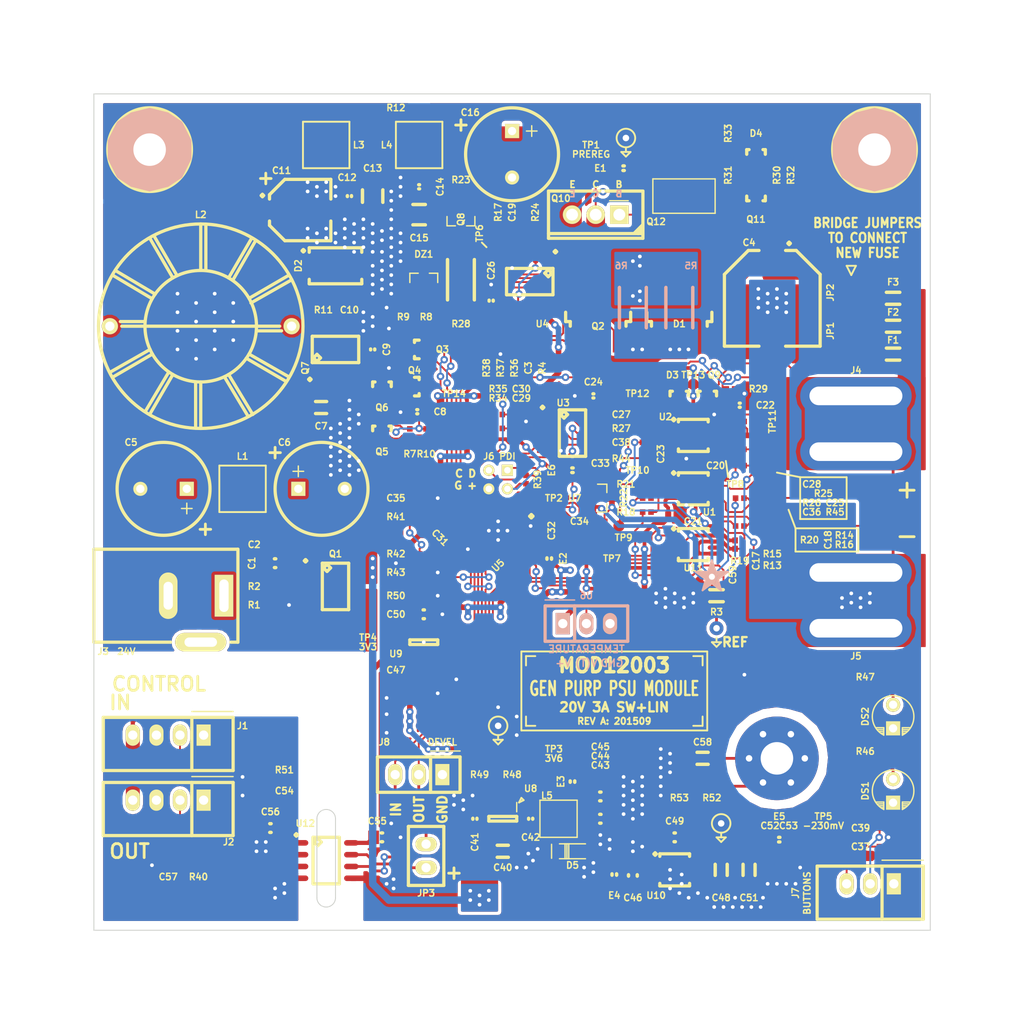
<source format=kicad_pcb>
(kicad_pcb (version 4) (host pcbnew "(2015-09-14 BZR 5783, Git e27fa50)-product")
  (layers (0 F.Cu signal) (31 B.Cu signal) (34 B.Paste user) (35 F.Paste user) (36 B.SilkS user) (37 F.SilkS user) (38 B.Mask user) (39 F.Mask user) (44 Edge.Cuts user))
  (net 0 "")
  (net 1 GND)
  (net 2 /Linear/P_OUT)
  (net 3 /Linear/P_IN)
  (net 4 /Linear/VSENSE+)
  (net 5 /Linear/VSENSE-)
  (net 6 +3.3)
  (net 7 V-)
  (net 8 /Linear/ISENSE)
  (net 9 V+)
  (net 10 /Preregulator/PREF1)
  (net 11 /Preregulator/PREF2)
  (net 12 /Linear/SCR_FIRE)
  (net 13 +3.3A)
  (net 14 /Control/VREF)
  (net 15 /Control/VSET)
  (net 16 /Control/ISET)
  (net 17 /Preregulator/SWNODE)
  (net 18 /Control/PDI_D)
  (net 19 /Control/PDI_C)
  (net 20 "Net-(F2-Pad2)")
  (net 21 "Net-(F3-Pad2)")
  (net 22 "Net-(C28-Pad2)")
  (net 23 +3.6)
  (net 24 /LocalPwr/3V6SW)
  (net 25 /LocalPwr/3V6UF)
  (net 26 /LocalPwr/CF-)
  (net 27 /LocalPwr/CF+)
  (net 28 /VRP)
  (net 29 /VIN)
  (net 30 /Preregulator/V+F)
  (net 31 REFGND)
  (net 32 /Iso/ISO_GND)
  (net 33 "Net-(R48-Pad2)")
  (net 34 /Control/VSENSE)
  (net 35 /Control/ISENSE)
  (net 36 /Control/PREREG_SW)
  (net 37 /Control/OVP_THRESH)
  (net 38 /Control/OVPTH_PWM)
  (net 39 /Control/~SCR_TRIPPED)
  (net 40 "Net-(DS1-Pad2)")
  (net 41 "Net-(DS2-Pad2)")
  (net 42 /OUT+)
  (net 43 /Control/~EN)
  (net 44 /LocalPwr/3V6_7705)
  (net 45 /Control/~VLIM)
  (net 46 /Control/~ILIM)
  (net 47 /Control/TEMP)
  (net 48 "Net-(D3-Pad3)")
  (net 49 "Net-(C1-Pad2)")
  (net 50 "Net-(C17-Pad1)")
  (net 51 "Net-(C17-Pad2)")
  (net 52 "Net-(C18-Pad1)")
  (net 53 "Net-(C18-Pad2)")
  (net 54 "Net-(C25-Pad1)")
  (net 55 "Net-(C27-Pad1)")
  (net 56 "Net-(C27-Pad2)")
  (net 57 "Net-(C28-Pad1)")
  (net 58 "Net-(C42-Pad1)")
  (net 59 "Net-(D4-Pad1)")
  (net 60 "Net-(D4-Pad2)")
  (net 61 "Net-(D4-Pad3)")
  (net 62 "Net-(Q3-Pad2)")
  (net 63 "Net-(Q3-Pad3)")
  (net 64 "Net-(Q4-Pad2)")
  (net 65 "Net-(Q4-Pad3)")
  (net 66 "Net-(Q8-Pad1)")
  (net 67 "Net-(Q8-Pad3)")
  (net 68 "Net-(Q10-Pad1)")
  (net 69 "Net-(R8-Pad2)")
  (net 70 "Net-(R18-Pad1)")
  (net 71 "Net-(R21-Pad1)")
  (net 72 "Net-(R36-Pad1)")
  (net 73 "Net-(R42-Pad2)")
  (net 74 /Iso/ISO_5V)
  (net 75 /Iso/FROM_ISO_IN)
  (net 76 /Iso/TO_ISO_OUT)
  (net 77 /Control/RX)
  (net 78 "Net-(C48-Pad1)")
  (net 79 "Net-(C51-Pad1)")
  (net 80 "Net-(C54-Pad2)")
  (net 81 /Iso/ISO_OUT)
  (net 82 /Iso/ISO_IN)
  (net 83 "Net-(R40-Pad1)")
  (net 84 /PAD_MP1)
  (net 85 "Net-(R52-Pad1)")
  (net 86 "Net-(R45-Pad2)")
  (net 87 "Net-(R44-Pad2)")
  (net 88 "Net-(C19-Pad1)")
  (net 89 "Net-(R24-Pad1)")
  (net 90 "Net-(C10-Pad2)")
  (net 91 "Net-(U5-Pad31)")
  (net 92 "Net-(U5-Pad16)")
  (net 93 /Control/SCL)
  (net 94 /Control/SDA)
  (net 95 "Net-(U5-Pad19)")
  (net 96 /Control/BTN2)
  (net 97 /Control/BTN1)
  (net 98 /Control/LEDCC)
  (net 99 /Control/LEDCV)
  (net 100 "Net-(U5-Pad30)")
  (net 101 "Net-(C33-Pad1)")
  (module smd-semi:TO-252 (layer F.Cu) (at 63 23 90)
    (fp_text reference D1 (at -1.75 0 180) (layer F.SilkS) (effects (font (size 0.7 0.7))))
    (fp_text value 40V/5A)
    (pad A smd rect (at -3.6 -2.3 270) (size 2.45 1.45) (layers F.Cu F.Paste F.Mask) (net 8 /Linear/ISENSE))
    (pad A smd rect (at -3.6 2.3 270) (size 2.45 1.45) (layers F.Cu F.Paste F.Mask) (net 8 /Linear/ISENSE))
    (pad K smd rect (at 3.3 0 270) (size 6.95 6.95) (layers F.Cu F.Mask) (net 2 /Linear/P_OUT))
  )
  (module VIA-0.8mm (layer F.Cu) (at 58.75 22.25)
    (fp_text reference VIA5 hide)
    (fp_text value VIA-0.8mm hide)
    (pad 1 thru_hole circle (at 0 0) (size 0.8 0.8) (drill 0.4) (layers *.Cu) (net 2 /Linear/P_OUT))
  )
  (module VIA-0.8mm (layer F.Cu) (at 58 21.75)
    (fp_text reference VIA5 hide)
    (fp_text value VIA-0.8mm hide)
    (pad 1 thru_hole circle (at 0 0) (size 0.8 0.8) (drill 0.4) (layers *.Cu) (net 2 /Linear/P_OUT))
  )
  (module VIA-0.8mm (layer F.Cu) (at 58.75 21.25)
    (fp_text reference VIA5 hide)
    (fp_text value VIA-0.8mm hide)
    (pad 1 thru_hole circle (at 0 0) (size 0.8 0.8) (drill 0.4) (layers *.Cu) (net 2 /Linear/P_OUT))
  )
  (module smd-semi:TO-252 (layer F.Cu) (at 54.2625 23 90)
    (fp_text reference Q2 (at -2 -0.0125 180) (layer F.SilkS) (effects (font (size 0.7 0.7))))
    (fp_text value 12A)
    (pad K smd rect (at -3.6 -2.3 270) (size 2.45 1.45) (layers F.Cu F.Paste F.Mask) (net 8 /Linear/ISENSE))
    (pad G smd rect (at -3.6 2.3 270) (size 2.45 1.45) (layers F.Cu F.Paste F.Mask) (net 12 /Linear/SCR_FIRE))
    (pad A smd rect (at 3.3 0 270) (size 6.95 6.95) (layers F.Cu F.Mask) (net 2 /Linear/P_OUT))
  )
  (module smd-semi:QFN40P400X400X55-33 (layer F.Cu) (at 43.5 47 225)
    (fp_text reference U5 (at 2.65165 -2.65165 225) (layer F.SilkS) (effects (font (size 0.7 0.7))))
    (fp_text value ATXMEGA32E5-M4U)
    (pad 33 smd rect (at 0 0 225) (size 2.8 2.8) (layers F.Cu F.Paste F.Mask) (net 1 GND))
    (pad 1 smd oval (at -2.325 -1.4 225) (size 1.35 0.2) (layers F.Cu F.Paste F.Mask) (net 1 GND))
    (pad 2 smd oval (at -2.325 -1 225) (size 1.35 0.2) (layers F.Cu F.Paste F.Mask) (net 34 /Control/VSENSE))
    (pad 3 smd oval (at -2.325 -0.6 225) (size 1.35 0.2) (layers F.Cu F.Paste F.Mask) (net 35 /Control/ISENSE))
    (pad 4 smd oval (at -2.325 -0.2 225) (size 1.35 0.2) (layers F.Cu F.Paste F.Mask) (net 87 "Net-(R44-Pad2)"))
    (pad 5 smd oval (at -2.325 0.2 225) (size 1.35 0.2) (layers F.Cu F.Paste F.Mask) (net 31 REFGND))
    (pad 6 smd oval (at -2.325 0.6 225) (size 1.35 0.2) (layers F.Cu F.Paste F.Mask) (net 14 /Control/VREF))
    (pad 7 smd oval (at -2.325 1 225) (size 1.35 0.2) (layers F.Cu F.Paste F.Mask) (net 18 /Control/PDI_D))
    (pad 8 smd oval (at -2.325 1.4 225) (size 1.35 0.2) (layers F.Cu F.Paste F.Mask) (net 19 /Control/PDI_C))
    (pad 17 smd oval (at 2.325 1.4 225) (size 1.35 0.2) (layers F.Cu F.Paste F.Mask) (net 6 +3.3))
    (pad 18 smd oval (at 2.325 1 225) (size 1.35 0.2) (layers F.Cu F.Paste F.Mask) (net 1 GND))
    (pad 19 smd oval (at 2.325 0.6 225) (size 1.35 0.2) (layers F.Cu F.Paste F.Mask) (net 95 "Net-(U5-Pad19)"))
    (pad 20 smd oval (at 2.325 0.2 225) (size 1.35 0.2) (layers F.Cu F.Paste F.Mask) (net 97 /Control/BTN1))
    (pad 21 smd oval (at 2.325 -0.2 225) (size 1.35 0.2) (layers F.Cu F.Paste F.Mask) (net 76 /Iso/TO_ISO_OUT))
    (pad 22 smd oval (at 2.325 -0.6 225) (size 1.35 0.2) (layers F.Cu F.Paste F.Mask) (net 77 /Control/RX))
    (pad 23 smd oval (at 2.325 -1 225) (size 1.35 0.2) (layers F.Cu F.Paste F.Mask) (net 96 /Control/BTN2))
    (pad 24 smd oval (at 2.325 -1.4 225) (size 1.35 0.2) (layers F.Cu F.Paste F.Mask) (net 73 "Net-(R42-Pad2)"))
    (pad 9 smd oval (at -1.4 2.325 225) (size 0.2 1.35) (layers F.Cu F.Paste F.Mask) (net 1 GND))
    (pad 10 smd oval (at -1 2.325 225) (size 0.2 1.35) (layers F.Cu F.Paste F.Mask) (net 43 /Control/~EN))
    (pad 11 smd oval (at -0.6 2.325 225) (size 0.2 1.35) (layers F.Cu F.Paste F.Mask) (net 45 /Control/~VLIM))
    (pad 12 smd oval (at -0.2 2.325 225) (size 0.2 1.35) (layers F.Cu F.Paste F.Mask) (net 46 /Control/~ILIM))
    (pad 13 smd oval (at 0.2 2.325 225) (size 0.2 1.35) (layers F.Cu F.Paste F.Mask) (net 39 /Control/~SCR_TRIPPED))
    (pad 14 smd oval (at 0.6 2.325 225) (size 0.2 1.35) (layers F.Cu F.Paste F.Mask) (net 36 /Control/PREREG_SW))
    (pad 15 smd oval (at 1 2.325 225) (size 0.2 1.35) (layers F.Cu F.Paste F.Mask) (net 38 /Control/OVPTH_PWM))
    (pad 16 smd oval (at 1.4 2.325 225) (size 0.2 1.35) (layers F.Cu F.Paste F.Mask) (net 92 "Net-(U5-Pad16)"))
    (pad 25 smd oval (at 1.4 -2.325 225) (size 0.2 1.35) (layers F.Cu F.Paste F.Mask) (net 98 /Control/LEDCC))
    (pad 26 smd oval (at 1 -2.325 225) (size 0.2 1.35) (layers F.Cu F.Paste F.Mask) (net 99 /Control/LEDCV))
    (pad 27 smd oval (at 0.6 -2.325 225) (size 0.2 1.35) (layers F.Cu F.Paste F.Mask) (net 93 /Control/SCL))
    (pad 28 smd oval (at 0.2 -2.325 225) (size 0.2 1.35) (layers F.Cu F.Paste F.Mask) (net 94 /Control/SDA))
    (pad 29 smd oval (at -0.2 -2.325 225) (size 0.2 1.35) (layers F.Cu F.Paste F.Mask) (net 47 /Control/TEMP))
    (pad 30 smd oval (at -0.6 -2.325 225) (size 0.2 1.35) (layers F.Cu F.Paste F.Mask) (net 100 "Net-(U5-Pad30)"))
    (pad 31 smd oval (at -1 -2.325 225) (size 0.2 1.35) (layers F.Cu F.Paste F.Mask) (net 91 "Net-(U5-Pad31)"))
    (pad 32 smd oval (at -1.4 -2.325 225) (size 0.2 1.35) (layers F.Cu F.Paste F.Mask) (net 13 +3.3A))
  )
  (module conn-test:JUMPER-SOLDER-3mm (layer F.Cu) (at 81.5 21.375 180)
    (fp_text reference JP2 (at 2.25 0 270) (layer F.SilkS) (effects (font (size 0.7 0.7))))
    (fp_text value JUMPER-SOLDER hide)
    (pad 1 smd rect (at 0.825 0 180) (size 1.35 0.8) (layers F.Cu F.Mask) (net 2 /Linear/P_OUT))
    (pad 2 smd rect (at -0.825 0 180) (size 1.35 1.5) (layers F.Cu F.Mask) (net 21 "Net-(F3-Pad2)"))
    (pad 2 smd rect (at 0 -1.125 180) (size 3 0.75) (layers F.Cu F.Mask) (net 21 "Net-(F3-Pad2)"))
    (pad 2 smd rect (at 0 1.125 180) (size 3 0.75) (layers F.Cu F.Mask) (net 21 "Net-(F3-Pad2)"))
  )
  (module conn-test:JUMPER-SOLDER-3mm (layer F.Cu) (at 81.5 25.5 180)
    (fp_text reference JP1 (at 2.25 0 270) (layer F.SilkS) (effects (font (size 0.7 0.7))))
    (fp_text value JUMPER-SOLDER hide)
    (pad 1 smd rect (at 0.825 0 180) (size 1.35 0.8) (layers F.Cu F.Mask) (net 2 /Linear/P_OUT))
    (pad 2 smd rect (at -0.825 0 180) (size 1.35 1.5) (layers F.Cu F.Mask) (net 20 "Net-(F2-Pad2)"))
    (pad 2 smd rect (at 0 -1.125 180) (size 3 0.75) (layers F.Cu F.Mask) (net 20 "Net-(F2-Pad2)"))
    (pad 2 smd rect (at 0 1.125 180) (size 3 0.75) (layers F.Cu F.Mask) (net 20 "Net-(F2-Pad2)"))
  )
  (module VIA-0.8mm (layer F.Cu) (at 31 17)
    (fp_text reference REF**12144 hide)
    (fp_text value VIA-0.8mm hide)
    (pad 1 thru_hole circle (at 0 0) (size 0.8 0.8) (drill 0.4) (layers *.Cu) (net 1 GND))
  )
  (module VIA-0.8mm (layer F.Cu) (at 31 18)
    (fp_text reference REF**12144 hide)
    (fp_text value VIA-0.8mm hide)
    (pad 1 thru_hole circle (at 0 0) (size 0.8 0.8) (drill 0.4) (layers *.Cu) (net 1 GND))
  )
  (module VIA-0.8mm (layer F.Cu) (at 31 19)
    (fp_text reference REF**12144 hide)
    (fp_text value VIA-0.8mm hide)
    (pad 1 thru_hole circle (at 0 0) (size 0.8 0.8) (drill 0.4) (layers *.Cu) (net 1 GND))
  )
  (module VIA-0.8mm (layer F.Cu) (at 30 18.5)
    (fp_text reference REF**12144 hide)
    (fp_text value VIA-0.8mm hide)
    (pad 1 thru_hole circle (at 0 0) (size 0.8 0.8) (drill 0.4) (layers *.Cu) (net 1 GND))
  )
  (module VIA-0.8mm (layer F.Cu) (at 32 18.5)
    (fp_text reference REF**12144 hide)
    (fp_text value VIA-0.8mm hide)
    (pad 1 thru_hole circle (at 0 0) (size 0.8 0.8) (drill 0.4) (layers *.Cu) (net 1 GND))
  )
  (module mech:SCREW-4-SUPPORTED (layer F.Cu) (at 84 6)
    (fp_text reference MP3 hide)
    (fp_text value SCREW hide)
    (pad "" np_thru_hole circle (at 0 0) (size 3.5 3.5) (drill 3.5) (layers *.Cu *.Mask F.SilkS))
  )
  (module mech:SCREW-4-SUPPORTED (layer F.Cu) (at 6 6)
    (fp_text reference MP2 hide)
    (fp_text value SCREW hide)
    (pad "" np_thru_hole circle (at 0 0) (size 3.5 3.5) (drill 3.5) (layers *.Cu *.Mask F.SilkS))
  )
  (module VIA-0.8mm (layer F.Cu) (at 82 32.5)
    (fp_text reference REF**11111131 hide)
    (fp_text value VIA-0.8mm hide)
    (pad 1 thru_hole oval (at 0 0) (size 12 4) (drill oval 10 2) (layers *.Cu *.Mask) (net 42 /OUT+))
  )
  (module VIA-0.8mm (layer F.Cu) (at 82 38.5)
    (fp_text reference REF**11111131 hide)
    (fp_text value VIA-0.8mm hide)
    (pad 1 thru_hole oval (at 0 0) (size 12 4) (drill oval 10 2) (layers *.Cu *.Mask) (net 42 /OUT+))
  )
  (module VIA-0.8mm (layer F.Cu) (at 82 57.5)
    (fp_text reference REF**11111131 hide)
    (fp_text value VIA-0.8mm hide)
    (pad 1 thru_hole oval (at 0 0) (size 12 4) (drill oval 10 2) (layers *.Cu *.Mask) (net 8 /Linear/ISENSE))
  )
  (module VIA-0.8mm (layer F.Cu) (at 82 51.5)
    (fp_text reference REF**11111131 hide)
    (fp_text value VIA-0.8mm hide)
    (pad 1 thru_hole oval (at 0 0) (size 12 4) (drill oval 10 2) (layers *.Cu *.Mask) (net 8 /Linear/ISENSE))
  )
  (module VIA-0.8mm (layer F.Cu) (at 42.5 47)
    (fp_text reference REF**12132 hide)
    (fp_text value VIA-0.8mm hide)
    (pad 1 thru_hole circle (at 0 0) (size 0.8 0.8) (drill 0.4) (layers *.Cu) (net 1 GND))
  )
  (module VIA-0.8mm (layer F.Cu) (at 43.5 48)
    (fp_text reference REF**12132 hide)
    (fp_text value VIA-0.8mm hide)
    (pad 1 thru_hole circle (at 0 0) (size 0.8 0.8) (drill 0.4) (layers *.Cu) (net 1 GND))
  )
  (module VIA-0.8mm (layer F.Cu) (at 44.5 47)
    (fp_text reference REF**12132 hide)
    (fp_text value VIA-0.8mm hide)
    (pad 1 thru_hole circle (at 0 0) (size 0.8 0.8) (drill 0.4) (layers *.Cu) (net 1 GND))
  )
  (module VIA-0.8mm (layer F.Cu) (at 43.5 46)
    (fp_text reference REF**12132 hide)
    (fp_text value VIA-0.8mm hide)
    (pad 1 thru_hole circle (at 0 0) (size 0.8 0.8) (drill 0.4) (layers *.Cu) (net 1 GND))
  )
  (module VIA-0.8mm (layer F.Cu) (at 43.5 47)
    (fp_text reference REF**12132 hide)
    (fp_text value VIA-0.8mm hide)
    (pad 1 thru_hole circle (at 0 0) (size 0.8 0.8) (drill 0.4) (layers *.Cu) (net 1 GND))
  )
  (module conn-100mil:CONN-100MIL-M-2x3 (layer F.Cu) (at 43.5 41.5 180)
    (fp_text reference J6 (at 1 2.5 180) (layer F.SilkS) (effects (font (size 0.7 0.7))))
    (fp_text value PDI (at -1 2.5 180) (layer F.SilkS) (effects (font (size 0.7 0.7))))
    (pad 1 thru_hole rect (at -1 1 180) (size 1.2 1.2) (drill 0.7) (layers *.Cu *.Mask F.SilkS) (net 18 /Control/PDI_D))
    (pad 5 thru_hole circle (at 1 1 180) (size 1.2 1.2) (drill 0.7) (layers *.Cu *.Mask F.SilkS) (net 19 /Control/PDI_C))
    (pad 2 thru_hole circle (at -1 -1 180) (size 1.2 1.2) (drill 0.7) (layers *.Cu *.Mask F.SilkS) (net 6 +3.3))
    (pad 6 thru_hole circle (at 1 -1 180) (size 1.2 1.2) (drill 0.7) (layers *.Cu *.Mask F.SilkS) (net 1 GND))
  )
  (module VIA-0.8mm (layer F.Cu) (at 61 75.5)
    (fp_text reference VIA331333 hide)
    (fp_text value VIA-0.8mm hide)
    (pad 1 thru_hole circle (at 0 0) (size 0.8 0.8) (drill 0.4) (layers *.Cu) (net 1 GND))
  )
  (module VIA-0.8mm (layer F.Cu) (at 62 73)
    (fp_text reference VIA331323 hide)
    (fp_text value VIA-0.8mm hide)
    (pad 1 thru_hole circle (at 0 0) (size 0.8 0.8) (drill 0.4) (layers *.Cu) (net 1 GND))
  )
  (module VIA-0.8mm (layer F.Cu) (at 61 72.5)
    (fp_text reference VIA331313 hide)
    (fp_text value VIA-0.8mm hide)
    (pad 1 thru_hole circle (at 0 0) (size 0.8 0.8) (drill 0.4) (layers *.Cu) (net 1 GND))
  )
  (module VIA-0.8mm (layer F.Cu) (at 61 74.5)
    (fp_text reference VIA331332 hide)
    (fp_text value VIA-0.8mm hide)
    (pad 1 thru_hole circle (at 0 0) (size 0.8 0.8) (drill 0.4) (layers *.Cu) (net 1 GND))
  )
  (module VIA-0.8mm (layer F.Cu) (at 62 72)
    (fp_text reference VIA331322 hide)
    (fp_text value VIA-0.8mm hide)
    (pad 1 thru_hole circle (at 0 0) (size 0.8 0.8) (drill 0.4) (layers *.Cu) (net 1 GND))
  )
  (module VIA-0.8mm (layer F.Cu) (at 61 71.5)
    (fp_text reference VIA331312 hide)
    (fp_text value VIA-0.8mm hide)
    (pad 1 thru_hole circle (at 0 0) (size 0.8 0.8) (drill 0.4) (layers *.Cu) (net 1 GND))
  )
  (module VIA-0.8mm (layer F.Cu) (at 61 73.5)
    (fp_text reference VIA331331 hide)
    (fp_text value VIA-0.8mm hide)
    (pad 1 thru_hole circle (at 0 0) (size 0.8 0.8) (drill 0.4) (layers *.Cu) (net 1 GND))
  )
  (module VIA-0.8mm (layer F.Cu) (at 62 71)
    (fp_text reference VIA331321 hide)
    (fp_text value VIA-0.8mm hide)
    (pad 1 thru_hole circle (at 0 0) (size 0.8 0.8) (drill 0.4) (layers *.Cu) (net 1 GND))
  )
  (module VIA-0.8mm (layer F.Cu) (at 61 70.5)
    (fp_text reference VIA331311 hide)
    (fp_text value VIA-0.8mm hide)
    (pad 1 thru_hole circle (at 0 0) (size 0.8 0.8) (drill 0.4) (layers *.Cu) (net 1 GND))
  )
  (module VIA-0.8mm (layer F.Cu) (at 59 27.5)
    (fp_text reference REF**1111111 hide)
    (fp_text value VIA-0.8mm hide)
    (pad 1 thru_hole circle (at 0 0) (size 0.8 0.8) (drill 0.4) (layers *.Cu) (net 8 /Linear/ISENSE))
  )
  (module VIA-0.8mm (layer F.Cu) (at 58 27.5)
    (fp_text reference REF**1111111 hide)
    (fp_text value VIA-0.8mm hide)
    (pad 1 thru_hole circle (at 0 0) (size 0.8 0.8) (drill 0.4) (layers *.Cu) (net 8 /Linear/ISENSE))
  )
  (module VIA-0.8mm (layer F.Cu) (at 58.75 18.5)
    (fp_text reference VIA5 hide)
    (fp_text value VIA-0.8mm hide)
    (pad 1 thru_hole circle (at 0 0) (size 0.8 0.8) (drill 0.4) (layers *.Cu) (net 2 /Linear/P_OUT))
  )
  (module VIA-0.8mm (layer F.Cu) (at 58.75 17.5)
    (fp_text reference VIA5 hide)
    (fp_text value VIA-0.8mm hide)
    (pad 1 thru_hole circle (at 0 0) (size 0.8 0.8) (drill 0.4) (layers *.Cu) (net 2 /Linear/P_OUT))
  )
  (module VIA-0.8mm (layer F.Cu) (at 58 18)
    (fp_text reference VIA5 hide)
    (fp_text value VIA-0.8mm hide)
    (pad 1 thru_hole circle (at 0 0) (size 0.8 0.8) (drill 0.4) (layers *.Cu) (net 2 /Linear/P_OUT))
  )
  (module VIA-0.8mm (layer F.Cu) (at 66.5 51.960029)
    (fp_text reference REF**111142 hide)
    (fp_text value VIA-0.8mm hide)
    (pad 1 thru_hole circle (at 0 0) (size 1.3 1.3) (drill 0.65) (layers *.Cu *.Mask) (net 31 REFGND))
  )
  (module IPC7351-Nominal:RESC3216X60 (layer F.Cu) (at 67 54 180)
    (fp_text reference R3 (at 0 -1.75 180) (layer F.SilkS) (effects (font (size 0.7 0.7))))
    (fp_text value R010)
    (pad 1 smd rect (at -1.5 0 180) (size 1.05 1.8) (layers F.Cu F.Paste F.Mask) (net 8 /Linear/ISENSE))
    (pad 2 smd rect (at 1.5 0 180) (size 1.05 1.8) (layers F.Cu F.Paste F.Mask) (net 1 GND))
  )
  (module VIA-0.8mm (layer F.Cu) (at 67 57.5 180)
    (fp_text reference VIA33212 hide)
    (fp_text value VIA-0.8mm hide)
    (pad 1 thru_hole circle (at 0 0 180) (size 1.5 1.5) (drill 0.7) (layers *.Cu *.Mask) (net 31 REFGND))
  )
  (module VIA-0.8mm (layer F.Cu) (at 20.5 86)
    (fp_text reference VIA3112 hide)
    (fp_text value VIA-0.8mm hide)
    (pad 1 thru_hole circle (at 0 0) (size 0.8 0.8) (drill 0.4) (layers *.Cu) (net 32 /Iso/ISO_GND))
  )
  (module VIA-0.8mm (layer F.Cu) (at 20.5 85)
    (fp_text reference VIA3112 hide)
    (fp_text value VIA-0.8mm hide)
    (pad 1 thru_hole circle (at 0 0) (size 0.8 0.8) (drill 0.4) (layers *.Cu) (net 32 /Iso/ISO_GND))
  )
  (module VIA-0.8mm (layer F.Cu) (at 19.5 85.5)
    (fp_text reference VIA3112 hide)
    (fp_text value VIA-0.8mm hide)
    (pad 1 thru_hole circle (at 0 0) (size 0.8 0.8) (drill 0.4) (layers *.Cu) (net 32 /Iso/ISO_GND))
  )
  (module VIA-0.8mm (layer F.Cu) (at 19.5 86.5)
    (fp_text reference VIA3112 hide)
    (fp_text value VIA-0.8mm hide)
    (pad 1 thru_hole circle (at 0 0) (size 0.8 0.8) (drill 0.4) (layers *.Cu) (net 32 /Iso/ISO_GND))
  )
  (module VIA-0.8mm (layer F.Cu) (at 16 73.5)
    (fp_text reference VIA3112 hide)
    (fp_text value VIA-0.8mm hide)
    (pad 1 thru_hole circle (at 0 0) (size 0.8 0.8) (drill 0.4) (layers *.Cu) (net 32 /Iso/ISO_GND))
  )
  (module VIA-0.8mm (layer F.Cu) (at 16 75.5)
    (fp_text reference VIA3112 hide)
    (fp_text value VIA-0.8mm hide)
    (pad 1 thru_hole circle (at 0 0) (size 0.8 0.8) (drill 0.4) (layers *.Cu) (net 32 /Iso/ISO_GND))
  )
  (module VIA-0.8mm (layer F.Cu) (at 18.5 80.5)
    (fp_text reference VIA3112 hide)
    (fp_text value VIA-0.8mm hide)
    (pad 1 thru_hole circle (at 0 0) (size 0.8 0.8) (drill 0.4) (layers *.Cu) (net 32 /Iso/ISO_GND))
  )
  (module VIA-0.8mm (layer F.Cu) (at 18.5 81.5)
    (fp_text reference VIA3112 hide)
    (fp_text value VIA-0.8mm hide)
    (pad 1 thru_hole circle (at 0 0) (size 0.8 0.8) (drill 0.4) (layers *.Cu) (net 32 /Iso/ISO_GND))
  )
  (module VIA-0.8mm (layer F.Cu) (at 17.5 81.5)
    (fp_text reference VIA3112 hide)
    (fp_text value VIA-0.8mm hide)
    (pad 1 thru_hole circle (at 0 0) (size 0.8 0.8) (drill 0.4) (layers *.Cu) (net 32 /Iso/ISO_GND))
  )
  (module pth-semi:TO-220 (layer F.Cu) (at 54 13 180)
    (fp_text reference Q10 (at 3.75 1.75 180) (layer F.SilkS) (effects (font (size 0.7 0.7))))
    (fp_text value D45H11)
    (pad 2 thru_hole circle (at 0 0 180) (size 1.99898 1.99898) (drill 1.27) (layers *.Cu *.Mask F.SilkS) (net 2 /Linear/P_OUT))
    (pad 1 thru_hole rect (at -2.54 0 180) (size 1.99898 1.99898) (drill 1.27) (layers *.Cu *.Mask F.SilkS) (net 68 "Net-(Q10-Pad1)"))
    (pad 3 thru_hole circle (at 2.54 0 180) (size 1.99898 1.99898) (drill 1.27) (layers *.Cu *.Mask F.SilkS) (net 3 /Linear/P_IN))
  )
  (module conn-100mil:CONN-100MIL-M-1x2 (layer F.Cu) (at 35.75 82 90)
    (fp_text reference JP3 (at -4 0 180) (layer F.SilkS) (effects (font (size 0.7 0.7))))
    (fp_text value JUMPER)
    (pad 1 thru_hole oval (at -1.27 0 90) (size 1.524 2.286) (drill 1) (layers *.Cu *.Mask F.SilkS) (net 75 /Iso/FROM_ISO_IN))
    (pad 2 thru_hole oval (at 1.27 0 90) (size 1.524 2.286) (drill 1) (layers *.Cu *.Mask F.SilkS) (net 77 /Control/RX))
  )
  (module VIA-0.8mm (layer F.Cu) (at 17.5 80.5)
    (fp_text reference VIA3112 hide)
    (fp_text value VIA-0.8mm hide)
    (pad 1 thru_hole circle (at 0 0) (size 0.8 0.8) (drill 0.4) (layers *.Cu) (net 32 /Iso/ISO_GND))
  )
  (module VIA-0.8mm (layer F.Cu) (at 32.25 84.5)
    (fp_text reference VIA3112 hide)
    (fp_text value VIA-0.8mm hide)
    (pad 1 thru_hole circle (at 0 0) (size 0.8 0.8) (drill 0.4) (layers *.Cu) (net 1 GND))
  )
  (module VIA-0.8mm (layer F.Cu) (at 32.25 85.5)
    (fp_text reference VIA3112 hide)
    (fp_text value VIA-0.8mm hide)
    (pad 1 thru_hole circle (at 0 0) (size 0.8 0.8) (drill 0.4) (layers *.Cu) (net 1 GND))
  )
  (module VIA-0.8mm (layer F.Cu) (at 31.5 85)
    (fp_text reference VIA3112 hide)
    (fp_text value VIA-0.8mm hide)
    (pad 1 thru_hole circle (at 0 0) (size 0.8 0.8) (drill 0.4) (layers *.Cu) (net 1 GND))
  )
  (module VIA-0.8mm (layer F.Cu) (at 32 78.5)
    (fp_text reference VIA3112 hide)
    (fp_text value VIA-0.8mm hide)
    (pad 1 thru_hole circle (at 0 0) (size 0.8 0.8) (drill 0.4) (layers *.Cu) (net 1 GND))
  )
  (module VIA-0.8mm (layer F.Cu) (at 33 80)
    (fp_text reference VIA3112 hide)
    (fp_text value VIA-0.8mm hide)
    (pad 1 thru_hole circle (at 0 0) (size 0.8 0.8) (drill 0.4) (layers *.Cu) (net 1 GND))
  )
  (module VIA-0.8mm (layer F.Cu) (at 43.5 68 180)
    (fp_text reference VIA33212 hide)
    (fp_text value VIA-0.8mm hide)
    (pad 1 thru_hole circle (at 0 0 180) (size 1.5 1.5) (drill 0.7) (layers *.Cu *.Mask) (net 1 GND))
  )
  (module conn-cui:CONN-PJ-037A (layer F.Cu) (at 8 54 180)
    (fp_text reference J3 (at 7 -6 180) (layer F.SilkS) (effects (font (size 0.7 0.7))))
    (fp_text value 24V (at 4.5 -6 180) (layer F.SilkS) (effects (font (size 0.7 0.7))))
    (pad 1 thru_hole rect (at -6 0 180) (size 2 4.5) (drill oval 1 3.5) (layers *.Cu *.Mask F.SilkS) (net 29 /VIN))
    (pad 2 thru_hole oval (at 0 0 180) (size 2 5) (drill oval 1 3) (layers *.Cu *.Mask F.SilkS) (net 1 GND))
    (pad X thru_hole oval (at -3.5 -5 270) (size 2 5.5) (drill oval 1 3.5) (layers *.Cu *.Mask F.SilkS))
  )
  (module VIA-0.8mm (layer F.Cu) (at 57.25 4.75 180)
    (fp_text reference VIA33212 hide)
    (fp_text value VIA-0.8mm hide)
    (pad 1 thru_hole circle (at 0 0 180) (size 1.5 1.5) (drill 0.7) (layers *.Cu *.Mask) (net 1 GND))
  )
  (module VIA-0.8mm (layer F.Cu) (at 31.5 23)
    (fp_text reference REF**12144 hide)
    (fp_text value VIA-0.8mm hide)
    (pad 1 thru_hole circle (at 0 0) (size 0.8 0.8) (drill 0.4) (layers *.Cu) (net 1 GND))
  )
  (module VIA-0.8mm (layer F.Cu) (at 31 15.75)
    (fp_text reference REF**12132 hide)
    (fp_text value VIA-0.8mm hide)
    (pad 1 thru_hole circle (at 0 0) (size 0.8 0.8) (drill 0.4) (layers *.Cu) (net 1 GND))
  )
  (module VIA-0.8mm (layer F.Cu) (at 31 14.75)
    (fp_text reference REF**12132 hide)
    (fp_text value VIA-0.8mm hide)
    (pad 1 thru_hole circle (at 0 0) (size 0.8 0.8) (drill 0.4) (layers *.Cu) (net 1 GND))
  )
  (module VIA-0.8mm (layer F.Cu) (at 67.5 78.5 180)
    (fp_text reference VIA33212 hide)
    (fp_text value VIA-0.8mm hide)
    (pad 1 thru_hole circle (at 0 0 180) (size 1.5 1.5) (drill 0.7) (layers *.Cu *.Mask) (net 1 GND))
  )
  (module VIA-0.8mm (layer F.Cu) (at 31.75 29.5)
    (fp_text reference REF**12143 hide)
    (fp_text value VIA-0.8mm hide)
    (pad 1 thru_hole circle (at 0 0) (size 0.8 0.8) (drill 0.4) (layers *.Cu) (net 1 GND))
  )
  (module VIA-0.8mm (layer F.Cu) (at 32.5 50.5)
    (fp_text reference REF**1111211 hide)
    (fp_text value VIA-0.8mm hide)
    (pad 1 thru_hole circle (at 0 0) (size 0.8 0.8) (drill 0.4) (layers *.Cu) (net 1 GND))
  )
  (module VIA-0.8mm (layer F.Cu) (at 31.5 68.75)
    (fp_text reference REF**1111222 hide)
    (fp_text value VIA-0.8mm hide)
    (pad 1 thru_hole circle (at 0 0) (size 0.8 0.8) (drill 0.4) (layers *.Cu) (net 1 GND))
  )
  (module VIA-0.8mm (layer F.Cu) (at 31.5 66.75)
    (fp_text reference REF**1111221 hide)
    (fp_text value VIA-0.8mm hide)
    (pad 1 thru_hole circle (at 0 0) (size 0.8 0.8) (drill 0.4) (layers *.Cu) (net 1 GND))
  )
  (module VIA-0.8mm (layer F.Cu) (at 31.5 65)
    (fp_text reference REF**1111212 hide)
    (fp_text value VIA-0.8mm hide)
    (pad 1 thru_hole circle (at 0 0) (size 0.8 0.8) (drill 0.4) (layers *.Cu) (net 1 GND))
  )
  (module VIA-0.8mm (layer F.Cu) (at 37 64.5)
    (fp_text reference REF**1111212 hide)
    (fp_text value VIA-0.8mm hide)
    (pad 1 thru_hole circle (at 0 0) (size 0.8 0.8) (drill 0.4) (layers *.Cu) (net 1 GND))
  )
  (module VIA-0.8mm (layer F.Cu) (at 39 63)
    (fp_text reference REF**1111221 hide)
    (fp_text value VIA-0.8mm hide)
    (pad 1 thru_hole circle (at 0 0) (size 0.8 0.8) (drill 0.4) (layers *.Cu) (net 1 GND))
  )
  (module VIA-0.8mm (layer F.Cu) (at 45.5 67)
    (fp_text reference REF**1111221 hide)
    (fp_text value VIA-0.8mm hide)
    (pad 1 thru_hole circle (at 0 0) (size 0.8 0.8) (drill 0.4) (layers *.Cu) (net 1 GND))
  )
  (module VIA-0.8mm (layer F.Cu) (at 43.5 66)
    (fp_text reference REF**1111211 hide)
    (fp_text value VIA-0.8mm hide)
    (pad 1 thru_hole circle (at 0 0) (size 0.8 0.8) (drill 0.4) (layers *.Cu) (net 1 GND))
  )
  (module VIA-0.8mm (layer F.Cu) (at 45.5 69)
    (fp_text reference REF**1111222 hide)
    (fp_text value VIA-0.8mm hide)
    (pad 1 thru_hole circle (at 0 0) (size 0.8 0.8) (drill 0.4) (layers *.Cu) (net 1 GND))
  )
  (module VIA-0.8mm (layer F.Cu) (at 70 62.5)
    (fp_text reference REF**111123 hide)
    (fp_text value VIA-0.8mm hide)
    (pad 1 thru_hole circle (at 0 0) (size 0.8 0.8) (drill 0.4) (layers *.Cu) (net 1 GND))
  )
  (module VIA-0.8mm (layer F.Cu) (at 30 52)
    (fp_text reference REF**12144 hide)
    (fp_text value VIA-0.8mm hide)
    (pad 1 thru_hole circle (at 0 0) (size 0.8 0.8) (drill 0.4) (layers *.Cu) (net 9 V+))
  )
  (module VIA-0.8mm (layer F.Cu) (at 30 51)
    (fp_text reference REF**12144 hide)
    (fp_text value VIA-0.8mm hide)
    (pad 1 thru_hole circle (at 0 0) (size 0.8 0.8) (drill 0.4) (layers *.Cu) (net 9 V+))
  )
  (module VIA-0.8mm (layer F.Cu) (at 30 50)
    (fp_text reference REF**12144 hide)
    (fp_text value VIA-0.8mm hide)
    (pad 1 thru_hole circle (at 0 0) (size 0.8 0.8) (drill 0.4) (layers *.Cu) (net 9 V+))
  )
  (module VIA-0.8mm (layer F.Cu) (at 63.5 55.25)
    (fp_text reference REF**111143 hide)
    (fp_text value VIA-0.8mm hide)
    (pad 1 thru_hole circle (at 0 0) (size 0.8 0.8) (drill 0.4) (layers *.Cu) (net 1 GND))
  )
  (module VIA-0.8mm (layer F.Cu) (at 62.5 54.75)
    (fp_text reference REF**111133 hide)
    (fp_text value VIA-0.8mm hide)
    (pad 1 thru_hole circle (at 0 0) (size 0.8 0.8) (drill 0.4) (layers *.Cu) (net 1 GND))
  )
  (module VIA-0.8mm (layer F.Cu) (at 61.5 55.25)
    (fp_text reference REF**111123 hide)
    (fp_text value VIA-0.8mm hide)
    (pad 1 thru_hole circle (at 0 0) (size 0.8 0.8) (drill 0.4) (layers *.Cu) (net 1 GND))
  )
  (module VIA-0.8mm (layer F.Cu) (at 60.5 54.75)
    (fp_text reference REF**111113 hide)
    (fp_text value VIA-0.8mm hide)
    (pad 1 thru_hole circle (at 0 0) (size 0.8 0.8) (drill 0.4) (layers *.Cu) (net 1 GND))
  )
  (module VIA-0.8mm (layer F.Cu) (at 63.5 54.25)
    (fp_text reference REF**111142 hide)
    (fp_text value VIA-0.8mm hide)
    (pad 1 thru_hole circle (at 0 0) (size 0.8 0.8) (drill 0.4) (layers *.Cu) (net 1 GND))
  )
  (module VIA-0.8mm (layer F.Cu) (at 62.5 53.75)
    (fp_text reference REF**111132 hide)
    (fp_text value VIA-0.8mm hide)
    (pad 1 thru_hole circle (at 0 0) (size 0.8 0.8) (drill 0.4) (layers *.Cu) (net 1 GND))
  )
  (module VIA-0.8mm (layer F.Cu) (at 61.5 54.25)
    (fp_text reference REF**111122 hide)
    (fp_text value VIA-0.8mm hide)
    (pad 1 thru_hole circle (at 0 0) (size 0.8 0.8) (drill 0.4) (layers *.Cu) (net 1 GND))
  )
  (module VIA-0.8mm (layer F.Cu) (at 60.5 53.75)
    (fp_text reference REF**111112 hide)
    (fp_text value VIA-0.8mm hide)
    (pad 1 thru_hole circle (at 0 0) (size 0.8 0.8) (drill 0.4) (layers *.Cu) (net 1 GND))
  )
  (module VIA-0.8mm (layer F.Cu) (at 64.5 53.75)
    (fp_text reference REF**111131 hide)
    (fp_text value VIA-0.8mm hide)
    (pad 1 thru_hole circle (at 0 0) (size 0.8 0.8) (drill 0.4) (layers *.Cu) (net 1 GND))
  )
  (module VIA-0.8mm (layer F.Cu) (at 61.5 53.25)
    (fp_text reference REF**111121 hide)
    (fp_text value VIA-0.8mm hide)
    (pad 1 thru_hole circle (at 0 0) (size 0.8 0.8) (drill 0.4) (layers *.Cu) (net 1 GND))
  )
  (module VIA-0.8mm (layer F.Cu) (at 64.5 54.75)
    (fp_text reference REF**111111 hide)
    (fp_text value VIA-0.8mm hide)
    (pad 1 thru_hole circle (at 0 0) (size 0.8 0.8) (drill 0.4) (layers *.Cu) (net 1 GND))
  )
  (module VIA-0.8mm (layer F.Cu) (at 59 77.5)
    (fp_text reference VIA33135 hide)
    (fp_text value VIA-0.8mm hide)
    (pad 1 thru_hole circle (at 0 0) (size 0.8 0.8) (drill 0.4) (layers *.Cu) (net 1 GND))
  )
  (module VIA-0.8mm (layer F.Cu) (at 58 78)
    (fp_text reference VIA33125 hide)
    (fp_text value VIA-0.8mm hide)
    (pad 1 thru_hole circle (at 0 0) (size 0.8 0.8) (drill 0.4) (layers *.Cu) (net 1 GND))
  )
  (module VIA-0.8mm (layer F.Cu) (at 57 77.5)
    (fp_text reference VIA33115 hide)
    (fp_text value VIA-0.8mm hide)
    (pad 1 thru_hole circle (at 0 0) (size 0.8 0.8) (drill 0.4) (layers *.Cu) (net 1 GND))
  )
  (module VIA-0.8mm (layer F.Cu) (at 59 76.5)
    (fp_text reference VIA33134 hide)
    (fp_text value VIA-0.8mm hide)
    (pad 1 thru_hole circle (at 0 0) (size 0.8 0.8) (drill 0.4) (layers *.Cu) (net 1 GND))
  )
  (module VIA-0.8mm (layer F.Cu) (at 58 77)
    (fp_text reference VIA33124 hide)
    (fp_text value VIA-0.8mm hide)
    (pad 1 thru_hole circle (at 0 0) (size 0.8 0.8) (drill 0.4) (layers *.Cu) (net 1 GND))
  )
  (module VIA-0.8mm (layer F.Cu) (at 57 76.5)
    (fp_text reference VIA33114 hide)
    (fp_text value VIA-0.8mm hide)
    (pad 1 thru_hole circle (at 0 0) (size 0.8 0.8) (drill 0.4) (layers *.Cu) (net 1 GND))
  )
  (module VIA-0.8mm (layer F.Cu) (at 59 75.5)
    (fp_text reference VIA33133 hide)
    (fp_text value VIA-0.8mm hide)
    (pad 1 thru_hole circle (at 0 0) (size 0.8 0.8) (drill 0.4) (layers *.Cu) (net 1 GND))
  )
  (module VIA-0.8mm (layer F.Cu) (at 58 76)
    (fp_text reference VIA33123 hide)
    (fp_text value VIA-0.8mm hide)
    (pad 1 thru_hole circle (at 0 0) (size 0.8 0.8) (drill 0.4) (layers *.Cu) (net 1 GND))
  )
  (module VIA-0.8mm (layer F.Cu) (at 57 75.5)
    (fp_text reference VIA33113 hide)
    (fp_text value VIA-0.8mm hide)
    (pad 1 thru_hole circle (at 0 0) (size 0.8 0.8) (drill 0.4) (layers *.Cu) (net 1 GND))
  )
  (module VIA-0.8mm (layer F.Cu) (at 59 74.5)
    (fp_text reference VIA33132 hide)
    (fp_text value VIA-0.8mm hide)
    (pad 1 thru_hole circle (at 0 0) (size 0.8 0.8) (drill 0.4) (layers *.Cu) (net 1 GND))
  )
  (module VIA-0.8mm (layer F.Cu) (at 58 75)
    (fp_text reference VIA33122 hide)
    (fp_text value VIA-0.8mm hide)
    (pad 1 thru_hole circle (at 0 0) (size 0.8 0.8) (drill 0.4) (layers *.Cu) (net 1 GND))
  )
  (module VIA-0.8mm (layer F.Cu) (at 57 74.5)
    (fp_text reference VIA33112 hide)
    (fp_text value VIA-0.8mm hide)
    (pad 1 thru_hole circle (at 0 0) (size 0.8 0.8) (drill 0.4) (layers *.Cu) (net 1 GND))
  )
  (module VIA-0.8mm (layer F.Cu) (at 59 73.5)
    (fp_text reference VIA33131 hide)
    (fp_text value VIA-0.8mm hide)
    (pad 1 thru_hole circle (at 0 0) (size 0.8 0.8) (drill 0.4) (layers *.Cu) (net 1 GND))
  )
  (module VIA-0.8mm (layer F.Cu) (at 58 74)
    (fp_text reference VIA33121 hide)
    (fp_text value VIA-0.8mm hide)
    (pad 1 thru_hole circle (at 0 0) (size 0.8 0.8) (drill 0.4) (layers *.Cu) (net 1 GND))
  )
  (module VIA-0.8mm (layer F.Cu) (at 40.75 75.5)
    (fp_text reference VIA3111 hide)
    (fp_text value VIA-0.8mm hide)
    (pad 1 thru_hole circle (at 0 0) (size 0.8 0.8) (drill 0.4) (layers *.Cu) (net 1 GND))
  )
  (module VIA-0.8mm (layer F.Cu) (at 38.75 75.5)
    (fp_text reference VIA3111 hide)
    (fp_text value VIA-0.8mm hide)
    (pad 1 thru_hole circle (at 0 0) (size 0.8 0.8) (drill 0.4) (layers *.Cu) (net 1 GND))
  )
  (module VIA-0.8mm (layer F.Cu) (at 39.75 76)
    (fp_text reference VIA3121 hide)
    (fp_text value VIA-0.8mm hide)
    (pad 1 thru_hole circle (at 0 0) (size 0.8 0.8) (drill 0.4) (layers *.Cu) (net 1 GND))
  )
  (module VIA-0.8mm (layer F.Cu) (at 38.75 76.5)
    (fp_text reference VIA3112 hide)
    (fp_text value VIA-0.8mm hide)
    (pad 1 thru_hole circle (at 0 0) (size 0.8 0.8) (drill 0.4) (layers *.Cu) (net 1 GND))
  )
  (module VIA-0.8mm (layer F.Cu) (at 39.75 77)
    (fp_text reference VIA3122 hide)
    (fp_text value VIA-0.8mm hide)
    (pad 1 thru_hole circle (at 0 0) (size 0.8 0.8) (drill 0.4) (layers *.Cu) (net 1 GND))
  )
  (module VIA-0.8mm (layer F.Cu) (at 53.75 83.75)
    (fp_text reference VIA3122 hide)
    (fp_text value VIA-0.8mm hide)
    (pad 1 thru_hole circle (at 0 0) (size 0.8 0.8) (drill 0.4) (layers *.Cu) (net 1 GND))
  )
  (module VIA-0.8mm (layer F.Cu) (at 52.75 84.25)
    (fp_text reference VIA3112 hide)
    (fp_text value VIA-0.8mm hide)
    (pad 1 thru_hole circle (at 0 0) (size 0.8 0.8) (drill 0.4) (layers *.Cu) (net 1 GND))
  )
  (module VIA-0.8mm (layer F.Cu) (at 53.75 82.75)
    (fp_text reference VIA3121 hide)
    (fp_text value VIA-0.8mm hide)
    (pad 1 thru_hole circle (at 0 0) (size 0.8 0.8) (drill 0.4) (layers *.Cu) (net 1 GND))
  )
  (module VIA-0.8mm (layer F.Cu) (at 52.75 83.25)
    (fp_text reference VIA3111 hide)
    (fp_text value VIA-0.8mm hide)
    (pad 1 thru_hole circle (at 0 0) (size 0.8 0.8) (drill 0.4) (layers *.Cu) (net 1 GND))
  )
  (module VIA-0.8mm (layer F.Cu) (at 62 84.5)
    (fp_text reference VIA331112 hide)
    (fp_text value VIA-0.8mm hide)
    (pad 1 thru_hole circle (at 0 0) (size 0.8 0.8) (drill 0.4) (layers *.Cu) (net 1 GND))
  )
  (module VIA-0.8mm (layer F.Cu) (at 62 83.5)
    (fp_text reference VIA331111 hide)
    (fp_text value VIA-0.8mm hide)
    (pad 1 thru_hole circle (at 0 0) (size 0.8 0.8) (drill 0.4) (layers *.Cu) (net 1 GND))
  )
  (module VIA-0.8mm (layer F.Cu) (at 69.75 87.5 180)
    (fp_text reference VIA33243 hide)
    (fp_text value VIA-0.8mm hide)
    (pad 1 thru_hole circle (at 0 0 180) (size 0.8 0.8) (drill 0.4) (layers *.Cu) (net 1 GND))
  )
  (module VIA-0.8mm (layer F.Cu) (at 70.75 87.5 180)
    (fp_text reference VIA33233 hide)
    (fp_text value VIA-0.8mm hide)
    (pad 1 thru_hole circle (at 0 0 180) (size 0.8 0.8) (drill 0.4) (layers *.Cu) (net 1 GND))
  )
  (module VIA-0.8mm (layer F.Cu) (at 63.25 84 180)
    (fp_text reference VIA33223 hide)
    (fp_text value VIA-0.8mm hide)
    (pad 1 thru_hole circle (at 0 0 180) (size 0.8 0.8) (drill 0.4) (layers *.Cu) (net 1 GND))
  )
  (module VIA-0.8mm (layer F.Cu) (at 71.75 87.5 180)
    (fp_text reference VIA33242 hide)
    (fp_text value VIA-0.8mm hide)
    (pad 1 thru_hole circle (at 0 0 180) (size 0.8 0.8) (drill 0.4) (layers *.Cu) (net 1 GND))
  )
  (module VIA-0.8mm (layer F.Cu) (at 62 85.5 180)
    (fp_text reference VIA33232 hide)
    (fp_text value VIA-0.8mm hide)
    (pad 1 thru_hole circle (at 0 0 180) (size 0.8 0.8) (drill 0.4) (layers *.Cu) (net 1 GND))
  )
  (module VIA-0.8mm (layer F.Cu) (at 63.25 85 180)
    (fp_text reference VIA33222 hide)
    (fp_text value VIA-0.8mm hide)
    (pad 1 thru_hole circle (at 0 0 180) (size 0.8 0.8) (drill 0.4) (layers *.Cu) (net 1 GND))
  )
  (module VIA-0.8mm (layer F.Cu) (at 72.5 85 180)
    (fp_text reference VIA33212 hide)
    (fp_text value VIA-0.8mm hide)
    (pad 1 thru_hole circle (at 0 0 180) (size 0.8 0.8) (drill 0.4) (layers *.Cu) (net 1 GND))
  )
  (module VIA-0.8mm (layer F.Cu) (at 75.5 85 90)
    (fp_text reference VIA33241 hide)
    (fp_text value VIA-0.8mm hide)
    (pad 1 thru_hole circle (at 0 0 90) (size 0.8 0.8) (drill 0.4) (layers *.Cu) (net 1 GND))
  )
  (module VIA-0.8mm (layer F.Cu) (at 76 83.25 90)
    (fp_text reference VIA33231 hide)
    (fp_text value VIA-0.8mm hide)
    (pad 1 thru_hole circle (at 0 0 90) (size 0.8 0.8) (drill 0.4) (layers *.Cu) (net 1 GND))
  )
  (module VIA-0.8mm (layer F.Cu) (at 74.5 85 90)
    (fp_text reference VIA33221 hide)
    (fp_text value VIA-0.8mm hide)
    (pad 1 thru_hole circle (at 0 0 90) (size 0.8 0.8) (drill 0.4) (layers *.Cu) (net 1 GND))
  )
  (module VIA-0.8mm (layer F.Cu) (at 73.5 85 90)
    (fp_text reference VIA33211 hide)
    (fp_text value VIA-0.8mm hide)
    (pad 1 thru_hole circle (at 0 0 90) (size 0.8 0.8) (drill 0.4) (layers *.Cu) (net 1 GND))
  )
  (module VIA-0.8mm (layer F.Cu) (at 68.75 87.5)
    (fp_text reference VIA3333 hide)
    (fp_text value VIA-0.8mm hide)
    (pad 1 thru_hole circle (at 0 0) (size 0.8 0.8) (drill 0.4) (layers *.Cu) (net 1 GND))
  )
  (module VIA-0.8mm (layer F.Cu) (at 66 86.5)
    (fp_text reference VIA3323 hide)
    (fp_text value VIA-0.8mm hide)
    (pad 1 thru_hole circle (at 0 0) (size 0.8 0.8) (drill 0.4) (layers *.Cu) (net 1 GND))
  )
  (module VIA-0.8mm (layer F.Cu) (at 66.75 87.5)
    (fp_text reference VIA3313 hide)
    (fp_text value VIA-0.8mm hide)
    (pad 1 thru_hole circle (at 0 0) (size 0.8 0.8) (drill 0.4) (layers *.Cu) (net 1 GND))
  )
  (module VIA-0.8mm (layer F.Cu) (at 72 86.5)
    (fp_text reference VIA3332 hide)
    (fp_text value VIA-0.8mm hide)
    (pad 1 thru_hole circle (at 0 0) (size 0.8 0.8) (drill 0.4) (layers *.Cu) (net 1 GND))
  )
  (module VIA-0.8mm (layer F.Cu) (at 67.75 87.5)
    (fp_text reference VIA3322 hide)
    (fp_text value VIA-0.8mm hide)
    (pad 1 thru_hole circle (at 0 0) (size 0.8 0.8) (drill 0.4) (layers *.Cu) (net 1 GND))
  )
  (module VIA-0.8mm (layer F.Cu) (at 69 86.5)
    (fp_text reference VIA3312 hide)
    (fp_text value VIA-0.8mm hide)
    (pad 1 thru_hole circle (at 0 0) (size 0.8 0.8) (drill 0.4) (layers *.Cu) (net 1 GND))
  )
  (module VIA-0.8mm (layer F.Cu) (at 65 86)
    (fp_text reference VIA3331 hide)
    (fp_text value VIA-0.8mm hide)
    (pad 1 thru_hole circle (at 0 0) (size 0.8 0.8) (drill 0.4) (layers *.Cu) (net 1 GND))
  )
  (module VIA-0.8mm (layer F.Cu) (at 64 86.5)
    (fp_text reference VIA3321 hide)
    (fp_text value VIA-0.8mm hide)
    (pad 1 thru_hole circle (at 0 0) (size 0.8 0.8) (drill 0.4) (layers *.Cu) (net 1 GND))
  )
  (module VIA-0.8mm (layer F.Cu) (at 63 86)
    (fp_text reference VIA3311 hide)
    (fp_text value VIA-0.8mm hide)
    (pad 1 thru_hole circle (at 0 0) (size 0.8 0.8) (drill 0.4) (layers *.Cu) (net 1 GND))
  )
  (module VIA-0.8mm (layer F.Cu) (at 59 81)
    (fp_text reference VIA331 hide)
    (fp_text value VIA-0.8mm hide)
    (pad 1 thru_hole circle (at 0 0) (size 0.8 0.8) (drill 0.4) (layers *.Cu) (net 1 GND))
  )
  (module VIA-0.8mm (layer F.Cu) (at 58 81.5)
    (fp_text reference VIA331 hide)
    (fp_text value VIA-0.8mm hide)
    (pad 1 thru_hole circle (at 0 0) (size 0.8 0.8) (drill 0.4) (layers *.Cu) (net 1 GND))
  )
  (module VIA-0.8mm (layer F.Cu) (at 58 80.5)
    (fp_text reference VIA331 hide)
    (fp_text value VIA-0.8mm hide)
    (pad 1 thru_hole circle (at 0 0) (size 0.8 0.8) (drill 0.4) (layers *.Cu) (net 1 GND))
  )
  (module VIA-0.8mm (layer F.Cu) (at 57 73.5)
    (fp_text reference VIA33111 hide)
    (fp_text value VIA-0.8mm hide)
    (pad 1 thru_hole circle (at 0 0) (size 0.8 0.8) (drill 0.4) (layers *.Cu) (net 1 GND))
  )
  (module VIA-0.8mm (layer F.Cu) (at 55.5 81.25)
    (fp_text reference VIA322 hide)
    (fp_text value VIA-0.8mm hide)
    (pad 1 thru_hole circle (at 0 0) (size 0.8 0.8) (drill 0.4) (layers *.Cu) (net 1 GND))
  )
  (module VIA-0.8mm (layer F.Cu) (at 54.5 80.75)
    (fp_text reference VIA312 hide)
    (fp_text value VIA-0.8mm hide)
    (pad 1 thru_hole circle (at 0 0) (size 0.8 0.8) (drill 0.4) (layers *.Cu) (net 1 GND))
  )
  (module VIA-0.8mm (layer F.Cu) (at 55.5 80.25)
    (fp_text reference VIA321 hide)
    (fp_text value VIA-0.8mm hide)
    (pad 1 thru_hole circle (at 0 0) (size 0.8 0.8) (drill 0.4) (layers *.Cu) (net 1 GND))
  )
  (module VIA-0.8mm (layer F.Cu) (at 54.5 79.75)
    (fp_text reference VIA311 hide)
    (fp_text value VIA-0.8mm hide)
    (pad 1 thru_hole circle (at 0 0) (size 0.8 0.8) (drill 0.4) (layers *.Cu) (net 1 GND))
  )
  (module VIA-0.8mm (layer F.Cu) (at 46.5 83.25)
    (fp_text reference VIA32 hide)
    (fp_text value VIA-0.8mm hide)
    (pad 1 thru_hole circle (at 0 0) (size 0.8 0.8) (drill 0.4) (layers *.Cu) (net 1 GND))
  )
  (module VIA-0.8mm (layer F.Cu) (at 45.5 83.25)
    (fp_text reference VIA22 hide)
    (fp_text value VIA-0.8mm hide)
    (pad 1 thru_hole circle (at 0 0) (size 0.8 0.8) (drill 0.4) (layers *.Cu) (net 1 GND))
  )
  (module VIA-0.8mm (layer F.Cu) (at 46.75 81.75 90)
    (fp_text reference VIA12 hide)
    (fp_text value VIA-0.8mm hide)
    (pad 1 thru_hole circle (at 0 0 90) (size 0.8 0.8) (drill 0.4) (layers *.Cu) (net 1 GND))
  )
  (module VIA-0.8mm (layer F.Cu) (at 47.75 81.25 90)
    (fp_text reference VIA21 hide)
    (fp_text value VIA-0.8mm hide)
    (pad 1 thru_hole circle (at 0 0 90) (size 0.8 0.8) (drill 0.4) (layers *.Cu) (net 1 GND))
  )
  (module VIA-0.8mm (layer F.Cu) (at 47.25 82.5 90)
    (fp_text reference VIA11 hide)
    (fp_text value VIA-0.8mm hide)
    (pad 1 thru_hole circle (at 0 0 90) (size 0.8 0.8) (drill 0.4) (layers *.Cu) (net 1 GND))
  )
  (module VIA-0.8mm (layer F.Cu) (at 42.5 86.75)
    (fp_text reference REF**1111111132 hide)
    (fp_text value VIA-0.8mm hide)
    (pad 1 thru_hole circle (at 0 0) (size 0.8 0.8) (drill 0.4) (layers *.Cu) (net 9 V+))
  )
  (module VIA-0.8mm (layer F.Cu) (at 41.5 87.25)
    (fp_text reference REF**1111111122 hide)
    (fp_text value VIA-0.8mm hide)
    (pad 1 thru_hole circle (at 0 0) (size 0.8 0.8) (drill 0.4) (layers *.Cu) (net 9 V+))
  )
  (module VIA-0.8mm (layer F.Cu) (at 40.5 86.75)
    (fp_text reference REF**1111111112 hide)
    (fp_text value VIA-0.8mm hide)
    (pad 1 thru_hole circle (at 0 0) (size 0.8 0.8) (drill 0.4) (layers *.Cu) (net 9 V+))
  )
  (module VIA-0.8mm (layer F.Cu) (at 42.5 85.75)
    (fp_text reference REF**1111111131 hide)
    (fp_text value VIA-0.8mm hide)
    (pad 1 thru_hole circle (at 0 0) (size 0.8 0.8) (drill 0.4) (layers *.Cu) (net 9 V+))
  )
  (module VIA-0.8mm (layer F.Cu) (at 41.5 86.25)
    (fp_text reference REF**1111111121 hide)
    (fp_text value VIA-0.8mm hide)
    (pad 1 thru_hole circle (at 0 0) (size 0.8 0.8) (drill 0.4) (layers *.Cu) (net 9 V+))
  )
  (module VIA-0.8mm (layer F.Cu) (at 40.5 85.75)
    (fp_text reference REF**1111111111 hide)
    (fp_text value VIA-0.8mm hide)
    (pad 1 thru_hole circle (at 0 0) (size 0.8 0.8) (drill 0.4) (layers *.Cu) (net 9 V+))
  )
  (module conn-test:NET-TIE-0.3mm (layer F.Cu) (at 86 41.75 90)
    (fp_text reference W2 hide)
    (fp_text value NET-TIE hide)
    (fp_line (start -0.275 0) (end 0.275 0) (layer F.Cu) (width 0.3))
    (pad 1 smd circle (at -0.275 0 90) (size 0.3 0.3) (layers F.Cu) (net 4 /Linear/VSENSE+))
    (pad 2 smd circle (at 0.275 0 90) (size 0.3 0.3) (layers F.Cu) (net 42 /OUT+))
  )
  (module VIA-0.8mm (layer F.Cu) (at 82.5 55.25)
    (fp_text reference REF**11111133 hide)
    (fp_text value VIA-0.8mm hide)
    (pad 1 thru_hole circle (at 0 0) (size 0.8 0.8) (drill 0.4) (layers *.Cu) (net 8 /Linear/ISENSE))
  )
  (module VIA-0.8mm (layer F.Cu) (at 80.5 55.25)
    (fp_text reference REF**11111113 hide)
    (fp_text value VIA-0.8mm hide)
    (pad 1 thru_hole circle (at 0 0) (size 0.8 0.8) (drill 0.4) (layers *.Cu) (net 8 /Linear/ISENSE))
  )
  (module VIA-0.8mm (layer F.Cu) (at 83.5 54.75)
    (fp_text reference REF**11111142 hide)
    (fp_text value VIA-0.8mm hide)
    (pad 1 thru_hole circle (at 0 0) (size 0.8 0.8) (drill 0.4) (layers *.Cu) (net 8 /Linear/ISENSE))
  )
  (module VIA-0.8mm (layer F.Cu) (at 82.5 54.25)
    (fp_text reference REF**11111132 hide)
    (fp_text value VIA-0.8mm hide)
    (pad 1 thru_hole circle (at 0 0) (size 0.8 0.8) (drill 0.4) (layers *.Cu) (net 8 /Linear/ISENSE))
  )
  (module VIA-0.8mm (layer F.Cu) (at 81.5 54.75)
    (fp_text reference REF**11111122 hide)
    (fp_text value VIA-0.8mm hide)
    (pad 1 thru_hole circle (at 0 0) (size 0.8 0.8) (drill 0.4) (layers *.Cu) (net 8 /Linear/ISENSE))
  )
  (module VIA-0.8mm (layer F.Cu) (at 80.5 54.25)
    (fp_text reference REF**11111112 hide)
    (fp_text value VIA-0.8mm hide)
    (pad 1 thru_hole circle (at 0 0) (size 0.8 0.8) (drill 0.4) (layers *.Cu) (net 8 /Linear/ISENSE))
  )
  (module VIA-0.8mm (layer F.Cu) (at 83.5 53.75)
    (fp_text reference REF**11111141 hide)
    (fp_text value VIA-0.8mm hide)
    (pad 1 thru_hole circle (at 0 0) (size 0.8 0.8) (drill 0.4) (layers *.Cu) (net 8 /Linear/ISENSE))
  )
  (module VIA-0.8mm (layer F.Cu) (at 81.5 53.75)
    (fp_text reference REF**11111121 hide)
    (fp_text value VIA-0.8mm hide)
    (pad 1 thru_hole circle (at 0 0) (size 0.8 0.8) (drill 0.4) (layers *.Cu) (net 8 /Linear/ISENSE))
  )
  (module VIA-0.8mm (layer F.Cu) (at 74.5 23.5)
    (fp_text reference REF**1111143 hide)
    (fp_text value VIA-0.8mm hide)
    (pad 1 thru_hole circle (at 0 0) (size 0.8 0.8) (drill 0.4) (layers *.Cu) (net 8 /Linear/ISENSE))
  )
  (module VIA-0.8mm (layer F.Cu) (at 73.5 23)
    (fp_text reference REF**1111133 hide)
    (fp_text value VIA-0.8mm hide)
    (pad 1 thru_hole circle (at 0 0) (size 0.8 0.8) (drill 0.4) (layers *.Cu) (net 8 /Linear/ISENSE))
  )
  (module VIA-0.8mm (layer F.Cu) (at 72.5 23.5)
    (fp_text reference REF**1111123 hide)
    (fp_text value VIA-0.8mm hide)
    (pad 1 thru_hole circle (at 0 0) (size 0.8 0.8) (drill 0.4) (layers *.Cu) (net 8 /Linear/ISENSE))
  )
  (module VIA-0.8mm (layer F.Cu) (at 71.5 23)
    (fp_text reference REF**1111113 hide)
    (fp_text value VIA-0.8mm hide)
    (pad 1 thru_hole circle (at 0 0) (size 0.8 0.8) (drill 0.4) (layers *.Cu) (net 8 /Linear/ISENSE))
  )
  (module VIA-0.8mm (layer F.Cu) (at 74.5 22.5)
    (fp_text reference REF**1111142 hide)
    (fp_text value VIA-0.8mm hide)
    (pad 1 thru_hole circle (at 0 0) (size 0.8 0.8) (drill 0.4) (layers *.Cu) (net 8 /Linear/ISENSE))
  )
  (module VIA-0.8mm (layer F.Cu) (at 73.5 22)
    (fp_text reference REF**1111132 hide)
    (fp_text value VIA-0.8mm hide)
    (pad 1 thru_hole circle (at 0 0) (size 0.8 0.8) (drill 0.4) (layers *.Cu) (net 8 /Linear/ISENSE))
  )
  (module VIA-0.8mm (layer F.Cu) (at 72.5 22.5)
    (fp_text reference REF**1111122 hide)
    (fp_text value VIA-0.8mm hide)
    (pad 1 thru_hole circle (at 0 0) (size 0.8 0.8) (drill 0.4) (layers *.Cu) (net 8 /Linear/ISENSE))
  )
  (module VIA-0.8mm (layer F.Cu) (at 71.5 22)
    (fp_text reference REF**1111112 hide)
    (fp_text value VIA-0.8mm hide)
    (pad 1 thru_hole circle (at 0 0) (size 0.8 0.8) (drill 0.4) (layers *.Cu) (net 8 /Linear/ISENSE))
  )
  (module VIA-0.8mm (layer F.Cu) (at 74.5 21.5)
    (fp_text reference REF**1111141 hide)
    (fp_text value VIA-0.8mm hide)
    (pad 1 thru_hole circle (at 0 0) (size 0.8 0.8) (drill 0.4) (layers *.Cu) (net 8 /Linear/ISENSE))
  )
  (module VIA-0.8mm (layer F.Cu) (at 73.5 21)
    (fp_text reference REF**1111131 hide)
    (fp_text value VIA-0.8mm hide)
    (pad 1 thru_hole circle (at 0 0) (size 0.8 0.8) (drill 0.4) (layers *.Cu) (net 8 /Linear/ISENSE))
  )
  (module VIA-0.8mm (layer F.Cu) (at 72.5 21.5)
    (fp_text reference REF**1111121 hide)
    (fp_text value VIA-0.8mm hide)
    (pad 1 thru_hole circle (at 0 0) (size 0.8 0.8) (drill 0.4) (layers *.Cu) (net 8 /Linear/ISENSE))
  )
  (module VIA-0.8mm (layer F.Cu) (at 71.5 21)
    (fp_text reference REF**1111111 hide)
    (fp_text value VIA-0.8mm hide)
    (pad 1 thru_hole circle (at 0 0) (size 0.8 0.8) (drill 0.4) (layers *.Cu) (net 8 /Linear/ISENSE))
  )
  (module VIA-0.8mm (layer F.Cu) (at 13 27.5)
    (fp_text reference REF**121134 hide)
    (fp_text value VIA-0.8mm hide)
    (pad 1 thru_hole circle (at 0 0) (size 0.8 0.8) (drill 0.4) (layers *.Cu) (net 1 GND))
  )
  (module VIA-0.8mm (layer F.Cu) (at 11 28.5)
    (fp_text reference REF**121124 hide)
    (fp_text value VIA-0.8mm hide)
    (pad 1 thru_hole circle (at 0 0) (size 0.8 0.8) (drill 0.4) (layers *.Cu) (net 1 GND))
  )
  (module VIA-0.8mm (layer F.Cu) (at 9 27.5)
    (fp_text reference REF**121114 hide)
    (fp_text value VIA-0.8mm hide)
    (pad 1 thru_hole circle (at 0 0) (size 0.8 0.8) (drill 0.4) (layers *.Cu) (net 1 GND))
  )
  (module VIA-0.8mm (layer F.Cu) (at 15 26.5)
    (fp_text reference REF**121143 hide)
    (fp_text value VIA-0.8mm hide)
    (pad 1 thru_hole circle (at 0 0) (size 0.8 0.8) (drill 0.4) (layers *.Cu) (net 1 GND))
  )
  (module VIA-0.8mm (layer F.Cu) (at 13 25.5)
    (fp_text reference REF**121133 hide)
    (fp_text value VIA-0.8mm hide)
    (pad 1 thru_hole circle (at 0 0) (size 0.8 0.8) (drill 0.4) (layers *.Cu) (net 1 GND))
  )
  (module VIA-0.8mm (layer F.Cu) (at 11 26.5)
    (fp_text reference REF**121123 hide)
    (fp_text value VIA-0.8mm hide)
    (pad 1 thru_hole circle (at 0 0) (size 0.8 0.8) (drill 0.4) (layers *.Cu) (net 1 GND))
  )
  (module VIA-0.8mm (layer F.Cu) (at 9 25.5)
    (fp_text reference REF**121113 hide)
    (fp_text value VIA-0.8mm hide)
    (pad 1 thru_hole circle (at 0 0) (size 0.8 0.8) (drill 0.4) (layers *.Cu) (net 1 GND))
  )
  (module VIA-0.8mm (layer F.Cu) (at 15 24.5)
    (fp_text reference REF**121142 hide)
    (fp_text value VIA-0.8mm hide)
    (pad 1 thru_hole circle (at 0 0) (size 0.8 0.8) (drill 0.4) (layers *.Cu) (net 1 GND))
  )
  (module VIA-0.8mm (layer F.Cu) (at 13 23.5)
    (fp_text reference REF**121132 hide)
    (fp_text value VIA-0.8mm hide)
    (pad 1 thru_hole circle (at 0 0) (size 0.8 0.8) (drill 0.4) (layers *.Cu) (net 1 GND))
  )
  (module VIA-0.8mm (layer F.Cu) (at 11 24.5)
    (fp_text reference REF**121122 hide)
    (fp_text value VIA-0.8mm hide)
    (pad 1 thru_hole circle (at 0 0) (size 0.8 0.8) (drill 0.4) (layers *.Cu) (net 1 GND))
  )
  (module VIA-0.8mm (layer F.Cu) (at 9 23.5)
    (fp_text reference REF**121112 hide)
    (fp_text value VIA-0.8mm hide)
    (pad 1 thru_hole circle (at 0 0) (size 0.8 0.8) (drill 0.4) (layers *.Cu) (net 1 GND))
  )
  (module VIA-0.8mm (layer F.Cu) (at 15 22.5)
    (fp_text reference REF**121141 hide)
    (fp_text value VIA-0.8mm hide)
    (pad 1 thru_hole circle (at 0 0) (size 0.8 0.8) (drill 0.4) (layers *.Cu) (net 1 GND))
  )
  (module VIA-0.8mm (layer F.Cu) (at 13 21.5)
    (fp_text reference REF**121131 hide)
    (fp_text value VIA-0.8mm hide)
    (pad 1 thru_hole circle (at 0 0) (size 0.8 0.8) (drill 0.4) (layers *.Cu) (net 1 GND))
  )
  (module VIA-0.8mm (layer F.Cu) (at 11 22.5)
    (fp_text reference REF**121121 hide)
    (fp_text value VIA-0.8mm hide)
    (pad 1 thru_hole circle (at 0 0) (size 0.8 0.8) (drill 0.4) (layers *.Cu) (net 1 GND))
  )
  (module VIA-0.8mm (layer F.Cu) (at 9 21.5)
    (fp_text reference REF**121111 hide)
    (fp_text value VIA-0.8mm hide)
    (pad 1 thru_hole circle (at 0 0) (size 0.8 0.8) (drill 0.4) (layers *.Cu) (net 1 GND))
  )
  (module VIA-0.8mm (layer F.Cu) (at 27.5 36)
    (fp_text reference REF**12141 hide)
    (fp_text value VIA-0.8mm hide)
    (pad 1 thru_hole circle (at 0 0) (size 0.8 0.8) (drill 0.4) (layers *.Cu) (net 1 GND))
  )
  (module VIA-0.8mm (layer F.Cu) (at 26.5 36.5)
    (fp_text reference REF**12121 hide)
    (fp_text value VIA-0.8mm hide)
    (pad 1 thru_hole circle (at 0 0) (size 0.8 0.8) (drill 0.4) (layers *.Cu) (net 1 GND))
  )
  (module VIA-0.8mm (layer F.Cu) (at 32 21.5)
    (fp_text reference REF**12144 hide)
    (fp_text value VIA-0.8mm hide)
    (pad 1 thru_hole circle (at 0 0) (size 0.8 0.8) (drill 0.4) (layers *.Cu) (net 1 GND))
  )
  (module VIA-0.8mm (layer F.Cu) (at 30 21.5)
    (fp_text reference REF**12124 hide)
    (fp_text value VIA-0.8mm hide)
    (pad 1 thru_hole circle (at 0 0) (size 0.8 0.8) (drill 0.4) (layers *.Cu) (net 1 GND))
  )
  (module VIA-0.8mm (layer F.Cu) (at 31 21)
    (fp_text reference REF**12134 hide)
    (fp_text value VIA-0.8mm hide)
    (pad 1 thru_hole circle (at 0 0) (size 0.8 0.8) (drill 0.4) (layers *.Cu) (net 1 GND))
  )
  (module VIA-0.8mm (layer F.Cu) (at 30 19.5)
    (fp_text reference REF**12122 hide)
    (fp_text value VIA-0.8mm hide)
    (pad 1 thru_hole circle (at 0 0) (size 0.8 0.8) (drill 0.4) (layers *.Cu) (net 1 GND))
  )
  (module VIA-0.8mm (layer F.Cu) (at 30 20.5)
    (fp_text reference REF**12123 hide)
    (fp_text value VIA-0.8mm hide)
    (pad 1 thru_hole circle (at 0 0) (size 0.8 0.8) (drill 0.4) (layers *.Cu) (net 1 GND))
  )
  (module VIA-0.8mm (layer F.Cu) (at 32 20.5)
    (fp_text reference REF**12143 hide)
    (fp_text value VIA-0.8mm hide)
    (pad 1 thru_hole circle (at 0 0) (size 0.8 0.8) (drill 0.4) (layers *.Cu) (net 1 GND))
  )
  (module VIA-0.8mm (layer F.Cu) (at 31 20)
    (fp_text reference REF**12133 hide)
    (fp_text value VIA-0.8mm hide)
    (pad 1 thru_hole circle (at 0 0) (size 0.8 0.8) (drill 0.4) (layers *.Cu) (net 1 GND))
  )
  (module VIA-0.8mm (layer F.Cu) (at 32 19.5)
    (fp_text reference REF**12142 hide)
    (fp_text value VIA-0.8mm hide)
    (pad 1 thru_hole circle (at 0 0) (size 0.8 0.8) (drill 0.4) (layers *.Cu) (net 1 GND))
  )
  (module VIA-0.8mm (layer F.Cu) (at 26 15)
    (fp_text reference REF**12143 hide)
    (fp_text value VIA-0.8mm hide)
    (pad 1 thru_hole circle (at 0 0) (size 0.8 0.8) (drill 0.4) (layers *.Cu) (net 1 GND))
  )
  (module VIA-0.8mm (layer F.Cu) (at 25 15.5)
    (fp_text reference REF**12134 hide)
    (fp_text value VIA-0.8mm hide)
    (pad 1 thru_hole circle (at 0 0) (size 0.8 0.8) (drill 0.4) (layers *.Cu) (net 1 GND))
  )
  (module VIA-0.8mm (layer F.Cu) (at 24 15)
    (fp_text reference REF**12123 hide)
    (fp_text value VIA-0.8mm hide)
    (pad 1 thru_hole circle (at 0 0) (size 0.8 0.8) (drill 0.4) (layers *.Cu) (net 1 GND))
  )
  (module VIA-0.8mm (layer F.Cu) (at 24 16)
    (fp_text reference REF**12124 hide)
    (fp_text value VIA-0.8mm hide)
    (pad 1 thru_hole circle (at 0 0) (size 0.8 0.8) (drill 0.4) (layers *.Cu) (net 1 GND))
  )
  (module VIA-0.8mm (layer F.Cu) (at 23 15.5)
    (fp_text reference REF**12114 hide)
    (fp_text value VIA-0.8mm hide)
    (pad 1 thru_hole circle (at 0 0) (size 0.8 0.8) (drill 0.4) (layers *.Cu) (net 1 GND))
  )
  (module VIA-0.8mm (layer F.Cu) (at 23 14.5)
    (fp_text reference REF**12113 hide)
    (fp_text value VIA-0.8mm hide)
    (pad 1 thru_hole circle (at 0 0) (size 0.8 0.8) (drill 0.4) (layers *.Cu) (net 1 GND))
  )
  (module VIA-0.8mm (layer F.Cu) (at 26 16)
    (fp_text reference REF**12144 hide)
    (fp_text value VIA-0.8mm hide)
    (pad 1 thru_hole circle (at 0 0) (size 0.8 0.8) (drill 0.4) (layers *.Cu) (net 1 GND))
  )
  (module VIA-0.8mm (layer F.Cu) (at 25 14.5)
    (fp_text reference REF**12133 hide)
    (fp_text value VIA-0.8mm hide)
    (pad 1 thru_hole circle (at 0 0) (size 0.8 0.8) (drill 0.4) (layers *.Cu) (net 1 GND))
  )
  (module VIA-0.8mm (layer F.Cu) (at 26 10)
    (fp_text reference REF**12143 hide)
    (fp_text value VIA-0.8mm hide)
    (pad 1 thru_hole circle (at 0 0) (size 0.8 0.8) (drill 0.4) (layers *.Cu) (net 1 GND))
  )
  (module VIA-0.8mm (layer F.Cu) (at 25 10.5)
    (fp_text reference REF**12134 hide)
    (fp_text value VIA-0.8mm hide)
    (pad 1 thru_hole circle (at 0 0) (size 0.8 0.8) (drill 0.4) (layers *.Cu) (net 1 GND))
  )
  (module VIA-0.8mm (layer F.Cu) (at 24 10)
    (fp_text reference REF**12123 hide)
    (fp_text value VIA-0.8mm hide)
    (pad 1 thru_hole circle (at 0 0) (size 0.8 0.8) (drill 0.4) (layers *.Cu) (net 1 GND))
  )
  (module VIA-0.8mm (layer F.Cu) (at 24 11)
    (fp_text reference REF**12124 hide)
    (fp_text value VIA-0.8mm hide)
    (pad 1 thru_hole circle (at 0 0) (size 0.8 0.8) (drill 0.4) (layers *.Cu) (net 1 GND))
  )
  (module VIA-0.8mm (layer F.Cu) (at 23 10.5)
    (fp_text reference REF**12114 hide)
    (fp_text value VIA-0.8mm hide)
    (pad 1 thru_hole circle (at 0 0) (size 0.8 0.8) (drill 0.4) (layers *.Cu) (net 1 GND))
  )
  (module VIA-0.8mm (layer F.Cu) (at 23 9.5)
    (fp_text reference REF**12113 hide)
    (fp_text value VIA-0.8mm hide)
    (pad 1 thru_hole circle (at 0 0) (size 0.8 0.8) (drill 0.4) (layers *.Cu) (net 1 GND))
  )
  (module VIA-0.8mm (layer F.Cu) (at 26 11)
    (fp_text reference REF**12144 hide)
    (fp_text value VIA-0.8mm hide)
    (pad 1 thru_hole circle (at 0 0) (size 0.8 0.8) (drill 0.4) (layers *.Cu) (net 1 GND))
  )
  (module VIA-0.8mm (layer F.Cu) (at 25 9.5)
    (fp_text reference REF**12133 hide)
    (fp_text value VIA-0.8mm hide)
    (pad 1 thru_hole circle (at 0 0) (size 0.8 0.8) (drill 0.4) (layers *.Cu) (net 1 GND))
  )
  (module VIA-0.8mm (layer F.Cu) (at 32 12.5)
    (fp_text reference REF**12131 hide)
    (fp_text value VIA-0.8mm hide)
    (pad 1 thru_hole circle (at 0 0) (size 0.8 0.8) (drill 0.4) (layers *.Cu) (net 1 GND))
  )
  (module VIA-0.8mm (layer F.Cu) (at 32 13.5)
    (fp_text reference REF**12131 hide)
    (fp_text value VIA-0.8mm hide)
    (pad 1 thru_hole circle (at 0 0) (size 0.8 0.8) (drill 0.4) (layers *.Cu) (net 1 GND))
  )
  (module VIA-0.8mm (layer F.Cu) (at 32 17.5)
    (fp_text reference REF**12134 hide)
    (fp_text value VIA-0.8mm hide)
    (pad 1 thru_hole circle (at 0 0) (size 0.8 0.8) (drill 0.4) (layers *.Cu) (net 1 GND))
  )
  (module VIA-0.8mm (layer F.Cu) (at 33 18)
    (fp_text reference REF**12144 hide)
    (fp_text value VIA-0.8mm hide)
    (pad 1 thru_hole circle (at 0 0) (size 0.8 0.8) (drill 0.4) (layers *.Cu) (net 1 GND))
  )
  (module VIA-0.8mm (layer F.Cu) (at 33 15)
    (fp_text reference REF**12141 hide)
    (fp_text value VIA-0.8mm hide)
    (pad 1 thru_hole circle (at 0 0) (size 0.8 0.8) (drill 0.4) (layers *.Cu) (net 1 GND))
  )
  (module VIA-0.8mm (layer F.Cu) (at 32 14.5)
    (fp_text reference REF**12131 hide)
    (fp_text value VIA-0.8mm hide)
    (pad 1 thru_hole circle (at 0 0) (size 0.8 0.8) (drill 0.4) (layers *.Cu) (net 1 GND))
  )
  (module VIA-0.8mm (layer F.Cu) (at 33 16)
    (fp_text reference REF**12142 hide)
    (fp_text value VIA-0.8mm hide)
    (pad 1 thru_hole circle (at 0 0) (size 0.8 0.8) (drill 0.4) (layers *.Cu) (net 1 GND))
  )
  (module VIA-0.8mm (layer F.Cu) (at 32 16.5)
    (fp_text reference REF**12133 hide)
    (fp_text value VIA-0.8mm hide)
    (pad 1 thru_hole circle (at 0 0) (size 0.8 0.8) (drill 0.4) (layers *.Cu) (net 1 GND))
  )
  (module VIA-0.8mm (layer F.Cu) (at 32 15.5)
    (fp_text reference REF**12132 hide)
    (fp_text value VIA-0.8mm hide)
    (pad 1 thru_hole circle (at 0 0) (size 0.8 0.8) (drill 0.4) (layers *.Cu) (net 1 GND))
  )
  (module VIA-0.8mm (layer F.Cu) (at 33 17)
    (fp_text reference REF**12143 hide)
    (fp_text value VIA-0.8mm hide)
    (pad 1 thru_hole circle (at 0 0) (size 0.8 0.8) (drill 0.4) (layers *.Cu) (net 1 GND))
  )
  (module VIA-0.8mm (layer F.Cu) (at 25.5 41)
    (fp_text reference REF**12143 hide)
    (fp_text value VIA-0.8mm hide)
    (pad 1 thru_hole circle (at 0 0) (size 0.8 0.8) (drill 0.4) (layers *.Cu) (net 1 GND))
  )
  (module VIA-0.8mm (layer F.Cu) (at 27.5 41)
    (fp_text reference REF**12134 hide)
    (fp_text value VIA-0.8mm hide)
    (pad 1 thru_hole circle (at 0 0) (size 0.8 0.8) (drill 0.4) (layers *.Cu) (net 1 GND))
  )
  (module VIA-0.8mm (layer F.Cu) (at 27.5 35)
    (fp_text reference REF**12143 hide)
    (fp_text value VIA-0.8mm hide)
    (pad 1 thru_hole circle (at 0 0) (size 0.8 0.8) (drill 0.4) (layers *.Cu) (net 1 GND))
  )
  (module VIA-0.8mm (layer F.Cu) (at 27.5 34)
    (fp_text reference REF**12114 hide)
    (fp_text value VIA-0.8mm hide)
    (pad 1 thru_hole circle (at 0 0) (size 0.8 0.8) (drill 0.4) (layers *.Cu) (net 1 GND))
  )
  (module VIA-0.8mm (layer F.Cu) (at 26.5 35.5)
    (fp_text reference REF**12134 hide)
    (fp_text value VIA-0.8mm hide)
    (pad 1 thru_hole circle (at 0 0) (size 0.8 0.8) (drill 0.4) (layers *.Cu) (net 1 GND))
  )
  (module VIA-0.8mm (layer F.Cu) (at 25.5 36)
    (fp_text reference REF**12144 hide)
    (fp_text value VIA-0.8mm hide)
    (pad 1 thru_hole circle (at 0 0) (size 0.8 0.8) (drill 0.4) (layers *.Cu) (net 1 GND))
  )
  (module VIA-0.8mm (layer F.Cu) (at 27.5 33)
    (fp_text reference REF**12124 hide)
    (fp_text value VIA-0.8mm hide)
    (pad 1 thru_hole circle (at 0 0) (size 0.8 0.8) (drill 0.4) (layers *.Cu) (net 1 GND))
  )
  (module VIA-0.8mm (layer F.Cu) (at 26.5 38.5)
    (fp_text reference REF**12122 hide)
    (fp_text value VIA-0.8mm hide)
    (pad 1 thru_hole circle (at 0 0) (size 0.8 0.8) (drill 0.4) (layers *.Cu) (net 1 GND))
  )
  (module VIA-0.8mm (layer F.Cu) (at 25.5 39)
    (fp_text reference REF**12113 hide)
    (fp_text value VIA-0.8mm hide)
    (pad 1 thru_hole circle (at 0 0) (size 0.8 0.8) (drill 0.4) (layers *.Cu) (net 1 GND))
  )
  (module VIA-0.8mm (layer F.Cu) (at 25.5 38)
    (fp_text reference REF**12112 hide)
    (fp_text value VIA-0.8mm hide)
    (pad 1 thru_hole circle (at 0 0) (size 0.8 0.8) (drill 0.4) (layers *.Cu) (net 1 GND))
  )
  (module VIA-0.8mm (layer F.Cu) (at 26.5 37.5)
    (fp_text reference REF**12121 hide)
    (fp_text value VIA-0.8mm hide)
    (pad 1 thru_hole circle (at 0 0) (size 0.8 0.8) (drill 0.4) (layers *.Cu) (net 1 GND))
  )
  (module VIA-0.8mm (layer F.Cu) (at 25.5 37)
    (fp_text reference REF**12111 hide)
    (fp_text value VIA-0.8mm hide)
    (pad 1 thru_hole circle (at 0 0) (size 0.8 0.8) (drill 0.4) (layers *.Cu) (net 1 GND))
  )
  (module VIA-0.8mm (layer F.Cu) (at 28.5 34.5)
    (fp_text reference REF**12131 hide)
    (fp_text value VIA-0.8mm hide)
    (pad 1 thru_hole circle (at 0 0) (size 0.8 0.8) (drill 0.4) (layers *.Cu) (net 1 GND))
  )
  (module VIA-0.8mm (layer F.Cu) (at 27.5 37)
    (fp_text reference REF**12141 hide)
    (fp_text value VIA-0.8mm hide)
    (pad 1 thru_hole circle (at 0 0) (size 0.8 0.8) (drill 0.4) (layers *.Cu) (net 1 GND))
  )
  (module VIA-0.8mm (layer F.Cu) (at 28.5 39.5)
    (fp_text reference REF**12143 hide)
    (fp_text value VIA-0.8mm hide)
    (pad 1 thru_hole circle (at 0 0) (size 0.8 0.8) (drill 0.4) (layers *.Cu) (net 1 GND))
  )
  (module VIA-0.8mm (layer F.Cu) (at 27.5 38)
    (fp_text reference REF**12142 hide)
    (fp_text value VIA-0.8mm hide)
    (pad 1 thru_hole circle (at 0 0) (size 0.8 0.8) (drill 0.4) (layers *.Cu) (net 1 GND))
  )
  (module VIA-0.8mm (layer F.Cu) (at 27.5 39)
    (fp_text reference REF**12133 hide)
    (fp_text value VIA-0.8mm hide)
    (pad 1 thru_hole circle (at 0 0) (size 0.8 0.8) (drill 0.4) (layers *.Cu) (net 1 GND))
  )
  (module VIA-0.8mm (layer F.Cu) (at 28.5 35.5)
    (fp_text reference REF**12132 hide)
    (fp_text value VIA-0.8mm hide)
    (pad 1 thru_hole circle (at 0 0) (size 0.8 0.8) (drill 0.4) (layers *.Cu) (net 1 GND))
  )
  (module VIA-0.8mm (layer F.Cu) (at 26.5 39.5)
    (fp_text reference REF**12123 hide)
    (fp_text value VIA-0.8mm hide)
    (pad 1 thru_hole circle (at 0 0) (size 0.8 0.8) (drill 0.4) (layers *.Cu) (net 1 GND))
  )
  (module VIA-0.8mm (layer F.Cu) (at 28.5 40.5)
    (fp_text reference REF**12144 hide)
    (fp_text value VIA-0.8mm hide)
    (pad 1 thru_hole circle (at 0 0) (size 0.8 0.8) (drill 0.4) (layers *.Cu) (net 1 GND))
  )
  (module VIA-0.8mm (layer F.Cu) (at 27.5 40)
    (fp_text reference REF**12134 hide)
    (fp_text value VIA-0.8mm hide)
    (pad 1 thru_hole circle (at 0 0) (size 0.8 0.8) (drill 0.4) (layers *.Cu) (net 1 GND))
  )
  (module VIA-0.8mm (layer F.Cu) (at 25.5 40)
    (fp_text reference REF**12114 hide)
    (fp_text value VIA-0.8mm hide)
    (pad 1 thru_hole circle (at 0 0) (size 0.8 0.8) (drill 0.4) (layers *.Cu) (net 1 GND))
  )
  (module VIA-0.8mm (layer F.Cu) (at 26.5 40.5)
    (fp_text reference REF**12124 hide)
    (fp_text value VIA-0.8mm hide)
    (pad 1 thru_hole circle (at 0 0) (size 0.8 0.8) (drill 0.4) (layers *.Cu) (net 1 GND))
  )
  (module VIA-0.8mm (layer F.Cu) (at 29 23.5)
    (fp_text reference REF**12132 hide)
    (fp_text value VIA-0.8mm hide)
    (pad 1 thru_hole circle (at 0 0) (size 0.8 0.8) (drill 0.4) (layers *.Cu) (net 1 GND))
  )
  (module VIA-0.8mm (layer F.Cu) (at 29 25.5)
    (fp_text reference REF**12134 hide)
    (fp_text value VIA-0.8mm hide)
    (pad 1 thru_hole circle (at 0 0) (size 0.8 0.8) (drill 0.4) (layers *.Cu) (net 1 GND))
  )
  (module VIA-0.8mm (layer F.Cu) (at 29 24.5)
    (fp_text reference REF**12133 hide)
    (fp_text value VIA-0.8mm hide)
    (pad 1 thru_hole circle (at 0 0) (size 0.8 0.8) (drill 0.4) (layers *.Cu) (net 1 GND))
  )
  (module VIA-0.8mm (layer F.Cu) (at 30 24)
    (fp_text reference REF**12142 hide)
    (fp_text value VIA-0.8mm hide)
    (pad 1 thru_hole circle (at 0 0) (size 0.8 0.8) (drill 0.4) (layers *.Cu) (net 1 GND))
  )
  (module VIA-0.8mm (layer F.Cu) (at 30 25)
    (fp_text reference REF**12143 hide)
    (fp_text value VIA-0.8mm hide)
    (pad 1 thru_hole circle (at 0 0) (size 0.8 0.8) (drill 0.4) (layers *.Cu) (net 1 GND))
  )
  (module VIA-0.8mm (layer F.Cu) (at 33 11)
    (fp_text reference REF**12142 hide)
    (fp_text value VIA-0.8mm hide)
    (pad 1 thru_hole circle (at 0 0) (size 0.8 0.8) (drill 0.4) (layers *.Cu) (net 1 GND))
  )
  (module VIA-0.8mm (layer F.Cu) (at 33 10)
    (fp_text reference REF**12142 hide)
    (fp_text value VIA-0.8mm hide)
    (pad 1 thru_hole circle (at 0 0) (size 0.8 0.8) (drill 0.4) (layers *.Cu) (net 1 GND))
  )
  (module VIA-0.8mm (layer F.Cu) (at 33 9)
    (fp_text reference REF**12142 hide)
    (fp_text value VIA-0.8mm hide)
    (pad 1 thru_hole circle (at 0 0) (size 0.8 0.8) (drill 0.4) (layers *.Cu) (net 1 GND))
  )
  (module VIA-0.8mm (layer F.Cu) (at 32 11.5)
    (fp_text reference REF**12142 hide)
    (fp_text value VIA-0.8mm hide)
    (pad 1 thru_hole circle (at 0 0) (size 0.8 0.8) (drill 0.4) (layers *.Cu) (net 1 GND))
  )
  (module VIA-0.8mm (layer F.Cu) (at 32 10.5)
    (fp_text reference REF**12142 hide)
    (fp_text value VIA-0.8mm hide)
    (pad 1 thru_hole circle (at 0 0) (size 0.8 0.8) (drill 0.4) (layers *.Cu) (net 1 GND))
  )
  (module VIA-0.8mm (layer F.Cu) (at 30 17)
    (fp_text reference REF**12144 hide)
    (fp_text value VIA-0.8mm hide)
    (pad 1 thru_hole circle (at 0 0) (size 0.8 0.8) (drill 0.4) (layers *.Cu) (net 1 GND))
  )
  (module VIA-0.8mm (layer F.Cu) (at 29 16.5)
    (fp_text reference REF**12134 hide)
    (fp_text value VIA-0.8mm hide)
    (pad 1 thru_hole circle (at 0 0) (size 0.8 0.8) (drill 0.4) (layers *.Cu) (net 1 GND))
  )
  (module VIA-0.8mm (layer F.Cu) (at 28 17)
    (fp_text reference REF**12124 hide)
    (fp_text value VIA-0.8mm hide)
    (pad 1 thru_hole circle (at 0 0) (size 0.8 0.8) (drill 0.4) (layers *.Cu) (net 1 GND))
  )
  (module VIA-0.8mm (layer F.Cu) (at 27 16.5)
    (fp_text reference REF**12114 hide)
    (fp_text value VIA-0.8mm hide)
    (pad 1 thru_hole circle (at 0 0) (size 0.8 0.8) (drill 0.4) (layers *.Cu) (net 1 GND))
  )
  (module VIA-0.8mm (layer F.Cu) (at 30 16)
    (fp_text reference REF**12143 hide)
    (fp_text value VIA-0.8mm hide)
    (pad 1 thru_hole circle (at 0 0) (size 0.8 0.8) (drill 0.4) (layers *.Cu) (net 1 GND))
  )
  (module VIA-0.8mm (layer F.Cu) (at 29 15.5)
    (fp_text reference REF**12133 hide)
    (fp_text value VIA-0.8mm hide)
    (pad 1 thru_hole circle (at 0 0) (size 0.8 0.8) (drill 0.4) (layers *.Cu) (net 1 GND))
  )
  (module VIA-0.8mm (layer F.Cu) (at 28 16)
    (fp_text reference REF**12123 hide)
    (fp_text value VIA-0.8mm hide)
    (pad 1 thru_hole circle (at 0 0) (size 0.8 0.8) (drill 0.4) (layers *.Cu) (net 1 GND))
  )
  (module VIA-0.8mm (layer F.Cu) (at 27 15.5)
    (fp_text reference REF**12113 hide)
    (fp_text value VIA-0.8mm hide)
    (pad 1 thru_hole circle (at 0 0) (size 0.8 0.8) (drill 0.4) (layers *.Cu) (net 1 GND))
  )
  (module VIA-0.8mm (layer F.Cu) (at 30 15)
    (fp_text reference REF**12142 hide)
    (fp_text value VIA-0.8mm hide)
    (pad 1 thru_hole circle (at 0 0) (size 0.8 0.8) (drill 0.4) (layers *.Cu) (net 1 GND))
  )
  (module VIA-0.8mm (layer F.Cu) (at 29 14.5)
    (fp_text reference REF**12132 hide)
    (fp_text value VIA-0.8mm hide)
    (pad 1 thru_hole circle (at 0 0) (size 0.8 0.8) (drill 0.4) (layers *.Cu) (net 1 GND))
  )
  (module VIA-0.8mm (layer F.Cu) (at 28 15)
    (fp_text reference REF**12122 hide)
    (fp_text value VIA-0.8mm hide)
    (pad 1 thru_hole circle (at 0 0) (size 0.8 0.8) (drill 0.4) (layers *.Cu) (net 1 GND))
  )
  (module VIA-0.8mm (layer F.Cu) (at 27 14.5)
    (fp_text reference REF**12112 hide)
    (fp_text value VIA-0.8mm hide)
    (pad 1 thru_hole circle (at 0 0) (size 0.8 0.8) (drill 0.4) (layers *.Cu) (net 1 GND))
  )
  (module VIA-0.8mm (layer F.Cu) (at 30 14)
    (fp_text reference REF**12141 hide)
    (fp_text value VIA-0.8mm hide)
    (pad 1 thru_hole circle (at 0 0) (size 0.8 0.8) (drill 0.4) (layers *.Cu) (net 1 GND))
  )
  (module VIA-0.8mm (layer F.Cu) (at 29 13.5)
    (fp_text reference REF**12131 hide)
    (fp_text value VIA-0.8mm hide)
    (pad 1 thru_hole circle (at 0 0) (size 0.8 0.8) (drill 0.4) (layers *.Cu) (net 1 GND))
  )
  (module VIA-0.8mm (layer F.Cu) (at 28 14)
    (fp_text reference REF**12121 hide)
    (fp_text value VIA-0.8mm hide)
    (pad 1 thru_hole circle (at 0 0) (size 0.8 0.8) (drill 0.4) (layers *.Cu) (net 1 GND))
  )
  (module VIA-0.8mm (layer F.Cu) (at 27 13.5)
    (fp_text reference REF**12111 hide)
    (fp_text value VIA-0.8mm hide)
    (pad 1 thru_hole circle (at 0 0) (size 0.8 0.8) (drill 0.4) (layers *.Cu) (net 1 GND))
  )
  (module J1 (layer F.Cu) (at 82 54.525 90)
    (fp_text reference J5 (at -5.975 0 180) (layer F.SilkS) (effects (font (size 0.7 0.7))))
    (fp_text value OUT-)
    (pad 1 smd rect (at 0 0 90) (size 10 15) (layers F.Cu F.Mask) (net 8 /Linear/ISENSE))
  )
  (module J1 (layer F.Cu) (at 82 35.475 90)
    (fp_text reference J4 (at 5.725 0 180) (layer F.SilkS) (effects (font (size 0.7 0.7))))
    (fp_text value OUT+)
    (pad 1 smd rect (at 0 0 90) (size 10 15) (layers F.Cu F.Mask) (net 42 /OUT+))
  )
  (module L1 (layer F.Cu) (at 11.5 25)
    (fp_text reference L2 (at 0 -12 180) (layer F.SilkS) (effects (font (size 0.7 0.7))))
    (fp_text value 100u)
    (pad 2 thru_hole circle (at 9.779 0) (size 1.75 1.75) (drill 1) (layers *.Cu *.Mask F.SilkS) (net 17 /Preregulator/SWNODE))
    (pad 1 thru_hole circle (at -9.779 0) (size 1.75 1.75) (drill 1) (layers *.Cu *.Mask F.SilkS) (net 10 /Preregulator/PREF1))
  )
  (module IPC7351-Nominal:CAPAE660X570 (layer F.Cu) (at 22.2 12.5)
    (fp_text reference C11 (at -2 -4.25) (layer F.SilkS) (effects (font (size 0.7 0.7))))
    (fp_text value 33u)
    (pad 1 smd rect (at -2.45 0) (size 3.15 1.6) (layers F.Cu F.Mask) (net 10 /Preregulator/PREF1))
    (pad 2 smd rect (at 2.45 0) (size 3.15 1.6) (layers F.Cu F.Mask) (net 1 GND))
  )
  (module IPC7351-Nominal:DIOM5436X244 (layer F.Cu) (at 26 18.5)
    (fp_text reference D2 (at -4 0 90) (layer F.SilkS) (effects (font (size 0.7 0.7))))
    (fp_text value MBRS360B)
    (pad 1 smd rect (at -2.2 0) (size 2.2 2.15) (layers F.Cu F.Paste F.Mask) (net 17 /Preregulator/SWNODE))
    (pad 2 smd rect (at 2.2 0) (size 2.2 2.15) (layers F.Cu F.Paste F.Mask) (net 1 GND))
  )
  (module smd-semi:SOT-223 (layer F.Cu) (at 63.5 11 270)
    (fp_text reference Q12 (at 2.75 3 360) (layer F.SilkS) (effects (font (size 0.7 0.7))))
    (fp_text value PZT3904)
    (pad 1 smd rect (at -3.1 -2.3 90) (size 2.1 1.1) (layers F.Cu F.Paste F.Mask) (net 59 "Net-(D4-Pad1)"))
    (pad X smd rect (at -3.1 0 90) (size 2.1 1.1) (layers F.Cu F.Paste F.Mask))
    (pad 3 smd rect (at -3.1 2.3 90) (size 2.1 1.1) (layers F.Cu F.Paste F.Mask) (net 61 "Net-(D4-Pad3)"))
    (pad 4 smd rect (at 3.1 0 90) (size 2.1 3.5) (layers F.Cu F.Paste F.Mask) (net 68 "Net-(Q10-Pad1)"))
  )
  (module IPC7351-Nominal:RESC3216X60 (layer F.Cu) (at 86 28 180)
    (fp_text reference F1 (at 0 1.5 180) (layer F.SilkS) (effects (font (size 0.7 0.7))))
    (fp_text value 4A)
    (pad 1 smd rect (at -1.5 0 180) (size 1.05 1.8) (layers F.Cu F.Paste F.Mask) (net 42 /OUT+))
    (pad 2 smd rect (at 1.5 0 180) (size 1.05 1.8) (layers F.Cu F.Paste F.Mask) (net 2 /Linear/P_OUT))
  )
  (module mech:SCREW-4-SUPPORTED (layer F.Cu) (at 73.5 71.5)
    (fp_text reference MP1 hide)
    (fp_text value SCREW hide)
    (pad 1 thru_hole circle (at 0 0) (size 9 9) (drill 3.5) (layers *.Cu *.Mask) (net 84 /PAD_MP1))
    (pad 1 thru_hole circle (at 3 0) (size 1 1) (drill 0.7) (layers *.Cu *.Mask) (net 84 /PAD_MP1))
    (pad 1 thru_hole circle (at 1.5 2.6) (size 1 1) (drill 0.7) (layers *.Cu *.Mask) (net 84 /PAD_MP1))
    (pad 1 thru_hole circle (at -1.5 2.6) (size 1 1) (drill 0.7) (layers *.Cu *.Mask) (net 84 /PAD_MP1))
    (pad 1 thru_hole circle (at -3 0) (size 1 1) (drill 0.7) (layers *.Cu *.Mask) (net 84 /PAD_MP1))
    (pad 1 thru_hole circle (at -1.5 -2.6) (size 1 1) (drill 0.7) (layers *.Cu *.Mask) (net 84 /PAD_MP1))
    (pad 1 thru_hole circle (at 1.5 -2.6) (size 1 1) (drill 0.7) (layers *.Cu *.Mask) (net 84 /PAD_MP1))
  )
  (module pth-passive:C-ALUM-10mm (layer F.Cu) (at 7.5 42.5 180)
    (fp_text reference C5 (at 3.5 5 180) (layer F.SilkS) (effects (font (size 0.7 0.7))))
    (fp_text value 470u)
    (fp_text user + (at -2.5 -2 180) (layer F.SilkS) (effects (font (size 1.5 1.5))))
    (pad 1 thru_hole rect (at -2.49936 0 180) (size 1.524 1.524) (drill 0.889) (layers *.Cu *.Mask F.SilkS) (net 9 V+))
    (pad 2 thru_hole circle (at 2.49936 0 180) (size 1.524 1.524) (drill 0.889) (layers *.Cu *.Mask F.SilkS) (net 1 GND))
  )
  (module manuf:BOURNS-SRN5040 (layer F.Cu) (at 16 42.5 180)
    (fp_text reference L1 (at 0 3.5 180) (layer F.SilkS) (effects (font (size 0.7 0.7))))
    (fp_text value 3u3)
    (pad 1 smd rect (at -1.5 0 180) (size 1.5 4) (layers F.Cu F.Paste F.Mask) (net 30 /Preregulator/V+F))
    (pad 2 smd rect (at 1.5 0 180) (size 1.5 4) (layers F.Cu F.Paste F.Mask) (net 9 V+))
  )
  (module manuf:BOURNS-SRN5040 (layer F.Cu) (at 25 5.5 180)
    (fp_text reference L3 (at -3.5 0 180) (layer F.SilkS) (effects (font (size 0.7 0.7))))
    (fp_text value 3u3)
    (pad 1 smd rect (at -1.5 0 180) (size 1.5 4) (layers F.Cu F.Paste F.Mask) (net 11 /Preregulator/PREF2))
    (pad 2 smd rect (at 1.5 0 180) (size 1.5 4) (layers F.Cu F.Paste F.Mask) (net 10 /Preregulator/PREF1))
  )
  (module manuf:BOURNS-SRN5040 (layer F.Cu) (at 35 5.5 180)
    (fp_text reference L4 (at 3.5 0 360) (layer F.SilkS) (effects (font (size 0.7 0.7))))
    (fp_text value 3u3)
    (pad 1 smd rect (at -1.5 0 180) (size 1.5 4) (layers F.Cu F.Paste F.Mask) (net 3 /Linear/P_IN))
    (pad 2 smd rect (at 1.5 0 180) (size 1.5 4) (layers F.Cu F.Paste F.Mask) (net 11 /Preregulator/PREF2))
  )
  (module IPC7351-Nominal:CAPAE1030X1250 (layer F.Cu) (at 73 22 270)
    (fp_text reference C4 (at -6 2.5 360) (layer F.SilkS) (effects (font (size 0.7 0.7))))
    (fp_text value 330u)
    (pad 1 smd rect (at -4.25 0 270) (size 4.1 2.1) (layers F.Cu F.Paste F.Mask) (net 2 /Linear/P_OUT))
    (pad 2 smd rect (at 4.25 0 270) (size 4.1 2.1) (layers F.Cu F.Paste F.Mask) (net 8 /Linear/ISENSE))
  )
  (module IPC7351-Nominal:RESC3216X60 (layer F.Cu) (at 86 25 180)
    (fp_text reference F2 (at 0 1.5 180) (layer F.SilkS) (effects (font (size 0.7 0.7))))
    (fp_text value 4A)
    (pad 1 smd rect (at -1.5 0 180) (size 1.05 1.8) (layers F.Cu F.Paste F.Mask) (net 42 /OUT+))
    (pad 2 smd rect (at 1.5 0 180) (size 1.05 1.8) (layers F.Cu F.Paste F.Mask) (net 20 "Net-(F2-Pad2)"))
  )
  (module IPC7351-Nominal:RESC3216X60 (layer F.Cu) (at 86 22 180)
    (fp_text reference F3 (at 0 1.75 180) (layer F.SilkS) (effects (font (size 0.7 0.7))))
    (fp_text value 4A)
    (pad 1 smd rect (at -1.5 0 180) (size 1.05 1.8) (layers F.Cu F.Paste F.Mask) (net 42 /OUT+))
    (pad 2 smd rect (at 1.5 0 180) (size 1.05 1.8) (layers F.Cu F.Paste F.Mask) (net 21 "Net-(F3-Pad2)"))
  )
  (module manuf:BOURNS-SRN3015 (layer F.Cu) (at 50 78 270)
    (fp_text reference L5 (at -2.5 1.25 360) (layer F.SilkS) (effects (font (size 0.7 0.7))))
    (fp_text value 22u)
    (pad 1 smd rect (at 0 -1.1 270) (size 2.7 1) (layers F.Cu F.Paste F.Mask) (net 25 /LocalPwr/3V6UF))
    (pad 2 smd rect (at 0 1.1 270) (size 2.7 1) (layers F.Cu F.Paste F.Mask) (net 24 /LocalPwr/3V6SW))
  )
  (module smd-semi:SOD-123 (layer F.Cu) (at 51.5 81.5)
    (fp_text reference D5 (at 0 1.5) (layer F.SilkS) (effects (font (size 0.7 0.7))))
    (fp_text value MBR0530)
    (pad 1 smd rect (at -1.6 0) (size 0.9 1.2) (layers F.Cu F.Paste F.Mask) (net 24 /LocalPwr/3V6SW))
    (pad 2 smd rect (at 1.6 0) (size 0.9 1.2) (layers F.Cu F.Paste F.Mask) (net 1 GND))
  )
  (module conn-test:NET-TIE-0.3mm (layer F.Cu) (at 66.25 54)
    (fp_text reference W1 hide)
    (fp_text value NET-TIE hide)
    (fp_line (start -0.275 0) (end 0.275 0) (layer F.Cu) (width 0.3))
    (pad 1 smd circle (at -0.275 0) (size 0.3 0.3) (layers F.Cu) (net 1 GND))
    (pad 2 smd circle (at 0.275 0) (size 0.3 0.3) (layers F.Cu) (net 31 REFGND))
  )
  (module conn-test:NET-TIE-0.3mm (layer F.Cu) (at 86 48.25 270)
    (fp_text reference W3 hide)
    (fp_text value NET-TIE hide)
    (fp_line (start -0.275 0) (end 0.275 0) (layer F.Cu) (width 0.3))
    (pad 1 smd circle (at -0.275 0 270) (size 0.3 0.3) (layers F.Cu) (net 5 /Linear/VSENSE-))
    (pad 2 smd circle (at 0.275 0 270) (size 0.3 0.3) (layers F.Cu) (net 8 /Linear/ISENSE))
  )
  (module conn-test:TEST-SMD-SMALL (layer F.Cu) (at 50 42.25)
    (fp_text reference TP2 (at -0.5 1.25) (layer F.SilkS) (effects (font (size 0.7 0.7))))
    (fp_text value 2V048)
    (pad 1 smd circle (at 0 0) (size 1.2 1.2) (layers F.Cu F.Mask) (net 14 /Control/VREF))
  )
  (module conn-test:TEST-SMD-SMALL (layer F.Cu) (at 51.5 71)
    (fp_text reference TP3 (at -2 -0.5) (layer F.SilkS) (effects (font (size 0.7 0.7))))
    (fp_text value 3V6 (at -2 0.5) (layer F.SilkS) (effects (font (size 0.7 0.7))))
    (pad 1 smd circle (at 0 0) (size 1.2 1.2) (layers F.Cu F.Mask) (net 23 +3.6))
  )
  (module conn-test:TEST-SMD-SMALL (layer F.Cu) (at 31.5 59)
    (fp_text reference TP4 (at -2 -0.5) (layer F.SilkS) (effects (font (size 0.7 0.7))))
    (fp_text value 3V3 (at -2 0.5) (layer F.SilkS) (effects (font (size 0.7 0.7))))
    (pad 1 smd circle (at 0 0) (size 1.2 1.2) (layers F.Cu F.Mask) (net 6 +3.3))
  )
  (module conn-test:TEST-SMD-SMALL (layer F.Cu) (at 77 80.25)
    (fp_text reference TP5 (at 1.5 -2.5) (layer F.SilkS) (effects (font (size 0.7 0.7))))
    (fp_text value -230mV (at 1.5 -1.5) (layer F.SilkS) (effects (font (size 0.7 0.7))))
    (pad 1 smd circle (at 0 0) (size 1.2 1.2) (layers F.Cu F.Mask) (net 7 V-))
  )
  (module pth-semi:LED-5mm (layer F.Cu) (at 86 67 90)
    (fp_text reference DS2 (at 0 -3 90) (layer F.SilkS) (effects (font (size 0.7 0.7))))
    (fp_text value CV)
    (pad 1 thru_hole rect (at -1.27 0 270) (size 1.524 1.524) (drill 0.889) (layers *.Cu *.Mask F.SilkS) (net 1 GND))
    (pad 2 thru_hole circle (at 1.27 0 270) (size 1.524 1.524) (drill 0.889) (layers *.Cu *.Mask F.SilkS) (net 41 "Net-(DS2-Pad2)"))
  )
  (module pth-semi:LED-5mm (layer F.Cu) (at 86 75 90)
    (fp_text reference DS1 (at 0 -3 90) (layer F.SilkS) (effects (font (size 0.7 0.7))))
    (fp_text value CC)
    (pad 1 thru_hole rect (at -1.27 0 270) (size 1.524 1.524) (drill 0.889) (layers *.Cu *.Mask F.SilkS) (net 1 GND))
    (pad 2 thru_hole circle (at 1.27 0 270) (size 1.524 1.524) (drill 0.889) (layers *.Cu *.Mask F.SilkS) (net 40 "Net-(DS1-Pad2)"))
  )
  (module conn-100mil:CONN-100MIL-M-1x3-SHROUD (layer F.Cu) (at 83.54 85 180)
    (fp_text reference J7 (at 8.04 -1 270) (layer F.SilkS) (effects (font (size 0.7 0.7))))
    (fp_text value BUTTONS (at 6.79 -1 270) (layer F.SilkS) (effects (font (size 0.7 0.7))))
    (pad 1 thru_hole rect (at -2.54 0 180) (size 1.524 2.286) (drill 1) (layers *.Cu *.Mask F.SilkS) (net 1 GND))
    (pad 2 thru_hole oval (at 0 0 180) (size 1.524 2.286) (drill 1) (layers *.Cu *.Mask F.SilkS) (net 97 /Control/BTN1))
    (pad 3 thru_hole oval (at 2.54 0 180) (size 1.524 2.286) (drill 1) (layers *.Cu *.Mask F.SilkS) (net 96 /Control/BTN2))
  )
  (module conn-test:TEST-SMD-SMALL (layer F.Cu) (at 51.5 4.75)
    (fp_text reference TP1 (at 2 0.75) (layer F.SilkS) (effects (font (size 0.7 0.7))))
    (fp_text value PREREG (at 2 1.75) (layer F.SilkS) (effects (font (size 0.7 0.7))))
    (pad 1 smd circle (at 0 0) (size 1.2 1.2) (layers F.Cu F.Mask) (net 3 /Linear/P_IN))
  )
  (module conn-100mil:CONN-100MIL-M-1x3 (layer B.Cu) (at 53 57)
    (fp_text reference U6 (at 0 -3) (layer B.SilkS) (effects (font (size 0.7 0.7)) (justify mirror)))
    (fp_text value MCP9701-E/TO)
    (pad 1 thru_hole rect (at -2.54 0) (size 1.524 2.286) (drill 1) (layers *.Cu *.Mask B.SilkS) (net 6 +3.3))
    (pad 2 thru_hole oval (at 0 0) (size 1.524 2.286) (drill 1) (layers *.Cu *.Mask B.SilkS) (net 47 /Control/TEMP))
    (pad 3 thru_hole oval (at 2.54 0) (size 1.524 2.286) (drill 1) (layers *.Cu *.Mask B.SilkS) (net 1 GND))
  )
  (module pth-passive:C-ALUM-10mm (layer F.Cu) (at 45 6.5 270)
    (fp_text reference C16 (at -4.5 4.5 360) (layer F.SilkS) (effects (font (size 0.7 0.7))))
    (fp_text value 470u)
    (fp_text user + (at -2.5 -2 270) (layer F.SilkS) (effects (font (size 1.5 1.5))))
    (pad 1 thru_hole rect (at -2.49936 0 270) (size 1.524 1.524) (drill 0.889) (layers *.Cu *.Mask F.SilkS) (net 3 /Linear/P_IN))
    (pad 2 thru_hole circle (at 2.49936 0 270) (size 1.524 1.524) (drill 0.889) (layers *.Cu *.Mask F.SilkS) (net 1 GND))
  )
  (module conn-100mil:CONN-100MIL-M-1x4-SHROUD (layer F.Cu) (at 8 69 180)
    (fp_text reference J1 (at -8 1 180) (layer F.SilkS) (effects (font (size 0.7 0.7))))
    (fp_text value IN)
    (pad 1 thru_hole rect (at -3.81 0 180) (size 1.524 2.286) (drill 1) (layers *.Cu *.Mask F.SilkS) (net 32 /Iso/ISO_GND))
    (pad 2 thru_hole oval (at -1.27 0 180) (size 1.524 2.286) (drill 1) (layers *.Cu *.Mask F.SilkS) (net 82 /Iso/ISO_IN))
    (pad 3 thru_hole oval (at 1.27 0 180) (size 1.524 2.286) (drill 1) (layers *.Cu *.Mask F.SilkS) (net 32 /Iso/ISO_GND))
    (pad 4 thru_hole oval (at 3.81 0 180) (size 1.524 2.286) (drill 1) (layers *.Cu *.Mask F.SilkS) (net 74 /Iso/ISO_5V))
  )
  (module conn-100mil:CONN-100MIL-M-1x4-SHROUD (layer F.Cu) (at 8 76 180)
    (fp_text reference J2 (at -6.5 -4.5 180) (layer F.SilkS) (effects (font (size 0.7 0.7))))
    (fp_text value OUT)
    (pad 1 thru_hole rect (at -3.81 0 180) (size 1.524 2.286) (drill 1) (layers *.Cu *.Mask F.SilkS) (net 32 /Iso/ISO_GND))
    (pad 2 thru_hole oval (at -1.27 0 180) (size 1.524 2.286) (drill 1) (layers *.Cu *.Mask F.SilkS) (net 81 /Iso/ISO_OUT))
    (pad 3 thru_hole oval (at 1.27 0 180) (size 1.524 2.286) (drill 1) (layers *.Cu *.Mask F.SilkS) (net 32 /Iso/ISO_GND))
    (pad 4 thru_hole oval (at 3.81 0 180) (size 1.524 2.286) (drill 1) (layers *.Cu *.Mask F.SilkS) (net 74 /Iso/ISO_5V))
  )
  (module conn-100mil:CONN-100MIL-M-1x3 (layer F.Cu) (at 34.96 73.25 180)
    (fp_text reference J8 (at 3.71 3.5 180) (layer F.SilkS) (effects (font (size 0.7 0.7))))
    (fp_text value DEVEL (at -2.54 3.5 180) (layer F.SilkS) (effects (font (size 0.7 0.7))))
    (pad 1 thru_hole rect (at -2.54 0 180) (size 1.524 2.286) (drill 1) (layers *.Cu *.Mask F.SilkS) (net 1 GND))
    (pad 2 thru_hole oval (at 0 0 180) (size 1.524 2.286) (drill 1) (layers *.Cu *.Mask F.SilkS) (net 77 /Control/RX))
    (pad 3 thru_hole oval (at 2.54 0 180) (size 1.524 2.286) (drill 1) (layers *.Cu *.Mask F.SilkS) (net 76 /Iso/TO_ISO_OUT))
  )
  (module pth-passive:C-ALUM-10mm (layer F.Cu) (at 24.5 42.5)
    (fp_text reference C6 (at -4 -5) (layer F.SilkS) (effects (font (size 0.7 0.7))))
    (fp_text value 470u)
    (fp_text user + (at -2.5 -2) (layer F.SilkS) (effects (font (size 1.5 1.5))))
    (pad 1 thru_hole rect (at -2.49936 0) (size 1.524 1.524) (drill 0.889) (layers *.Cu *.Mask F.SilkS) (net 30 /Preregulator/V+F))
    (pad 2 thru_hole circle (at 2.49936 0) (size 1.524 1.524) (drill 0.889) (layers *.Cu *.Mask F.SilkS) (net 1 GND))
  )
  (module conn-test:TEST-SMD-SMALL (layer F.Cu) (at 42.75 17.25)
    (fp_text reference TP6 (at -1.25 -2.25 90) (layer F.SilkS) (effects (font (size 0.7 0.7))))
    (fp_text value OVP_TH)
    (pad 1 smd circle (at 0 0) (size 1.2 1.2) (layers F.Cu F.Mask) (net 37 /Control/OVP_THRESH))
  )
  (module conn-test:TEST-SMD-SMALL (layer F.Cu) (at 55.75 48.75)
    (fp_text reference TP7 (at 0 1.25) (layer F.SilkS) (effects (font (size 0.7 0.7))))
    (fp_text value VSENSE)
    (pad 1 smd circle (at 0 0) (size 1.2 1.2) (layers F.Cu F.Mask) (net 34 /Control/VSENSE))
  )
  (module conn-test:TEST-SMD-SMALL (layer F.Cu) (at 67.75 38.75)
    (fp_text reference TP8 (at 1.25 3.25 180) (layer F.SilkS) (effects (font (size 0.7 0.7))))
    (fp_text value VSET)
    (pad 1 smd circle (at 0 0) (size 1.2 1.2) (layers F.Cu F.Mask) (net 15 /Control/VSET))
  )
  (module conn-test:TEST-SMD-SMALL (layer F.Cu) (at 56.5 46.5)
    (fp_text reference TP9 (at 0.5 1.25) (layer F.SilkS) (effects (font (size 0.7 0.7))))
    (fp_text value ISENSE)
    (pad 1 smd circle (at 0 0) (size 1.2 1.2) (layers F.Cu F.Mask) (net 35 /Control/ISENSE))
  )
  (module conn-test:TEST-SMD-SMALL (layer F.Cu) (at 60.5 40.25)
    (fp_text reference TP10 (at -2 0.25 180) (layer F.SilkS) (effects (font (size 0.7 0.7))))
    (fp_text value ISET)
    (pad 1 smd circle (at 0 0) (size 1.2 1.2) (layers F.Cu F.Mask) (net 16 /Control/ISET))
  )
  (module conn-test:TEST-SMD-SMALL (layer F.Cu) (at 71.75 35.25)
    (fp_text reference TP11 (at 1.25 0 90) (layer F.SilkS) (effects (font (size 0.7 0.7))))
    (fp_text value VDRIVE)
    (pad 1 smd circle (at 0 0) (size 1.2 1.2) (layers F.Cu F.Mask) (net 57 "Net-(C28-Pad1)"))
  )
  (module conn-test:TEST-SMD-SMALL (layer F.Cu) (at 60.25 33.105284)
    (fp_text reference TP12 (at -1.75 -0.855284) (layer F.SilkS) (effects (font (size 0.7 0.7))))
    (fp_text value IDRIVE)
    (pad 1 smd circle (at 0 0) (size 1.2 1.2) (layers F.Cu F.Mask) (net 55 "Net-(C27-Pad1)"))
  )
  (module conn-test:TEST-SMD-SMALL (layer F.Cu) (at 64.5 31.25)
    (fp_text reference TP13 (at 0 -1) (layer F.SilkS) (effects (font (size 0.7 0.7))))
    (fp_text value DRIVE)
    (pad 1 smd circle (at 0 0) (size 1.2 1.2) (layers F.Cu F.Mask) (net 48 "Net-(D3-Pad3)"))
  )
  (module conn-test:TEST-SMD-SMALL (layer F.Cu) (at 39.25 30.5)
    (fp_text reference TP14 (at -0.5 1.75) (layer F.SilkS) (effects (font (size 0.7 0.7))))
    (fp_text value SW)
    (pad 1 smd circle (at 0 0) (size 1.2 1.2) (layers F.Cu F.Mask) (net 36 /Control/PREREG_SW))
  )
  (module IPC7351-Nominal:CAPC1005X55 (layer F.Cu) (at 69 48.5 90)
    (fp_text reference C59 (at -3.25 -0.25 90) (layer F.SilkS) (effects (font (size 0.7 0.7))))
    (fp_text value 100n)
    (pad 1 smd rect (at -0.45 0 90) (size 0.65 0.6) (layers F.Cu F.Paste F.Mask) (net 13 +3.3A))
    (pad 2 smd rect (at 0.45 0 90) (size 0.65 0.6) (layers F.Cu F.Paste F.Mask) (net 31 REFGND))
  )
  (module IPC7351-Nominal:CAPC1005X55 (layer F.Cu) (at 54.5 41)
    (fp_text reference C33 (at 0 -1.25) (layer F.SilkS) (effects (font (size 0.7 0.7))))
    (fp_text value 100n)
    (pad 1 smd rect (at -0.45 0) (size 0.65 0.6) (layers F.Cu F.Paste F.Mask) (net 101 "Net-(C33-Pad1)"))
    (pad 2 smd rect (at 0.45 0) (size 0.65 0.6) (layers F.Cu F.Paste F.Mask) (net 31 REFGND))
  )
  (module IPC7351-Nominal:CAPC1005X55 (layer F.Cu) (at 85 79)
    (fp_text reference C39 (at -2.5 0) (layer F.SilkS) (effects (font (size 0.7 0.7))))
    (fp_text value 100n)
    (pad 1 smd rect (at -0.45 0) (size 0.65 0.6) (layers F.Cu F.Paste F.Mask) (net 97 /Control/BTN1))
    (pad 2 smd rect (at 0.45 0) (size 0.65 0.6) (layers F.Cu F.Paste F.Mask) (net 1 GND))
  )
  (module IPC7351-Nominal:CAPC1005X55 (layer F.Cu) (at 85 81)
    (fp_text reference C37 (at -2.5 0) (layer F.SilkS) (effects (font (size 0.7 0.7))))
    (fp_text value 100n)
    (pad 1 smd rect (at -0.45 0) (size 0.65 0.6) (layers F.Cu F.Paste F.Mask) (net 96 /Control/BTN2))
    (pad 2 smd rect (at 0.45 0) (size 0.65 0.6) (layers F.Cu F.Paste F.Mask) (net 1 GND))
  )
  (module IPC7351-Nominal:CAPC1005X55 (layer F.Cu) (at 8 83)
    (fp_text reference C57 (at 0 1.25) (layer F.SilkS) (effects (font (size 0.7 0.7))))
    (fp_text value 220p)
    (pad 1 smd rect (at -0.45 0) (size 0.65 0.6) (layers F.Cu F.Paste F.Mask) (net 32 /Iso/ISO_GND))
    (pad 2 smd rect (at 0.45 0) (size 0.65 0.6) (layers F.Cu F.Paste F.Mask) (net 81 /Iso/ISO_OUT))
  )
  (module IPC7351-Nominal:CAPC1005X55 (layer F.Cu) (at 18 75)
    (fp_text reference C54 (at 2.5 0) (layer F.SilkS) (effects (font (size 0.7 0.7))))
    (fp_text value 220p)
    (pad 1 smd rect (at -0.45 0) (size 0.65 0.6) (layers F.Cu F.Paste F.Mask) (net 32 /Iso/ISO_GND))
    (pad 2 smd rect (at 0.45 0) (size 0.65 0.6) (layers F.Cu F.Paste F.Mask) (net 80 "Net-(C54-Pad2)"))
  )
  (module IPC7351-Nominal:CAPC1005X55 (layer F.Cu) (at 19.45 48.5 180)
    (fp_text reference C2 (at 2.2 0 180) (layer F.SilkS) (effects (font (size 0.7 0.7))))
    (fp_text value 22n)
    (pad 1 smd rect (at -0.45 0 180) (size 0.65 0.6) (layers F.Cu F.Paste F.Mask) (net 9 V+))
    (pad 2 smd rect (at 0.45 0 180) (size 0.65 0.6) (layers F.Cu F.Paste F.Mask) (net 49 "Net-(C1-Pad2)"))
  )
  (module IPC7351-Nominal:CAPC1005X55 (layer F.Cu) (at 27.75 22 180)
    (fp_text reference C10 (at 0.25 -1.25 180) (layer F.SilkS) (effects (font (size 0.7 0.7))))
    (fp_text value 220p)
    (pad 1 smd rect (at -0.45 0 180) (size 0.65 0.6) (layers F.Cu F.Paste F.Mask) (net 1 GND))
    (pad 2 smd rect (at 0.45 0 180) (size 0.65 0.6) (layers F.Cu F.Paste F.Mask) (net 90 "Net-(C10-Pad2)"))
  )
  (module IPC7351-Nominal:CAPC1005X55 (layer F.Cu) (at 35.5 43.5)
    (fp_text reference C35 (at -3 0) (layer F.SilkS) (effects (font (size 0.7 0.7))))
    (fp_text value 100n)
    (pad 1 smd rect (at -0.45 0) (size 0.65 0.6) (layers F.Cu F.Paste F.Mask) (net 37 /Control/OVP_THRESH))
    (pad 2 smd rect (at 0.45 0) (size 0.65 0.6) (layers F.Cu F.Paste F.Mask) (net 1 GND))
  )
  (module IPC7351-Nominal:CAPC1005X55 (layer F.Cu) (at 39 49.5 315)
    (fp_text reference C31 (at -2.474874 0 315) (layer F.SilkS) (effects (font (size 0.7 0.7))))
    (fp_text value 100n)
    (pad 1 smd rect (at -0.45 0 315) (size 0.65 0.6) (layers F.Cu F.Paste F.Mask) (net 6 +3.3))
    (pad 2 smd rect (at 0.45 0 315) (size 0.65 0.6) (layers F.Cu F.Paste F.Mask) (net 1 GND))
  )
  (module IPC7351-Nominal:CAPC1005X55 (layer F.Cu) (at 35.5 62)
    (fp_text reference C47 (at -3 0) (layer F.SilkS) (effects (font (size 0.7 0.7))))
    (fp_text value 100n)
    (pad 1 smd rect (at -0.45 0) (size 0.65 0.6) (layers F.Cu F.Paste F.Mask) (net 23 +3.6))
    (pad 2 smd rect (at 0.45 0) (size 0.65 0.6) (layers F.Cu F.Paste F.Mask) (net 1 GND))
  )
  (module IPC7351-Nominal:CAPC1005X55 (layer F.Cu) (at 54.5 73.5)
    (fp_text reference C45 (at 0 -3.25) (layer F.SilkS) (effects (font (size 0.7 0.7))))
    (fp_text value 100n)
    (pad 1 smd rect (at -0.45 0) (size 0.65 0.6) (layers F.Cu F.Paste F.Mask) (net 23 +3.6))
    (pad 2 smd rect (at 0.45 0) (size 0.65 0.6) (layers F.Cu F.Paste F.Mask) (net 1 GND))
  )
  (module IPC7351-Nominal:CAPC1005X55 (layer F.Cu) (at 74.75 82.75 270)
    (fp_text reference C53 (at -4 0 360) (layer F.SilkS) (effects (font (size 0.7 0.7))))
    (fp_text value 100n)
    (pad 1 smd rect (at -0.45 0 270) (size 0.65 0.6) (layers F.Cu F.Paste F.Mask) (net 7 V-))
    (pad 2 smd rect (at 0.45 0 270) (size 0.65 0.6) (layers F.Cu F.Paste F.Mask) (net 1 GND))
  )
  (module IPC7351-Nominal:CAPC1005X55 (layer F.Cu) (at 72.75 82.75 270)
    (fp_text reference C52 (at -4 0 360) (layer F.SilkS) (effects (font (size 0.7 0.7))))
    (fp_text value 100n)
    (pad 1 smd rect (at -0.45 0 270) (size 0.65 0.6) (layers F.Cu F.Paste F.Mask) (net 79 "Net-(C51-Pad1)"))
    (pad 2 smd rect (at 0.45 0 270) (size 0.65 0.6) (layers F.Cu F.Paste F.Mask) (net 1 GND))
  )
  (module IPC7351-Nominal:CAPC1005X55 (layer F.Cu) (at 48 47 90)
    (fp_text reference C32 (at 0 1.25 90) (layer F.SilkS) (effects (font (size 0.7 0.7))))
    (fp_text value 100n)
    (pad 1 smd rect (at -0.45 0 90) (size 0.65 0.6) (layers F.Cu F.Paste F.Mask) (net 13 +3.3A))
    (pad 2 smd rect (at 0.45 0 90) (size 0.65 0.6) (layers F.Cu F.Paste F.Mask) (net 1 GND))
  )
  (module IPC7351-Nominal:CAPC1005X55 (layer F.Cu) (at 46 36 180)
    (fp_text reference C29 (at 0 3.25 180) (layer F.SilkS) (effects (font (size 0.7 0.7))))
    (fp_text value 22n)
    (pad 1 smd rect (at -0.45 0 180) (size 0.65 0.6) (layers F.Cu F.Paste F.Mask) (net 1 GND))
    (pad 2 smd rect (at 0.45 0 180) (size 0.65 0.6) (layers F.Cu F.Paste F.Mask) (net 45 /Control/~VLIM))
  )
  (module IPC7351-Nominal:CAPC1005X55 (layer F.Cu) (at 46 34.5 180)
    (fp_text reference C30 (at 0 2.75 180) (layer F.SilkS) (effects (font (size 0.7 0.7))))
    (fp_text value 22n)
    (pad 1 smd rect (at -0.45 0 180) (size 0.65 0.6) (layers F.Cu F.Paste F.Mask) (net 1 GND))
    (pad 2 smd rect (at 0.45 0 180) (size 0.65 0.6) (layers F.Cu F.Paste F.Mask) (net 46 /Control/~ILIM))
  )
  (module IPC7351-Nominal:CAPC1005X55 (layer F.Cu) (at 45 15 270)
    (fp_text reference C19 (at -2.25 0 270) (layer F.SilkS) (effects (font (size 0.7 0.7))))
    (fp_text value 100n)
    (pad 1 smd rect (at -0.45 0 270) (size 0.65 0.6) (layers F.Cu F.Paste F.Mask) (net 88 "Net-(C19-Pad1)"))
    (pad 2 smd rect (at 0.45 0 270) (size 0.65 0.6) (layers F.Cu F.Paste F.Mask) (net 1 GND))
  )
  (module IPC7351-Nominal:CAPC1005X55 (layer F.Cu) (at 62.25 45.25)
    (fp_text reference C21 (at 2.25 0.75) (layer F.SilkS) (effects (font (size 0.7 0.7))))
    (fp_text value 100n)
    (pad 1 smd rect (at -0.45 0) (size 0.65 0.6) (layers F.Cu F.Paste F.Mask) (net 7 V-))
    (pad 2 smd rect (at 0.45 0) (size 0.65 0.6) (layers F.Cu F.Paste F.Mask) (net 1 GND))
  )
  (module IPC7351-Nominal:CAPC1005X55 (layer F.Cu) (at 62.5 39.25)
    (fp_text reference C23 (at -1.5 -0.5 90) (layer F.SilkS) (effects (font (size 0.7 0.7))))
    (fp_text value 100n)
    (pad 1 smd rect (at -0.45 0) (size 0.65 0.6) (layers F.Cu F.Paste F.Mask) (net 7 V-))
    (pad 2 smd rect (at 0.45 0) (size 0.65 0.6) (layers F.Cu F.Paste F.Mask) (net 1 GND))
  )
  (module IPC7351-Nominal:CAPC1005X55 (layer F.Cu) (at 65 39.25 180)
    (fp_text reference C20 (at -1.9 -0.75 180) (layer F.SilkS) (effects (font (size 0.7 0.7))))
    (fp_text value 100n)
    (pad 1 smd rect (at -0.45 0 180) (size 0.65 0.6) (layers F.Cu F.Paste F.Mask) (net 13 +3.3A))
    (pad 2 smd rect (at 0.45 0 180) (size 0.65 0.6) (layers F.Cu F.Paste F.Mask) (net 1 GND))
  )
  (module IPC7351-Nominal:CAPC1005X55 (layer F.Cu) (at 59.5 37.5 180)
    (fp_text reference C38 (at 2.75 0 180) (layer F.SilkS) (effects (font (size 0.7 0.7))))
    (fp_text value 100n)
    (pad 1 smd rect (at -0.45 0 180) (size 0.65 0.6) (layers F.Cu F.Paste F.Mask) (net 16 /Control/ISET))
    (pad 2 smd rect (at 0.45 0 180) (size 0.65 0.6) (layers F.Cu F.Paste F.Mask) (net 31 REFGND))
  )
  (module IPC7351-Nominal:CAPC1005X55 (layer F.Cu) (at 59.5 34.5 180)
    (fp_text reference C27 (at 2.75 0 180) (layer F.SilkS) (effects (font (size 0.7 0.7))))
    (fp_text value 22n)
    (pad 1 smd rect (at -0.45 0 180) (size 0.65 0.6) (layers F.Cu F.Paste F.Mask) (net 55 "Net-(C27-Pad1)"))
    (pad 2 smd rect (at 0.45 0 180) (size 0.65 0.6) (layers F.Cu F.Paste F.Mask) (net 56 "Net-(C27-Pad2)"))
  )
  (module IPC7351-Nominal:CAPC1005X55 (layer F.Cu) (at 71.5 43.5 90)
    (fp_text reference C18 (at -4.5 7.5 90) (layer F.SilkS) (effects (font (size 0.7 0.7))))
    (fp_text value 22n)
    (pad 1 smd rect (at -0.45 0 90) (size 0.65 0.6) (layers F.Cu F.Paste F.Mask) (net 52 "Net-(C18-Pad1)"))
    (pad 2 smd rect (at 0.45 0 90) (size 0.65 0.6) (layers F.Cu F.Paste F.Mask) (net 53 "Net-(C18-Pad2)"))
  )
  (module IPC7351-Nominal:CAPC1005X55 (layer F.Cu) (at 71.5 46.5 270)
    (fp_text reference C17 (at 3.75 0.25 270) (layer F.SilkS) (effects (font (size 0.7 0.7))))
    (fp_text value 22n)
    (pad 1 smd rect (at -0.45 0 270) (size 0.65 0.6) (layers F.Cu F.Paste F.Mask) (net 50 "Net-(C17-Pad1)"))
    (pad 2 smd rect (at 0.45 0 270) (size 0.65 0.6) (layers F.Cu F.Paste F.Mask) (net 51 "Net-(C17-Pad2)"))
  )
  (module IPC7351-Nominal:CAPC1005X55 (layer F.Cu) (at 69.5 40 180)
    (fp_text reference C36 (at -7.75 -5 180) (layer F.SilkS) (effects (font (size 0.7 0.7))))
    (fp_text value 100n)
    (pad 1 smd rect (at -0.45 0 180) (size 0.65 0.6) (layers F.Cu F.Paste F.Mask) (net 15 /Control/VSET))
    (pad 2 smd rect (at 0.45 0 180) (size 0.65 0.6) (layers F.Cu F.Paste F.Mask) (net 31 REFGND))
  )
  (module IPC7351-Nominal:CAPC1005X55 (layer F.Cu) (at 72 38.25)
    (fp_text reference C25 (at 7.75 5.75) (layer F.SilkS) (effects (font (size 0.7 0.7))))
    (fp_text value 22n)
    (pad 1 smd rect (at -0.45 0) (size 0.65 0.6) (layers F.Cu F.Paste F.Mask) (net 54 "Net-(C25-Pad1)"))
    (pad 2 smd rect (at 0.45 0) (size 0.65 0.6) (layers F.Cu F.Paste F.Mask) (net 34 /Control/VSENSE))
  )
  (module IPC7351-Nominal:CAPC1005X55 (layer F.Cu) (at 69.5 35.25)
    (fp_text reference C28 (at 7.75 6.75) (layer F.SilkS) (effects (font (size 0.7 0.7))))
    (fp_text value 220p)
    (pad 1 smd rect (at -0.45 0) (size 0.65 0.6) (layers F.Cu F.Paste F.Mask) (net 57 "Net-(C28-Pad1)"))
    (pad 2 smd rect (at 0.45 0) (size 0.65 0.6) (layers F.Cu F.Paste F.Mask) (net 22 "Net-(C28-Pad2)"))
  )
  (module IPC7351-Nominal:CAPC1005X55 (layer F.Cu) (at 46.75 26.5 270)
    (fp_text reference C3 (at 3 0 270) (layer F.SilkS) (effects (font (size 0.7 0.7))))
    (fp_text value 100n)
    (pad 1 smd rect (at -0.45 0 270) (size 0.65 0.6) (layers F.Cu F.Paste F.Mask) (net 12 /Linear/SCR_FIRE))
    (pad 2 smd rect (at 0.45 0 270) (size 0.65 0.6) (layers F.Cu F.Paste F.Mask) (net 8 /Linear/ISENSE))
  )
  (module IPC7351-Nominal:CAPC1005X55 (layer F.Cu) (at 54.5 46)
    (fp_text reference C34 (at -2.25 0) (layer F.SilkS) (effects (font (size 0.7 0.7))))
    (fp_text value 100n)
    (pad 1 smd rect (at -0.45 0) (size 0.65 0.6) (layers F.Cu F.Paste F.Mask) (net 14 /Control/VREF))
    (pad 2 smd rect (at 0.45 0) (size 0.65 0.6) (layers F.Cu F.Paste F.Mask) (net 31 REFGND))
  )
  (module IPC7351-Nominal:RESC1005X40 (layer F.Cu) (at 39.45 10.5 180)
    (fp_text reference R23 (at -0.05 1.25 360) (layer F.SilkS) (effects (font (size 0.7 0.7))))
    (fp_text value 22k)
    (pad 1 smd rect (at -0.45 0 180) (size 0.6 0.6) (layers F.Cu F.Paste F.Mask) (net 66 "Net-(Q8-Pad1)"))
    (pad 2 smd rect (at 0.45 0 180) (size 0.6 0.6) (layers F.Cu F.Paste F.Mask) (net 3 /Linear/P_IN))
  )
  (module IPC7351-Nominal:RESC1005X40 (layer F.Cu) (at 83 64)
    (fp_text reference R47 (at 0 -1.25) (layer F.SilkS) (effects (font (size 0.7 0.7))))
    (fp_text value 2k)
    (pad 1 smd rect (at -0.45 0) (size 0.6 0.6) (layers F.Cu F.Paste F.Mask) (net 99 /Control/LEDCV))
    (pad 2 smd rect (at 0.45 0) (size 0.6 0.6) (layers F.Cu F.Paste F.Mask) (net 41 "Net-(DS2-Pad2)"))
  )
  (module IPC7351-Nominal:RESC1005X40 (layer F.Cu) (at 83 72)
    (fp_text reference R46 (at 0 -1.25) (layer F.SilkS) (effects (font (size 0.7 0.7))))
    (fp_text value 2k)
    (pad 1 smd rect (at -0.45 0) (size 0.6 0.6) (layers F.Cu F.Paste F.Mask) (net 98 /Control/LEDCC))
    (pad 2 smd rect (at 0.45 0) (size 0.6 0.6) (layers F.Cu F.Paste F.Mask) (net 40 "Net-(DS1-Pad2)"))
  )
  (module IPC7351-Nominal:RESC1005X40 (layer F.Cu) (at 11.25 83 180)
    (fp_text reference R40 (at 0 -1.25 180) (layer F.SilkS) (effects (font (size 0.7 0.7))))
    (fp_text value 100)
    (pad 1 smd rect (at -0.45 0 180) (size 0.6 0.6) (layers F.Cu F.Paste F.Mask) (net 83 "Net-(R40-Pad1)"))
    (pad 2 smd rect (at 0.45 0 180) (size 0.6 0.6) (layers F.Cu F.Paste F.Mask) (net 81 /Iso/ISO_OUT))
  )
  (module IPC7351-Nominal:RESC1005X40 (layer F.Cu) (at 18 72.75 180)
    (fp_text reference R51 (at -2.5 0 180) (layer F.SilkS) (effects (font (size 0.7 0.7))))
    (fp_text value 100)
    (pad 1 smd rect (at -0.45 0 180) (size 0.6 0.6) (layers F.Cu F.Paste F.Mask) (net 80 "Net-(C54-Pad2)"))
    (pad 2 smd rect (at 0.45 0 180) (size 0.6 0.6) (layers F.Cu F.Paste F.Mask) (net 82 /Iso/ISO_IN))
  )
  (module IPC7351-Nominal:RESC1005X40 (layer F.Cu) (at 19.5 53)
    (fp_text reference R2 (at -2.25 0) (layer F.SilkS) (effects (font (size 0.7 0.7))))
    (fp_text value 470k)
    (pad 1 smd rect (at -0.45 0) (size 0.6 0.6) (layers F.Cu F.Paste F.Mask) (net 49 "Net-(C1-Pad2)"))
    (pad 2 smd rect (at 0.45 0) (size 0.6 0.6) (layers F.Cu F.Paste F.Mask) (net 28 /VRP))
  )
  (module IPC7351-Nominal:RESC1005X40 (layer F.Cu) (at 19.5 55 180)
    (fp_text reference R1 (at 2.25 0 180) (layer F.SilkS) (effects (font (size 0.7 0.7))))
    (fp_text value 470k)
    (pad 1 smd rect (at -0.45 0 180) (size 0.6 0.6) (layers F.Cu F.Paste F.Mask) (net 1 GND))
    (pad 2 smd rect (at 0.45 0 180) (size 0.6 0.6) (layers F.Cu F.Paste F.Mask) (net 49 "Net-(C1-Pad2)"))
  )
  (module IPC7351-Nominal:RESC1005X40 (layer F.Cu) (at 24.7 22 180)
    (fp_text reference R11 (at 0 -1.25 180) (layer F.SilkS) (effects (font (size 0.7 0.7))))
    (fp_text value 100)
    (pad 1 smd rect (at -0.45 0 180) (size 0.6 0.6) (layers F.Cu F.Paste F.Mask) (net 90 "Net-(C10-Pad2)"))
    (pad 2 smd rect (at 0.45 0 180) (size 0.6 0.6) (layers F.Cu F.Paste F.Mask) (net 17 /Preregulator/SWNODE))
  )
  (module IPC7351-Nominal:RESC1005X40 (layer F.Cu) (at 35 1.5 180)
    (fp_text reference R12 (at 2.5 0 180) (layer F.SilkS) (effects (font (size 0.7 0.7))))
    (fp_text value 100)
    (pad 1 smd rect (at -0.45 0 180) (size 0.6 0.6) (layers F.Cu F.Paste F.Mask) (net 3 /Linear/P_IN))
    (pad 2 smd rect (at 0.45 0 180) (size 0.6 0.6) (layers F.Cu F.Paste F.Mask) (net 11 /Preregulator/PREF2))
  )
  (module IPC7351-Nominal:RESC1005X40 (layer F.Cu) (at 33.3 25.25 180)
    (fp_text reference R9 (at 0 1.25 180) (layer F.SilkS) (effects (font (size 0.7 0.7))))
    (fp_text value 2k)
    (pad 1 smd rect (at -0.45 0 180) (size 0.6 0.6) (layers F.Cu F.Paste F.Mask) (net 69 "Net-(R8-Pad2)"))
    (pad 2 smd rect (at 0.45 0 180) (size 0.6 0.6) (layers F.Cu F.Paste F.Mask) (net 1 GND))
  )
  (module IPC7351-Nominal:RESC1005X40 (layer F.Cu) (at 35.75 25.25 180)
    (fp_text reference R8 (at 0 1.25 180) (layer F.SilkS) (effects (font (size 0.7 0.7))))
    (fp_text value 2k)
    (pad 1 smd rect (at -0.45 0 180) (size 0.6 0.6) (layers F.Cu F.Paste F.Mask) (net 62 "Net-(Q3-Pad2)"))
    (pad 2 smd rect (at 0.45 0 180) (size 0.6 0.6) (layers F.Cu F.Paste F.Mask) (net 69 "Net-(R8-Pad2)"))
  )
  (module IPC7351-Nominal:RESC1005X40 (layer F.Cu) (at 34 36.5 90)
    (fp_text reference R7 (at -2.25 0 180) (layer F.SilkS) (effects (font (size 0.7 0.7))))
    (fp_text value 22k)
    (pad 1 smd rect (at -0.45 0 90) (size 0.6 0.6) (layers F.Cu F.Paste F.Mask) (net 30 /Preregulator/V+F))
    (pad 2 smd rect (at 0.45 0 90) (size 0.6 0.6) (layers F.Cu F.Paste F.Mask) (net 63 "Net-(Q3-Pad3)"))
  )
  (module IPC7351-Nominal:RESC1005X40 (layer F.Cu) (at 35.75 36.5 90)
    (fp_text reference R10 (at -2.25 0 180) (layer F.SilkS) (effects (font (size 0.7 0.7))))
    (fp_text value 2k)
    (pad 1 smd rect (at -0.45 0 90) (size 0.6 0.6) (layers F.Cu F.Paste F.Mask) (net 30 /Preregulator/V+F))
    (pad 2 smd rect (at 0.45 0 90) (size 0.6 0.6) (layers F.Cu F.Paste F.Mask) (net 65 "Net-(Q4-Pad3)"))
  )
  (module IPC7351-Nominal:RESC1005X40 (layer F.Cu) (at 35.5 45.5)
    (fp_text reference R41 (at -3 0) (layer F.SilkS) (effects (font (size 0.7 0.7))))
    (fp_text value 470k)
    (pad 1 smd rect (at -0.45 0) (size 0.6 0.6) (layers F.Cu F.Paste F.Mask) (net 37 /Control/OVP_THRESH))
    (pad 2 smd rect (at 0.45 0) (size 0.6 0.6) (layers F.Cu F.Paste F.Mask) (net 38 /Control/OVPTH_PWM))
  )
  (module IPC7351-Nominal:RESC1005X40 (layer F.Cu) (at 35.5 49.5)
    (fp_text reference R42 (at -3 0) (layer F.SilkS) (effects (font (size 0.7 0.7))))
    (fp_text value 22k)
    (pad 1 smd rect (at -0.45 0) (size 0.6 0.6) (layers F.Cu F.Paste F.Mask) (net 3 /Linear/P_IN))
    (pad 2 smd rect (at 0.45 0) (size 0.6 0.6) (layers F.Cu F.Paste F.Mask) (net 73 "Net-(R42-Pad2)"))
  )
  (module IPC7351-Nominal:RESC1005X40 (layer F.Cu) (at 35.5 51.5)
    (fp_text reference R43 (at -3 0) (layer F.SilkS) (effects (font (size 0.7 0.7))))
    (fp_text value 2k)
    (pad 1 smd rect (at -0.45 0) (size 0.6 0.6) (layers F.Cu F.Paste F.Mask) (net 73 "Net-(R42-Pad2)"))
    (pad 2 smd rect (at 0.45 0) (size 0.6 0.6) (layers F.Cu F.Paste F.Mask) (net 1 GND))
  )
  (module IPC7351-Nominal:RESC1005X40 (layer F.Cu) (at 35.5 54)
    (fp_text reference R50 (at -3 0) (layer F.SilkS) (effects (font (size 0.7 0.7))))
    (fp_text value 2k)
    (pad 1 smd rect (at -0.45 0) (size 0.6 0.6) (layers F.Cu F.Paste F.Mask) (net 6 +3.3))
    (pad 2 smd rect (at 0.45 0) (size 0.6 0.6) (layers F.Cu F.Paste F.Mask) (net 1 GND))
  )
  (module IPC7351-Nominal:RESC1005X40 (layer F.Cu) (at 41.5 74.5 180)
    (fp_text reference R49 (at 0 1.25 180) (layer F.SilkS) (effects (font (size 0.7 0.7))))
    (fp_text value 2k)
    (pad 1 smd rect (at -0.45 0 180) (size 0.6 0.6) (layers F.Cu F.Paste F.Mask) (net 33 "Net-(R48-Pad2)"))
    (pad 2 smd rect (at 0.45 0 180) (size 0.6 0.6) (layers F.Cu F.Paste F.Mask) (net 1 GND))
  )
  (module IPC7351-Nominal:RESC1005X40 (layer F.Cu) (at 45 74.5 180)
    (fp_text reference R48 (at 0 1.25 180) (layer F.SilkS) (effects (font (size 0.7 0.7))))
    (fp_text value 6k98)
    (pad 1 smd rect (at -0.45 0 180) (size 0.6 0.6) (layers F.Cu F.Paste F.Mask) (net 25 /LocalPwr/3V6UF))
    (pad 2 smd rect (at 0.45 0 180) (size 0.6 0.6) (layers F.Cu F.Paste F.Mask) (net 33 "Net-(R48-Pad2)"))
  )
  (module IPC7351-Nominal:RESC1005X40 (layer F.Cu) (at 66.5 74.5)
    (fp_text reference R52 (at 0 1.25) (layer F.SilkS) (effects (font (size 0.7 0.7))))
    (fp_text value 470k)
    (pad 1 smd rect (at -0.45 0) (size 0.6 0.6) (layers F.Cu F.Paste F.Mask) (net 85 "Net-(R52-Pad1)"))
    (pad 2 smd rect (at 0.45 0) (size 0.6 0.6) (layers F.Cu F.Paste F.Mask) (net 84 /PAD_MP1))
  )
  (module IPC7351-Nominal:RESC1005X40 (layer F.Cu) (at 63 74.5)
    (fp_text reference R53 (at 0 1.25) (layer F.SilkS) (effects (font (size 0.7 0.7))))
    (fp_text value 470k)
    (pad 1 smd rect (at -0.45 0) (size 0.6 0.6) (layers F.Cu F.Paste F.Mask) (net 1 GND))
    (pad 2 smd rect (at 0.45 0) (size 0.6 0.6) (layers F.Cu F.Paste F.Mask) (net 85 "Net-(R52-Pad1)"))
  )
  (module IPC7351-Nominal:RESC1005X40 (layer F.Cu) (at 46.5 41.5 270)
    (fp_text reference R39 (at 0 -1.25 270) (layer F.SilkS) (effects (font (size 0.7 0.7))))
    (fp_text value 22k)
    (pad 1 smd rect (at -0.45 0 270) (size 0.6 0.6) (layers F.Cu F.Paste F.Mask) (net 19 /Control/PDI_C))
    (pad 2 smd rect (at 0.45 0 270) (size 0.6 0.6) (layers F.Cu F.Paste F.Mask) (net 6 +3.3))
  )
  (module IPC7351-Nominal:RESC1005X40 (layer F.Cu) (at 43.5 36 180)
    (fp_text reference R34 (at 0 3.25 180) (layer F.SilkS) (effects (font (size 0.7 0.7))))
    (fp_text value 470k)
    (pad 1 smd rect (at -0.45 0 180) (size 0.6 0.6) (layers F.Cu F.Paste F.Mask) (net 45 /Control/~VLIM))
    (pad 2 smd rect (at 0.45 0 180) (size 0.6 0.6) (layers F.Cu F.Paste F.Mask) (net 6 +3.3))
  )
  (module IPC7351-Nominal:RESC1005X40 (layer F.Cu) (at 43.5 34.5 180)
    (fp_text reference R35 (at 0 2.75 180) (layer F.SilkS) (effects (font (size 0.7 0.7))))
    (fp_text value 470k)
    (pad 1 smd rect (at -0.45 0 180) (size 0.6 0.6) (layers F.Cu F.Paste F.Mask) (net 46 /Control/~ILIM))
    (pad 2 smd rect (at 0.45 0 180) (size 0.6 0.6) (layers F.Cu F.Paste F.Mask) (net 6 +3.3))
  )
  (module IPC7351-Nominal:RESC1005X40 (layer F.Cu) (at 42.25 26.5 270)
    (fp_text reference R38 (at 3 0 270) (layer F.SilkS) (effects (font (size 0.7 0.7))))
    (fp_text value 470k)
    (pad 1 smd rect (at -0.45 0 270) (size 0.6 0.6) (layers F.Cu F.Paste F.Mask) (net 39 /Control/~SCR_TRIPPED))
    (pad 2 smd rect (at 0.45 0 270) (size 0.6 0.6) (layers F.Cu F.Paste F.Mask) (net 6 +3.3))
  )
  (module IPC7351-Nominal:RESC1005X40 (layer F.Cu) (at 43.75 26.5 90)
    (fp_text reference R37 (at -3 0 90) (layer F.SilkS) (effects (font (size 0.7 0.7))))
    (fp_text value 348)
    (pad 1 smd rect (at -0.45 0 90) (size 0.6 0.6) (layers F.Cu F.Paste F.Mask) (net 1 GND))
    (pad 2 smd rect (at 0.45 0 90) (size 0.6 0.6) (layers F.Cu F.Paste F.Mask) (net 72 "Net-(R36-Pad1)"))
  )
  (module IPC7351-Nominal:RESC1005X40 (layer F.Cu) (at 45.25 26.5 270)
    (fp_text reference R36 (at 3 0 270) (layer F.SilkS) (effects (font (size 0.7 0.7))))
    (fp_text value 2k)
    (pad 1 smd rect (at -0.45 0 270) (size 0.6 0.6) (layers F.Cu F.Paste F.Mask) (net 72 "Net-(R36-Pad1)"))
    (pad 2 smd rect (at 0.45 0 270) (size 0.6 0.6) (layers F.Cu F.Paste F.Mask) (net 6 +3.3))
  )
  (module IPC7351-Nominal:RESC1005X40 (layer F.Cu) (at 48.25 26.5 90)
    (fp_text reference R4 (at -3 0 90) (layer F.SilkS) (effects (font (size 0.7 0.7))))
    (fp_text value 348)
    (pad 1 smd rect (at -0.45 0 90) (size 0.6 0.6) (layers F.Cu F.Paste F.Mask) (net 8 /Linear/ISENSE))
    (pad 2 smd rect (at 0.45 0 90) (size 0.6 0.6) (layers F.Cu F.Paste F.Mask) (net 12 /Linear/SCR_FIRE))
  )
  (module IPC7351-Nominal:RESC1005X40 (layer F.Cu) (at 43.5 15 270)
    (fp_text reference R17 (at -2.25 0 270) (layer F.SilkS) (effects (font (size 0.7 0.7))))
    (fp_text value 2k)
    (pad 1 smd rect (at -0.45 0 270) (size 0.6 0.6) (layers F.Cu F.Paste F.Mask) (net 88 "Net-(C19-Pad1)"))
    (pad 2 smd rect (at 0.45 0 270) (size 0.6 0.6) (layers F.Cu F.Paste F.Mask) (net 37 /Control/OVP_THRESH))
  )
  (module IPC7351-Nominal:RESC1005X40 (layer F.Cu) (at 47.5 15 90)
    (fp_text reference R24 (at 2.25 0 90) (layer F.SilkS) (effects (font (size 0.7 0.7))))
    (fp_text value 22k)
    (pad 1 smd rect (at -0.45 0 90) (size 0.6 0.6) (layers F.Cu F.Paste F.Mask) (net 89 "Net-(R24-Pad1)"))
    (pad 2 smd rect (at 0.45 0 90) (size 0.6 0.6) (layers F.Cu F.Paste F.Mask) (net 66 "Net-(Q8-Pad1)"))
  )
  (module IPC7351-Nominal:RESC1005X40 (layer F.Cu) (at 68.25 6.5 270)
    (fp_text reference R33 (at -2.25 0 270) (layer F.SilkS) (effects (font (size 0.7 0.7))))
    (fp_text value 2k)
    (pad 1 smd rect (at -0.45 0 270) (size 0.6 0.6) (layers F.Cu F.Paste F.Mask) (net 61 "Net-(D4-Pad3)"))
    (pad 2 smd rect (at 0.45 0 270) (size 0.6 0.6) (layers F.Cu F.Paste F.Mask) (net 59 "Net-(D4-Pad1)"))
  )
  (module IPC7351-Nominal:RESC1005X40 (layer F.Cu) (at 68.25 11 90)
    (fp_text reference R31 (at 2.25 0 90) (layer F.SilkS) (effects (font (size 0.7 0.7))))
    (fp_text value 2k)
    (pad 1 smd rect (at -0.45 0 90) (size 0.6 0.6) (layers F.Cu F.Paste F.Mask) (net 68 "Net-(Q10-Pad1)"))
    (pad 2 smd rect (at 0.45 0 90) (size 0.6 0.6) (layers F.Cu F.Paste F.Mask) (net 3 /Linear/P_IN))
  )
  (module IPC7351-Nominal:RESC1005X40 (layer F.Cu) (at 73.5 11 270)
    (fp_text reference R30 (at -2.25 0 270) (layer F.SilkS) (effects (font (size 0.7 0.7))))
    (fp_text value 22k)
    (pad 1 smd rect (at -0.45 0 270) (size 0.6 0.6) (layers F.Cu F.Paste F.Mask) (net 60 "Net-(D4-Pad2)"))
    (pad 2 smd rect (at 0.45 0 270) (size 0.6 0.6) (layers F.Cu F.Paste F.Mask) (net 3 /Linear/P_IN))
  )
  (module IPC7351-Nominal:RESC1005X40 (layer F.Cu) (at 75 11 90)
    (fp_text reference R32 (at 2.25 0 90) (layer F.SilkS) (effects (font (size 0.7 0.7))))
    (fp_text value 348)
    (pad 1 smd rect (at -0.45 0 90) (size 0.6 0.6) (layers F.Cu F.Paste F.Mask) (net 48 "Net-(D3-Pad3)"))
    (pad 2 smd rect (at 0.45 0 90) (size 0.6 0.6) (layers F.Cu F.Paste F.Mask) (net 60 "Net-(D4-Pad2)"))
  )
  (module IPC7351-Nominal:RESC1005X40 (layer F.Cu) (at 59.5 45 180)
    (fp_text reference R18 (at 2.25 0 180) (layer F.SilkS) (effects (font (size 0.7 0.7))))
    (fp_text value 2k)
    (pad 1 smd rect (at -0.45 0 180) (size 0.6 0.6) (layers F.Cu F.Paste F.Mask) (net 70 "Net-(R18-Pad1)"))
    (pad 2 smd rect (at 0.45 0 180) (size 0.6 0.6) (layers F.Cu F.Paste F.Mask) (net 8 /Linear/ISENSE))
  )
  (module IPC7351-Nominal:RESC1005X40 (layer F.Cu) (at 59.5 42 180)
    (fp_text reference R21 (at 2.25 0 180) (layer F.SilkS) (effects (font (size 0.7 0.7))))
    (fp_text value 22k)
    (pad 1 smd rect (at -0.45 0 180) (size 0.6 0.6) (layers F.Cu F.Paste F.Mask) (net 71 "Net-(R21-Pad1)"))
    (pad 2 smd rect (at 0.45 0 180) (size 0.6 0.6) (layers F.Cu F.Paste F.Mask) (net 35 /Control/ISENSE))
  )
  (module IPC7351-Nominal:RESC1005X40 (layer F.Cu) (at 59.5 43.5)
    (fp_text reference R22 (at -2.5 0 90) (layer F.SilkS) (effects (font (size 0.7 0.7))))
    (fp_text value 348)
    (pad 1 smd rect (at -0.45 0) (size 0.6 0.6) (layers F.Cu F.Paste F.Mask) (net 31 REFGND))
    (pad 2 smd rect (at 0.45 0) (size 0.6 0.6) (layers F.Cu F.Paste F.Mask) (net 71 "Net-(R21-Pad1)"))
  )
  (module IPC7351-Nominal:RESC1005X40 (layer F.Cu) (at 59.5 39 180)
    (fp_text reference R44 (at 2.75 -0.25 180) (layer F.SilkS) (effects (font (size 0.7 0.7))))
    (fp_text value 348)
    (pad 1 smd rect (at -0.45 0 180) (size 0.6 0.6) (layers F.Cu F.Paste F.Mask) (net 16 /Control/ISET))
    (pad 2 smd rect (at 0.45 0 180) (size 0.6 0.6) (layers F.Cu F.Paste F.Mask) (net 87 "Net-(R44-Pad2)"))
  )
  (module IPC7351-Nominal:RESC1005X40 (layer F.Cu) (at 59.5 36 180)
    (fp_text reference R27 (at 2.75 0 180) (layer F.SilkS) (effects (font (size 0.7 0.7))))
    (fp_text value 2k)
    (pad 1 smd rect (at -0.45 0 180) (size 0.6 0.6) (layers F.Cu F.Paste F.Mask) (net 56 "Net-(C27-Pad2)"))
    (pad 2 smd rect (at 0.45 0 180) (size 0.6 0.6) (layers F.Cu F.Paste F.Mask) (net 35 /Control/ISENSE))
  )
  (module IPC7351-Nominal:RESC1005X40 (layer F.Cu) (at 73.5 42.75)
    (fp_text reference R14 (at 7.25 4.75) (layer F.SilkS) (effects (font (size 0.7 0.7))))
    (fp_text value 2k)
    (pad 1 smd rect (at -0.45 0) (size 0.6 0.6) (layers F.Cu F.Paste F.Mask) (net 53 "Net-(C18-Pad2)"))
    (pad 2 smd rect (at 0.45 0) (size 0.6 0.6) (layers F.Cu F.Paste F.Mask) (net 4 /Linear/VSENSE+))
  )
  (module IPC7351-Nominal:RESC1005X40 (layer F.Cu) (at 73.5 47.25)
    (fp_text reference R13 (at -0.5 3.5) (layer F.SilkS) (effects (font (size 0.7 0.7))))
    (fp_text value 2k)
    (pad 1 smd rect (at -0.45 0) (size 0.6 0.6) (layers F.Cu F.Paste F.Mask) (net 51 "Net-(C17-Pad2)"))
    (pad 2 smd rect (at 0.45 0) (size 0.6 0.6) (layers F.Cu F.Paste F.Mask) (net 5 /Linear/VSENSE-))
  )
  (module IPC7351-Nominal:RESC1005X40 (layer F.Cu) (at 73.5 44.25)
    (fp_text reference R16 (at 7.25 4.25) (layer F.SilkS) (effects (font (size 0.7 0.7))))
    (fp_text value 22k)
    (pad 1 smd rect (at -0.45 0) (size 0.6 0.6) (layers F.Cu F.Paste F.Mask) (net 52 "Net-(C18-Pad1)"))
    (pad 2 smd rect (at 0.45 0) (size 0.6 0.6) (layers F.Cu F.Paste F.Mask) (net 4 /Linear/VSENSE+))
  )
  (module IPC7351-Nominal:RESC1005X40 (layer F.Cu) (at 73.5 45.75)
    (fp_text reference R15 (at -0.5 3.75) (layer F.SilkS) (effects (font (size 0.7 0.7))))
    (fp_text value 22k)
    (pad 1 smd rect (at -0.45 0) (size 0.6 0.6) (layers F.Cu F.Paste F.Mask) (net 50 "Net-(C17-Pad1)"))
    (pad 2 smd rect (at 0.45 0) (size 0.6 0.6) (layers F.Cu F.Paste F.Mask) (net 5 /Linear/VSENSE-))
  )
  (module IPC7351-Nominal:RESC1005X40 (layer F.Cu) (at 69.5 43.5)
    (fp_text reference R20 (at 7.5 4.5) (layer F.SilkS) (effects (font (size 0.7 0.7))))
    (fp_text value 2k)
    (pad 1 smd rect (at -0.45 0) (size 0.6 0.6) (layers F.Cu F.Paste F.Mask) (net 31 REFGND))
    (pad 2 smd rect (at 0.45 0) (size 0.6 0.6) (layers F.Cu F.Paste F.Mask) (net 52 "Net-(C18-Pad1)"))
  )
  (module IPC7351-Nominal:RESC1005X40 (layer F.Cu) (at 69.5 46.5)
    (fp_text reference R19 (at 0 3.75) (layer F.SilkS) (effects (font (size 0.7 0.7))))
    (fp_text value 2k)
    (pad 1 smd rect (at -0.45 0) (size 0.6 0.6) (layers F.Cu F.Paste F.Mask) (net 34 /Control/VSENSE))
    (pad 2 smd rect (at 0.45 0) (size 0.6 0.6) (layers F.Cu F.Paste F.Mask) (net 50 "Net-(C17-Pad1)"))
  )
  (module IPC7351-Nominal:RESC1005X40 (layer F.Cu) (at 68.5 31.75)
    (fp_text reference R29 (at 3 0) (layer F.SilkS) (effects (font (size 0.7 0.7))))
    (fp_text value 22k)
    (pad 1 smd rect (at -0.45 0) (size 0.6 0.6) (layers F.Cu F.Paste F.Mask) (net 43 /Control/~EN))
    (pad 2 smd rect (at 0.45 0) (size 0.6 0.6) (layers F.Cu F.Paste F.Mask) (net 9 V+))
  )
  (module IPC7351-Nominal:RESC1005X40 (layer F.Cu) (at 72 40)
    (fp_text reference R45 (at 7.75 5) (layer F.SilkS) (effects (font (size 0.7 0.7))))
    (fp_text value 348)
    (pad 1 smd rect (at -0.45 0) (size 0.6 0.6) (layers F.Cu F.Paste F.Mask) (net 15 /Control/VSET))
    (pad 2 smd rect (at 0.45 0) (size 0.6 0.6) (layers F.Cu F.Paste F.Mask) (net 86 "Net-(R45-Pad2)"))
  )
  (module IPC7351-Nominal:RESC1005X40 (layer F.Cu) (at 69.5 38.25)
    (fp_text reference R26 (at 7.75 5.75) (layer F.SilkS) (effects (font (size 0.7 0.7))))
    (fp_text value 2k)
    (pad 1 smd rect (at -0.45 0) (size 0.6 0.6) (layers F.Cu F.Paste F.Mask) (net 22 "Net-(C28-Pad2)"))
    (pad 2 smd rect (at 0.45 0) (size 0.6 0.6) (layers F.Cu F.Paste F.Mask) (net 54 "Net-(C25-Pad1)"))
  )
  (module IPC7351-Nominal:RESC1005X40 (layer F.Cu) (at 70.75 36.75)
    (fp_text reference R25 (at 7.75 6.25) (layer F.SilkS) (effects (font (size 0.7 0.7))))
    (fp_text value 22k)
    (pad 1 smd rect (at -0.45 0) (size 0.6 0.6) (layers F.Cu F.Paste F.Mask) (net 22 "Net-(C28-Pad2)"))
    (pad 2 smd rect (at 0.45 0) (size 0.6 0.6) (layers F.Cu F.Paste F.Mask) (net 34 /Control/VSENSE))
  )
  (module IPC7351-Nominal:CAPC2012X70 (layer F.Cu) (at 19 79 180)
    (fp_text reference C56 (at 0 1.75 180) (layer F.SilkS) (effects (font (size 0.7 0.7))))
    (fp_text value 1u)
    (pad 1 smd rect (at -0.9 0 180) (size 1.15 1.45) (layers F.Cu F.Paste F.Mask) (net 74 /Iso/ISO_5V))
    (pad 2 smd rect (at 0.9 0 180) (size 1.15 1.45) (layers F.Cu F.Paste F.Mask) (net 32 /Iso/ISO_GND))
  )
  (module IPC7351-Nominal:CAPC2012X70 (layer F.Cu) (at 31 80)
    (fp_text reference C55 (at -0.5 -1.75) (layer F.SilkS) (effects (font (size 0.7 0.7))))
    (fp_text value 1u)
    (pad 1 smd rect (at -0.9 0) (size 1.15 1.45) (layers F.Cu F.Paste F.Mask) (net 6 +3.3))
    (pad 2 smd rect (at 0.9 0) (size 1.15 1.45) (layers F.Cu F.Paste F.Mask) (net 1 GND))
  )
  (module IPC7351-Nominal:CAPC2012X70 (layer F.Cu) (at 35.5 56)
    (fp_text reference C50 (at -3 0) (layer F.SilkS) (effects (font (size 0.7 0.7))))
    (fp_text value 4u7)
    (pad 1 smd rect (at -0.9 0) (size 1.15 1.45) (layers F.Cu F.Paste F.Mask) (net 6 +3.3))
    (pad 2 smd rect (at 0.9 0) (size 1.15 1.45) (layers F.Cu F.Paste F.Mask) (net 1 GND))
  )
  (module IPC7351-Nominal:CAPC2012X70 (layer F.Cu) (at 54.5 75.6)
    (fp_text reference C44 (at 0 -4.35) (layer F.SilkS) (effects (font (size 0.7 0.7))))
    (fp_text value 4u7)
    (pad 1 smd rect (at -0.9 0) (size 1.15 1.45) (layers F.Cu F.Paste F.Mask) (net 25 /LocalPwr/3V6UF))
    (pad 2 smd rect (at 0.9 0) (size 1.15 1.45) (layers F.Cu F.Paste F.Mask) (net 1 GND))
  )
  (module IPC7351-Nominal:CAPC2012X70 (layer F.Cu) (at 54.5 78)
    (fp_text reference C43 (at 0 -5.75) (layer F.SilkS) (effects (font (size 0.7 0.7))))
    (fp_text value 4u7)
    (pad 1 smd rect (at -0.9 0) (size 1.15 1.45) (layers F.Cu F.Paste F.Mask) (net 25 /LocalPwr/3V6UF))
    (pad 2 smd rect (at 0.9 0) (size 1.15 1.45) (layers F.Cu F.Paste F.Mask) (net 1 GND))
  )
  (module IPC7351-Nominal:CAPC2012X70 (layer F.Cu) (at 62.5 80 180)
    (fp_text reference C49 (at 0 1.75 180) (layer F.SilkS) (effects (font (size 0.7 0.7))))
    (fp_text value 4u7)
    (pad 1 smd rect (at -0.9 0 180) (size 1.15 1.45) (layers F.Cu F.Paste F.Mask) (net 26 /LocalPwr/CF-))
    (pad 2 smd rect (at 0.9 0 180) (size 1.15 1.45) (layers F.Cu F.Paste F.Mask) (net 27 /LocalPwr/CF+))
  )
  (module IPC7351-Nominal:CAPC2012X70 (layer F.Cu) (at 58 84.1 90)
    (fp_text reference C46 (at -2.4 0 180) (layer F.SilkS) (effects (font (size 0.7 0.7))))
    (fp_text value 4u7)
    (pad 1 smd rect (at -0.9 0 90) (size 1.15 1.45) (layers F.Cu F.Paste F.Mask) (net 44 /LocalPwr/3V6_7705))
    (pad 2 smd rect (at 0.9 0 90) (size 1.15 1.45) (layers F.Cu F.Paste F.Mask) (net 1 GND))
  )
  (module IPC7351-Nominal:CAPC2012X70 (layer F.Cu) (at 19.5 50.5 180)
    (fp_text reference C1 (at 2.5 0 270) (layer F.SilkS) (effects (font (size 0.7 0.7))))
    (fp_text value 1u)
    (pad 1 smd rect (at -0.9 0 180) (size 1.15 1.45) (layers F.Cu F.Paste F.Mask) (net 28 /VRP))
    (pad 2 smd rect (at 0.9 0 180) (size 1.15 1.45) (layers F.Cu F.Paste F.Mask) (net 49 "Net-(C1-Pad2)"))
  )
  (module IPC7351-Nominal:SOIC127P600X175-8 (layer F.Cu) (at 26 27.5 90)
    (fp_text reference Q7 (at -2 -3.25 90) (layer F.SilkS) (effects (font (size 0.7 0.7))))
    (fp_text value AO4805)
    (pad 1 smd oval (at -2.7 -1.905 90) (size 1.55 0.6) (layers F.Cu F.Paste F.Mask) (net 30 /Preregulator/V+F))
    (pad 2 smd oval (at -2.7 -0.635 90) (size 1.55 0.6) (layers F.Cu F.Paste F.Mask) (net 64 "Net-(Q4-Pad2)"))
    (pad 3 smd oval (at -2.7 0.635 90) (size 1.55 0.6) (layers F.Cu F.Paste F.Mask) (net 30 /Preregulator/V+F))
    (pad 4 smd oval (at -2.7 1.905 90) (size 1.55 0.6) (layers F.Cu F.Paste F.Mask) (net 64 "Net-(Q4-Pad2)"))
    (pad 5 smd oval (at 2.7 1.905 90) (size 1.55 0.6) (layers F.Cu F.Paste F.Mask) (net 17 /Preregulator/SWNODE))
    (pad 6 smd oval (at 2.7 0.635 90) (size 1.55 0.6) (layers F.Cu F.Paste F.Mask) (net 17 /Preregulator/SWNODE))
    (pad 7 smd oval (at 2.7 -0.635 90) (size 1.55 0.6) (layers F.Cu F.Paste F.Mask) (net 17 /Preregulator/SWNODE))
    (pad 8 smd oval (at 2.7 -1.905 90) (size 1.55 0.6) (layers F.Cu F.Paste F.Mask) (net 17 /Preregulator/SWNODE))
  )
  (module IPC7351-Nominal:SOIC127P600X175-8 (layer F.Cu) (at 26 53)
    (fp_text reference Q1 (at 0 -3.5) (layer F.SilkS) (effects (font (size 0.7 0.7))))
    (fp_text value AO4805)
    (pad 1 smd oval (at -2.7 -1.905) (size 1.55 0.6) (layers F.Cu F.Paste F.Mask) (net 28 /VRP))
    (pad 2 smd oval (at -2.7 -0.635) (size 1.55 0.6) (layers F.Cu F.Paste F.Mask) (net 49 "Net-(C1-Pad2)"))
    (pad 3 smd oval (at -2.7 0.635) (size 1.55 0.6) (layers F.Cu F.Paste F.Mask) (net 28 /VRP))
    (pad 4 smd oval (at -2.7 1.905) (size 1.55 0.6) (layers F.Cu F.Paste F.Mask) (net 49 "Net-(C1-Pad2)"))
    (pad 5 smd oval (at 2.7 1.905) (size 1.55 0.6) (layers F.Cu F.Paste F.Mask) (net 29 /VIN))
    (pad 6 smd oval (at 2.7 0.635) (size 1.55 0.6) (layers F.Cu F.Paste F.Mask) (net 29 /VIN))
    (pad 7 smd oval (at 2.7 -0.635) (size 1.55 0.6) (layers F.Cu F.Paste F.Mask) (net 9 V+))
    (pad 8 smd oval (at 2.7 -1.905) (size 1.55 0.6) (layers F.Cu F.Paste F.Mask) (net 9 V+))
  )
  (module IPC7351-Nominal:SOIC127P600X175-8 (layer F.Cu) (at 46.905 20.2 270)
    (fp_text reference U4 (at 4.55 -1.345 360) (layer F.SilkS) (effects (font (size 0.7 0.7))))
    (fp_text value LM393M)
    (pad 1 smd oval (at -2.7 -1.905 270) (size 1.55 0.6) (layers F.Cu F.Paste F.Mask) (net 89 "Net-(R24-Pad1)"))
    (pad 2 smd oval (at -2.7 -0.635 270) (size 1.55 0.6) (layers F.Cu F.Paste F.Mask) (net 34 /Control/VSENSE))
    (pad 3 smd oval (at -2.7 0.635 270) (size 1.55 0.6) (layers F.Cu F.Paste F.Mask) (net 88 "Net-(C19-Pad1)"))
    (pad 4 smd oval (at -2.7 1.905 270) (size 1.55 0.6) (layers F.Cu F.Paste F.Mask) (net 1 GND))
    (pad 5 smd oval (at 2.7 1.905 270) (size 1.55 0.6) (layers F.Cu F.Paste F.Mask) (net 72 "Net-(R36-Pad1)"))
    (pad 6 smd oval (at 2.7 0.635 270) (size 1.55 0.6) (layers F.Cu F.Paste F.Mask) (net 12 /Linear/SCR_FIRE))
    (pad 7 smd oval (at 2.7 -0.635 270) (size 1.55 0.6) (layers F.Cu F.Paste F.Mask) (net 39 /Control/~SCR_TRIPPED))
    (pad 8 smd oval (at 2.7 -1.905 270) (size 1.55 0.6) (layers F.Cu F.Paste F.Mask) (net 9 V+))
  )
  (module IPC7351-Nominal:SOIC127P600X175-8 (layer F.Cu) (at 25 82.5)
    (fp_text reference U12 (at -2.25 -4) (layer F.SilkS) (effects (font (size 0.7 0.7))))
    (fp_text value Si8421)
    (pad 1 smd oval (at -2.7 -1.905) (size 1.55 0.6) (layers F.Cu F.Paste F.Mask) (net 74 /Iso/ISO_5V))
    (pad 2 smd oval (at -2.7 -0.635) (size 1.55 0.6) (layers F.Cu F.Paste F.Mask) (net 80 "Net-(C54-Pad2)"))
    (pad 3 smd oval (at -2.7 0.635) (size 1.55 0.6) (layers F.Cu F.Paste F.Mask) (net 83 "Net-(R40-Pad1)"))
    (pad 4 smd oval (at -2.7 1.905) (size 1.55 0.6) (layers F.Cu F.Paste F.Mask) (net 32 /Iso/ISO_GND))
    (pad 5 smd oval (at 2.7 1.905) (size 1.55 0.6) (layers F.Cu F.Paste F.Mask) (net 1 GND))
    (pad 6 smd oval (at 2.7 0.635) (size 1.55 0.6) (layers F.Cu F.Paste F.Mask) (net 76 /Iso/TO_ISO_OUT))
    (pad 7 smd oval (at 2.7 -0.635) (size 1.55 0.6) (layers F.Cu F.Paste F.Mask) (net 75 /Iso/FROM_ISO_IN))
    (pad 8 smd oval (at 2.7 -1.905) (size 1.55 0.6) (layers F.Cu F.Paste F.Mask) (net 6 +3.3))
  )
  (module IPC7351-Nominal:SOIC127P600X175-8 (layer F.Cu) (at 51.5 36.5)
    (fp_text reference U3 (at -1 -3.25) (layer F.SilkS) (effects (font (size 0.7 0.7))))
    (fp_text value LM393M)
    (pad 1 smd oval (at -2.7 -1.905) (size 1.55 0.6) (layers F.Cu F.Paste F.Mask) (net 45 /Control/~VLIM))
    (pad 2 smd oval (at -2.7 -0.635) (size 1.55 0.6) (layers F.Cu F.Paste F.Mask) (net 48 "Net-(D3-Pad3)"))
    (pad 3 smd oval (at -2.7 0.635) (size 1.55 0.6) (layers F.Cu F.Paste F.Mask) (net 57 "Net-(C28-Pad1)"))
    (pad 4 smd oval (at -2.7 1.905) (size 1.55 0.6) (layers F.Cu F.Paste F.Mask) (net 1 GND))
    (pad 5 smd oval (at 2.7 1.905) (size 1.55 0.6) (layers F.Cu F.Paste F.Mask) (net 55 "Net-(C27-Pad1)"))
    (pad 6 smd oval (at 2.7 0.635) (size 1.55 0.6) (layers F.Cu F.Paste F.Mask) (net 48 "Net-(D3-Pad3)"))
    (pad 7 smd oval (at 2.7 -0.635) (size 1.55 0.6) (layers F.Cu F.Paste F.Mask) (net 46 /Control/~ILIM))
    (pad 8 smd oval (at 2.7 -1.905) (size 1.55 0.6) (layers F.Cu F.Paste F.Mask) (net 9 V+))
  )
  (module IPC7351-Nominal:CAPC1608X55 (layer F.Cu) (at 34.8 34.2)
    (fp_text reference C8 (at 2.45 0) (layer F.SilkS) (effects (font (size 0.7 0.7))))
    (fp_text value 100n)
    (pad 1 smd rect (at -0.75 0) (size 0.9 0.95) (layers F.Cu F.Paste F.Mask) (net 1 GND))
    (pad 2 smd rect (at 0.75 0) (size 0.9 0.95) (layers F.Cu F.Paste F.Mask) (net 30 /Preregulator/V+F))
  )
  (module IPC7351-Nominal:CAPC1608X55 (layer F.Cu) (at 53.75 32.5)
    (fp_text reference C24 (at 0 -1.5) (layer F.SilkS) (effects (font (size 0.7 0.7))))
    (fp_text value 100n)
    (pad 1 smd rect (at -0.75 0) (size 0.9 0.95) (layers F.Cu F.Paste F.Mask) (net 1 GND))
    (pad 2 smd rect (at 0.75 0) (size 0.9 0.95) (layers F.Cu F.Paste F.Mask) (net 9 V+))
  )
  (module IPC7351-Nominal:CAPC1608X55 (layer F.Cu) (at 42.75 22.25 270)
    (fp_text reference C26 (at -3.25 0 270) (layer F.SilkS) (effects (font (size 0.7 0.7))))
    (fp_text value 100n)
    (pad 1 smd rect (at -0.75 0 270) (size 0.9 0.95) (layers F.Cu F.Paste F.Mask) (net 1 GND))
    (pad 2 smd rect (at 0.75 0 270) (size 0.9 0.95) (layers F.Cu F.Paste F.Mask) (net 9 V+))
  )
  (module IPC7351-Nominal:CAPC1608X55 (layer F.Cu) (at 69.5 33.5 180)
    (fp_text reference C22 (at -2.75 0 180) (layer F.SilkS) (effects (font (size 0.7 0.7))))
    (fp_text value 100n)
    (pad 1 smd rect (at -0.75 0 180) (size 0.9 0.95) (layers F.Cu F.Paste F.Mask) (net 1 GND))
    (pad 2 smd rect (at 0.75 0 180) (size 0.9 0.95) (layers F.Cu F.Paste F.Mask) (net 9 V+))
  )
  (module IPC7351-Nominal:CAPC1608X55 (layer F.Cu) (at 30 27.5 270)
    (fp_text reference C9 (at 0 -1.5 270) (layer F.SilkS) (effects (font (size 0.7 0.7))))
    (fp_text value 100n)
    (pad 1 smd rect (at -0.75 0 270) (size 0.9 0.95) (layers F.Cu F.Paste F.Mask) (net 1 GND))
    (pad 2 smd rect (at 0.75 0 270) (size 0.9 0.95) (layers F.Cu F.Paste F.Mask) (net 30 /Preregulator/V+F))
  )
  (module IPC7351-Nominal:CAPC1608X55 (layer F.Cu) (at 41 78 90)
    (fp_text reference C41 (at -2.5 0 90) (layer F.SilkS) (effects (font (size 0.7 0.7))))
    (fp_text value 100n)
    (pad 1 smd rect (at -0.75 0 90) (size 0.9 0.95) (layers F.Cu F.Paste F.Mask) (net 9 V+))
    (pad 2 smd rect (at 0.75 0 90) (size 0.9 0.95) (layers F.Cu F.Paste F.Mask) (net 1 GND))
  )
  (module IPC7351-Nominal:CAPC1608X55 (layer F.Cu) (at 47 78 270)
    (fp_text reference C42 (at 2 0 360) (layer F.SilkS) (effects (font (size 0.7 0.7))))
    (fp_text value 100n)
    (pad 1 smd rect (at -0.75 0 270) (size 0.9 0.95) (layers F.Cu F.Paste F.Mask) (net 58 "Net-(C42-Pad1)"))
    (pad 2 smd rect (at 0.75 0 270) (size 0.9 0.95) (layers F.Cu F.Paste F.Mask) (net 24 /LocalPwr/3V6SW))
  )
  (module IPC7351-Nominal:CAPC1608X55 (layer F.Cu) (at 35 10)
    (fp_text reference C14 (at 2.25 0 90) (layer F.SilkS) (effects (font (size 0.7 0.7))))
    (fp_text value 100n)
    (pad 1 smd rect (at -0.75 0) (size 0.9 0.95) (layers F.Cu F.Paste F.Mask) (net 1 GND))
    (pad 2 smd rect (at 0.75 0) (size 0.9 0.95) (layers F.Cu F.Paste F.Mask) (net 3 /Linear/P_IN))
  )
  (module IPC7351-Nominal:CAPC1608X55 (layer F.Cu) (at 27.5 11 90)
    (fp_text reference C12 (at 2 -0.25 180) (layer F.SilkS) (effects (font (size 0.7 0.7))))
    (fp_text value 100n)
    (pad 1 smd rect (at -0.75 0 90) (size 0.9 0.95) (layers F.Cu F.Paste F.Mask) (net 1 GND))
    (pad 2 smd rect (at 0.75 0 90) (size 0.9 0.95) (layers F.Cu F.Paste F.Mask) (net 11 /Preregulator/PREF2))
  )
  (module smd-semi:SOT-23-6 (layer F.Cu) (at 44 78 270)
    (fp_text reference U8 (at -3.25 -3 360) (layer F.SilkS) (effects (font (size 0.7 0.7))))
    (fp_text value AOZ1282)
    (pad 1 smd rect (at -1.1 -0.95 270) (size 1.1 0.6) (layers F.Cu F.Paste F.Mask) (net 58 "Net-(C42-Pad1)"))
    (pad 3 smd rect (at -1.1 0.95 270) (size 1.1 0.6) (layers F.Cu F.Paste F.Mask) (net 33 "Net-(R48-Pad2)"))
    (pad 2 smd rect (at -1.1 0 270) (size 1.1 0.6) (layers F.Cu F.Paste F.Mask) (net 1 GND))
    (pad 4 smd rect (at 1.1 0.95 270) (size 1.1 0.6) (layers F.Cu F.Paste F.Mask) (net 9 V+))
    (pad 6 smd rect (at 1.1 -0.95 270) (size 1.1 0.6) (layers F.Cu F.Paste F.Mask) (net 24 /LocalPwr/3V6SW))
    (pad 5 smd rect (at 1.1 0 270) (size 1.1 0.6) (layers F.Cu F.Paste F.Mask) (net 9 V+))
  )
  (module IPC7351-Nominal:CAPC3216X70 (layer F.Cu) (at 65.5 71.5 180)
    (fp_text reference C58 (at 0 1.75 180) (layer F.SilkS) (effects (font (size 0.7 0.7))))
    (fp_text value 1k/1kV)
    (pad 1 smd rect (at -1.45 0 180) (size 1.2 1.8) (layers F.Cu F.Paste F.Mask) (net 84 /PAD_MP1))
    (pad 2 smd rect (at 1.45 0 180) (size 1.2 1.8) (layers F.Cu F.Paste F.Mask) (net 1 GND))
  )
  (module IPC7351-Nominal:CAPC3216X70 (layer F.Cu) (at 24.45 33.75)
    (fp_text reference C7 (at 0 2) (layer F.SilkS) (effects (font (size 0.7 0.7))))
    (fp_text value 6u8)
    (pad 1 smd rect (at -1.45 0) (size 1.2 1.8) (layers F.Cu F.Paste F.Mask) (net 30 /Preregulator/V+F))
    (pad 2 smd rect (at 1.45 0) (size 1.2 1.8) (layers F.Cu F.Paste F.Mask) (net 1 GND))
  )
  (module IPC7351-Nominal:CAPC3216X70 (layer F.Cu) (at 44 81.5)
    (fp_text reference C40 (at 0 1.75) (layer F.SilkS) (effects (font (size 0.7 0.7))))
    (fp_text value 6u8)
    (pad 1 smd rect (at -1.45 0) (size 1.2 1.8) (layers F.Cu F.Paste F.Mask) (net 9 V+))
    (pad 2 smd rect (at 1.45 0) (size 1.2 1.8) (layers F.Cu F.Paste F.Mask) (net 1 GND))
  )
  (module IPC7351-Nominal:CAPC3216X70 (layer F.Cu) (at 70.5 83.5 270)
    (fp_text reference C51 (at 3 0 360) (layer F.SilkS) (effects (font (size 0.7 0.7))))
    (fp_text value 22u)
    (pad 1 smd rect (at -1.45 0 270) (size 1.2 1.8) (layers F.Cu F.Paste F.Mask) (net 79 "Net-(C51-Pad1)"))
    (pad 2 smd rect (at 1.45 0 270) (size 1.2 1.8) (layers F.Cu F.Paste F.Mask) (net 1 GND))
  )
  (module IPC7351-Nominal:CAPC3216X70 (layer F.Cu) (at 67.5 83.5 270)
    (fp_text reference C48 (at 3 0 360) (layer F.SilkS) (effects (font (size 0.7 0.7))))
    (fp_text value 22u)
    (pad 1 smd rect (at -1.45 0 270) (size 1.2 1.8) (layers F.Cu F.Paste F.Mask) (net 78 "Net-(C48-Pad1)"))
    (pad 2 smd rect (at 1.45 0 270) (size 1.2 1.8) (layers F.Cu F.Paste F.Mask) (net 1 GND))
  )
  (module IPC7351-Nominal:INDC1608X95 (layer F.Cu) (at 51.5 40.5)
    (fp_text reference E6 (at -2.25 0 90) (layer F.SilkS) (effects (font (size 0.7 0.7))))
    (fp_text value 120)
    (pad 1 smd rect (at -0.8 0) (size 0.95 1) (layers F.Cu F.Paste F.Mask) (net 6 +3.3))
    (pad 2 smd rect (at 0.8 0) (size 0.95 1) (layers F.Cu F.Paste F.Mask) (net 101 "Net-(C33-Pad1)"))
  )
  (module IPC7351-Nominal:INDC1608X95 (layer F.Cu) (at 57 8)
    (fp_text reference E1 (at -2.5 0) (layer F.SilkS) (effects (font (size 0.7 0.7))))
    (fp_text value 120)
    (pad 1 smd rect (at -0.8 0) (size 0.95 1) (layers F.Cu F.Paste F.Mask) (net 2 /Linear/P_OUT))
    (pad 2 smd rect (at 0.8 0) (size 0.95 1) (layers F.Cu F.Paste F.Mask) (net 61 "Net-(D4-Pad3)"))
  )
  (module IPC7351-Nominal:INDC1608X95 (layer F.Cu) (at 49 50 90)
    (fp_text reference E2 (at 0 1.5 90) (layer F.SilkS) (effects (font (size 0.7 0.7))))
    (fp_text value 120)
    (pad 1 smd rect (at -0.8 0 90) (size 0.95 1) (layers F.Cu F.Paste F.Mask) (net 6 +3.3))
    (pad 2 smd rect (at 0.8 0 90) (size 0.95 1) (layers F.Cu F.Paste F.Mask) (net 13 +3.3A))
  )
  (module IPC7351-Nominal:INDC1608X95 (layer F.Cu) (at 51.5 74 90)
    (fp_text reference E3 (at 0 -1.25 90) (layer F.SilkS) (effects (font (size 0.7 0.7))))
    (fp_text value 120)
    (pad 1 smd rect (at -0.8 0 90) (size 0.95 1) (layers F.Cu F.Paste F.Mask) (net 25 /LocalPwr/3V6UF))
    (pad 2 smd rect (at 0.8 0 90) (size 0.95 1) (layers F.Cu F.Paste F.Mask) (net 23 +3.6))
  )
  (module IPC7351-Nominal:INDC1608X95 (layer F.Cu) (at 73.75 80.25)
    (fp_text reference E5 (at 0 -2.5) (layer F.SilkS) (effects (font (size 0.7 0.7))))
    (fp_text value 120)
    (pad 1 smd rect (at -0.8 0) (size 0.95 1) (layers F.Cu F.Paste F.Mask) (net 79 "Net-(C51-Pad1)"))
    (pad 2 smd rect (at 0.8 0) (size 0.95 1) (layers F.Cu F.Paste F.Mask) (net 7 V-))
  )
  (module IPC7351-Nominal:INDC1608X95 (layer F.Cu) (at 56 84 270)
    (fp_text reference E4 (at 2.25 0 360) (layer F.SilkS) (effects (font (size 0.7 0.7))))
    (fp_text value 120)
    (pad 1 smd rect (at -0.8 0 270) (size 0.95 1) (layers F.Cu F.Paste F.Mask) (net 23 +3.6))
    (pad 2 smd rect (at 0.8 0 270) (size 0.95 1) (layers F.Cu F.Paste F.Mask) (net 44 /LocalPwr/3V6_7705))
  )
  (module IPC7351-Nominal:SOP65P490X110-8 (layer F.Cu) (at 64.5 48.5)
    (fp_text reference U11 (at 0 2.5) (layer F.SilkS) (effects (font (size 0.7 0.7))))
    (fp_text value MAX5215)
    (pad 1 smd oval (at -2.25 -0.975) (size 1.4 0.45) (layers F.Cu F.Paste F.Mask) (net 14 /Control/VREF))
    (pad 2 smd oval (at -2.25 -0.325) (size 1.4 0.45) (layers F.Cu F.Paste F.Mask) (net 31 REFGND))
    (pad 3 smd oval (at -2.25 0.325) (size 1.4 0.45) (layers F.Cu F.Paste F.Mask) (net 93 /Control/SCL))
    (pad 4 smd oval (at -2.25 0.975) (size 1.4 0.45) (layers F.Cu F.Paste F.Mask) (net 94 /Control/SDA))
    (pad 5 smd oval (at 2.25 0.975) (size 1.4 0.45) (layers F.Cu F.Paste F.Mask) (net 13 +3.3A))
    (pad 6 smd oval (at 2.25 0.325) (size 1.4 0.45) (layers F.Cu F.Paste F.Mask) (net 86 "Net-(R45-Pad2)"))
    (pad 7 smd oval (at 2.25 -0.325) (size 1.4 0.45) (layers F.Cu F.Paste F.Mask) (net 13 +3.3A))
    (pad 8 smd oval (at 2.25 -0.975) (size 1.4 0.45) (layers F.Cu F.Paste F.Mask) (net 31 REFGND))
  )
  (module IPC7351-Nominal:SOP65P490X110-8 (layer F.Cu) (at 64.5 36.75)
    (fp_text reference U2 (at -3 -2) (layer F.SilkS) (effects (font (size 0.7 0.7))))
    (fp_text value LM358DGK)
    (pad 1 smd oval (at -2.25 -0.975) (size 1.4 0.45) (layers F.Cu F.Paste F.Mask) (net 55 "Net-(C27-Pad1)"))
    (pad 2 smd oval (at -2.25 -0.325) (size 1.4 0.45) (layers F.Cu F.Paste F.Mask) (net 56 "Net-(C27-Pad2)"))
    (pad 3 smd oval (at -2.25 0.325) (size 1.4 0.45) (layers F.Cu F.Paste F.Mask) (net 16 /Control/ISET))
    (pad 4 smd oval (at -2.25 0.975) (size 1.4 0.45) (layers F.Cu F.Paste F.Mask) (net 7 V-))
    (pad 5 smd oval (at 2.25 0.975) (size 1.4 0.45) (layers F.Cu F.Paste F.Mask) (net 15 /Control/VSET))
    (pad 6 smd oval (at 2.25 0.325) (size 1.4 0.45) (layers F.Cu F.Paste F.Mask) (net 22 "Net-(C28-Pad2)"))
    (pad 7 smd oval (at 2.25 -0.325) (size 1.4 0.45) (layers F.Cu F.Paste F.Mask) (net 57 "Net-(C28-Pad1)"))
    (pad 8 smd oval (at 2.25 -0.975) (size 1.4 0.45) (layers F.Cu F.Paste F.Mask) (net 9 V+))
  )
  (module IPC7351-Nominal:SOP65P490X110-8 (layer F.Cu) (at 64.5 42.5)
    (fp_text reference U1 (at 1.75 2.5) (layer F.SilkS) (effects (font (size 0.7 0.7))))
    (fp_text value OPA2376AIDGK)
    (pad 1 smd oval (at -2.25 -0.975) (size 1.4 0.45) (layers F.Cu F.Paste F.Mask) (net 35 /Control/ISENSE))
    (pad 2 smd oval (at -2.25 -0.325) (size 1.4 0.45) (layers F.Cu F.Paste F.Mask) (net 71 "Net-(R21-Pad1)"))
    (pad 3 smd oval (at -2.25 0.325) (size 1.4 0.45) (layers F.Cu F.Paste F.Mask) (net 70 "Net-(R18-Pad1)"))
    (pad 4 smd oval (at -2.25 0.975) (size 1.4 0.45) (layers F.Cu F.Paste F.Mask) (net 7 V-))
    (pad 5 smd oval (at 2.25 0.975) (size 1.4 0.45) (layers F.Cu F.Paste F.Mask) (net 52 "Net-(C18-Pad1)"))
    (pad 6 smd oval (at 2.25 0.325) (size 1.4 0.45) (layers F.Cu F.Paste F.Mask) (net 50 "Net-(C17-Pad1)"))
    (pad 7 smd oval (at 2.25 -0.325) (size 1.4 0.45) (layers F.Cu F.Paste F.Mask) (net 34 /Control/VSENSE))
    (pad 8 smd oval (at 2.25 -0.975) (size 1.4 0.45) (layers F.Cu F.Paste F.Mask) (net 13 +3.3A))
  )
  (module IPC7351-Nominal:SOP65P490X110-8 (layer F.Cu) (at 62.5 83.5)
    (fp_text reference U10 (at -2 2.75) (layer F.SilkS) (effects (font (size 0.7 0.7))))
    (fp_text value LM7705)
    (pad 1 smd oval (at -2.25 -0.975) (size 1.4 0.45) (layers F.Cu F.Paste F.Mask) (net 27 /LocalPwr/CF+))
    (pad 2 smd oval (at -2.25 -0.325) (size 1.4 0.45) (layers F.Cu F.Paste F.Mask) (net 1 GND))
    (pad 3 smd oval (at -2.25 0.325) (size 1.4 0.45) (layers F.Cu F.Paste F.Mask) (net 1 GND))
    (pad 4 smd oval (at -2.25 0.975) (size 1.4 0.45) (layers F.Cu F.Paste F.Mask) (net 44 /LocalPwr/3V6_7705))
    (pad 5 smd oval (at 2.25 0.975) (size 1.4 0.45) (layers F.Cu F.Paste F.Mask) (net 1 GND))
    (pad 6 smd oval (at 2.25 0.325) (size 1.4 0.45) (layers F.Cu F.Paste F.Mask) (net 79 "Net-(C51-Pad1)"))
    (pad 7 smd oval (at 2.25 -0.325) (size 1.4 0.45) (layers F.Cu F.Paste F.Mask) (net 78 "Net-(C48-Pad1)"))
    (pad 8 smd oval (at 2.25 -0.975) (size 1.4 0.45) (layers F.Cu F.Paste F.Mask) (net 26 /LocalPwr/CF-))
  )
  (module smd-semi:SOT-23-5 (layer F.Cu) (at 35.5 59 90)
    (fp_text reference U9 (at -1.25 -3 180) (layer F.SilkS) (effects (font (size 0.7 0.7))))
    (fp_text value TLV70233DBV)
    (pad 1 smd rect (at -1.1 -0.95 90) (size 1.1 0.6) (layers F.Cu F.Paste F.Mask) (net 23 +3.6))
    (pad 3 smd rect (at -1.1 0.95 90) (size 1.1 0.6) (layers F.Cu F.Paste F.Mask) (net 23 +3.6))
    (pad 2 smd rect (at -1.1 0 90) (size 1.1 0.6) (layers F.Cu F.Paste F.Mask) (net 1 GND))
    (pad 4 smd rect (at 1.1 0.95 90) (size 1.1 0.6) (layers F.Cu F.Paste F.Mask))
    (pad 5 smd rect (at 1.1 -0.95 90) (size 1.1 0.6) (layers F.Cu F.Paste F.Mask) (net 6 +3.3))
  )
  (module smd-semi:SC-70 (layer F.Cu) (at 31 31.5 90)
    (fp_text reference Q6 (at -2.25 0 180) (layer F.SilkS) (effects (font (size 0.7 0.7))))
    (fp_text value 4403)
    (pad 1 smd rect (at -0.95 -0.65 270) (size 0.85 0.65) (layers F.Cu F.Paste F.Mask) (net 63 "Net-(Q3-Pad3)"))
    (pad 2 smd rect (at -0.95 0.65 270) (size 0.85 0.65) (layers F.Cu F.Paste F.Mask) (net 64 "Net-(Q4-Pad2)"))
    (pad 3 smd rect (at 0.95 0 270) (size 0.85 0.65) (layers F.Cu F.Paste F.Mask) (net 1 GND))
  )
  (module smd-semi:SC-70 (layer F.Cu) (at 31 36.25 90)
    (fp_text reference Q5 (at -2.25 0 180) (layer F.SilkS) (effects (font (size 0.7 0.7))))
    (fp_text value 4403)
    (pad 1 smd rect (at -0.95 -0.65 270) (size 0.85 0.65) (layers F.Cu F.Paste F.Mask) (net 65 "Net-(Q4-Pad3)"))
    (pad 2 smd rect (at -0.95 0.65 270) (size 0.85 0.65) (layers F.Cu F.Paste F.Mask) (net 30 /Preregulator/V+F))
    (pad 3 smd rect (at 0.95 0 270) (size 0.85 0.65) (layers F.Cu F.Paste F.Mask) (net 64 "Net-(Q4-Pad2)"))
  )
  (module smd-semi:SC-70 (layer F.Cu) (at 34.5 31.5)
    (fp_text reference Q4 (at 0 -1.75) (layer F.SilkS) (effects (font (size 0.7 0.7))))
    (fp_text value 3904)
    (pad 1 smd rect (at -0.95 -0.65 180) (size 0.85 0.65) (layers F.Cu F.Paste F.Mask) (net 63 "Net-(Q3-Pad3)"))
    (pad 2 smd rect (at -0.95 0.65 180) (size 0.85 0.65) (layers F.Cu F.Paste F.Mask) (net 64 "Net-(Q4-Pad2)"))
    (pad 3 smd rect (at 0.95 0 180) (size 0.85 0.65) (layers F.Cu F.Paste F.Mask) (net 65 "Net-(Q4-Pad3)"))
  )
  (module smd-semi:SC-70 (layer F.Cu) (at 35 27.5 180)
    (fp_text reference Q3 (at -2.5 0 180) (layer F.SilkS) (effects (font (size 0.7 0.7))))
    (fp_text value 3904)
    (pad 1 smd rect (at -0.95 -0.65) (size 0.85 0.65) (layers F.Cu F.Paste F.Mask) (net 36 /Control/PREREG_SW))
    (pad 2 smd rect (at -0.95 0.65) (size 0.85 0.65) (layers F.Cu F.Paste F.Mask) (net 62 "Net-(Q3-Pad2)"))
    (pad 3 smd rect (at 0.95 0) (size 0.85 0.65) (layers F.Cu F.Paste F.Mask) (net 63 "Net-(Q3-Pad3)"))
  )
  (module smd-semi:SC-70 (layer F.Cu) (at 71.25 11 270)
    (fp_text reference Q11 (at 2.5 0 360) (layer F.SilkS) (effects (font (size 0.7 0.7))))
    (fp_text value PMSS3904)
    (pad 1 smd rect (at -0.95 -0.65 90) (size 0.85 0.65) (layers F.Cu F.Paste F.Mask) (net 60 "Net-(D4-Pad2)"))
    (pad 2 smd rect (at -0.95 0.65 90) (size 0.85 0.65) (layers F.Cu F.Paste F.Mask) (net 59 "Net-(D4-Pad1)"))
    (pad 3 smd rect (at 0.95 0 90) (size 0.85 0.65) (layers F.Cu F.Paste F.Mask) (net 3 /Linear/P_IN))
  )
  (module smd-semi:SC-70 (layer F.Cu) (at 63 32.5 90)
    (fp_text reference D3 (at 2.25 -0.75 180) (layer F.SilkS) (effects (font (size 0.7 0.7))))
    (fp_text value BAT54AWT)
    (pad 1 smd rect (at -0.95 -0.65 270) (size 0.85 0.65) (layers F.Cu F.Paste F.Mask) (net 55 "Net-(C27-Pad1)"))
    (pad 2 smd rect (at -0.95 0.65 270) (size 0.85 0.65) (layers F.Cu F.Paste F.Mask) (net 57 "Net-(C28-Pad1)"))
    (pad 3 smd rect (at 0.95 0 270) (size 0.85 0.65) (layers F.Cu F.Paste F.Mask) (net 48 "Net-(D3-Pad3)"))
  )
  (module smd-semi:SC-70 (layer F.Cu) (at 66 32.5 90)
    (fp_text reference Q9 (at 2.25 0.75 180) (layer F.SilkS) (effects (font (size 0.7 0.7))))
    (fp_text value 2N7002PW)
    (pad 1 smd rect (at -0.95 -0.65 270) (size 0.85 0.65) (layers F.Cu F.Paste F.Mask) (net 43 /Control/~EN))
    (pad 2 smd rect (at -0.95 0.65 270) (size 0.85 0.65) (layers F.Cu F.Paste F.Mask) (net 1 GND))
    (pad 3 smd rect (at 0.95 0 270) (size 0.85 0.65) (layers F.Cu F.Paste F.Mask) (net 48 "Net-(D3-Pad3)"))
  )
  (module smd-semi:SC-70 (layer F.Cu) (at 71.25 6.5 90)
    (fp_text reference D4 (at 2.25 0 180) (layer F.SilkS) (effects (font (size 0.7 0.7))))
    (fp_text value BAT54AWT)
    (pad 1 smd rect (at -0.95 -0.65 270) (size 0.85 0.65) (layers F.Cu F.Paste F.Mask) (net 59 "Net-(D4-Pad1)"))
    (pad 2 smd rect (at -0.95 0.65 270) (size 0.85 0.65) (layers F.Cu F.Paste F.Mask) (net 60 "Net-(D4-Pad2)"))
    (pad 3 smd rect (at 0.95 0 270) (size 0.85 0.65) (layers F.Cu F.Paste F.Mask) (net 61 "Net-(D4-Pad3)"))
  )
  (module smd-semi:SOT-23 (layer F.Cu) (at 54.5 43.5)
    (fp_text reference U7 (at -2.75 0) (layer F.SilkS) (effects (font (size 0.7 0.7))))
    (fp_text value ADR380)
    (pad 1 smd rect (at -1.1 -0.95) (size 1.3 0.9) (layers F.Cu F.Paste F.Mask) (net 101 "Net-(C33-Pad1)"))
    (pad 2 smd rect (at -1.1 0.95) (size 1.3 0.9) (layers F.Cu F.Paste F.Mask) (net 14 /Control/VREF))
    (pad 3 smd rect (at 1.1 0) (size 1.3 0.8) (layers F.Cu F.Paste F.Mask) (net 31 REFGND))
  )
  (module smd-semi:SOT-23 (layer F.Cu) (at 39.5 13.5 270)
    (fp_text reference Q8 (at 0 0 270) (layer F.SilkS) (effects (font (size 0.7 0.7))))
    (fp_text value 4403)
    (pad 1 smd rect (at -1.1 -0.95 270) (size 1.3 0.9) (layers F.Cu F.Paste F.Mask) (net 66 "Net-(Q8-Pad1)"))
    (pad 2 smd rect (at -1.1 0.95 270) (size 1.3 0.9) (layers F.Cu F.Paste F.Mask) (net 3 /Linear/P_IN))
    (pad 3 smd rect (at 1.1 0 270) (size 1.3 0.8) (layers F.Cu F.Paste F.Mask) (net 67 "Net-(Q8-Pad3)"))
  )
  (module smd-semi:SOT-23 (layer F.Cu) (at 35.5 20 90)
    (fp_text reference DZ1 (at 2.75 0 180) (layer F.SilkS) (effects (font (size 0.7 0.7))))
    (fp_text value 84B24)
    (pad 1 smd rect (at -1.1 -0.95 90) (size 1.3 0.9) (layers F.Cu F.Paste F.Mask) (net 12 /Linear/SCR_FIRE))
    (pad 2 smd rect (at -1.1 0.95 90) (size 1.3 0.9) (layers F.Cu F.Paste F.Mask))
    (pad 3 smd rect (at 1.1 0 90) (size 1.3 0.8) (layers F.Cu F.Paste F.Mask) (net 2 /Linear/P_OUT))
  )
  (module IPC7351-Nominal:RESC6432X70 (layer B.Cu) (at 58 23 90)
    (fp_text reference R6 (at 4.5 -1.25 180) (layer B.SilkS) (effects (font (size 0.7 0.7)) (justify mirror)))
    (fp_text value 1k)
    (pad 1 smd rect (at -3.05 0 90) (size 1.25 3.4) (layers B.Cu B.Paste B.Mask) (net 8 /Linear/ISENSE))
    (pad 2 smd rect (at 3.05 0 90) (size 1.25 3.4) (layers B.Cu B.Paste B.Mask) (net 2 /Linear/P_OUT))
  )
  (module IPC7351-Nominal:RESC6432X70 (layer B.Cu) (at 63 23 90)
    (fp_text reference R5 (at 4.5 1.25 180) (layer B.SilkS) (effects (font (size 0.7 0.7)) (justify mirror)))
    (fp_text value 1k)
    (pad 1 smd rect (at -3.05 0 90) (size 1.25 3.4) (layers B.Cu B.Paste B.Mask) (net 8 /Linear/ISENSE))
    (pad 2 smd rect (at 3.05 0 90) (size 1.25 3.4) (layers B.Cu B.Paste B.Mask) (net 2 /Linear/P_OUT))
  )
  (module IPC7351-Nominal:RESC6432X70 (layer F.Cu) (at 39.5 20 90)
    (fp_text reference R28 (at -4.75 0 180) (layer F.SilkS) (effects (font (size 0.7 0.7))))
    (fp_text value 1k)
    (pad 1 smd rect (at -3.05 0 90) (size 1.25 3.4) (layers F.Cu F.Paste F.Mask) (net 12 /Linear/SCR_FIRE))
    (pad 2 smd rect (at 3.05 0 90) (size 1.25 3.4) (layers F.Cu F.Paste F.Mask) (net 67 "Net-(Q8-Pad3)"))
  )
  (module IPC7351-Nominal:CAPC3225X88 (layer F.Cu) (at 35 13 180)
    (fp_text reference C15 (at 0 -2.5 180) (layer F.SilkS) (effects (font (size 0.7 0.7))))
    (fp_text value 1u)
    (pad 1 smd rect (at -1.5 0 180) (size 1.15 2.7) (layers F.Cu F.Paste F.Mask) (net 3 /Linear/P_IN))
    (pad 2 smd rect (at 1.5 0 180) (size 1.15 2.7) (layers F.Cu F.Paste F.Mask) (net 1 GND))
  )
  (module IPC7351-Nominal:CAPC3225X88 (layer F.Cu) (at 30 11 270)
    (fp_text reference C13 (at -3 0 360) (layer F.SilkS) (effects (font (size 0.7 0.7))))
    (fp_text value 1u)
    (pad 1 smd rect (at -1.5 0 270) (size 1.15 2.7) (layers F.Cu F.Paste F.Mask) (net 11 /Preregulator/PREF2))
    (pad 2 smd rect (at 1.5 0 270) (size 1.15 2.7) (layers F.Cu F.Paste F.Mask) (net 1 GND))
  )
  (gr_line (start 65.5 60.5) (end 65.5 61.5) (layer F.SilkS) (width 0.2))
  (gr_line (start 64.5 60.5) (end 65.5 60.5) (layer F.SilkS) (width 0.2))
  (gr_line (start 65.5 68) (end 65.5 67) (layer F.SilkS) (width 0.2))
  (gr_line (start 64.5 68) (end 65.5 68) (layer F.SilkS) (width 0.2))
  (gr_line (start 46.5 68) (end 47.5 68) (layer F.SilkS) (width 0.2))
  (gr_line (start 46.5 67) (end 46.5 68) (layer F.SilkS) (width 0.2))
  (gr_line (start 46.5 60.5) (end 46.5 61.5) (layer F.SilkS) (width 0.2))
  (gr_line (start 47.5 60.5) (end 46.5 60.5) (layer F.SilkS) (width 0.2))
  (gr_line (start 66 60) (end 46 60) (layer F.SilkS) (width 0.2))
  (gr_line (start 66 68.5) (end 66 60) (layer F.SilkS) (width 0.2))
  (gr_line (start 46 68.5) (end 66 68.5) (layer F.SilkS) (width 0.2))
  (gr_line (start 46 60) (end 46 68.5) (layer F.SilkS) (width 0.2))
  (gr_text "20V 3A SW+LIN" (at 56 66) (layer F.SilkS) (effects (font (size 1 1) (thickness 0.25))))
  (gr_text "C D\nG +" (at 40 41.5) (layer F.SilkS) (effects (font (size 0.8 0.8) (thickness 0.2))))
  (gr_line (start 68 39.5) (end 68.25 41.25) (layer F.SilkS) (width 0.2))
  (gr_line (start 82.25 49.25) (end 75.5 49.25) (layer F.SilkS) (width 0.2))
  (gr_line (start 73.5 40.75) (end 76 41.25) (layer F.SilkS) (width 0.2))
  (gr_line (start 81 41.25) (end 76 41.25) (layer F.SilkS) (width 0.2))
  (gr_line (start 81 45.75) (end 81 41.25) (layer F.SilkS) (width 0.2))
  (gr_line (start 76 45.75) (end 81 45.75) (layer F.SilkS) (width 0.2))
  (gr_line (start 76 41.25) (end 76 45.75) (layer F.SilkS) (width 0.2))
  (gr_line (start 75.5 46.75) (end 74.75 44.75) (layer F.SilkS) (width 0.2))
  (gr_line (start 75.5 49) (end 75.5 49.25) (layer F.SilkS) (width 0.2))
  (gr_line (start 75.5 46.75) (end 75.5 49) (layer F.SilkS) (width 0.2))
  (gr_line (start 82.25 46.75) (end 75.5 46.75) (layer F.SilkS) (width 0.2))
  (gr_line (start 82.25 46.75) (end 82.25 49.25) (layer F.SilkS) (width 0.2))
  (gr_line (start 41.75 16) (end 42.25 16.5) (layer F.SilkS) (width 0.2))
  (gr_text "REV A: 201509" (at 56 67.5) (layer F.SilkS) (effects (font (size 0.7 0.7) (thickness 0.175))))
  (gr_text REF (at 69 59) (layer F.SilkS) (effects (font (size 1 1) (thickness 0.25))))
  (gr_line (start 67 59.5) (end 66.5 59) (layer F.SilkS) (width 0.2))
  (gr_line (start 67 58.5) (end 67 59) (layer F.SilkS) (width 0.2))
  (gr_line (start 67.5 59) (end 67 59.5) (layer F.SilkS) (width 0.2))
  (gr_line (start 66.5 59) (end 67.5 59) (layer F.SilkS) (width 0.2))
  (gr_text OUT (at 35 77 90) (layer F.SilkS) (effects (font (size 1 1) (thickness 0.25))))
  (gr_text GND (at 37.5 77 90) (layer F.SilkS) (effects (font (size 1 1) (thickness 0.25))))
  (gr_text IN (at 32.5 77 90) (layer F.SilkS) (effects (font (size 1 1) (thickness 0.25))))
  (gr_circle (center 43.5 68) (end 43.5 69) (layer F.SilkS) (width 0.2))
  (gr_line (start 44 69.5) (end 43.5 70) (layer F.SilkS) (width 0.2))
  (gr_line (start 43.5 69) (end 43.5 69.5) (layer F.SilkS) (width 0.2))
  (gr_line (start 43 69.5) (end 44 69.5) (layer F.SilkS) (width 0.2))
  (gr_line (start 43.5 70) (end 43 69.5) (layer F.SilkS) (width 0.2))
  (gr_text + (at 38.75 83.75) (layer F.SilkS) (effects (font (size 1.5 1.5) (thickness 0.3))))
  (gr_text + (at 39.5 3.25) (layer F.SilkS) (effects (font (size 1.5 1.5) (thickness 0.3))))
  (gr_text + (at 18.5 9) (layer F.SilkS) (effects (font (size 1.5 1.5) (thickness 0.3))))
  (gr_text + (at 19.5 38.5) (layer F.SilkS) (effects (font (size 1.5 1.5) (thickness 0.3))))
  (gr_text + (at 12 46.75) (layer F.SilkS) (effects (font (size 1.5 1.5) (thickness 0.3))))
  (gr_text B (at 56.5 10.75) (layer B.SilkS) (effects (font (size 0.7 0.7) (thickness 0.175)) (justify mirror)))
  (gr_text C (at 54 10.75) (layer B.SilkS) (effects (font (size 0.7 0.7) (thickness 0.175)) (justify mirror)))
  (gr_text E (at 51.5 10.75) (layer B.SilkS) (effects (font (size 0.7 0.7) (thickness 0.175)) (justify mirror)))
  (gr_text "V(T)" (at 53 61.25) (layer B.SilkS) (effects (font (size 0.8 0.8)) (justify mirror)))
  (gr_text GND (at 55.75 61.25) (layer B.SilkS) (effects (font (size 0.8 0.8)) (justify mirror)))
  (gr_text V+ (at 50.5 61.25) (layer B.SilkS) (effects (font (size 0.8 0.8)) (justify mirror)))
  (gr_text TEMPERATURE (at 53 59.75) (layer B.SilkS) (effects (font (size 0.8 0.8)) (justify mirror)))
  (gr_text - (at 87.5 47.5) (layer F.SilkS) (effects (font (size 2 2) (thickness 0.3))))
  (gr_text + (at 87.5 42.5) (layer F.SilkS) (effects (font (size 2 2) (thickness 0.3))))
  (gr_text "GEN PURP PSU MODULE" (at 56 64) (layer F.SilkS) (effects (font (size 1.5 1) (thickness 0.25))))
  (gr_text MOD12003 (at 56 61.5) (layer F.SilkS) (effects (font (size 1.5 1.5) (thickness 0.375))))
  (gr_circle (center 57.25 4.75) (end 57.25 5.75) (layer F.SilkS) (width 0.2))
  (gr_line (start 57.75 6.25) (end 57.25 6.75) (layer F.SilkS) (width 0.2))
  (gr_line (start 57.25 6.75) (end 56.75 6.25) (layer F.SilkS) (width 0.2))
  (gr_line (start 57.25 5.75) (end 57.25 6.25) (layer F.SilkS) (width 0.2))
  (gr_line (start 56.75 6.25) (end 57.75 6.25) (layer F.SilkS) (width 0.2))
  (gr_circle (center 67.5 78.5) (end 67.5 79.5) (layer F.SilkS) (width 0.2))
  (gr_line (start 67.5 80.5) (end 67 80) (layer F.SilkS) (width 0.2))
  (gr_line (start 68 80) (end 67.5 80.5) (layer F.SilkS) (width 0.2))
  (gr_line (start 67 80) (end 68 80) (layer F.SilkS) (width 0.2))
  (gr_line (start 67.5 79.5) (end 67.5 80) (layer F.SilkS) (width 0.2))
  (gr_line (start 65.7 51.625) (end 65.6 51.725) (layer B.SilkS) (width 0.2))
  (gr_line (start 65.1 51.525) (end 65.7 51.625) (layer B.SilkS) (width 0.2))
  (gr_line (start 65.7 51.925) (end 65.1 51.525) (layer B.SilkS) (width 0.2))
  (gr_line (start 65.8 51.525) (end 65.7 51.925) (layer B.SilkS) (width 0.2))
  (gr_line (start 65.8 52.025) (end 65.8 51.525) (layer B.SilkS) (width 0.2))
  (gr_line (start 66 51.525) (end 65.8 52.025) (layer B.SilkS) (width 0.2))
  (gr_line (start 65.9 52.225) (end 66 51.525) (layer B.SilkS) (width 0.2))
  (gr_line (start 67.2 53.125) (end 67.3 53.125) (layer B.SilkS) (width 0.2))
  (gr_line (start 67.3 52.925) (end 67.2 53.125) (layer B.SilkS) (width 0.2))
  (gr_line (start 67.1 53.025) (end 67.3 52.925) (layer B.SilkS) (width 0.2))
  (gr_line (start 67.2 52.625) (end 67.1 53.025) (layer B.SilkS) (width 0.2))
  (gr_line (start 67 52.925) (end 67.2 52.625) (layer B.SilkS) (width 0.2))
  (gr_line (start 67.1 52.425) (end 67 52.925) (layer B.SilkS) (width 0.2))
  (gr_line (start 67.5 51.925) (end 67.9 51.525) (layer B.SilkS) (width 0.2))
  (gr_line (start 67.7 51.425) (end 67.5 51.925) (layer B.SilkS) (width 0.2))
  (gr_line (start 67.5 51.425) (end 67.3 52.025) (layer B.SilkS) (width 0.2))
  (gr_line (start 67.3 51.525) (end 66.9 52.825) (layer B.SilkS) (width 0.2))
  (gr_line (start 66.7 52.825) (end 67.1 51.525) (layer B.SilkS) (width 0.2))
  (gr_line (start 67 51.425) (end 66.6 52.725) (layer B.SilkS) (width 0.2))
  (gr_line (start 66.4 52.725) (end 66.9 51.425) (layer B.SilkS) (width 0.2))
  (gr_line (start 66.8 51.125) (end 66.2 52.825) (layer B.SilkS) (width 0.2))
  (gr_line (start 66 53.025) (end 66.7 50.925) (layer B.SilkS) (width 0.2))
  (gr_line (start 65.8 53.125) (end 66.6 50.725) (layer B.SilkS) (width 0.2))
  (gr_line (start 66.5 50.525) (end 65.7 53.125) (layer B.SilkS) (width 0.2))
  (gr_line (start 64.75 51.425) (end 65.85 52.225) (layer B.SilkS) (width 0.2))
  (gr_line (start 66.1 51.425) (end 64.75 51.425) (layer B.SilkS) (width 0.2))
  (gr_line (start 66.5 50.175) (end 66.1 51.425) (layer B.SilkS) (width 0.2))
  (gr_line (start 66.9 51.425) (end 66.5 50.175) (layer B.SilkS) (width 0.2))
  (gr_line (start 68.25 51.425) (end 66.9 51.425) (layer B.SilkS) (width 0.2))
  (gr_line (start 67.15 52.225) (end 68.25 51.425) (layer B.SilkS) (width 0.2))
  (gr_line (start 67.5 53.425) (end 67.15 52.225) (layer B.SilkS) (width 0.2))
  (gr_line (start 66.5 52.675) (end 67.5 53.425) (layer B.SilkS) (width 0.2))
  (gr_line (start 65.5 53.425) (end 66.5 52.675) (layer B.SilkS) (width 0.2))
  (gr_line (start 65.85 52.225) (end 65.5 53.425) (layer B.SilkS) (width 0.2))
  (gr_line (start 46.25 76) (end 46 75.75) (layer F.SilkS) (width 0.2))
  (gr_line (start 46 75.75) (end 45.75 76.25) (layer F.SilkS) (width 0.2))
  (gr_line (start 45.75 76.25) (end 46.25 76) (layer F.SilkS) (width 0.2))
  (gr_line (start 82 18.5) (end 81 18.5) (layer F.SilkS) (width 0.2))
  (gr_line (start 81.5 19.5) (end 82 18.5) (layer F.SilkS) (width 0.2))
  (gr_line (start 81 18.5) (end 81.5 19.5) (layer F.SilkS) (width 0.2))
  (gr_arc (start 25 86.5) (end 26 86.5) (angle 180) (layer Edge.Cuts) (width 0.1))
  (gr_arc (start 25 78) (end 24 78) (angle 180) (layer Edge.Cuts) (width 0.1))
  (gr_line (start 26 86.5) (end 26 78) (layer Edge.Cuts) (width 0.1))
  (gr_line (start 24 78) (end 24 86.5) (layer Edge.Cuts) (width 0.1))
  (gr_text OUT (at 1.5 81.5) (layer F.SilkS) (effects (font (size 1.5 1.5) (thickness 0.3)) (justify left)))
  (gr_text IN (at 1.5 65.5) (layer F.SilkS) (effects (font (size 1.5 1.5) (thickness 0.3)) (justify left)))
  (gr_text CONTROL (at 7 63.5) (layer F.SilkS) (effects (font (size 1.5 1.5) (thickness 0.3))))
  (gr_text "BRIDGE JUMPERS\nTO CONNECT\nNEW FUSE" (at 83.25 15.5) (layer F.SilkS) (effects (font (size 1 0.9) (thickness 0.225))))
  (gr_text B (at 56.5 9.75) (layer F.SilkS) (effects (font (size 0.7 0.7) (thickness 0.175))))
  (gr_text C (at 54 9.75) (layer F.SilkS) (effects (font (size 0.7 0.7) (thickness 0.175))))
  (gr_text E (at 51.5 9.75) (layer F.SilkS) (effects (font (size 0.7 0.7) (thickness 0.175))))
  (gr_line (start 0 90) (end 0 0) (layer Edge.Cuts) (width 0.1))
  (gr_line (start 90 90) (end 0 90) (layer Edge.Cuts) (width 0.1))
  (gr_line (start 90 0) (end 90 90) (layer Edge.Cuts) (width 0.1))
  (gr_line (start 0 0) (end 90 0) (layer Edge.Cuts) (width 0.1))
  (segment (start 12.15 6.6) (end 12.15 7) (width 0.18) (layer F.Cu) (net 0))
  (segment (start 11.75 6.6) (end 12.15 6.6) (width 0.18) (layer F.Cu) (net 0))
  (segment (start 12.55 6.2) (end 11.75 6.2) (width 0.18) (layer F.Cu) (net 0))
  (segment (start 12.55 7) (end 12.55 6.2) (width 0.18) (layer F.Cu) (net 0))
  (segment (start 12.95 5.8) (end 12.95 7) (width 0.18) (layer F.Cu) (net 0))
  (segment (start 11.75 5.8) (end 12.95 5.8) (width 0.18) (layer F.Cu) (net 0))
  (segment (start 13.35 5.4) (end 11.75 5.4) (width 0.18) (layer F.Cu) (net 0))
  (segment (start 13.35 7) (end 13.35 5.4) (width 0.18) (layer F.Cu) (net 0))
  (segment (start 15.35 6.6) (end 15.35 7) (width 0.18) (layer F.Cu) (net 0))
  (segment (start 15.75 6.6) (end 15.35 6.6) (width 0.18) (layer F.Cu) (net 0))
  (segment (start 14.95 6.2) (end 15.75 6.2) (width 0.18) (layer F.Cu) (net 0))
  (segment (start 14.95 7) (end 14.95 6.2) (width 0.18) (layer F.Cu) (net 0))
  (segment (start 14.55 5.8) (end 14.55 7) (width 0.18) (layer F.Cu) (net 0))
  (segment (start 15.75 5.8) (end 14.55 5.8) (width 0.18) (layer F.Cu) (net 0))
  (segment (start 14.15 5.4) (end 15.75 5.4) (width 0.18) (layer F.Cu) (net 0))
  (segment (start 14.15 7) (end 14.15 5.4) (width 0.18) (layer F.Cu) (net 0))
  (segment (start 15.35 3.4) (end 15.75 3.4) (width 0.18) (layer F.Cu) (net 0))
  (segment (start 15.35 3) (end 15.35 3.4) (width 0.18) (layer F.Cu) (net 0))
  (segment (start 14.95 3.8) (end 15.75 3.8) (width 0.18) (layer F.Cu) (net 0))
  (segment (start 14.95 3) (end 14.95 3.8) (width 0.18) (layer F.Cu) (net 0))
  (segment (start 14.55 4.2) (end 14.55 3) (width 0.18) (layer F.Cu) (net 0))
  (segment (start 15.75 4.2) (end 14.55 4.2) (width 0.18) (layer F.Cu) (net 0))
  (segment (start 14.15 4.6) (end 15.75 4.6) (width 0.18) (layer F.Cu) (net 0))
  (segment (start 14.15 3) (end 14.15 4.6) (width 0.18) (layer F.Cu) (net 0))
  (segment (start 12.15 3.4) (end 12.15 3) (width 0.18) (layer F.Cu) (net 0))
  (segment (start 11.75 3.4) (end 12.15 3.4) (width 0.18) (layer F.Cu) (net 0))
  (segment (start 12.55 3.8) (end 11.75 3.8) (width 0.18) (layer F.Cu) (net 0))
  (segment (start 12.55 3) (end 12.55 3.8) (width 0.18) (layer F.Cu) (net 0))
  (segment (start 12.95 4.2) (end 12.95 3) (width 0.18) (layer F.Cu) (net 0))
  (segment (start 11.75 4.2) (end 12.95 4.2) (width 0.18) (layer F.Cu) (net 0))
  (segment (start 13.35 4.6) (end 11.75 4.6) (width 0.18) (layer F.Cu) (net 0))
  (segment (start 13.35 3) (end 13.35 4.6) (width 0.18) (layer F.Cu) (net 0))
  (segment (start 13.75 7) (end 13.75 3) (width 0.18) (layer F.Cu) (net 0))
  (segment (start 11.75 5) (end 15.75 5) (width 0.18) (layer F.Cu) (net 0))
  (segment (start 45 15.45) (end 45 17.5) (width 0.2) (layer F.Cu) (net 1))
  (segment (start 46.957074 45.75) (end 47.2 45.75) (width 0.2) (layer F.Cu) (net 1))
  (segment (start 46.729899 45.75) (end 46.957074 45.75) (width 0.2) (layer F.Cu) (net 1))
  (segment (start 46.957074 45.75) (end 46.957074 46.457074) (width 0.2) (layer F.Cu) (net 1))
  (segment (start 46.957074 46.457074) (end 47 46.5) (width 0.2) (layer F.Cu) (net 1))
  (via (at 47 46.5) (size 0.8) (drill 0.4) (layers F.Cu B.Cu) (net 1))
  (segment (start 42.085786 47) (end 42.5 47) (width 0.2) (layer F.Cu) (net 1))
  (segment (start 42.845926 44.366027) (end 42 43.520101) (width 0.2) (layer F.Cu) (net 1))
  (segment (start 42 43.520101) (end 42 43) (width 0.2) (layer F.Cu) (net 1))
  (segment (start 42 43) (end 42.5 42.5) (width 0.2) (layer F.Cu) (net 1))
  (segment (start 69.999998 32.25) (end 69.25 32.25) (width 0.6) (layer B.Cu) (net 1))
  (segment (start 70.25 32.500002) (end 69.999998 32.25) (width 0.4) (layer F.Cu) (net 1))
  (segment (start 70.25 33.5) (end 70.25 32.500002) (width 0.4) (layer F.Cu) (net 1))
  (via (at 69.999998 32.25) (size 0.8) (drill 0.4) (layers F.Cu B.Cu) (net 1))
  (segment (start 64.55 39.25) (end 63.75 39.25) (width 0.4) (layer F.Cu) (net 1))
  (via (at 63.75 39.25) (size 0.8) (drill 0.4) (layers F.Cu B.Cu) (net 1))
  (segment (start 62.95 39.25) (end 63.75 39.25) (width 0.4) (layer F.Cu) (net 1))
  (segment (start 35.95 43.5) (end 37 43.5) (width 0.2) (layer F.Cu) (net 1))
  (via (at 37 43.5) (size 0.8) (drill 0.4) (layers F.Cu B.Cu) (net 1))
  (segment (start 35.95 51.5) (end 37 51.5) (width 0.2) (layer F.Cu) (net 1))
  (via (at 37 51.5) (size 0.8) (drill 0.4) (layers F.Cu B.Cu) (net 1))
  (segment (start 45.4 47) (end 43.5 47) (width 0.2) (layer F.Cu) (net 1))
  (segment (start 47.2 45.75) (end 48 46.55) (width 0.2) (layer F.Cu) (net 1))
  (segment (start 46.133973 46.345926) (end 46.729899 45.75) (width 0.2) (layer F.Cu) (net 1))
  (segment (start 46.45 34.5) (end 46.45 35.2) (width 0.2) (layer F.Cu) (net 1))
  (segment (start 46.45 35.2) (end 46.5 35.25) (width 0.2) (layer F.Cu) (net 1))
  (segment (start 46.45 36) (end 46.45 35.3) (width 0.2) (layer F.Cu) (net 1))
  (segment (start 46.45 35.3) (end 46.5 35.25) (width 0.2) (layer F.Cu) (net 1))
  (via (at 46.5 35.25) (size 0.8) (drill 0.4) (layers F.Cu B.Cu) (net 1))
  (segment (start 40.242133 48.992133) (end 40.144263 48.992133) (width 0.4) (layer F.Cu) (net 1))
  (segment (start 40.144263 48.992133) (end 39.318198 49.818198) (width 0.4) (layer F.Cu) (net 1))
  (segment (start 41.14887 47.936916) (end 40.242133 48.843653) (width 0.2) (layer F.Cu) (net 1))
  (segment (start 40.242133 48.843653) (end 40.242133 48.992133) (width 0.2) (layer F.Cu) (net 1))
  (via (at 40.242133 48.992133) (size 0.8) (drill 0.4) (layers F.Cu B.Cu) (net 1))
  (segment (start 36.4 56) (end 37.5 56) (width 0.4) (layer F.Cu) (net 1))
  (via (at 37.5 56) (size 0.8) (drill 0.4) (layers F.Cu B.Cu) (net 1))
  (segment (start 35.95 54) (end 37 54) (width 0.4) (layer F.Cu) (net 1))
  (via (at 37 54) (size 0.8) (drill 0.4) (layers F.Cu B.Cu) (net 1))
  (segment (start 35.5 60.1) (end 35.5 59) (width 0.2) (layer F.Cu) (net 1))
  (via (at 35.5 59) (size 0.8) (drill 0.4) (layers F.Cu B.Cu) (net 1))
  (segment (start 64.75 84.475) (end 67.025 84.475) (width 0.4) (layer F.Cu) (net 1))
  (segment (start 67.025 84.475) (end 67.5 84.95) (width 0.4) (layer F.Cu) (net 1))
  (segment (start 60.25 83.825) (end 61.675 83.825) (width 0.4) (layer F.Cu) (net 1))
  (segment (start 61.675 83.825) (end 62 83.5) (width 0.4) (layer F.Cu) (net 1))
  (segment (start 60.25 83.175) (end 61.675 83.175) (width 0.4) (layer F.Cu) (net 1))
  (segment (start 61.675 83.175) (end 62 83.5) (width 0.4) (layer F.Cu) (net 1))
  (segment (start 59.102351 83.175) (end 59.102351 83.606317) (width 0.4) (layer F.Cu) (net 1))
  (segment (start 59.102351 83.606317) (end 59.321034 83.825) (width 0.4) (layer F.Cu) (net 1))
  (segment (start 59.321034 83.825) (end 60.25 83.825) (width 0.4) (layer F.Cu) (net 1))
  (segment (start 60.25 83.175) (end 59.102351 83.175) (width 0.4) (layer F.Cu) (net 1))
  (segment (start 59.102351 83.175) (end 58.025 83.175) (width 0.4) (layer F.Cu) (net 1))
  (segment (start 58.025 83.175) (end 58 83.2) (width 0.4) (layer F.Cu) (net 1))
  (segment (start 45 17.5) (end 45 18.734962) (width 0.2) (layer F.Cu) (net 1))
  (via (at 45 18.734962) (size 0.8) (drill 0.4) (layers F.Cu B.Cu) (net 1))
  (segment (start 42.75 21.5) (end 42.75 20.519992) (width 0.2) (layer F.Cu) (net 1))
  (via (at 42.75 20.519992) (size 0.8) (drill 0.4) (layers F.Cu B.Cu) (net 1))
  (segment (start 64.5 53.75) (end 65.25 53.75) (width 0.2) (layer F.Cu) (net 1))
  (segment (start 65.25 53.75) (end 65.5 54) (width 0.2) (layer F.Cu) (net 1))
  (segment (start 19.95 55) (end 21 55) (width 0.2) (layer F.Cu) (net 1))
  (via (at 21 55) (size 0.8) (drill 0.4) (layers F.Cu B.Cu) (net 1))
  (segment (start 53 32.5) (end 51.75 32.5) (width 0.2) (layer F.Cu) (net 1))
  (via (at 51.75 32.5) (size 0.8) (drill 0.4) (layers F.Cu B.Cu) (net 1))
  (segment (start 64.159981 41.340019) (end 64.25 41.25) (width 0.4) (layer F.Cu) (net 1))
  (segment (start 63.75 44.25) (end 64.159981 43.840019) (width 0.4) (layer F.Cu) (net 1))
  (segment (start 64.159981 43.840019) (end 64.159981 41.340019) (width 0.4) (layer F.Cu) (net 1))
  (segment (start 62.75 45.25) (end 63.75 44.25) (width 0.4) (layer F.Cu) (net 1))
  (via (at 63.75 44.25) (size 0.8) (drill 0.4) (layers F.Cu B.Cu) (net 1))
  (segment (start 62.7 45.25) (end 62.75 45.25) (width 0.4) (layer F.Cu) (net 1))
  (segment (start 66.65 33.45) (end 66.65 34.4) (width 0.2) (layer F.Cu) (net 1))
  (segment (start 66.65 34.4) (end 66.75 34.5) (width 0.2) (layer F.Cu) (net 1))
  (via (at 66.75 34.5) (size 0.8) (drill 0.4) (layers F.Cu B.Cu) (net 1))
  (segment (start 32.85 25.25) (end 31.75 25.25) (width 0.2) (layer F.Cu) (net 1))
  (via (at 31.75 25.25) (size 0.8) (drill 0.4) (layers F.Cu B.Cu) (net 1))
  (segment (start 34.05 34.2) (end 33.05 34.2) (width 0.2) (layer F.Cu) (net 1))
  (segment (start 33.05 34.2) (end 33 34.25) (width 0.2) (layer F.Cu) (net 1))
  (via (at 33 34.25) (size 0.8) (drill 0.4) (layers F.Cu B.Cu) (net 1))
  (segment (start 50.24998 38.405) (end 50.25 38.40498) (width 0.2) (layer F.Cu) (net 1))
  (via (at 50.25 38.40498) (size 0.8) (drill 0.4) (layers F.Cu B.Cu) (net 1))
  (segment (start 48.8 38.405) (end 50.24998 38.405) (width 0.2) (layer F.Cu) (net 1))
  (segment (start 43.75 26.95) (end 43.75 28) (width 0.4) (layer F.Cu) (net 1))
  (via (at 43.75 28) (size 0.8) (drill 0.4) (layers F.Cu B.Cu) (net 1))
  (segment (start 29.655 84.405) (end 30.25 85) (width 0.6) (layer F.Cu) (net 1))
  (segment (start 30.25 85) (end 31.5 85) (width 0.6) (layer F.Cu) (net 1))
  (segment (start 27.7 84.405) (end 29.655 84.405) (width 0.6) (layer F.Cu) (net 1))
  (segment (start 85.45 81) (end 85.45 80.05) (width 0.2) (layer F.Cu) (net 1))
  (segment (start 85.45 80.05) (end 85.5 80) (width 0.2) (layer F.Cu) (net 1))
  (segment (start 85.45 79) (end 85.45 79.95) (width 0.2) (layer F.Cu) (net 1))
  (segment (start 85.45 79.95) (end 85.5 80) (width 0.2) (layer F.Cu) (net 1))
  (via (at 85.5 80) (size 0.8) (drill 0.4) (layers F.Cu B.Cu) (net 1))
  (segment (start 66.65 33.4) (end 66.75 33.5) (width 0.3) (layer F.Cu) (net 1))
  (segment (start 68.3 19.7) (end 70.25 17.75) (width 3) (layer F.Cu) (net 2))
  (segment (start 63 19.7) (end 68.3 19.7) (width 3) (layer F.Cu) (net 2))
  (segment (start 70.25 17.75) (end 73 17.75) (width 3) (layer F.Cu) (net 2))
  (segment (start 54 9) (end 55 8) (width 0.2) (layer F.Cu) (net 2))
  (segment (start 55 8) (end 56.2 8) (width 0.2) (layer F.Cu) (net 2))
  (segment (start 54 13) (end 54 9) (width 0.2) (layer F.Cu) (net 2))
  (segment (start 36.929972 19.429972) (end 36.4 18.9) (width 0.2) (layer F.Cu) (net 2))
  (segment (start 36.4 18.9) (end 35.5 18.9) (width 0.2) (layer F.Cu) (net 2))
  (segment (start 54.2625 19.7) (end 53.992472 19.429972) (width 0.2) (layer F.Cu) (net 2))
  (segment (start 53.992472 19.429972) (end 36.929972 19.429972) (width 0.2) (layer F.Cu) (net 2))
  (segment (start 55.9625 18) (end 54.2625 19.7) (width 2) (layer F.Cu) (net 2))
  (segment (start 35.6 19) (end 35.5 18.9) (width 0.3) (layer F.Cu) (net 2))
  (segment (start 63 19.95) (end 58 19.95) (width 0.6) (layer B.Cu) (net 2))
  (segment (start 54 13) (end 54 19.4375) (width 2) (layer F.Cu) (net 2))
  (segment (start 54 19.4375) (end 54.2625 19.7) (width 2) (layer F.Cu) (net 2))
  (segment (start 78.5 25) (end 79 25.5) (width 0.6) (layer F.Cu) (net 2))
  (segment (start 79 25.5) (end 80.675 25.5) (width 0.6) (layer F.Cu) (net 2))
  (segment (start 78.5 22) (end 78.5 25) (width 0.6) (layer F.Cu) (net 2))
  (segment (start 79.125 21.375) (end 78.5 22) (width 0.6) (layer F.Cu) (net 2))
  (segment (start 80.675 21.375) (end 79.125 21.375) (width 0.6) (layer F.Cu) (net 2))
  (segment (start 35.257867 48.742133) (end 35.05 48.95) (width 0.2) (layer F.Cu) (net 3))
  (segment (start 35.05 48.95) (end 35.05 49.5) (width 0.2) (layer F.Cu) (net 3))
  (segment (start 35.257867 48.507867) (end 35.257867 48.742133) (width 0.2) (layer F.Cu) (net 3))
  (segment (start 33.992133 47.242133) (end 35.257867 48.507867) (width 0.2) (layer B.Cu) (net 3))
  (via (at 35.257867 48.507867) (size 0.8) (drill 0.4) (layers F.Cu B.Cu) (net 3))
  (segment (start 34 46.5) (end 33.992133 46.507867) (width 0.2) (layer F.Cu) (net 3))
  (via (at 33.992133 47.242133) (size 0.8) (drill 0.4) (layers F.Cu B.Cu) (net 3))
  (segment (start 33.992133 46.507867) (end 33.992133 47.242133) (width 0.2) (layer F.Cu) (net 3))
  (segment (start 34 42.5) (end 34 46.5) (width 0.2) (layer F.Cu) (net 3))
  (segment (start 34.89501 41.60499) (end 34 42.5) (width 0.2) (layer F.Cu) (net 3))
  (segment (start 37.336382 41.60499) (end 34.89501 41.60499) (width 0.2) (layer F.Cu) (net 3))
  (segment (start 38 40.941372) (end 37.336382 41.60499) (width 0.2) (layer F.Cu) (net 3))
  (segment (start 38 40.808628) (end 38 40.941372) (width 0.2) (layer F.Cu) (net 3))
  (segment (start 37.3 30.4) (end 37.3 31.771398) (width 0.2) (layer F.Cu) (net 3))
  (segment (start 37.3 31.771398) (end 38 32.471398) (width 0.2) (layer F.Cu) (net 3))
  (segment (start 38 32.471398) (end 38 40.808628) (width 0.2) (layer F.Cu) (net 3))
  (segment (start 37.7 28.6) (end 37.3 29) (width 0.2) (layer B.Cu) (net 3))
  (segment (start 37.3 29) (end 37.3 30.4) (width 0.2) (layer B.Cu) (net 3))
  (segment (start 39 11) (end 38.55 11.45) (width 0.2) (layer F.Cu) (net 3))
  (segment (start 38.55 11.45) (end 38.55 12.4) (width 0.2) (layer F.Cu) (net 3))
  (segment (start 39 10.5) (end 39 11) (width 0.2) (layer F.Cu) (net 3))
  (segment (start 69.5 11.5) (end 69.95 11.95) (width 0.2) (layer F.Cu) (net 3))
  (segment (start 69.95 11.95) (end 71.25 11.95) (width 0.2) (layer F.Cu) (net 3))
  (segment (start 69.5 10.75) (end 69.5 11.5) (width 0.2) (layer F.Cu) (net 3))
  (segment (start 69.3 10.55) (end 69.5 10.75) (width 0.2) (layer F.Cu) (net 3))
  (segment (start 68.25 10.55) (end 69.3 10.55) (width 0.2) (layer F.Cu) (net 3))
  (segment (start 54.780337 10.530337) (end 68.230337 10.530337) (width 0.2) (layer F.Cu) (net 3))
  (segment (start 68.230337 10.530337) (end 68.25 10.55) (width 0.2) (layer F.Cu) (net 3))
  (segment (start 72.55 11.45) (end 72.05 11.95) (width 0.2) (layer F.Cu) (net 3))
  (segment (start 72.05 11.95) (end 71.25 11.95) (width 0.2) (layer F.Cu) (net 3))
  (segment (start 73.5 11.45) (end 72.55 11.45) (width 0.2) (layer F.Cu) (net 3))
  (segment (start 35.965718 23.39501) (end 37.7 25.129292) (width 0.2) (layer F.Cu) (net 3))
  (segment (start 37.7 25.129292) (end 37.7 28.6) (width 0.2) (layer F.Cu) (net 3))
  (segment (start 34.258599 23.39501) (end 35.965718 23.39501) (width 0.2) (layer F.Cu) (net 3))
  (segment (start 33.049989 19.770721) (end 33.04999 22.186402) (width 0.2) (layer F.Cu) (net 3))
  (segment (start 33.04999 22.186402) (end 34.258599 23.39501) (width 0.2) (layer F.Cu) (net 3))
  (segment (start 33.85499 17.836382) (end 33.85499 18.96572) (width 0.2) (layer F.Cu) (net 3))
  (segment (start 33.85499 18.96572) (end 33.049989 19.770721) (width 0.2) (layer F.Cu) (net 3))
  (segment (start 36.5 13) (end 36.5 15.191372) (width 0.2) (layer F.Cu) (net 3))
  (segment (start 36.5 15.191372) (end 33.85499 17.836382) (width 0.2) (layer F.Cu) (net 3))
  (segment (start 37.7 28.6) (end 37.75 28.55) (width 0.3) (layer F.Cu) (net 3))
  (segment (start 54.780337 10.530337) (end 53.929663 10.530337) (width 0.3) (layer B.Cu) (net 3))
  (segment (start 53.929663 10.530337) (end 53.71 10.75) (width 0.3) (layer B.Cu) (net 3))
  (via (at 54.780337 10.530337) (size 0.8) (drill 0.4) (layers F.Cu B.Cu) (net 3))
  (via (at 37.7 28.6) (size 0.8) (drill 0.4) (layers F.Cu B.Cu) (net 3))
  (segment (start 37.25 30.45) (end 37.3 30.4) (width 0.3) (layer F.Cu) (net 3))
  (via (at 37.3 30.4) (size 0.8) (drill 0.4) (layers F.Cu B.Cu) (net 3))
  (segment (start 53.71 10.75) (end 51.46 13) (width 0.3) (layer B.Cu) (net 3))
  (segment (start 38.55 12.4) (end 37.1 12.4) (width 0.3) (layer F.Cu) (net 3))
  (segment (start 37.1 12.4) (end 36.5 13) (width 0.3) (layer F.Cu) (net 3))
  (segment (start 35.75 2.25) (end 36.5 3) (width 0.3) (layer F.Cu) (net 3))
  (segment (start 36.5 3) (end 36.5 5.5) (width 0.3) (layer F.Cu) (net 3))
  (segment (start 35.75 1.5) (end 35.75 2.25) (width 0.3) (layer F.Cu) (net 3))
  (segment (start 85.020672 43.479328) (end 86 42.5) (width 0.2) (layer F.Cu) (net 4))
  (segment (start 86 42.5) (end 86 42.025) (width 0.2) (layer F.Cu) (net 4))
  (segment (start 73.95 43.479328) (end 73.95 44.25) (width 0.2) (layer F.Cu) (net 4))
  (segment (start 73.95 43.479328) (end 85.020672 43.479328) (width 0.2) (layer F.Cu) (net 4))
  (segment (start 73.95 42.75) (end 73.95 43.479328) (width 0.2) (layer F.Cu) (net 4))
  (segment (start 84.985115 46.485115) (end 86 47.5) (width 0.2) (layer F.Cu) (net 5))
  (segment (start 86 47.5) (end 86 47.975) (width 0.2) (layer F.Cu) (net 5))
  (segment (start 73.95 46.485115) (end 73.95 47.25) (width 0.2) (layer F.Cu) (net 5))
  (segment (start 73.95 45.75) (end 73.95 46.485115) (width 0.2) (layer F.Cu) (net 5))
  (segment (start 73.95 46.485115) (end 84.985115 46.485115) (width 0.2) (layer F.Cu) (net 5))
  (segment (start 50.25 53.59002) (end 51.09002 53.59002) (width 0.6) (layer F.Cu) (net 6))
  (segment (start 51.09002 53.59002) (end 51.565893 54.065893) (width 0.6) (layer F.Cu) (net 6))
  (segment (start 51.565893 54.065893) (end 51.565893 55.434107) (width 0.6) (layer F.Cu) (net 6))
  (segment (start 51.565893 55.434107) (end 50.46 56.54) (width 0.6) (layer F.Cu) (net 6))
  (segment (start 50.46 56.54) (end 50.46 57) (width 0.6) (layer F.Cu) (net 6))
  (segment (start 33.25 54) (end 33.625079 53.624921) (width 0.6) (layer F.Cu) (net 6))
  (segment (start 33.625079 53.624921) (end 34 53.25) (width 0.6) (layer F.Cu) (net 6))
  (segment (start 35.05 54) (end 34.000158 54) (width 0.2) (layer F.Cu) (net 6))
  (segment (start 34.000158 54) (end 33.625079 53.624921) (width 0.2) (layer F.Cu) (net 6))
  (segment (start 33 54.25) (end 33 56) (width 0.6) (layer F.Cu) (net 6))
  (segment (start 31.5 59) (end 31.5 60.5) (width 0.6) (layer F.Cu) (net 6))
  (segment (start 31.5 57.5) (end 31.5 59) (width 0.6) (layer F.Cu) (net 6))
  (segment (start 49.327162 53.59002) (end 48.90998 53.59002) (width 0.6) (layer F.Cu) (net 6))
  (segment (start 48.90998 53.59002) (end 48.22924 54.27076) (width 0.6) (layer F.Cu) (net 6))
  (segment (start 48.22924 54.27076) (end 44.22924 54.27076) (width 0.6) (layer F.Cu) (net 6))
  (segment (start 44.22924 54.27076) (end 43.75 54.75) (width 0.6) (layer F.Cu) (net 6))
  (segment (start 43.75 54.75) (end 43.75 55.25) (width 0.6) (layer F.Cu) (net 6))
  (segment (start 43.75 56.25) (end 43.75 55.25) (width 0.6) (layer F.Cu) (net 6))
  (segment (start 40.25 55.25) (end 40.25 56.25) (width 0.6) (layer F.Cu) (net 6))
  (segment (start 43.75 55.25) (end 43.75 56.25) (width 0.6) (layer B.Cu) (net 6))
  (via (at 43.75 56.25) (size 0.8) (drill 0.4) (layers F.Cu B.Cu) (net 6))
  (segment (start 40.25 55.25) (end 40.25 56.25) (width 0.6) (layer B.Cu) (net 6))
  (via (at 40.25 56.25) (size 0.8) (drill 0.4) (layers F.Cu B.Cu) (net 6))
  (segment (start 51.25 51.25) (end 50.25 51.25) (width 0.6) (layer F.Cu) (net 6))
  (segment (start 50.25 51.25) (end 51.25 51.25) (width 0.6) (layer B.Cu) (net 6))
  (via (at 51.25 51.25) (size 0.8) (drill 0.4) (layers F.Cu B.Cu) (net 6))
  (segment (start 49.327162 53.59002) (end 50.25 53.59002) (width 0.6) (layer F.Cu) (net 6))
  (segment (start 50.25 53.59002) (end 49.327162 53.59002) (width 0.6) (layer B.Cu) (net 6))
  (via (at 49.327162 53.59002) (size 0.8) (drill 0.4) (layers F.Cu B.Cu) (net 6))
  (via (at 43.75 55.25) (size 0.8) (drill 0.4) (layers F.Cu B.Cu) (net 6))
  (segment (start 34 52.772455) (end 37.097057 52.772455) (width 0.6) (layer F.Cu) (net 6))
  (segment (start 37.097057 52.772455) (end 39.574602 55.25) (width 0.6) (layer F.Cu) (net 6))
  (segment (start 39.574602 55.25) (end 40.25 55.25) (width 0.6) (layer F.Cu) (net 6))
  (segment (start 44.5 42.5) (end 45.54501 42.5) (width 0.2) (layer B.Cu) (net 6))
  (segment (start 45.54501 42.5) (end 48.25 39.79501) (width 0.2) (layer B.Cu) (net 6))
  (segment (start 40.15003 35.427793) (end 40.15003 37.16028) (width 0.6) (layer F.Cu) (net 6))
  (segment (start 40.15003 37.16028) (end 40.15003 38.90003) (width 0.6) (layer F.Cu) (net 6))
  (segment (start 46.5 38) (end 46 37.5) (width 0.4) (layer F.Cu) (net 6))
  (segment (start 44.676602 37.5) (end 44.336882 37.16028) (width 0.4) (layer F.Cu) (net 6))
  (segment (start 46 37.5) (end 44.676602 37.5) (width 0.4) (layer F.Cu) (net 6))
  (segment (start 44.336882 37.16028) (end 40.15003 37.16028) (width 0.4) (layer F.Cu) (net 6))
  (segment (start 48.25 39.79501) (end 48.25 39.75) (width 0.4) (layer B.Cu) (net 6))
  (segment (start 48.25 39.75) (end 46.5 38) (width 0.4) (layer B.Cu) (net 6))
  (via (at 46.5 38) (size 0.8) (drill 0.4) (layers F.Cu B.Cu) (net 6))
  (segment (start 49.25 40.5) (end 48.54501 39.79501) (width 0.4) (layer F.Cu) (net 6))
  (segment (start 48.54501 39.79501) (end 48.25 39.79501) (width 0.4) (layer F.Cu) (net 6))
  (via (at 48.25 39.79501) (size 0.8) (drill 0.4) (layers F.Cu B.Cu) (net 6))
  (segment (start 50.7 40.5) (end 49.25 40.5) (width 0.4) (layer F.Cu) (net 6))
  (segment (start 34 53.25) (end 34 52.772455) (width 0.6) (layer F.Cu) (net 6))
  (segment (start 34 52.772455) (end 34 48.5) (width 0.6) (layer F.Cu) (net 6))
  (segment (start 34.022455 52.75) (end 34 52.772455) (width 0.6) (layer F.Cu) (net 6))
  (segment (start 43.75 55.25) (end 40.25 55.25) (width 0.6) (layer B.Cu) (net 6))
  (via (at 40.25 55.25) (size 0.8) (drill 0.4) (layers F.Cu B.Cu) (net 6))
  (segment (start 50.25 51.25) (end 50.25 53.59002) (width 0.4) (layer B.Cu) (net 6))
  (via (at 50.25 53.59002) (size 0.8) (drill 0.4) (layers F.Cu B.Cu) (net 6))
  (segment (start 49 50.8) (end 49.8 50.8) (width 0.4) (layer F.Cu) (net 6))
  (segment (start 49.8 50.8) (end 50.25 51.25) (width 0.4) (layer F.Cu) (net 6))
  (via (at 50.25 51.25) (size 0.8) (drill 0.4) (layers F.Cu B.Cu) (net 6))
  (segment (start 40.25 39) (end 37.30499 39) (width 0.6) (layer B.Cu) (net 6))
  (segment (start 40.15003 38.90003) (end 40.25 39) (width 0.6) (layer F.Cu) (net 6))
  (via (at 40.25 39) (size 0.8) (drill 0.4) (layers F.Cu B.Cu) (net 6))
  (segment (start 37.30499 40) (end 37.30499 39) (width 0.6) (layer F.Cu) (net 6))
  (via (at 37.30499 39) (size 0.8) (drill 0.4) (layers F.Cu B.Cu) (net 6))
  (segment (start 37.30499 40) (end 37.30499 40.44501) (width 0.6) (layer F.Cu) (net 6))
  (segment (start 37.30499 40.44501) (end 36.75 41) (width 0.6) (layer F.Cu) (net 6))
  (segment (start 34.65853 41) (end 33.40499 42.253539) (width 0.6) (layer F.Cu) (net 6))
  (segment (start 36.75 41) (end 34.65853 41) (width 0.6) (layer F.Cu) (net 6))
  (segment (start 33.40499 46.253539) (end 33 46.658529) (width 0.6) (layer F.Cu) (net 6))
  (segment (start 33.40499 42.253539) (end 33.40499 46.253539) (width 0.6) (layer F.Cu) (net 6))
  (segment (start 33 46.658529) (end 33 48) (width 0.6) (layer F.Cu) (net 6))
  (segment (start 33.5 48.5) (end 34 48.5) (width 0.6) (layer F.Cu) (net 6))
  (segment (start 33 48) (end 33.5 48.5) (width 0.6) (layer F.Cu) (net 6))
  (segment (start 43.05 35.245862) (end 43.05 36) (width 0.4) (layer F.Cu) (net 6))
  (segment (start 43.05 34.5) (end 43.05 35.245862) (width 0.4) (layer F.Cu) (net 6))
  (segment (start 40.15003 33.418674) (end 40.15003 35.427793) (width 0.6) (layer F.Cu) (net 6))
  (segment (start 43.05 35.245862) (end 40.331961 35.245862) (width 0.4) (layer F.Cu) (net 6))
  (segment (start 40.331961 35.245862) (end 40.15003 35.427793) (width 0.4) (layer F.Cu) (net 6))
  (segment (start 40.866027 47.654074) (end 40.222969 48.297132) (width 0.2) (layer F.Cu) (net 6))
  (segment (start 40.222969 48.297132) (end 39.566472 48.297132) (width 0.2) (layer F.Cu) (net 6))
  (segment (start 39.566472 48.297132) (end 38.681802 49.181802) (width 0.2) (layer F.Cu) (net 6))
  (segment (start 35 47.5) (end 37 47.5) (width 0.6) (layer F.Cu) (net 6))
  (segment (start 37 47.5) (end 38.681802 49.181802) (width 0.6) (layer F.Cu) (net 6))
  (segment (start 34 48.5) (end 35 47.5) (width 0.6) (layer F.Cu) (net 6))
  (segment (start 33 54.25) (end 33.25 54) (width 0.6) (layer F.Cu) (net 6))
  (segment (start 30.1 80) (end 30 79.9) (width 0.6) (layer F.Cu) (net 6))
  (segment (start 30 79.9) (end 30 62) (width 0.6) (layer F.Cu) (net 6))
  (segment (start 30 62) (end 31.5 60.5) (width 0.6) (layer F.Cu) (net 6))
  (segment (start 31.5 57.5) (end 33 56) (width 0.6) (layer F.Cu) (net 6))
  (segment (start 33 56) (end 34.6 56) (width 0.6) (layer F.Cu) (net 6))
  (segment (start 45.8 41.95) (end 45.25 42.5) (width 0.2) (layer F.Cu) (net 6))
  (segment (start 45.25 42.5) (end 44.5 42.5) (width 0.2) (layer F.Cu) (net 6))
  (segment (start 46.5 41.95) (end 45.8 41.95) (width 0.2) (layer F.Cu) (net 6))
  (segment (start 44.704999 28.795001) (end 42.208647 28.795001) (width 0.4) (layer F.Cu) (net 6))
  (segment (start 42.208647 28.795001) (end 41.704999 28.795001) (width 0.4) (layer F.Cu) (net 6))
  (segment (start 42.25 26.95) (end 42.25 28.753648) (width 0.4) (layer F.Cu) (net 6))
  (segment (start 42.25 28.753648) (end 42.208647 28.795001) (width 0.4) (layer F.Cu) (net 6))
  (segment (start 45.25 26.95) (end 45.25 28.25) (width 0.4) (layer F.Cu) (net 6))
  (segment (start 45.25 28.25) (end 44.704999 28.795001) (width 0.4) (layer F.Cu) (net 6))
  (segment (start 41.704999 28.795001) (end 41.25 29.25) (width 0.4) (layer F.Cu) (net 6))
  (segment (start 41.25 29.25) (end 41.25 30.950048) (width 0.4) (layer F.Cu) (net 6))
  (segment (start 41.25 30.950048) (end 40.105049 32.094999) (width 0.4) (layer F.Cu) (net 6))
  (segment (start 40.105049 32.094999) (end 40.105049 32.881601) (width 0.4) (layer F.Cu) (net 6))
  (segment (start 40.105049 32.881601) (end 40.15003 32.926582) (width 0.4) (layer F.Cu) (net 6))
  (segment (start 40.15003 32.926582) (end 40.15003 33.418674) (width 0.4) (layer F.Cu) (net 6))
  (segment (start 27.7 80.595) (end 29.505 80.595) (width 0.45) (layer F.Cu) (net 6))
  (segment (start 29.505 80.595) (end 30.1 80) (width 0.45) (layer F.Cu) (net 6))
  (segment (start 34.55 57.2) (end 34.6 57.15) (width 0.4) (layer F.Cu) (net 6))
  (segment (start 34.6 57.15) (end 34.6 56) (width 0.4) (layer F.Cu) (net 6))
  (segment (start 34.55 57.9) (end 34.55 57.2) (width 0.4) (layer F.Cu) (net 6))
  (segment (start 62.921808 40.5) (end 62.25 40.5) (width 0.4) (layer F.Cu) (net 7))
  (segment (start 62.05 40.3) (end 62.05 39.25) (width 0.4) (layer F.Cu) (net 7))
  (segment (start 62.25 40.5) (end 62.05 40.3) (width 0.4) (layer F.Cu) (net 7))
  (segment (start 62.951826 43.475) (end 63.5 42.926826) (width 0.4) (layer F.Cu) (net 7))
  (segment (start 62.25 43.475) (end 62.951826 43.475) (width 0.4) (layer F.Cu) (net 7))
  (segment (start 63.5 41.078192) (end 62.921808 40.5) (width 0.4) (layer F.Cu) (net 7))
  (segment (start 63.5 42.926826) (end 63.5 41.078192) (width 0.4) (layer F.Cu) (net 7))
  (segment (start 61 39) (end 61.25 39.25) (width 0.4) (layer F.Cu) (net 7))
  (segment (start 62.25 37.725) (end 61.275 37.725) (width 0.4) (layer F.Cu) (net 7))
  (segment (start 61.275 37.725) (end 61 38) (width 0.4) (layer F.Cu) (net 7))
  (segment (start 61 38) (end 61 39) (width 0.4) (layer F.Cu) (net 7))
  (segment (start 61.25 39.25) (end 62.05 39.25) (width 0.4) (layer F.Cu) (net 7))
  (segment (start 76.881232 82.581232) (end 79.5 85.2) (width 0.6) (layer F.Cu) (net 7))
  (segment (start 74.75 82.3) (end 76.6 82.3) (width 0.6) (layer F.Cu) (net 7))
  (segment (start 76.6 82.3) (end 76.881232 82.581232) (width 0.6) (layer F.Cu) (net 7))
  (segment (start 74.55 81.3) (end 74.75 81.5) (width 0.6) (layer F.Cu) (net 7))
  (segment (start 74.75 81.5) (end 74.75 82.3) (width 0.6) (layer F.Cu) (net 7))
  (segment (start 74.55 80.25) (end 74.55 81.3) (width 0.6) (layer F.Cu) (net 7))
  (segment (start 61.5 43.75) (end 61.775 43.475) (width 0.4) (layer F.Cu) (net 7))
  (segment (start 61.775 43.475) (end 62.25 43.475) (width 0.4) (layer F.Cu) (net 7))
  (segment (start 61.5 44.25) (end 61.5 43.75) (width 0.4) (layer F.Cu) (net 7))
  (segment (start 61.8 44.55) (end 61.5 44.25) (width 0.4) (layer F.Cu) (net 7))
  (segment (start 61.8 45.25) (end 61.8 44.55) (width 0.4) (layer F.Cu) (net 7))
  (segment (start 61.300644 46.199356) (end 61.8 45.7) (width 0.4) (layer F.Cu) (net 7))
  (segment (start 61.8 45.7) (end 61.8 45.25) (width 0.4) (layer F.Cu) (net 7))
  (segment (start 60.300644 46.199356) (end 61.300644 46.199356) (width 0.4) (layer F.Cu) (net 7))
  (segment (start 60.300644 46.199356) (end 59.25 47.25) (width 0.4) (layer F.Cu) (net 7))
  (segment (start 59.25 47.25) (end 59.25 48.999998) (width 0.4) (layer F.Cu) (net 7))
  (segment (start 59.25 52.5) (end 59.25 48.999998) (width 0.6) (layer B.Cu) (net 7))
  (via (at 59.25 48.999998) (size 0.8) (drill 0.4) (layers F.Cu B.Cu) (net 7))
  (segment (start 59.25 55.25) (end 59.25 52.5) (width 0.6) (layer F.Cu) (net 7))
  (segment (start 88 64.25) (end 85.25 61.5) (width 0.6) (layer F.Cu) (net 7))
  (segment (start 65.5 61.5) (end 59.25 55.25) (width 0.6) (layer F.Cu) (net 7))
  (segment (start 88 86.75) (end 88 64.25) (width 0.6) (layer F.Cu) (net 7))
  (segment (start 79.5 87.25) (end 87.5 87.25) (width 0.6) (layer F.Cu) (net 7))
  (segment (start 85.25 61.5) (end 65.5 61.5) (width 0.6) (layer F.Cu) (net 7))
  (via (at 59.25 52.5) (size 0.8) (drill 0.4) (layers F.Cu B.Cu) (net 7))
  (segment (start 79.5 85.2) (end 79.5 87.25) (width 0.6) (layer F.Cu) (net 7))
  (segment (start 59.249998 52.499998) (end 59.25 52.5) (width 0.6) (layer B.Cu) (net 7))
  (segment (start 87.5 87.25) (end 88 86.75) (width 0.6) (layer F.Cu) (net 7))
  (segment (start 77 80.25) (end 74.55 80.25) (width 0.6) (layer F.Cu) (net 7))
  (segment (start 63 27.5) (end 62.020002 27.5) (width 0.2) (layer B.Cu) (net 8))
  (via (at 62.020002 27.5) (size 0.8) (drill 0.4) (layers F.Cu B.Cu) (net 8))
  (segment (start 63 27.5) (end 63.979998 27.5) (width 0.2) (layer F.Cu) (net 8))
  (via (at 63.979998 27.5) (size 0.8) (drill 0.4) (layers F.Cu B.Cu) (net 8))
  (segment (start 63 26.05) (end 63 27.5) (width 0.2) (layer B.Cu) (net 8))
  (via (at 63 27.5) (size 0.8) (drill 0.4) (layers F.Cu B.Cu) (net 8))
  (segment (start 86 48.525) (end 86 50.525) (width 0.3) (layer F.Cu) (net 8))
  (segment (start 86 50.525) (end 82 54.525) (width 0.3) (layer F.Cu) (net 8))
  (segment (start 64.5 51.75) (end 64.838109 51.411891) (width 0.2) (layer F.Cu) (net 8))
  (segment (start 64.838109 51.411891) (end 65.5 50.75) (width 0.2) (layer F.Cu) (net 8))
  (segment (start 58.25 51.79501) (end 64.45499 51.79501) (width 0.2) (layer F.Cu) (net 8))
  (segment (start 64.45499 51.79501) (end 64.838109 51.411891) (width 0.2) (layer F.Cu) (net 8))
  (segment (start 58.25 49) (end 58.25 51.79501) (width 0.2) (layer B.Cu) (net 8))
  (via (at 58.25 51.79501) (size 0.8) (drill 0.4) (layers F.Cu B.Cu) (net 8))
  (segment (start 67.75 52.5) (end 67.5 52.75) (width 0.2) (layer F.Cu) (net 8))
  (segment (start 65.5 50.75) (end 67.25 50.75) (width 0.2) (layer F.Cu) (net 8))
  (segment (start 67.25 50.75) (end 67.75 51.25) (width 0.2) (layer F.Cu) (net 8))
  (segment (start 67.75 51.25) (end 67.75 52.5) (width 0.2) (layer F.Cu) (net 8))
  (segment (start 67.5 52.75) (end 67.5 53.75) (width 0.2) (layer F.Cu) (net 8))
  (segment (start 67.5 53.75) (end 67.75 54) (width 0.2) (layer F.Cu) (net 8))
  (segment (start 67.75 54) (end 68.5 54) (width 0.2) (layer F.Cu) (net 8))
  (segment (start 58.25 47.004921) (end 58.25 47.75) (width 0.2) (layer F.Cu) (net 8))
  (segment (start 59.05 45) (end 59.05 46.204921) (width 0.2) (layer F.Cu) (net 8))
  (segment (start 59.05 46.204921) (end 58.25 47.004921) (width 0.2) (layer F.Cu) (net 8))
  (segment (start 58.25 47.75) (end 58.25 49) (width 0.2) (layer F.Cu) (net 8))
  (segment (start 50.5 26.5) (end 50.6 26.6) (width 0.2) (layer F.Cu) (net 8))
  (segment (start 50.6 26.6) (end 51.9625 26.6) (width 0.2) (layer F.Cu) (net 8))
  (segment (start 49.25 26.5) (end 50.5 26.5) (width 0.2) (layer F.Cu) (net 8))
  (segment (start 48.8 26.95) (end 49.25 26.5) (width 0.2) (layer F.Cu) (net 8))
  (segment (start 48.25 26.95) (end 48.8 26.95) (width 0.2) (layer F.Cu) (net 8))
  (segment (start 48.25 26.95) (end 46.75 26.95) (width 0.2) (layer F.Cu) (net 8))
  (via (at 58.25 49) (size 0.8) (drill 0.4) (layers F.Cu B.Cu) (net 8))
  (segment (start 68 35.5) (end 68 34.25) (width 0.4) (layer F.Cu) (net 9))
  (segment (start 68 34.25) (end 68.75 33.5) (width 0.4) (layer F.Cu) (net 9))
  (segment (start 67.725 35.775) (end 68 35.5) (width 0.4) (layer F.Cu) (net 9))
  (segment (start 66.75 35.775) (end 67.725 35.775) (width 0.4) (layer F.Cu) (net 9))
  (segment (start 68.95 32.55) (end 68.75 32.75) (width 0.2) (layer F.Cu) (net 9))
  (segment (start 68.75 32.75) (end 68.75 33.5) (width 0.2) (layer F.Cu) (net 9))
  (segment (start 68.95 31.75) (end 68.95 32.55) (width 0.2) (layer F.Cu) (net 9))
  (segment (start 64.5 29.5) (end 62.587497 29.5) (width 0.4) (layer F.Cu) (net 9))
  (segment (start 60.964961 29.936353) (end 61.401314 29.5) (width 0.4) (layer F.Cu) (net 9))
  (segment (start 61.401314 29.5) (end 62.587497 29.5) (width 0.4) (layer F.Cu) (net 9))
  (segment (start 61.146323 29.75499) (end 60.964961 29.936353) (width 0.4) (layer F.Cu) (net 9))
  (segment (start 60.964961 29.936353) (end 60.296345 30.604969) (width 0.4) (layer F.Cu) (net 9))
  (segment (start 64.5 32.5) (end 64.5 29.5) (width 0.4) (layer B.Cu) (net 9))
  (via (at 64.5 29.5) (size 0.8) (drill 0.4) (layers F.Cu B.Cu) (net 9))
  (segment (start 66.75 35.775) (end 66.213998 35.775) (width 0.4) (layer F.Cu) (net 9))
  (segment (start 64.5 34.061002) (end 64.5 32.5) (width 0.4) (layer F.Cu) (net 9))
  (segment (start 66.213998 35.775) (end 64.5 34.061002) (width 0.4) (layer F.Cu) (net 9))
  (via (at 64.5 32.5) (size 0.8) (drill 0.4) (layers F.Cu B.Cu) (net 9))
  (segment (start 30 50) (end 30 42) (width 0.8) (layer F.Cu) (net 9))
  (segment (start 30 42) (end 33.25 38.75) (width 0.8) (layer F.Cu) (net 9))
  (segment (start 33.25 38.75) (end 36 38.75) (width 0.8) (layer F.Cu) (net 9))
  (segment (start 37.30001 37.44999) (end 37.30001 32.80001) (width 0.8) (layer F.Cu) (net 9))
  (segment (start 36 38.75) (end 37.30001 37.44999) (width 0.8) (layer F.Cu) (net 9))
  (segment (start 37.30001 32.80001) (end 37 32.5) (width 0.8) (layer F.Cu) (net 9))
  (segment (start 47.5 32.5) (end 49.007156 30.992844) (width 0.6) (layer F.Cu) (net 9))
  (segment (start 49.007156 30.992844) (end 50 30) (width 0.6) (layer F.Cu) (net 9))
  (segment (start 52.595 34.595) (end 49.007156 31.007156) (width 0.4) (layer F.Cu) (net 9))
  (segment (start 49.007156 31.007156) (end 49.007156 30.992844) (width 0.4) (layer F.Cu) (net 9))
  (segment (start 54.2 34.595) (end 52.595 34.595) (width 0.4) (layer F.Cu) (net 9))
  (segment (start 49.608805 24.858805) (end 50 25.25) (width 0.6) (layer B.Cu) (net 9))
  (segment (start 50 30) (end 50 27.25) (width 0.6) (layer F.Cu) (net 9))
  (segment (start 50 25.25) (end 50 27.25) (width 0.6) (layer B.Cu) (net 9))
  (segment (start 40.90005 32.5) (end 47.5 32.5) (width 0.6) (layer F.Cu) (net 9))
  (via (at 50 27.25) (size 0.8) (drill 0.4) (layers F.Cu B.Cu) (net 9))
  (segment (start 42.75 23) (end 43.5 23) (width 0.2) (layer F.Cu) (net 9))
  (segment (start 43.5 23) (end 43.805 22.695) (width 0.2) (layer F.Cu) (net 9))
  (segment (start 43.805 22.695) (end 43.805 20.945) (width 0.2) (layer F.Cu) (net 9))
  (segment (start 43.805 20.945) (end 44.5 20.25) (width 0.2) (layer F.Cu) (net 9))
  (segment (start 44.5 20.25) (end 47.475127 20.25) (width 0.2) (layer F.Cu) (net 9))
  (segment (start 47.475127 20.25) (end 48.81 21.584873) (width 0.2) (layer F.Cu) (net 9))
  (segment (start 48.81 21.584873) (end 48.81 22.9) (width 0.2) (layer F.Cu) (net 9))
  (segment (start 60.296345 30.604969) (end 58.544318 30.604969) (width 0.4) (layer F.Cu) (net 9))
  (segment (start 56.649287 32.5) (end 54.5 32.5) (width 0.4) (layer F.Cu) (net 9))
  (segment (start 58.544318 30.604969) (end 56.649287 32.5) (width 0.4) (layer F.Cu) (net 9))
  (segment (start 54.5 33.5) (end 54.2 33.8) (width 0.4) (layer F.Cu) (net 9))
  (segment (start 54.2 33.8) (end 54.2 34.595) (width 0.4) (layer F.Cu) (net 9))
  (segment (start 54.5 32.5) (end 54.5 33.5) (width 0.4) (layer F.Cu) (net 9))
  (segment (start 19.9 48.5) (end 19.9 47.6) (width 0.2) (layer F.Cu) (net 9))
  (via (at 40.90005 32.5) (size 0.8) (drill 0.4) (layers F.Cu B.Cu) (net 9))
  (segment (start 37 32.5) (end 40.90005 32.5) (width 0.6) (layer B.Cu) (net 9))
  (segment (start 49.608805 24.858805) (end 48.81 24.06) (width 0.6) (layer F.Cu) (net 9))
  (segment (start 48.81 24.06) (end 48.81 22.9) (width 0.6) (layer F.Cu) (net 9))
  (via (at 49.608805 24.858805) (size 0.8) (drill 0.4) (layers F.Cu B.Cu) (net 9))
  (via (at 37 32.5) (size 0.8) (drill 0.4) (layers F.Cu B.Cu) (net 9))
  (segment (start 30 85) (end 31.75 86.75) (width 0.8) (layer B.Cu) (net 9))
  (segment (start 31.75 86.75) (end 40.5 86.75) (width 0.8) (layer B.Cu) (net 9))
  (segment (start 30 50) (end 30 85) (width 0.8) (layer B.Cu) (net 9))
  (segment (start 44 79.1) (end 43.05 79.1) (width 0.3) (layer F.Cu) (net 9))
  (segment (start 34.25 2.25) (end 33.5 3) (width 0.3) (layer F.Cu) (net 11))
  (segment (start 33.5 3) (end 33.5 5.5) (width 0.3) (layer F.Cu) (net 11))
  (segment (start 34.25 1.5) (end 34.25 2.25) (width 0.3) (layer F.Cu) (net 11))
  (segment (start 55 24.5) (end 56.5625 26.0625) (width 0.2) (layer F.Cu) (net 12))
  (segment (start 56.5625 26.0625) (end 56.5625 26.6) (width 0.2) (layer F.Cu) (net 12))
  (segment (start 50.5 24.5) (end 55 24.5) (width 0.2) (layer F.Cu) (net 12))
  (segment (start 50.2 26.05) (end 50.5 25.75) (width 0.2) (layer F.Cu) (net 12))
  (segment (start 50.5 25.75) (end 50.5 24.5) (width 0.2) (layer F.Cu) (net 12))
  (segment (start 48.25 26.05) (end 50.2 26.05) (width 0.2) (layer F.Cu) (net 12))
  (segment (start 48.25 26.05) (end 46.75 26.05) (width 0.2) (layer F.Cu) (net 12))
  (segment (start 46.27 24.52) (end 46.75 25) (width 0.2) (layer F.Cu) (net 12))
  (segment (start 46.75 25) (end 46.75 26.05) (width 0.2) (layer F.Cu) (net 12))
  (segment (start 46.27 22.9) (end 46.27 24.52) (width 0.2) (layer F.Cu) (net 12))
  (segment (start 40.675018 19.824982) (end 39.5 21) (width 0.2) (layer F.Cu) (net 12))
  (segment (start 39.5 21) (end 39.5 23.05) (width 0.2) (layer F.Cu) (net 12))
  (segment (start 50 24) (end 50 21.941826) (width 0.2) (layer F.Cu) (net 12))
  (segment (start 50 21.941826) (end 47.883155 19.824982) (width 0.2) (layer F.Cu) (net 12))
  (segment (start 47.883155 19.824982) (end 40.675018 19.824982) (width 0.2) (layer F.Cu) (net 12))
  (segment (start 50.5 24.5) (end 50 24) (width 0.2) (layer F.Cu) (net 12))
  (segment (start 36.60499 22.60499) (end 37.05 23.05) (width 0.2) (layer F.Cu) (net 12))
  (segment (start 37.05 23.05) (end 39.5 23.05) (width 0.2) (layer F.Cu) (net 12))
  (segment (start 34.55 22.05) (end 35.10499 22.60499) (width 0.2) (layer F.Cu) (net 12))
  (segment (start 35.10499 22.60499) (end 36.60499 22.60499) (width 0.2) (layer F.Cu) (net 12))
  (segment (start 34.55 21.1) (end 34.55 22.05) (width 0.2) (layer F.Cu) (net 12))
  (segment (start 38.3 23.05) (end 39.5 23.05) (width 0.3) (layer F.Cu) (net 12))
  (segment (start 65.45 41.2) (end 65.775 41.525) (width 0.4) (layer F.Cu) (net 13))
  (segment (start 65.45 39.25) (end 65.45 41.2) (width 0.4) (layer F.Cu) (net 13))
  (segment (start 48.7 47.45) (end 49 47.75) (width 0.4) (layer F.Cu) (net 13))
  (segment (start 49 47.75) (end 49 49.2) (width 0.4) (layer F.Cu) (net 13))
  (segment (start 48 47.45) (end 48.7 47.45) (width 0.4) (layer F.Cu) (net 13))
  (segment (start 53 50) (end 52.2 49.2) (width 0.4) (layer F.Cu) (net 13))
  (segment (start 52.2 49.2) (end 49 49.2) (width 0.4) (layer F.Cu) (net 13))
  (segment (start 53 51.409979) (end 53 50) (width 0.4) (layer F.Cu) (net 13))
  (segment (start 46.729899 48.25) (end 47.2 48.25) (width 0.2) (layer F.Cu) (net 13))
  (segment (start 47.2 48.25) (end 48 47.45) (width 0.2) (layer F.Cu) (net 13))
  (segment (start 46.133973 47.654074) (end 46.729899 48.25) (width 0.2) (layer F.Cu) (net 13))
  (segment (start 68.408477 48.95) (end 67.633477 48.175) (width 0.4) (layer F.Cu) (net 13))
  (segment (start 69 48.95) (end 68.408477 48.95) (width 0.4) (layer F.Cu) (net 13))
  (segment (start 67.633477 48.175) (end 66.75 48.175) (width 0.4) (layer F.Cu) (net 13))
  (segment (start 69 48.95) (end 69.646086 48.95) (width 0.2) (layer F.Cu) (net 13))
  (segment (start 69.646086 48.95) (end 70 48.596086) (width 0.2) (layer F.Cu) (net 13))
  (segment (start 70 48.596086) (end 70 47.5) (width 0.2) (layer F.Cu) (net 13))
  (segment (start 70 47.5) (end 69.75 47.25) (width 0.2) (layer F.Cu) (net 13))
  (segment (start 69.75 47.25) (end 68.25 47.25) (width 0.2) (layer F.Cu) (net 13))
  (segment (start 68.25 47.25) (end 67.5 46.5) (width 0.2) (layer F.Cu) (net 13))
  (segment (start 64.526802 44.973198) (end 64.754991 44.745009) (width 0.4) (layer F.Cu) (net 13))
  (segment (start 64.754991 44.745009) (end 64.754991 42.545009) (width 0.4) (layer F.Cu) (net 13))
  (segment (start 64.754991 42.545009) (end 65.775 41.525) (width 0.4) (layer F.Cu) (net 13))
  (segment (start 65.776802 46.223198) (end 64.526802 44.973198) (width 0.4) (layer B.Cu) (net 13))
  (via (at 64.526802 44.973198) (size 0.8) (drill 0.4) (layers F.Cu B.Cu) (net 13))
  (segment (start 67.5 46.5) (end 66.053604 46.5) (width 0.4) (layer F.Cu) (net 13))
  (segment (start 66.053604 46.5) (end 65.776802 46.223198) (width 0.4) (layer F.Cu) (net 13))
  (via (at 65.776802 46.223198) (size 0.8) (drill 0.4) (layers F.Cu B.Cu) (net 13))
  (segment (start 65.775 41.525) (end 66.75 41.525) (width 0.4) (layer F.Cu) (net 13))
  (segment (start 53 53.19501) (end 53 51.409979) (width 0.4) (layer B.Cu) (net 13))
  (via (at 53 51.409979) (size 0.8) (drill 0.4) (layers F.Cu B.Cu) (net 13))
  (segment (start 55.00499 53.24501) (end 53.05 53.24501) (width 0.4) (layer F.Cu) (net 13))
  (segment (start 53.05 53.24501) (end 53 53.19501) (width 0.4) (layer F.Cu) (net 13))
  (via (at 53 53.19501) (size 0.8) (drill 0.4) (layers F.Cu B.Cu) (net 13))
  (segment (start 65.225 49.475) (end 65.025 49.475) (width 0.4) (layer F.Cu) (net 13))
  (segment (start 57.25 51) (end 55.00499 53.24501) (width 0.4) (layer F.Cu) (net 13))
  (segment (start 65.025 49.475) (end 63.5 51) (width 0.4) (layer F.Cu) (net 13))
  (segment (start 63.5 51) (end 57.25 51) (width 0.4) (layer F.Cu) (net 13))
  (segment (start 65 49.25) (end 65.225 49.475) (width 0.4) (layer F.Cu) (net 13))
  (segment (start 65.225 49.475) (end 66.75 49.475) (width 0.4) (layer F.Cu) (net 13))
  (segment (start 65 48.5) (end 65 49.25) (width 0.4) (layer F.Cu) (net 13))
  (segment (start 65.325 48.175) (end 65 48.5) (width 0.4) (layer F.Cu) (net 13))
  (segment (start 66.75 48.175) (end 65.325 48.175) (width 0.4) (layer F.Cu) (net 13))
  (segment (start 50 42.25) (end 51.16277 43.41277) (width 0.2) (layer F.Cu) (net 14))
  (segment (start 51.16277 43.41277) (end 51.16277 43.5) (width 0.2) (layer F.Cu) (net 14))
  (segment (start 47.292811 43.669956) (end 45.981516 43.669956) (width 0.2) (layer F.Cu) (net 14))
  (segment (start 51.345005 43.5) (end 52.45 43.5) (width 0.2) (layer F.Cu) (net 14))
  (segment (start 50.992814 43.669956) (end 51.16277 43.5) (width 0.2) (layer F.Cu) (net 14))
  (segment (start 47.292811 43.669956) (end 50.992814 43.669956) (width 0.2) (layer F.Cu) (net 14))
  (segment (start 51.16277 43.5) (end 51.345005 43.5) (width 0.2) (layer F.Cu) (net 14))
  (segment (start 45.981516 43.669956) (end 44.719759 44.931713) (width 0.2) (layer F.Cu) (net 14))
  (segment (start 62.25 47.525) (end 60.975 47.525) (width 0.2) (layer F.Cu) (net 14))
  (segment (start 60.975 47.525) (end 60.75 47.75) (width 0.2) (layer F.Cu) (net 14))
  (segment (start 60.25 46.5) (end 60.75 47) (width 0.4) (layer B.Cu) (net 14))
  (segment (start 60.75 47) (end 60.75 47.75) (width 0.4) (layer B.Cu) (net 14))
  (via (at 60.75 47.75) (size 0.8) (drill 0.4) (layers F.Cu B.Cu) (net 14))
  (segment (start 56.5 46.5) (end 60.25 46.5) (width 0.4) (layer B.Cu) (net 14))
  (segment (start 54.633554 44.633554) (end 56.5 46.5) (width 0.4) (layer B.Cu) (net 14))
  (segment (start 53.4 44.45) (end 54.45 44.45) (width 0.4) (layer F.Cu) (net 14))
  (segment (start 54.45 44.45) (end 54.633554 44.633554) (width 0.4) (layer F.Cu) (net 14))
  (via (at 54.633554 44.633554) (size 0.8) (drill 0.4) (layers F.Cu B.Cu) (net 14))
  (segment (start 52.45 43.5) (end 53.4 44.45) (width 0.2) (layer F.Cu) (net 14))
  (segment (start 54.05 46) (end 54.05 45.1) (width 0.2) (layer F.Cu) (net 14))
  (segment (start 54.05 45.1) (end 53.4 44.45) (width 0.2) (layer F.Cu) (net 14))
  (segment (start 67.75 37.95) (end 67.525 37.725) (width 0.2) (layer F.Cu) (net 15))
  (segment (start 67.525 37.725) (end 66.75 37.725) (width 0.2) (layer F.Cu) (net 15))
  (segment (start 67.75 38.75) (end 67.75 37.95) (width 0.2) (layer F.Cu) (net 15))
  (segment (start 69.7 39.1) (end 68.1 39.1) (width 0.2) (layer F.Cu) (net 15))
  (segment (start 68.1 39.1) (end 67.75 38.75) (width 0.2) (layer F.Cu) (net 15))
  (segment (start 69.95 39.35) (end 69.7 39.1) (width 0.2) (layer F.Cu) (net 15))
  (segment (start 69.95 40) (end 69.95 39.35) (width 0.2) (layer F.Cu) (net 15))
  (segment (start 71.55 40) (end 69.95 40) (width 0.2) (layer F.Cu) (net 15))
  (segment (start 66.75 37.725) (end 67.225 37.725) (width 0.2) (layer F.Cu) (net 15))
  (segment (start 59.95 39) (end 59.95 39.7) (width 0.2) (layer F.Cu) (net 16))
  (segment (start 59.95 39.7) (end 60.5 40.25) (width 0.2) (layer F.Cu) (net 16))
  (segment (start 61.175 37.075) (end 60.75 37.5) (width 0.2) (layer F.Cu) (net 16))
  (segment (start 60.75 37.5) (end 59.95 37.5) (width 0.2) (layer F.Cu) (net 16))
  (segment (start 62.25 37.075) (end 61.175 37.075) (width 0.2) (layer F.Cu) (net 16))
  (segment (start 59.95 39) (end 59.95 37.5) (width 0.2) (layer F.Cu) (net 16))
  (segment (start 44.436916 44.64887) (end 45.810841 43.274945) (width 0.2) (layer F.Cu) (net 18))
  (segment (start 45.810841 43.274945) (end 46.633151 43.274945) (width 0.2) (layer F.Cu) (net 18))
  (segment (start 46.633151 43.274945) (end 47.212984 43.274943) (width 0.2) (layer F.Cu) (net 18))
  (segment (start 44.75 40.25) (end 44.5 40.5) (width 0.2) (layer F.Cu) (net 18))
  (segment (start 47.212984 43.274943) (end 47.89501 42.592917) (width 0.2) (layer F.Cu) (net 18))
  (segment (start 47.89501 42.592917) (end 47.89501 40.64501) (width 0.2) (layer F.Cu) (net 18))
  (segment (start 47.89501 40.64501) (end 47.5 40.25) (width 0.2) (layer F.Cu) (net 18))
  (segment (start 47.5 40.25) (end 44.75 40.25) (width 0.2) (layer F.Cu) (net 18))
  (segment (start 44.154074 44.366027) (end 45.640167 42.879934) (width 0.2) (layer F.Cu) (net 19))
  (segment (start 47.499999 41.25) (end 47.3 41.05) (width 0.2) (layer F.Cu) (net 19))
  (segment (start 45.640167 42.879934) (end 47.049365 42.879934) (width 0.2) (layer F.Cu) (net 19))
  (segment (start 47.049365 42.879934) (end 47.499999 42.4293) (width 0.2) (layer F.Cu) (net 19))
  (segment (start 47.499999 42.4293) (end 47.499999 41.25) (width 0.2) (layer F.Cu) (net 19))
  (segment (start 47.3 41.05) (end 46.5 41.05) (width 0.2) (layer F.Cu) (net 19))
  (segment (start 45.5 41.5) (end 45.95 41.05) (width 0.2) (layer F.Cu) (net 19))
  (segment (start 45.95 41.05) (end 46.5 41.05) (width 0.2) (layer F.Cu) (net 19))
  (segment (start 43.5 41.5) (end 45.5 41.5) (width 0.2) (layer F.Cu) (net 19))
  (segment (start 42.5 40.5) (end 43.5 41.5) (width 0.2) (layer F.Cu) (net 19))
  (segment (start 82.325 25.5) (end 82.325 25.8) (width 0.3) (layer F.Cu) (net 20))
  (segment (start 82.325 25.8) (end 81.5 26.625) (width 0.3) (layer F.Cu) (net 20))
  (segment (start 82.325 25.5) (end 82.325 25.2) (width 0.3) (layer F.Cu) (net 20))
  (segment (start 82.325 25.2) (end 81.5 24.375) (width 0.3) (layer F.Cu) (net 20))
  (segment (start 84.5 25) (end 82.825 25) (width 1) (layer F.Cu) (net 20))
  (segment (start 82.825 25) (end 82.325 25.5) (width 1) (layer F.Cu) (net 20))
  (segment (start 82.325 21.375) (end 82.325 21.675) (width 0.3) (layer F.Cu) (net 21))
  (segment (start 82.325 21.675) (end 81.5 22.5) (width 0.3) (layer F.Cu) (net 21))
  (segment (start 82.325 21.375) (end 82.325 21.075) (width 0.3) (layer F.Cu) (net 21))
  (segment (start 82.325 21.075) (end 81.5 20.25) (width 0.3) (layer F.Cu) (net 21))
  (segment (start 84.5 22) (end 82.95 22) (width 1) (layer F.Cu) (net 21))
  (segment (start 82.95 22) (end 82.325 21.375) (width 1) (layer F.Cu) (net 21))
  (segment (start 68.325 37.075) (end 68.45 37.2) (width 0.2) (layer F.Cu) (net 22))
  (segment (start 68.45 37.2) (end 69.05 37.2) (width 0.2) (layer F.Cu) (net 22))
  (segment (start 66.75 37.075) (end 68.325 37.075) (width 0.2) (layer F.Cu) (net 22))
  (segment (start 69.5 36.75) (end 69.05 37.2) (width 0.2) (layer F.Cu) (net 22))
  (segment (start 69.05 37.2) (end 69.05 38.25) (width 0.2) (layer F.Cu) (net 22))
  (segment (start 70.3 36.75) (end 69.5 36.75) (width 0.2) (layer F.Cu) (net 22))
  (segment (start 69.95 35.7) (end 70.3 36.05) (width 0.2) (layer F.Cu) (net 22))
  (segment (start 70.3 36.05) (end 70.3 36.75) (width 0.2) (layer F.Cu) (net 22))
  (segment (start 69.95 35.25) (end 69.95 35.7) (width 0.2) (layer F.Cu) (net 22))
  (segment (start 35.05 62) (end 35.05 63.324434) (width 0.6) (layer F.Cu) (net 23))
  (segment (start 35.05 63.324434) (end 35.05 64.7) (width 0.6) (layer F.Cu) (net 23))
  (segment (start 37.25 63) (end 36.925566 63.324434) (width 0.2) (layer F.Cu) (net 23))
  (segment (start 36.925566 63.324434) (end 35.05 63.324434) (width 0.2) (layer F.Cu) (net 23))
  (segment (start 37.25 60.25) (end 37.25 63) (width 0.2) (layer F.Cu) (net 23))
  (segment (start 37.1 60.1) (end 37.25 60.25) (width 0.2) (layer F.Cu) (net 23))
  (segment (start 36.45 60.1) (end 37.1 60.1) (width 0.2) (layer F.Cu) (net 23))
  (segment (start 35.05 64.7) (end 34 65.75) (width 0.6) (layer F.Cu) (net 23))
  (segment (start 34 65.75) (end 34 67.504433) (width 0.6) (layer F.Cu) (net 23))
  (segment (start 34.55 60.8) (end 35.05 61.3) (width 0.4) (layer F.Cu) (net 23))
  (segment (start 35.05 61.3) (end 35.05 62) (width 0.4) (layer F.Cu) (net 23))
  (segment (start 34.55 60.1) (end 34.55 60.8) (width 0.4) (layer F.Cu) (net 23))
  (segment (start 34 67.504433) (end 34 66.5) (width 0.6) (layer B.Cu) (net 23))
  (via (at 34 66.5) (size 0.8) (drill 0.4) (layers F.Cu B.Cu) (net 23))
  (segment (start 34 68.5) (end 34 67.504433) (width 0.6) (layer F.Cu) (net 23))
  (segment (start 34 68.5) (end 34 67.504433) (width 0.6) (layer B.Cu) (net 23))
  (via (at 34 67.504433) (size 0.8) (drill 0.4) (layers F.Cu B.Cu) (net 23))
  (segment (start 36.977905 70.5) (end 37.996411 70.5) (width 0.6) (layer F.Cu) (net 23))
  (segment (start 37.996411 70.5) (end 38.974283 70.5) (width 0.6) (layer F.Cu) (net 23))
  (segment (start 36.977905 70.5) (end 37.996411 70.5) (width 0.6) (layer B.Cu) (net 23))
  (via (at 37.996411 70.5) (size 0.8) (drill 0.4) (layers F.Cu B.Cu) (net 23))
  (segment (start 36 70.5) (end 36.977905 70.5) (width 0.6) (layer F.Cu) (net 23))
  (via (at 36.977905 70.5) (size 0.8) (drill 0.4) (layers F.Cu B.Cu) (net 23))
  (segment (start 36 70.5) (end 36.977905 70.5) (width 0.6) (layer B.Cu) (net 23))
  (segment (start 56 83.2) (end 56 82.25) (width 0.6) (layer F.Cu) (net 23))
  (segment (start 56 82.25) (end 56.75 81.5) (width 0.6) (layer F.Cu) (net 23))
  (segment (start 60 78.25) (end 60 72.25) (width 0.6) (layer F.Cu) (net 23))
  (segment (start 56.75 81.5) (end 56.75 80) (width 0.6) (layer F.Cu) (net 23))
  (segment (start 56.75 80) (end 57.5 79.25) (width 0.6) (layer F.Cu) (net 23))
  (segment (start 60 72.25) (end 58.75 71) (width 0.6) (layer F.Cu) (net 23))
  (segment (start 57.5 79.25) (end 59 79.25) (width 0.6) (layer F.Cu) (net 23))
  (segment (start 59 79.25) (end 60 78.25) (width 0.6) (layer F.Cu) (net 23))
  (segment (start 58.75 71) (end 53.715893 71) (width 0.6) (layer F.Cu) (net 23))
  (segment (start 40.474283 72) (end 49.25 72) (width 0.6) (layer F.Cu) (net 23))
  (segment (start 38.974283 70.5) (end 40.474283 72) (width 0.6) (layer F.Cu) (net 23))
  (segment (start 36 70.5) (end 34 68.5) (width 0.6) (layer B.Cu) (net 23))
  (via (at 34 68.5) (size 0.8) (drill 0.4) (layers F.Cu B.Cu) (net 23))
  (via (at 36 70.5) (size 0.8) (drill 0.4) (layers F.Cu B.Cu) (net 23))
  (segment (start 53.715893 71) (end 52.517026 71) (width 0.6) (layer F.Cu) (net 23))
  (segment (start 53.75 73.5) (end 53.75 71.034107) (width 0.6) (layer F.Cu) (net 23))
  (segment (start 53.75 71.034107) (end 53.715893 71) (width 0.6) (layer F.Cu) (net 23))
  (segment (start 51.5 71) (end 52.517026 71) (width 0.6) (layer F.Cu) (net 23))
  (segment (start 49.25 72) (end 50.25 71) (width 0.6) (layer F.Cu) (net 23))
  (segment (start 50.25 71) (end 51.5 71) (width 0.6) (layer F.Cu) (net 23))
  (segment (start 52.75 73.5) (end 52.45 73.2) (width 0.6) (layer F.Cu) (net 23))
  (segment (start 52.45 73.2) (end 51.5 73.2) (width 0.6) (layer F.Cu) (net 23))
  (segment (start 53.75 73.5) (end 52.75 73.5) (width 0.6) (layer F.Cu) (net 23))
  (segment (start 48.3 74.8) (end 48 74.5) (width 0.3) (layer F.Cu) (net 25))
  (segment (start 48 74.5) (end 45.75 74.5) (width 0.3) (layer F.Cu) (net 25))
  (segment (start 51.5 74.8) (end 48.3 74.8) (width 0.3) (layer F.Cu) (net 25))
  (segment (start 63.4 80) (end 63.4 82.088084) (width 0.4) (layer F.Cu) (net 26))
  (segment (start 63.4 82.088084) (end 63.836916 82.525) (width 0.4) (layer F.Cu) (net 26))
  (segment (start 63.836916 82.525) (end 64.75 82.525) (width 0.4) (layer F.Cu) (net 26))
  (segment (start 61.225 82.525) (end 61.6 82.15) (width 0.4) (layer F.Cu) (net 27))
  (segment (start 61.6 82.15) (end 61.6 80) (width 0.4) (layer F.Cu) (net 27))
  (segment (start 60.25 82.525) (end 61.225 82.525) (width 0.4) (layer F.Cu) (net 27))
  (segment (start 19.95 53) (end 19.95 52.3) (width 0.2) (layer F.Cu) (net 28))
  (segment (start 19.95 52.3) (end 20.4 51.85) (width 0.2) (layer F.Cu) (net 28))
  (segment (start 20.4 51.85) (end 20.4 50.5) (width 0.2) (layer F.Cu) (net 28))
  (segment (start 23.3 51.095) (end 21.845 51.095) (width 0.3) (layer F.Cu) (net 28))
  (segment (start 21.845 51.095) (end 21.25 50.5) (width 0.3) (layer F.Cu) (net 28))
  (segment (start 21.25 50.5) (end 20.4 50.5) (width 0.3) (layer F.Cu) (net 28))
  (segment (start 34 36.95) (end 35.75 36.95) (width 0.6) (layer F.Cu) (net 30))
  (segment (start 32.954999 37.295001) (end 33.3 36.95) (width 0.6) (layer F.Cu) (net 30))
  (segment (start 33.3 36.95) (end 34 36.95) (width 0.6) (layer F.Cu) (net 30))
  (segment (start 31.65 37.2) (end 31.987591 37.2) (width 0.6) (layer F.Cu) (net 30))
  (segment (start 31.987591 37.2) (end 32.082592 37.295001) (width 0.6) (layer F.Cu) (net 30))
  (segment (start 32.082592 37.295001) (end 32.954999 37.295001) (width 0.6) (layer F.Cu) (net 30))
  (segment (start 31.65 37.2) (end 31.754999 37.095001) (width 0.2) (layer F.Cu) (net 30))
  (segment (start 31.422042 39.18699) (end 29.36999 41.239042) (width 0.3) (layer F.Cu) (net 30))
  (segment (start 31.65 37.2) (end 31.65 38.959032) (width 0.3) (layer F.Cu) (net 30))
  (segment (start 31.65 38.959032) (end 31.422042 39.18699) (width 0.3) (layer F.Cu) (net 30))
  (segment (start 29.36999 41.239042) (end 29.25 41.359032) (width 0.3) (layer F.Cu) (net 30))
  (segment (start 36.605 36.645) (end 36.3 36.95) (width 0.2) (layer F.Cu) (net 30))
  (segment (start 36.3 36.95) (end 35.75 36.95) (width 0.2) (layer F.Cu) (net 30))
  (segment (start 36.605 34.605) (end 36.605 36.645) (width 0.2) (layer F.Cu) (net 30))
  (segment (start 35.55 34.2) (end 36.2 34.2) (width 0.2) (layer F.Cu) (net 30))
  (segment (start 36.2 34.2) (end 36.605 34.605) (width 0.2) (layer F.Cu) (net 30))
  (segment (start 24.389998 44) (end 23 44) (width 0.3) (layer F.Cu) (net 30))
  (segment (start 28.75 45.75) (end 26.139998 45.75) (width 0.3) (layer F.Cu) (net 30))
  (segment (start 26.139998 45.75) (end 24.389998 44) (width 0.3) (layer F.Cu) (net 30))
  (segment (start 29.25 45.25) (end 28.75 45.75) (width 0.3) (layer F.Cu) (net 30))
  (segment (start 29.25 41.359032) (end 29.25 45.25) (width 0.3) (layer F.Cu) (net 30))
  (segment (start 27.25 28.25) (end 26.635 28.865) (width 0.6) (layer F.Cu) (net 30))
  (segment (start 26.635 28.865) (end 26.635 30.2) (width 0.6) (layer F.Cu) (net 30))
  (segment (start 30 28.25) (end 27.25 28.25) (width 0.6) (layer F.Cu) (net 30))
  (segment (start 45.002602 45.214555) (end 46.15219 44.064967) (width 0.2) (layer F.Cu) (net 31))
  (segment (start 52.25 45.75) (end 53.25 46.75) (width 0.2) (layer F.Cu) (net 31))
  (segment (start 46.15219 44.064967) (end 51.156431 44.064967) (width 0.2) (layer F.Cu) (net 31))
  (segment (start 51.156431 44.064967) (end 51.221398 44) (width 0.2) (layer F.Cu) (net 31))
  (segment (start 51.221398 44) (end 51.75 44) (width 0.2) (layer F.Cu) (net 31))
  (segment (start 51.75 44) (end 52.25 44.5) (width 0.2) (layer F.Cu) (net 31))
  (segment (start 54.95 46.55) (end 54.95 46) (width 0.2) (layer F.Cu) (net 31))
  (segment (start 52.25 44.5) (end 52.25 45.75) (width 0.2) (layer F.Cu) (net 31))
  (segment (start 53.25 46.75) (end 54.75 46.75) (width 0.2) (layer F.Cu) (net 31))
  (segment (start 54.75 46.75) (end 54.95 46.55) (width 0.2) (layer F.Cu) (net 31))
  (segment (start 66.75 47.525) (end 67.824949 47.525) (width 0.4) (layer F.Cu) (net 31))
  (segment (start 67.824949 47.525) (end 68.349949 48.05) (width 0.4) (layer F.Cu) (net 31))
  (segment (start 68.349949 48.05) (end 69 48.05) (width 0.4) (layer F.Cu) (net 31))
  (segment (start 69 50.5) (end 67.539971 51.960029) (width 0.2) (layer B.Cu) (net 31))
  (segment (start 67.539971 51.960029) (end 66.5 51.960029) (width 0.2) (layer B.Cu) (net 31))
  (segment (start 69 44.29999) (end 69 50.5) (width 0.2) (layer B.Cu) (net 31))
  (segment (start 68.25 41.75) (end 68.25 50.210029) (width 0.2) (layer B.Cu) (net 31))
  (segment (start 68.25 50.210029) (end 66.5 51.960029) (width 0.2) (layer B.Cu) (net 31))
  (segment (start 69 41) (end 68.25 41.75) (width 0.2) (layer B.Cu) (net 31))
  (segment (start 69.05 40) (end 69.05 40.95) (width 0.2) (layer F.Cu) (net 31))
  (segment (start 69.05 40.95) (end 69 41) (width 0.2) (layer F.Cu) (net 31))
  (via (at 69 41) (size 0.8) (drill 0.4) (layers F.Cu B.Cu) (net 31))
  (segment (start 55.75 44.5) (end 55.75 43.65) (width 0.6) (layer F.Cu) (net 31))
  (segment (start 55.75 43.65) (end 55.6 43.5) (width 0.6) (layer F.Cu) (net 31))
  (segment (start 57.042448 45.792448) (end 55.75 44.5) (width 0.6) (layer B.Cu) (net 31))
  (segment (start 62.542448 45.792448) (end 57.042448 45.792448) (width 0.6) (layer B.Cu) (net 31))
  (segment (start 64.25 47.5) (end 62.542448 45.792448) (width 0.6) (layer B.Cu) (net 31))
  (segment (start 54.95 45.3) (end 55.75 44.5) (width 0.2) (layer F.Cu) (net 31))
  (segment (start 54.95 46) (end 54.95 45.3) (width 0.2) (layer F.Cu) (net 31))
  (via (at 55.75 44.5) (size 0.8) (drill 0.4) (layers F.Cu B.Cu) (net 31))
  (segment (start 57.25 44.25) (end 57.25 41.945877) (width 0.2) (layer B.Cu) (net 31))
  (segment (start 59.05 37.5) (end 58.19502 37.5) (width 0.2) (layer F.Cu) (net 31))
  (segment (start 66.5 51.960029) (end 65.5 50.960029) (width 0.2) (layer B.Cu) (net 31))
  (segment (start 65.5 50.960029) (end 65.5 47.75) (width 0.2) (layer B.Cu) (net 31))
  (segment (start 65.5 47.75) (end 62.586333 44.836333) (width 0.2) (layer B.Cu) (net 31))
  (segment (start 57.836333 44.836333) (end 57.25 44.25) (width 0.2) (layer B.Cu) (net 31))
  (segment (start 57.25 41.945877) (end 58.19502 41.000857) (width 0.2) (layer B.Cu) (net 31))
  (via (at 58.19502 37.5) (size 0.8) (drill 0.4) (layers F.Cu B.Cu) (net 31))
  (segment (start 58.19502 41.000857) (end 58.19502 37.5) (width 0.2) (layer B.Cu) (net 31))
  (segment (start 62.586333 44.836333) (end 57.836333 44.836333) (width 0.2) (layer B.Cu) (net 31))
  (segment (start 59.05 43.5) (end 58.5 43.5) (width 0.2) (layer F.Cu) (net 31))
  (segment (start 58.5 43.5) (end 58 44) (width 0.2) (layer F.Cu) (net 31))
  (segment (start 54.95 41.95) (end 55.6 42.6) (width 0.2) (layer F.Cu) (net 31))
  (segment (start 55.6 42.6) (end 55.6 43.5) (width 0.2) (layer F.Cu) (net 31))
  (segment (start 54.95 41) (end 54.95 41.95) (width 0.2) (layer F.Cu) (net 31))
  (segment (start 62.25 48.175) (end 63.575 48.175) (width 0.2) (layer F.Cu) (net 31))
  (segment (start 63.575 48.175) (end 64.25 47.5) (width 0.2) (layer F.Cu) (net 31))
  (segment (start 64.75 51.278828) (end 65.431201 51.960029) (width 0.6) (layer B.Cu) (net 31))
  (segment (start 65.431201 51.960029) (end 66.5 51.960029) (width 0.6) (layer B.Cu) (net 31))
  (segment (start 64.75 48) (end 64.75 51.278828) (width 0.6) (layer B.Cu) (net 31))
  (segment (start 64.25 47.5) (end 64.75 48) (width 0.6) (layer B.Cu) (net 31))
  (segment (start 66.75 47.525) (end 64.275 47.525) (width 0.4) (layer F.Cu) (net 31))
  (segment (start 64.275 47.525) (end 64.25 47.5) (width 0.4) (layer F.Cu) (net 31))
  (via (at 64.25 47.5) (size 0.8) (drill 0.4) (layers F.Cu B.Cu) (net 31))
  (segment (start 64 45.5) (end 64.229221 45.729221) (width 0.3) (layer B.Cu) (net 31))
  (segment (start 64.229221 45.729221) (end 66.5 48) (width 0.3) (layer B.Cu) (net 31))
  (segment (start 58 44) (end 62.5 44) (width 0.2) (layer B.Cu) (net 31))
  (segment (start 62.5 44) (end 64.229221 45.729221) (width 0.2) (layer B.Cu) (net 31))
  (segment (start 66.5 48) (end 66.5 51.960029) (width 0.3) (layer B.Cu) (net 31))
  (segment (start 58 44) (end 58.75 44) (width 0.2) (layer B.Cu) (net 31))
  (via (at 58 44) (size 0.8) (drill 0.4) (layers F.Cu B.Cu) (net 31))
  (segment (start 69.05 43.5) (end 69.05 44.24999) (width 0.2) (layer F.Cu) (net 31))
  (segment (start 69.05 44.24999) (end 69 44.29999) (width 0.2) (layer F.Cu) (net 31))
  (via (at 69 44.29999) (size 0.8) (drill 0.4) (layers F.Cu B.Cu) (net 31))
  (segment (start 66.525 51.985029) (end 66.525 52.022836) (width 0.3) (layer F.Cu) (net 31))
  (segment (start 66.525 52.022836) (end 66.5 51.960029) (width 0.3) (layer F.Cu) (net 31))
  (segment (start 67 53.525) (end 67 52.460029) (width 0.3) (layer F.Cu) (net 31))
  (segment (start 67 52.460029) (end 66.5 51.960029) (width 0.3) (layer F.Cu) (net 31))
  (segment (start 66.75 53.775) (end 67 53.525) (width 0.3) (layer F.Cu) (net 31))
  (segment (start 66.75 53.775) (end 66.75 52.210029) (width 0.3) (layer F.Cu) (net 31))
  (segment (start 66.75 52.210029) (end 66.5 51.960029) (width 0.3) (layer F.Cu) (net 31))
  (segment (start 66.525 54) (end 66.75 53.775) (width 0.3) (layer F.Cu) (net 31))
  (segment (start 66.525 55.525) (end 67 56) (width 0.3) (layer F.Cu) (net 31))
  (segment (start 67 56) (end 67 57.5) (width 0.3) (layer F.Cu) (net 31))
  (segment (start 66.525 54) (end 66.525 55.525) (width 0.3) (layer F.Cu) (net 31))
  (segment (start 66.525 54) (end 66.525 51.985029) (width 0.3) (layer F.Cu) (net 31))
  (segment (start 66.5 51.960029) (end 66.5 52.25) (width 0.3) (layer B.Cu) (net 31))
  (segment (start 7.55 83) (end 6.25 83) (width 0.2) (layer F.Cu) (net 32))
  (via (at 6.25 83) (size 0.8) (drill 0.4) (layers F.Cu B.Cu) (net 32))
  (segment (start 22.3 84.405) (end 21.095 84.405) (width 0.45) (layer F.Cu) (net 32))
  (segment (start 21.095 84.405) (end 20.5 85) (width 0.45) (layer F.Cu) (net 32))
  (segment (start 6.73 69.381) (end 6.73 69) (width 0.3) (layer F.Cu) (net 32))
  (segment (start 6.73 76.381) (end 6.73 76) (width 0.3) (layer F.Cu) (net 32))
  (segment (start 42.25 74.5) (end 43.275971 74.5) (width 0.3) (layer F.Cu) (net 33))
  (segment (start 43.275971 74.5) (end 44.25 74.5) (width 0.3) (layer F.Cu) (net 33))
  (segment (start 43.05 75.45) (end 43.275971 75.224029) (width 0.3) (layer F.Cu) (net 33))
  (segment (start 43.275971 75.224029) (end 43.275971 74.5) (width 0.3) (layer F.Cu) (net 33))
  (segment (start 43.05 76.9) (end 43.05 75.45) (width 0.3) (layer F.Cu) (net 33))
  (segment (start 65.484673 28.70499) (end 65.484673 28.984673) (width 0.2) (layer B.Cu) (net 34))
  (segment (start 65.484673 28.984673) (end 67.711422 31.211422) (width 0.2) (layer B.Cu) (net 34))
  (segment (start 67.711422 31.211422) (end 68.600022 31.211422) (width 0.2) (layer B.Cu) (net 34))
  (segment (start 68.600022 31.211422) (end 69.261284 30.55016) (width 0.2) (layer B.Cu) (net 34))
  (segment (start 69.261284 30.55016) (end 69.261284 30.499812) (width 0.2) (layer B.Cu) (net 34))
  (segment (start 72.994466 31.5) (end 71.994278 30.499812) (width 0.2) (layer F.Cu) (net 34))
  (segment (start 71.994278 30.499812) (end 69.261284 30.499812) (width 0.2) (layer F.Cu) (net 34))
  (via (at 69.261284 30.499812) (size 0.8) (drill 0.4) (layers F.Cu B.Cu) (net 34))
  (segment (start 73.5 38.240195) (end 73.5 32.005534) (width 0.2) (layer F.Cu) (net 34))
  (segment (start 73.5 32.005534) (end 72.994466 31.5) (width 0.2) (layer F.Cu) (net 34))
  (segment (start 64.195001 28.804999) (end 65.384664 28.804999) (width 0.2) (layer F.Cu) (net 34))
  (segment (start 65.384664 28.804999) (end 65.484673 28.70499) (width 0.2) (layer F.Cu) (net 34))
  (via (at 65.484673 28.70499) (size 0.8) (drill 0.4) (layers F.Cu B.Cu) (net 34))
  (segment (start 60.540495 29.660769) (end 60.091305 30.109959) (width 0.2) (layer F.Cu) (net 34))
  (segment (start 63.99501 29.00499) (end 61.196274 29.00499) (width 0.2) (layer F.Cu) (net 34))
  (segment (start 61.196274 29.00499) (end 60.540495 29.660769) (width 0.2) (layer F.Cu) (net 34))
  (segment (start 64.195001 28.804999) (end 63.99501 29.00499) (width 0.2) (layer F.Cu) (net 34))
  (segment (start 57.949239 30.5) (end 50.75 30.5) (width 0.2) (layer F.Cu) (net 34))
  (segment (start 60.091305 30.109959) (end 58.339279 30.109959) (width 0.2) (layer F.Cu) (net 34))
  (segment (start 58.339279 30.109959) (end 57.949239 30.5) (width 0.2) (layer F.Cu) (net 34))
  (segment (start 52.223787 47.032415) (end 50.441372 45.25) (width 0.2) (layer F.Cu) (net 34))
  (segment (start 52.223787 47.032415) (end 53.086381 47.895009) (width 0.2) (layer F.Cu) (net 34))
  (segment (start 53.086381 47.895009) (end 54.895009 47.895009) (width 0.2) (layer F.Cu) (net 34))
  (segment (start 54.895009 47.895009) (end 55.75 48.75) (width 0.2) (layer F.Cu) (net 34))
  (segment (start 50.441372 45.25) (end 46.664214 45.25) (width 0.2) (layer F.Cu) (net 34))
  (segment (start 46.664214 45.25) (end 45.85113 46.063084) (width 0.2) (layer F.Cu) (net 34))
  (segment (start 63.832271 46.694367) (end 60.805633 46.694367) (width 0.2) (layer F.Cu) (net 34))
  (segment (start 60 49.5) (end 59.790022 49.709978) (width 0.2) (layer F.Cu) (net 34))
  (segment (start 60 47.5) (end 60 49.5) (width 0.2) (layer F.Cu) (net 34))
  (segment (start 60.805633 46.694367) (end 60 47.5) (width 0.2) (layer F.Cu) (net 34))
  (segment (start 56.709978 49.709978) (end 55.75 48.75) (width 0.2) (layer F.Cu) (net 34))
  (segment (start 65.609005 44.917633) (end 63.832271 46.694367) (width 0.2) (layer F.Cu) (net 34))
  (segment (start 59.790022 49.709978) (end 56.709978 49.709978) (width 0.2) (layer F.Cu) (net 34))
  (segment (start 72.45 38.25) (end 73.490195 38.25) (width 0.2) (layer F.Cu) (net 34))
  (segment (start 73.5 38.240195) (end 73.5 41) (width 0.2) (layer F.Cu) (net 34))
  (segment (start 73.490195 38.25) (end 73.5 38.240195) (width 0.2) (layer F.Cu) (net 34))
  (segment (start 67.485822 42.175) (end 66.75 42.175) (width 0.2) (layer F.Cu) (net 34))
  (segment (start 73.5 41) (end 73 41.5) (width 0.2) (layer F.Cu) (net 34))
  (segment (start 73 41.5) (end 71.25 41.5) (width 0.2) (layer F.Cu) (net 34))
  (segment (start 71.25 41.5) (end 70.25 42.5) (width 0.2) (layer F.Cu) (net 34))
  (segment (start 70.25 42.5) (end 68.5 42.5) (width 0.2) (layer F.Cu) (net 34))
  (segment (start 68.5 42.5) (end 68.175 42.175) (width 0.2) (layer F.Cu) (net 34))
  (segment (start 68.175 42.175) (end 67.485822 42.175) (width 0.2) (layer F.Cu) (net 34))
  (segment (start 65.322355 44.630983) (end 65.250001 44.558629) (width 0.2) (layer F.Cu) (net 34))
  (segment (start 65.250001 44.558629) (end 65.250001 42.792526) (width 0.2) (layer F.Cu) (net 34))
  (segment (start 65.250001 42.792526) (end 65.867527 42.175) (width 0.2) (layer F.Cu) (net 34))
  (segment (start 65.867527 42.175) (end 66.75 42.175) (width 0.2) (layer F.Cu) (net 34))
  (segment (start 65.25 44.558628) (end 65.322355 44.630983) (width 0.2) (layer F.Cu) (net 34))
  (segment (start 65.322355 44.630983) (end 65.609005 44.917633) (width 0.2) (layer F.Cu) (net 34))
  (segment (start 65.609005 44.917633) (end 66.691372 46) (width 0.2) (layer F.Cu) (net 34))
  (segment (start 68.5 46) (end 69 46.5) (width 0.2) (layer F.Cu) (net 34))
  (segment (start 66.691372 46) (end 68.5 46) (width 0.2) (layer F.Cu) (net 34))
  (segment (start 69 46.5) (end 69.05 46.5) (width 0.2) (layer F.Cu) (net 34))
  (segment (start 46 25.2) (end 46 30) (width 0.2) (layer F.Cu) (net 34))
  (segment (start 46 30) (end 46.5 30.5) (width 0.2) (layer F.Cu) (net 34))
  (segment (start 45.65 24.85) (end 46 25.2) (width 0.2) (layer F.Cu) (net 34))
  (segment (start 48 30.5) (end 46.5 30.5) (width 0.2) (layer F.Cu) (net 34))
  (segment (start 45.65 24.85) (end 45.65 21.630351) (width 0.2) (layer F.Cu) (net 34))
  (segment (start 45.65 21.630351) (end 45.75 21.530351) (width 0.2) (layer F.Cu) (net 34))
  (segment (start 47.5 18.734962) (end 45.75 20.484962) (width 0.2) (layer B.Cu) (net 34))
  (segment (start 45.75 20.484962) (end 45.75 21.530351) (width 0.2) (layer B.Cu) (net 34))
  (via (at 45.75 21.530351) (size 0.8) (drill 0.4) (layers F.Cu B.Cu) (net 34))
  (segment (start 47.54 17.5) (end 47.54 18.694962) (width 0.2) (layer F.Cu) (net 34))
  (segment (start 47.54 18.694962) (end 47.5 18.734962) (width 0.2) (layer F.Cu) (net 34))
  (via (at 47.5 18.734962) (size 0.8) (drill 0.4) (layers F.Cu B.Cu) (net 34))
  (segment (start 72.25 36.75) (end 72.45 36.95) (width 0.2) (layer F.Cu) (net 34))
  (segment (start 72.45 36.95) (end 72.45 38.25) (width 0.2) (layer F.Cu) (net 34))
  (segment (start 71.2 36.75) (end 72.25 36.75) (width 0.2) (layer F.Cu) (net 34))
  (segment (start 47.5 17.54) (end 47.54 17.5) (width 0.3) (layer F.Cu) (net 34))
  (segment (start 50.75 30.5) (end 48 30.5) (width 0.3) (layer B.Cu) (net 34))
  (via (at 48 30.5) (size 0.8) (drill 0.4) (layers F.Cu B.Cu) (net 34))
  (via (at 50.75 30.5) (size 0.8) (drill 0.4) (layers F.Cu B.Cu) (net 34))
  (segment (start 55.5 47.5) (end 53.25 47.5) (width 0.2) (layer F.Cu) (net 35))
  (segment (start 50.604989 44.854989) (end 46.493539 44.854989) (width 0.2) (layer F.Cu) (net 35))
  (segment (start 56.5 46.5) (end 55.5 47.5) (width 0.2) (layer F.Cu) (net 35))
  (segment (start 46.493539 44.854989) (end 45.568287 45.780241) (width 0.2) (layer F.Cu) (net 35))
  (segment (start 53.25 47.5) (end 50.604989 44.854989) (width 0.2) (layer F.Cu) (net 35))
  (segment (start 57.5 39.5) (end 57 40) (width 0.2) (layer B.Cu) (net 35))
  (segment (start 57.5 38.5) (end 57.5 39.5) (width 0.2) (layer B.Cu) (net 35))
  (segment (start 56.6 40.4) (end 57 40) (width 0.2) (layer F.Cu) (net 35))
  (segment (start 56.6 42.007985) (end 56.6 40.4) (width 0.2) (layer F.Cu) (net 35))
  (segment (start 56.607985 42) (end 56.6 42.007985) (width 0.2) (layer F.Cu) (net 35))
  (via (at 57 40) (size 0.8) (drill 0.4) (layers F.Cu B.Cu) (net 35))
  (segment (start 58.484515 36) (end 57.5 36.984515) (width 0.2) (layer F.Cu) (net 35))
  (segment (start 57.5 36.984515) (end 57.5 38.5) (width 0.2) (layer F.Cu) (net 35))
  (segment (start 59.05 36) (end 58.484515 36) (width 0.2) (layer F.Cu) (net 35))
  (via (at 57.5 38.5) (size 0.8) (drill 0.4) (layers F.Cu B.Cu) (net 35))
  (segment (start 59.25 41.25) (end 59.05 41.45) (width 0.2) (layer F.Cu) (net 35))
  (segment (start 59.05 41.45) (end 59.05 42) (width 0.2) (layer F.Cu) (net 35))
  (segment (start 60.75 41.25) (end 59.25 41.25) (width 0.2) (layer F.Cu) (net 35))
  (segment (start 61.025 41.525) (end 60.75 41.25) (width 0.2) (layer F.Cu) (net 35))
  (segment (start 62.25 41.525) (end 61.025 41.525) (width 0.2) (layer F.Cu) (net 35))
  (segment (start 56.607985 42) (end 56.607985 46.392015) (width 0.2) (layer F.Cu) (net 35))
  (segment (start 56.607985 46.392015) (end 56.5 46.5) (width 0.2) (layer F.Cu) (net 35))
  (segment (start 59.05 42) (end 56.607985 42) (width 0.2) (layer F.Cu) (net 35))
  (segment (start 41.431713 45.780241) (end 39 43.348528) (width 0.2) (layer F.Cu) (net 36))
  (segment (start 39 31.75) (end 39.25 31.5) (width 0.2) (layer F.Cu) (net 36))
  (segment (start 39 43.348528) (end 39 31.75) (width 0.2) (layer F.Cu) (net 36))
  (segment (start 39.25 31.5) (end 39.25 30.5) (width 0.2) (layer F.Cu) (net 36))
  (segment (start 39.25 30.5) (end 38.571398 30.5) (width 0.2) (layer F.Cu) (net 36))
  (segment (start 38.571398 30.5) (end 36.221398 28.15) (width 0.2) (layer F.Cu) (net 36))
  (segment (start 36.221398 28.15) (end 35.95 28.15) (width 0.2) (layer F.Cu) (net 36))
  (segment (start 43.5 15.45) (end 43.5 16.5) (width 0.2) (layer F.Cu) (net 37))
  (segment (start 43.5 16.5) (end 42.75 17.25) (width 0.2) (layer F.Cu) (net 37))
  (segment (start 35.05 43.5) (end 35.05 42.45) (width 0.2) (layer F.Cu) (net 37))
  (segment (start 37.5 42) (end 38.5 41) (width 0.2) (layer F.Cu) (net 37))
  (segment (start 35.05 42.45) (end 35.5 42) (width 0.2) (layer F.Cu) (net 37))
  (segment (start 35.5 42) (end 37.5 42) (width 0.2) (layer F.Cu) (net 37))
  (segment (start 38.5 41) (end 38.5 32.25) (width 0.2) (layer F.Cu) (net 37))
  (segment (start 38.5 32.25) (end 38.007108 31.757108) (width 0.2) (layer F.Cu) (net 37))
  (segment (start 38.007108 31.757108) (end 38.007108 31.107108) (width 0.2) (layer F.Cu) (net 37))
  (segment (start 35.05 43.5) (end 35.05 45.5) (width 0.2) (layer F.Cu) (net 37))
  (segment (start 38 29.714216) (end 38 31.1) (width 0.2) (layer B.Cu) (net 37))
  (segment (start 38 31.1) (end 38.007108 31.107108) (width 0.2) (layer B.Cu) (net 37))
  (segment (start 38.407108 29.307108) (end 38 29.714216) (width 0.2) (layer B.Cu) (net 37))
  (segment (start 37 18.25) (end 41.75 18.25) (width 0.2) (layer F.Cu) (net 37))
  (segment (start 41.75 18.25) (end 42.75 17.25) (width 0.2) (layer F.Cu) (net 37))
  (segment (start 38.407108 29.307108) (end 38.407108 25.277772) (width 0.2) (layer F.Cu) (net 37))
  (segment (start 38.407108 25.277772) (end 36.129336 23) (width 0.2) (layer F.Cu) (net 37))
  (segment (start 33.444999 22.022783) (end 33.444999 19.934339) (width 0.2) (layer F.Cu) (net 37))
  (segment (start 36.129336 23) (end 34.422217 23) (width 0.2) (layer F.Cu) (net 37))
  (segment (start 33.444999 19.934339) (end 34.25 19.129338) (width 0.2) (layer F.Cu) (net 37))
  (segment (start 34.422217 23) (end 33.444999 22.022783) (width 0.2) (layer F.Cu) (net 37))
  (segment (start 34.25 19.129338) (end 34.25 18) (width 0.2) (layer F.Cu) (net 37))
  (segment (start 34.25 18) (end 35 17.25) (width 0.2) (layer F.Cu) (net 37))
  (segment (start 35 17.25) (end 36 17.25) (width 0.2) (layer F.Cu) (net 37))
  (segment (start 36 17.25) (end 37 18.25) (width 0.2) (layer F.Cu) (net 37))
  (segment (start 43 17) (end 42.75 17.25) (width 0.3) (layer F.Cu) (net 37))
  (segment (start 38.407108 29.307108) (end 38.5 29.214216) (width 0.3) (layer F.Cu) (net 37))
  (via (at 38.407108 29.307108) (size 0.8) (drill 0.4) (layers F.Cu B.Cu) (net 37))
  (via (at 38.007108 31.107108) (size 0.8) (drill 0.4) (layers F.Cu B.Cu) (net 37))
  (segment (start 41.14887 46.063084) (end 39.585786 44.5) (width 0.2) (layer F.Cu) (net 38))
  (segment (start 38.5 44.5) (end 37.5 45.5) (width 0.2) (layer F.Cu) (net 38))
  (segment (start 39.585786 44.5) (end 38.5 44.5) (width 0.2) (layer F.Cu) (net 38))
  (segment (start 37.5 45.5) (end 35.95 45.5) (width 0.2) (layer F.Cu) (net 38))
  (segment (start 41.714555 45.497398) (end 41.7075 45.497398) (width 0.2) (layer F.Cu) (net 39))
  (segment (start 39.455029 43.244927) (end 39.455029 32.044971) (width 0.2) (layer F.Cu) (net 39))
  (segment (start 40.5 26.75) (end 41.2 26.05) (width 0.2) (layer F.Cu) (net 39))
  (segment (start 41.7075 45.497398) (end 39.455029 43.244927) (width 0.2) (layer F.Cu) (net 39))
  (segment (start 39.455029 32.044971) (end 40.5 31) (width 0.2) (layer F.Cu) (net 39))
  (segment (start 40.5 31) (end 40.5 26.75) (width 0.2) (layer F.Cu) (net 39))
  (segment (start 41.2 26.05) (end 42.25 26.05) (width 0.2) (layer F.Cu) (net 39))
  (segment (start 42.5 25) (end 42.25 25.25) (width 0.2) (layer F.Cu) (net 39))
  (segment (start 42.25 25.25) (end 42.25 26.05) (width 0.2) (layer F.Cu) (net 39))
  (segment (start 43.75 25) (end 42.5 25) (width 0.2) (layer F.Cu) (net 39))
  (segment (start 44.20001 24.54999) (end 43.75 25) (width 0.2) (layer F.Cu) (net 39))
  (segment (start 44.20001 21.79999) (end 44.20001 23.499496) (width 0.2) (layer F.Cu) (net 39))
  (segment (start 44.20001 23.499496) (end 44.20001 24.54999) (width 0.2) (layer F.Cu) (net 39))
  (segment (start 47.54 22.9) (end 47.54 21.54) (width 0.2) (layer F.Cu) (net 39))
  (segment (start 47.54 21.54) (end 46.835341 20.835341) (width 0.2) (layer F.Cu) (net 39))
  (segment (start 46.835341 20.835341) (end 45.164659 20.835341) (width 0.2) (layer F.Cu) (net 39))
  (segment (start 45.164659 20.835341) (end 44.20001 21.79999) (width 0.2) (layer F.Cu) (net 39))
  (segment (start 85.25 72) (end 86 72.75) (width 0.3) (layer F.Cu) (net 40))
  (segment (start 86 72.75) (end 86 73.73) (width 0.3) (layer F.Cu) (net 40))
  (segment (start 83.75 72) (end 85.25 72) (width 0.3) (layer F.Cu) (net 40))
  (segment (start 85.25 64) (end 86 64.75) (width 0.3) (layer F.Cu) (net 41))
  (segment (start 86 64.75) (end 86 65.73) (width 0.3) (layer F.Cu) (net 41))
  (segment (start 83.75 64) (end 85.25 64) (width 0.3) (layer F.Cu) (net 41))
  (segment (start 86 41.475) (end 86 39.475) (width 0.3) (layer F.Cu) (net 42))
  (segment (start 86 39.475) (end 82 35.475) (width 0.3) (layer F.Cu) (net 42))
  (segment (start 68.016421 30.516421) (end 66.75 29.25) (width 0.2) (layer B.Cu) (net 43))
  (segment (start 68.266421 30.516421) (end 68.016421 30.516421) (width 0.2) (layer B.Cu) (net 43))
  (segment (start 55.75 36.5) (end 56.314967 35.935033) (width 0.2) (layer F.Cu) (net 43))
  (segment (start 60.501383 31.099979) (end 61.351362 30.25) (width 0.2) (layer F.Cu) (net 43))
  (segment (start 65.75 30.25) (end 66.75 29.25) (width 0.2) (layer F.Cu) (net 43))
  (segment (start 61.351362 30.25) (end 65.75 30.25) (width 0.2) (layer F.Cu) (net 43))
  (segment (start 56.314967 33.534368) (end 58.749356 31.099979) (width 0.2) (layer F.Cu) (net 43))
  (via (at 66.75 29.25) (size 0.8) (drill 0.4) (layers F.Cu B.Cu) (net 43))
  (segment (start 56.314967 35.935033) (end 56.314967 33.534368) (width 0.2) (layer F.Cu) (net 43))
  (segment (start 51.5 35.999996) (end 52.000004 36.5) (width 0.2) (layer F.Cu) (net 43))
  (segment (start 58.749356 31.099979) (end 60.501383 31.099979) (width 0.2) (layer F.Cu) (net 43))
  (segment (start 52.000004 36.5) (end 55.75 36.5) (width 0.2) (layer F.Cu) (net 43))
  (segment (start 67.65001 31.84999) (end 67.95001 31.84999) (width 0.2) (layer F.Cu) (net 43))
  (segment (start 67.95001 31.84999) (end 68.05 31.75) (width 0.2) (layer F.Cu) (net 43))
  (segment (start 41.39501 43.480796) (end 42.563084 44.64887) (width 0.2) (layer F.Cu) (net 43))
  (segment (start 42.163618 39.39501) (end 41.39501 40.163618) (width 0.2) (layer F.Cu) (net 43))
  (segment (start 44.708628 39.1) (end 44.413619 39.395009) (width 0.2) (layer F.Cu) (net 43))
  (segment (start 41.39501 40.163618) (end 41.39501 43.480796) (width 0.2) (layer F.Cu) (net 43))
  (segment (start 44.413619 39.395009) (end 42.163618 39.39501) (width 0.2) (layer F.Cu) (net 43))
  (segment (start 50.84501 39.1) (end 44.708628 39.1) (width 0.2) (layer F.Cu) (net 43))
  (segment (start 51.5 38.44501) (end 50.84501 39.1) (width 0.2) (layer F.Cu) (net 43))
  (via (at 68.266421 30.516421) (size 0.8) (drill 0.4) (layers F.Cu B.Cu) (net 43))
  (via (at 51.5 35.999996) (size 0.8) (drill 0.4) (layers F.Cu B.Cu) (net 43))
  (via (at 51.5 38.44501) (size 0.8) (drill 0.4) (layers F.Cu B.Cu) (net 43))
  (segment (start 51.5 35.999996) (end 51.5 38.44501) (width 0.2) (layer B.Cu) (net 43))
  (segment (start 67.65001 31.84999) (end 67.65001 31.132832) (width 0.2) (layer F.Cu) (net 43))
  (segment (start 67.65001 31.132832) (end 68.266421 30.516421) (width 0.2) (layer F.Cu) (net 43))
  (segment (start 67.65001 31.84999) (end 67 32.5) (width 0.2) (layer F.Cu) (net 43))
  (segment (start 67 32.5) (end 65.5 32.5) (width 0.2) (layer F.Cu) (net 43))
  (segment (start 65.5 32.5) (end 65.35 32.65) (width 0.2) (layer F.Cu) (net 43))
  (segment (start 65.35 32.65) (end 65.35 33.45) (width 0.2) (layer F.Cu) (net 43))
  (segment (start 60.25 84.475) (end 59.525 84.475) (width 0.4) (layer F.Cu) (net 44))
  (segment (start 59.525 84.475) (end 59 85) (width 0.4) (layer F.Cu) (net 44))
  (segment (start 59 85) (end 58 85) (width 0.4) (layer F.Cu) (net 44))
  (segment (start 56.8 84.8) (end 56 84.8) (width 0.45) (layer F.Cu) (net 44))
  (segment (start 57 85) (end 56.8 84.8) (width 0.45) (layer F.Cu) (net 44))
  (segment (start 58 85) (end 57 85) (width 0.45) (layer F.Cu) (net 44))
  (segment (start 42.280241 44.931713) (end 41 43.651472) (width 0.2) (layer F.Cu) (net 45))
  (segment (start 47.5 38) (end 47.5 36.816172) (width 0.2) (layer F.Cu) (net 45))
  (segment (start 41 43.651472) (end 41 40) (width 0.2) (layer F.Cu) (net 45))
  (segment (start 42 39) (end 44.25 39) (width 0.2) (layer F.Cu) (net 45))
  (segment (start 41 40) (end 42 39) (width 0.2) (layer F.Cu) (net 45))
  (segment (start 44.25 39) (end 44.54501 38.70499) (width 0.2) (layer F.Cu) (net 45))
  (segment (start 44.54501 38.70499) (end 46.79501 38.70499) (width 0.2) (layer F.Cu) (net 45))
  (segment (start 46.79501 38.70499) (end 47.5 38) (width 0.2) (layer F.Cu) (net 45))
  (segment (start 47.5 36.816172) (end 47.5 35.919336) (width 0.2) (layer F.Cu) (net 45))
  (segment (start 45.75 36.75) (end 47.433828 36.75) (width 0.2) (layer F.Cu) (net 45))
  (segment (start 47.433828 36.75) (end 47.5 36.816172) (width 0.2) (layer F.Cu) (net 45))
  (segment (start 45.55 36.55) (end 45.75 36.75) (width 0.2) (layer F.Cu) (net 45))
  (segment (start 45.55 36) (end 45.55 36.55) (width 0.2) (layer F.Cu) (net 45))
  (segment (start 47.5 35.919336) (end 47.5 34.75) (width 0.2) (layer F.Cu) (net 45))
  (segment (start 47.5 34.75) (end 47.655 34.595) (width 0.2) (layer F.Cu) (net 45))
  (segment (start 47.655 34.595) (end 48.8 34.595) (width 0.2) (layer F.Cu) (net 45))
  (segment (start 44.769424 36) (end 45.55 36) (width 0.2) (layer F.Cu) (net 45))
  (segment (start 43.95 36) (end 44.769424 36) (width 0.2) (layer F.Cu) (net 45))
  (segment (start 41.941372 38.5) (end 43.5 38.5) (width 0.2) (layer F.Cu) (net 46))
  (segment (start 41.997398 45.214553) (end 41.997398 45.214555) (width 0.2) (layer F.Cu) (net 46))
  (segment (start 40.60499 43.822145) (end 41.997398 45.214553) (width 0.2) (layer F.Cu) (net 46))
  (segment (start 43.5 38.5) (end 44 38) (width 0.2) (layer F.Cu) (net 46))
  (segment (start 40.604991 39.836381) (end 40.60499 43.822145) (width 0.2) (layer F.Cu) (net 46))
  (segment (start 41.941372 38.5) (end 40.604991 39.836381) (width 0.2) (layer F.Cu) (net 46))
  (segment (start 44 38) (end 44 33.39501) (width 0.2) (layer B.Cu) (net 46))
  (via (at 44 38) (size 0.8) (drill 0.4) (layers F.Cu B.Cu) (net 46))
  (segment (start 44 33.39501) (end 44 34.45) (width 0.2) (layer F.Cu) (net 46))
  (segment (start 44 34.45) (end 43.95 34.5) (width 0.2) (layer F.Cu) (net 46))
  (via (at 44 33.39501) (size 0.8) (drill 0.4) (layers F.Cu B.Cu) (net 46))
  (segment (start 43.95 34.5) (end 44.751231 34.5) (width 0.2) (layer F.Cu) (net 46))
  (segment (start 44.751231 34.5) (end 45.55 34.5) (width 0.2) (layer F.Cu) (net 46))
  (segment (start 54.2 35.865) (end 52.400629 35.865) (width 0.2) (layer F.Cu) (net 46))
  (segment (start 52.400629 35.865) (end 50.285629 33.75) (width 0.2) (layer F.Cu) (net 46))
  (segment (start 50.285629 33.75) (end 45 33.75) (width 0.2) (layer F.Cu) (net 46))
  (segment (start 45 33.75) (end 44.751231 33.998769) (width 0.2) (layer F.Cu) (net 46))
  (segment (start 44.751231 33.998769) (end 44.751231 34.5) (width 0.2) (layer F.Cu) (net 46))
  (segment (start 47.5 53.19501) (end 48.30499 53.19501) (width 0.2) (layer F.Cu) (net 47))
  (segment (start 53 55) (end 53 57) (width 0.2) (layer F.Cu) (net 47))
  (segment (start 48.30499 53.19501) (end 48.60499 52.89501) (width 0.2) (layer F.Cu) (net 47))
  (segment (start 48.60499 52.89501) (end 51.671398 52.89501) (width 0.2) (layer F.Cu) (net 47))
  (segment (start 51.671398 52.89501) (end 53 54.223612) (width 0.2) (layer F.Cu) (net 47))
  (segment (start 53 54.223612) (end 53 55) (width 0.2) (layer F.Cu) (net 47))
  (segment (start 45.285445 48.502602) (end 47.582965 50.800122) (width 0.2) (layer F.Cu) (net 47))
  (segment (start 47.582965 50.800122) (end 47.59002 50.800122) (width 0.2) (layer F.Cu) (net 47))
  (segment (start 47.59002 50.800122) (end 47.59002 50.986157) (width 0.2) (layer F.Cu) (net 47))
  (segment (start 47.59002 50.986157) (end 47.59002 51.409979) (width 0.2) (layer F.Cu) (net 47))
  (segment (start 47.59002 51.409979) (end 47.59002 53.10499) (width 0.2) (layer B.Cu) (net 47))
  (segment (start 47.59002 53.10499) (end 47.5 53.19501) (width 0.2) (layer B.Cu) (net 47))
  (via (at 47.5 53.19501) (size 0.8) (drill 0.4) (layers F.Cu B.Cu) (net 47))
  (via (at 47.59002 51.409979) (size 0.8) (drill 0.4) (layers F.Cu B.Cu) (net 47))
  (segment (start 56.709978 33.697986) (end 58.907976 31.499989) (width 0.2) (layer F.Cu) (net 48))
  (segment (start 58.907976 31.499989) (end 59.604414 31.499989) (width 0.2) (layer F.Cu) (net 48))
  (segment (start 54.2 37.135) (end 55.673629 37.135) (width 0.2) (layer F.Cu) (net 48))
  (segment (start 56.709978 36.098651) (end 56.709978 33.697986) (width 0.2) (layer F.Cu) (net 48))
  (segment (start 55.673629 37.135) (end 56.709978 36.098651) (width 0.2) (layer F.Cu) (net 48))
  (segment (start 80.45 11.45) (end 75 11.45) (width 0.2) (layer F.Cu) (net 48))
  (segment (start 86 17) (end 80.45 11.45) (width 0.2) (layer F.Cu) (net 48))
  (segment (start 86 29) (end 86 17) (width 0.2) (layer F.Cu) (net 48))
  (segment (start 85.5 29.5) (end 86 29) (width 0.2) (layer F.Cu) (net 48))
  (segment (start 75 29.5) (end 85.5 29.5) (width 0.2) (layer F.Cu) (net 48))
  (segment (start 74.5 29) (end 75 29.5) (width 0.2) (layer F.Cu) (net 48))
  (segment (start 68.792878 29) (end 74.5 29) (width 0.2) (layer F.Cu) (net 48))
  (segment (start 50.115 35.865) (end 48.8 35.865) (width 0.2) (layer F.Cu) (net 48))
  (segment (start 51.385 37.135) (end 50.115 35.865) (width 0.2) (layer F.Cu) (net 48))
  (segment (start 54.2 37.135) (end 51.385 37.135) (width 0.2) (layer F.Cu) (net 48))
  (segment (start 62.949989 31.499989) (end 59.604414 31.499989) (width 0.2) (layer F.Cu) (net 48))
  (segment (start 59.604414 31.499989) (end 59.000011 31.499989) (width 0.2) (layer F.Cu) (net 48))
  (segment (start 63 31.55) (end 62.949989 31.499989) (width 0.2) (layer F.Cu) (net 48))
  (segment (start 67.25 31.25) (end 66.95 31.55) (width 0.2) (layer F.Cu) (net 48))
  (segment (start 66.95 31.55) (end 66 31.55) (width 0.2) (layer F.Cu) (net 48))
  (segment (start 67.25 30.542878) (end 67.25 31.25) (width 0.2) (layer F.Cu) (net 48))
  (segment (start 68.792878 29) (end 67.25 30.542878) (width 0.2) (layer F.Cu) (net 48))
  (segment (start 66 31.55) (end 64.8 31.55) (width 0.2) (layer F.Cu) (net 48))
  (segment (start 64.8 31.55) (end 64.5 31.25) (width 0.2) (layer F.Cu) (net 48))
  (segment (start 63 31.55) (end 64.2 31.55) (width 0.2) (layer F.Cu) (net 48))
  (segment (start 64.2 31.55) (end 64.5 31.25) (width 0.2) (layer F.Cu) (net 48))
  (segment (start 19.05 54.010268) (end 19.05 53) (width 0.2) (layer F.Cu) (net 49))
  (segment (start 19.05 55) (end 19.05 54.010268) (width 0.2) (layer F.Cu) (net 49))
  (segment (start 19.05 54.010268) (end 21.712134 54.010268) (width 0.2) (layer F.Cu) (net 49))
  (segment (start 21.712134 54.010268) (end 21.75 53.972402) (width 0.2) (layer F.Cu) (net 49))
  (segment (start 19.05 52.3) (end 18.6 51.85) (width 0.2) (layer F.Cu) (net 49))
  (segment (start 18.6 51.85) (end 18.6 50.5) (width 0.2) (layer F.Cu) (net 49))
  (segment (start 19.05 53) (end 19.05 52.3) (width 0.2) (layer F.Cu) (net 49))
  (segment (start 19 49.25) (end 18.6 49.65) (width 0.2) (layer F.Cu) (net 49))
  (segment (start 18.6 49.65) (end 18.6 50.5) (width 0.2) (layer F.Cu) (net 49))
  (segment (start 19 48.5) (end 19 49.25) (width 0.2) (layer F.Cu) (net 49))
  (segment (start 18.5 50.4) (end 18.6 50.5) (width 0.3) (layer F.Cu) (net 49))
  (segment (start 21.75 52.75) (end 21.75 53.972402) (width 0.3) (layer F.Cu) (net 49))
  (segment (start 21.75 53.972402) (end 21.75 54.75) (width 0.3) (layer F.Cu) (net 49))
  (segment (start 21.75 54.75) (end 21.905 54.905) (width 0.3) (layer F.Cu) (net 49))
  (segment (start 21.905 54.905) (end 23.3 54.905) (width 0.3) (layer F.Cu) (net 49))
  (segment (start 22.135 52.365) (end 21.75 52.75) (width 0.3) (layer F.Cu) (net 49))
  (segment (start 23.3 52.365) (end 22.135 52.365) (width 0.3) (layer F.Cu) (net 49))
  (segment (start 66.75 42.825) (end 65.867527 42.825) (width 0.2) (layer F.Cu) (net 50))
  (segment (start 66.75 45.5) (end 70.25 45.5) (width 0.2) (layer F.Cu) (net 50))
  (segment (start 65.867527 42.825) (end 65.645011 43.047516) (width 0.2) (layer F.Cu) (net 50))
  (segment (start 65.645011 43.047516) (end 65.645011 44.395011) (width 0.2) (layer F.Cu) (net 50))
  (segment (start 65.645011 44.395011) (end 66.75 45.5) (width 0.2) (layer F.Cu) (net 50))
  (segment (start 70.25 45.5) (end 70.75 46) (width 0.2) (layer F.Cu) (net 50))
  (segment (start 72.2 46.05) (end 72.5 45.75) (width 0.2) (layer F.Cu) (net 50))
  (segment (start 72.5 45.75) (end 73.05 45.75) (width 0.2) (layer F.Cu) (net 50))
  (segment (start 71.5 46.05) (end 72.2 46.05) (width 0.2) (layer F.Cu) (net 50))
  (segment (start 69.95 46.5) (end 70.25 46.5) (width 0.2) (layer F.Cu) (net 50))
  (segment (start 70.25 46.5) (end 70.75 46) (width 0.2) (layer F.Cu) (net 50))
  (segment (start 70.75 46) (end 71.75 46) (width 0.2) (layer F.Cu) (net 50))
  (segment (start 72.2 46.95) (end 72.5 47.25) (width 0.2) (layer F.Cu) (net 51))
  (segment (start 72.5 47.25) (end 73.05 47.25) (width 0.2) (layer F.Cu) (net 51))
  (segment (start 71.5 46.95) (end 72.2 46.95) (width 0.2) (layer F.Cu) (net 51))
  (segment (start 68.5 45) (end 68.698037 45) (width 0.2) (layer F.Cu) (net 52))
  (segment (start 68.698037 45) (end 69.75 45) (width 0.2) (layer F.Cu) (net 52))
  (segment (start 68 44.75) (end 68.25 45) (width 0.2) (layer F.Cu) (net 52))
  (segment (start 68.25 45) (end 68.698037 45) (width 0.2) (layer F.Cu) (net 52))
  (segment (start 68 44) (end 68 44.75) (width 0.2) (layer F.Cu) (net 52))
  (segment (start 67.475 43.475) (end 68 44) (width 0.2) (layer F.Cu) (net 52))
  (segment (start 66.75 43.475) (end 67.475 43.475) (width 0.2) (layer F.Cu) (net 52))
  (segment (start 69.75 45) (end 70.8 43.95) (width 0.2) (layer F.Cu) (net 52))
  (segment (start 72.2 43.95) (end 72.5 44.25) (width 0.2) (layer F.Cu) (net 52))
  (segment (start 72.5 44.25) (end 73.05 44.25) (width 0.2) (layer F.Cu) (net 52))
  (segment (start 71.5 43.95) (end 72.2 43.95) (width 0.2) (layer F.Cu) (net 52))
  (segment (start 69.95 43.5) (end 70.35 43.5) (width 0.2) (layer F.Cu) (net 52))
  (segment (start 70.35 43.5) (end 70.8 43.95) (width 0.2) (layer F.Cu) (net 52))
  (segment (start 70.8 43.95) (end 71.5 43.95) (width 0.2) (layer F.Cu) (net 52))
  (segment (start 72.2 43.05) (end 72.5 42.75) (width 0.2) (layer F.Cu) (net 53))
  (segment (start 72.5 42.75) (end 73.05 42.75) (width 0.2) (layer F.Cu) (net 53))
  (segment (start 71.5 43.05) (end 72.2 43.05) (width 0.2) (layer F.Cu) (net 53))
  (segment (start 69.95 38.25) (end 71.55 38.25) (width 0.2) (layer F.Cu) (net 54))
  (segment (start 58.419938 33.105284) (end 59.551179 33.105284) (width 0.2) (layer F.Cu) (net 55))
  (segment (start 55.520887 38.405) (end 57.5 36.425887) (width 0.2) (layer F.Cu) (net 55))
  (segment (start 54.2 38.405) (end 55.520887 38.405) (width 0.2) (layer F.Cu) (net 55))
  (segment (start 57.5 34.025222) (end 58.419938 33.105284) (width 0.2) (layer F.Cu) (net 55))
  (segment (start 57.5 36.425887) (end 57.5 34.025222) (width 0.2) (layer F.Cu) (net 55))
  (segment (start 60.25 33.105284) (end 59.551179 33.105284) (width 0.2) (layer F.Cu) (net 55))
  (segment (start 59.551179 33.105284) (end 58.894716 33.105284) (width 0.2) (layer F.Cu) (net 55))
  (segment (start 59.95 34.5) (end 61.25 34.5) (width 0.2) (layer F.Cu) (net 55))
  (segment (start 61.25 34.5) (end 61.5 34.75) (width 0.2) (layer F.Cu) (net 55))
  (segment (start 61.5 34.75) (end 62.25 34.75) (width 0.2) (layer F.Cu) (net 55))
  (segment (start 61.105284 33.105284) (end 61.45 33.45) (width 0.2) (layer F.Cu) (net 55))
  (segment (start 61.45 33.45) (end 62.35 33.45) (width 0.2) (layer F.Cu) (net 55))
  (segment (start 60.25 33.105284) (end 61.105284 33.105284) (width 0.2) (layer F.Cu) (net 55))
  (segment (start 62.25 34.75) (end 62.35 34.65) (width 0.2) (layer F.Cu) (net 55))
  (segment (start 62.35 34.65) (end 62.35 33.45) (width 0.2) (layer F.Cu) (net 55))
  (segment (start 62.25 35.775) (end 62.25 34.75) (width 0.2) (layer F.Cu) (net 55))
  (segment (start 59.75 35.25) (end 59.95 35.45) (width 0.2) (layer F.Cu) (net 56))
  (segment (start 59.95 35.45) (end 59.95 36) (width 0.2) (layer F.Cu) (net 56))
  (segment (start 59.25 35.25) (end 59.75 35.25) (width 0.2) (layer F.Cu) (net 56))
  (segment (start 59.05 35.05) (end 59.25 35.25) (width 0.2) (layer F.Cu) (net 56))
  (segment (start 59.05 34.5) (end 59.05 35.05) (width 0.2) (layer F.Cu) (net 56))
  (segment (start 60.925 36.425) (end 60.5 36) (width 0.2) (layer F.Cu) (net 56))
  (segment (start 60.5 36) (end 59.95 36) (width 0.2) (layer F.Cu) (net 56))
  (segment (start 62.25 36.425) (end 60.925 36.425) (width 0.2) (layer F.Cu) (net 56))
  (segment (start 51 37.75) (end 50.385 37.135) (width 0.2) (layer F.Cu) (net 57))
  (segment (start 50.385 37.135) (end 48.8 37.135) (width 0.2) (layer F.Cu) (net 57))
  (segment (start 55.617258 37.75) (end 51 37.75) (width 0.2) (layer F.Cu) (net 57))
  (segment (start 57.104989 33.861604) (end 57.104989 36.262269) (width 0.2) (layer F.Cu) (net 57))
  (segment (start 57.104989 36.262269) (end 55.617258 37.75) (width 0.2) (layer F.Cu) (net 57))
  (segment (start 58.76131 32.205283) (end 57.104989 33.861604) (width 0.2) (layer F.Cu) (net 57))
  (segment (start 59.21846 32.205283) (end 58.76131 32.205283) (width 0.2) (layer F.Cu) (net 57))
  (segment (start 59.044717 32.205283) (end 59.21846 32.205283) (width 0.2) (layer F.Cu) (net 57))
  (segment (start 59.21846 32.205283) (end 60.682001 32.205283) (width 0.2) (layer F.Cu) (net 57))
  (segment (start 63.65 35.4) (end 64.675 36.425) (width 0.2) (layer F.Cu) (net 57))
  (segment (start 64.675 36.425) (end 66.75 36.425) (width 0.2) (layer F.Cu) (net 57))
  (segment (start 63.65 33.45) (end 63.65 35.4) (width 0.2) (layer F.Cu) (net 57))
  (segment (start 60.682001 32.205283) (end 60.976718 32.5) (width 0.2) (layer F.Cu) (net 57))
  (segment (start 60.976718 32.5) (end 63.5 32.5) (width 0.2) (layer F.Cu) (net 57))
  (segment (start 63.5 32.5) (end 63.65 32.65) (width 0.2) (layer F.Cu) (net 57))
  (segment (start 63.65 32.65) (end 63.65 33.45) (width 0.2) (layer F.Cu) (net 57))
  (segment (start 69.25 34.5) (end 71 34.5) (width 0.2) (layer F.Cu) (net 57))
  (segment (start 71 34.5) (end 71.75 35.25) (width 0.2) (layer F.Cu) (net 57))
  (segment (start 69.05 34.7) (end 69.25 34.5) (width 0.2) (layer F.Cu) (net 57))
  (segment (start 69.05 35.25) (end 69.05 34.7) (width 0.2) (layer F.Cu) (net 57))
  (segment (start 69.05 35.95) (end 68.575 36.425) (width 0.2) (layer F.Cu) (net 57))
  (segment (start 68.575 36.425) (end 66.75 36.425) (width 0.2) (layer F.Cu) (net 57))
  (segment (start 69.05 35.25) (end 69.05 35.95) (width 0.2) (layer F.Cu) (net 57))
  (segment (start 45.65 76.9) (end 46 77.25) (width 0.3) (layer F.Cu) (net 58))
  (segment (start 46 77.25) (end 47 77.25) (width 0.3) (layer F.Cu) (net 58))
  (segment (start 44.95 76.9) (end 45.65 76.9) (width 0.3) (layer F.Cu) (net 58))
  (segment (start 67.55 6.95) (end 66.6 7.9) (width 0.2) (layer F.Cu) (net 59))
  (segment (start 66.6 7.9) (end 65.8 7.9) (width 0.2) (layer F.Cu) (net 59))
  (segment (start 68.25 6.95) (end 67.55 6.95) (width 0.2) (layer F.Cu) (net 59))
  (segment (start 69.7 7.45) (end 69.2 6.95) (width 0.2) (layer F.Cu) (net 59))
  (segment (start 69.2 6.95) (end 68.25 6.95) (width 0.2) (layer F.Cu) (net 59))
  (segment (start 70.6 7.45) (end 69.7 7.45) (width 0.2) (layer F.Cu) (net 59))
  (segment (start 70.6 7.45) (end 70.6 10.05) (width 0.2) (layer F.Cu) (net 59))
  (segment (start 71.9 7.45) (end 71.9 10.05) (width 0.2) (layer F.Cu) (net 60))
  (segment (start 71.9 10.05) (end 73 10.05) (width 0.2) (layer F.Cu) (net 60))
  (segment (start 73 10.05) (end 73.5 10.55) (width 0.2) (layer F.Cu) (net 60))
  (segment (start 75 10.55) (end 73.5 10.55) (width 0.2) (layer F.Cu) (net 60))
  (segment (start 61.7 6.05) (end 68.25 6.05) (width 0.2) (layer F.Cu) (net 61))
  (segment (start 61.2 7.9) (end 61.2 6.55) (width 0.2) (layer F.Cu) (net 61))
  (segment (start 61.2 6.55) (end 61.7 6.05) (width 0.2) (layer F.Cu) (net 61))
  (segment (start 57.8 8) (end 61.1 8) (width 0.2) (layer F.Cu) (net 61))
  (segment (start 61.1 8) (end 61.2 7.9) (width 0.2) (layer F.Cu) (net 61))
  (segment (start 69.7 5.55) (end 69.2 6.05) (width 0.2) (layer F.Cu) (net 61))
  (segment (start 69.2 6.05) (end 68.25 6.05) (width 0.2) (layer F.Cu) (net 61))
  (segment (start 71.25 5.55) (end 69.7 5.55) (width 0.2) (layer F.Cu) (net 61))
  (segment (start 35.95 26.05) (end 36.2 25.8) (width 0.2) (layer F.Cu) (net 62))
  (segment (start 36.2 25.8) (end 36.2 25.25) (width 0.2) (layer F.Cu) (net 62))
  (segment (start 35.95 26.85) (end 35.95 26.05) (width 0.2) (layer F.Cu) (net 62))
  (segment (start 32.95499 35.70499) (end 33.3 36.05) (width 0.2) (layer F.Cu) (net 63))
  (segment (start 33.3 36.05) (end 34 36.05) (width 0.2) (layer F.Cu) (net 63))
  (segment (start 32.25 33.75) (end 32.25 35.5) (width 0.2) (layer F.Cu) (net 63))
  (segment (start 32.25 35.5) (end 32.45499 35.70499) (width 0.2) (layer F.Cu) (net 63))
  (segment (start 32.45499 35.70499) (end 32.95499 35.70499) (width 0.2) (layer F.Cu) (net 63))
  (segment (start 32.75 33.25) (end 32.25 33.75) (width 0.2) (layer F.Cu) (net 63))
  (segment (start 34 33.25) (end 32.75 33.25) (width 0.2) (layer F.Cu) (net 63))
  (segment (start 34.5 32.75) (end 34 33.25) (width 0.2) (layer F.Cu) (net 63))
  (segment (start 34.5 31) (end 34.5 32.75) (width 0.2) (layer F.Cu) (net 63))
  (segment (start 34.35 30.85) (end 34.5 31) (width 0.2) (layer F.Cu) (net 63))
  (segment (start 33.55 30.85) (end 34.35 30.85) (width 0.2) (layer F.Cu) (net 63))
  (segment (start 33.55 29.45) (end 34.05 28.95) (width 0.2) (layer F.Cu) (net 63))
  (segment (start 34.05 28.95) (end 34.05 27.5) (width 0.2) (layer F.Cu) (net 63))
  (segment (start 33.55 30.85) (end 33.55 29.45) (width 0.2) (layer F.Cu) (net 63))
  (segment (start 30.5 31.5) (end 30.35 31.65) (width 0.2) (layer F.Cu) (net 63))
  (segment (start 30.35 31.65) (end 30.35 32.45) (width 0.2) (layer F.Cu) (net 63))
  (segment (start 32 31.5) (end 30.5 31.5) (width 0.2) (layer F.Cu) (net 63))
  (segment (start 32.65 30.85) (end 32 31.5) (width 0.2) (layer F.Cu) (net 63))
  (segment (start 33.55 30.85) (end 32.65 30.85) (width 0.2) (layer F.Cu) (net 63))
  (segment (start 29 33.25) (end 29.75 34) (width 0.3) (layer F.Cu) (net 64))
  (segment (start 29.75 34) (end 31 34) (width 0.3) (layer F.Cu) (net 64))
  (segment (start 29 32.5) (end 29 33.25) (width 0.3) (layer F.Cu) (net 64))
  (segment (start 28.5 32) (end 29 32.5) (width 0.3) (layer F.Cu) (net 64))
  (segment (start 27.763476 32) (end 27.986152 32) (width 0.3) (layer F.Cu) (net 64))
  (segment (start 25.5 32) (end 27.763476 32) (width 0.3) (layer F.Cu) (net 64))
  (segment (start 27.763476 32) (end 28.5 32) (width 0.3) (layer F.Cu) (net 64))
  (segment (start 31.65 33.35) (end 31 34) (width 0.3) (layer F.Cu) (net 64))
  (segment (start 31 34) (end 31 35.3) (width 0.3) (layer F.Cu) (net 64))
  (segment (start 31.65 32.45) (end 31.65 33.35) (width 0.3) (layer F.Cu) (net 64))
  (segment (start 32.85 32.15) (end 32.55 32.45) (width 0.2) (layer F.Cu) (net 64))
  (segment (start 32.55 32.45) (end 31.65 32.45) (width 0.2) (layer F.Cu) (net 64))
  (segment (start 33.55 32.15) (end 32.85 32.15) (width 0.2) (layer F.Cu) (net 64))
  (segment (start 27.905 30.2) (end 27.905 31.918848) (width 0.3) (layer F.Cu) (net 64))
  (segment (start 27.905 31.918848) (end 27.986152 32) (width 0.3) (layer F.Cu) (net 64))
  (segment (start 25.365 31.865) (end 25.5 32) (width 0.3) (layer F.Cu) (net 64))
  (segment (start 25.365 30.2) (end 25.365 31.865) (width 0.3) (layer F.Cu) (net 64))
  (segment (start 35.055188 33.096939) (end 34.93001 33.222117) (width 0.2) (layer F.Cu) (net 65))
  (segment (start 35.45 32.702127) (end 35.055188 33.096939) (width 0.2) (layer F.Cu) (net 65))
  (segment (start 35.45 31.5) (end 35.45 32.702127) (width 0.2) (layer F.Cu) (net 65))
  (segment (start 35.75 36.05) (end 35.05 36.05) (width 0.2) (layer F.Cu) (net 65))
  (segment (start 35.05 36.05) (end 35 36) (width 0.2) (layer F.Cu) (net 65))
  (segment (start 34.9 35.05) (end 35 35.15) (width 0.2) (layer F.Cu) (net 65))
  (segment (start 35 35.15) (end 35 36) (width 0.2) (layer F.Cu) (net 65))
  (segment (start 32.512193 36.4) (end 32.912193 36) (width 0.2) (layer B.Cu) (net 65))
  (segment (start 32.912193 36) (end 35 36) (width 0.2) (layer B.Cu) (net 65))
  (via (at 35 36) (size 0.8) (drill 0.4) (layers F.Cu B.Cu) (net 65))
  (segment (start 34.8 33.352127) (end 34.8 34.95) (width 0.18) (layer F.Cu) (net 65))
  (segment (start 34.93001 33.222117) (end 34.8 33.352127) (width 0.2) (layer F.Cu) (net 65))
  (segment (start 34.8 34.95) (end 34.9 35.05) (width 0.18) (layer F.Cu) (net 65))
  (segment (start 30.75 36.25) (end 32.362193 36.25) (width 0.2) (layer F.Cu) (net 65))
  (segment (start 32.362193 36.25) (end 32.512193 36.4) (width 0.2) (layer F.Cu) (net 65))
  (via (at 32.512193 36.4) (size 0.8) (drill 0.4) (layers F.Cu B.Cu) (net 65))
  (segment (start 30.35 36.65) (end 30.75 36.25) (width 0.2) (layer F.Cu) (net 65))
  (segment (start 30.35 37.2) (end 30.35 36.65) (width 0.2) (layer F.Cu) (net 65))
  (segment (start 35.75 31.65) (end 35.6 31.5) (width 0.3) (layer F.Cu) (net 65))
  (segment (start 47.5 13) (end 46.9 12.4) (width 0.2) (layer F.Cu) (net 66))
  (segment (start 46.9 12.4) (end 40.45 12.4) (width 0.2) (layer F.Cu) (net 66))
  (segment (start 47.5 14.55) (end 47.5 13) (width 0.2) (layer F.Cu) (net 66))
  (segment (start 39.9 10.9) (end 40.45 11.45) (width 0.2) (layer F.Cu) (net 66))
  (segment (start 40.45 11.45) (end 40.45 12.4) (width 0.2) (layer F.Cu) (net 66))
  (segment (start 39.9 10.5) (end 39.9 10.9) (width 0.2) (layer F.Cu) (net 66))
  (segment (start 39.5 14.6) (end 39.5 16.95) (width 0.3) (layer F.Cu) (net 67))
  (segment (start 60.6 14.1) (end 59.5 13) (width 0.2) (layer F.Cu) (net 68))
  (segment (start 59.5 13) (end 56.54 13) (width 0.2) (layer F.Cu) (net 68))
  (segment (start 63.5 14.1) (end 60.6 14.1) (width 0.2) (layer F.Cu) (net 68))
  (segment (start 68.25 13.5) (end 67.65 14.1) (width 0.2) (layer F.Cu) (net 68))
  (segment (start 67.65 14.1) (end 63.5 14.1) (width 0.2) (layer F.Cu) (net 68))
  (segment (start 68.25 11.45) (end 68.25 13.5) (width 0.2) (layer F.Cu) (net 68))
  (segment (start 35.3 25.25) (end 33.75 25.25) (width 0.2) (layer F.Cu) (net 69))
  (segment (start 60.75 44.75) (end 60.5 45) (width 0.2) (layer F.Cu) (net 70))
  (segment (start 60.5 45) (end 59.95 45) (width 0.2) (layer F.Cu) (net 70))
  (segment (start 60.75 43) (end 60.75 44.75) (width 0.2) (layer F.Cu) (net 70))
  (segment (start 60.925 42.825) (end 60.75 43) (width 0.2) (layer F.Cu) (net 70))
  (segment (start 62.25 42.825) (end 60.925 42.825) (width 0.2) (layer F.Cu) (net 70))
  (segment (start 60.925 42.175) (end 60.75 42) (width 0.2) (layer F.Cu) (net 71))
  (segment (start 60.75 42) (end 59.95 42) (width 0.2) (layer F.Cu) (net 71))
  (segment (start 62.25 42.175) (end 60.925 42.175) (width 0.2) (layer F.Cu) (net 71))
  (segment (start 59.95 43.5) (end 59.95 42) (width 0.2) (layer F.Cu) (net 71))
  (segment (start 45.25 25.25) (end 45.25 26.05) (width 0.2) (layer F.Cu) (net 72))
  (segment (start 45 25) (end 45.25 25.25) (width 0.2) (layer F.Cu) (net 72))
  (segment (start 45 22.9) (end 45 25) (width 0.2) (layer F.Cu) (net 72))
  (segment (start 45.25 26.05) (end 43.75 26.05) (width 0.2) (layer F.Cu) (net 72))
  (segment (start 37.25 50.5) (end 35.945758 50.5) (width 0.2) (layer F.Cu) (net 73))
  (segment (start 35.945758 50.5) (end 35.25 50.5) (width 0.2) (layer F.Cu) (net 73))
  (segment (start 35.95 49.5) (end 35.95 50.495758) (width 0.2) (layer F.Cu) (net 73))
  (segment (start 35.95 50.495758) (end 35.945758 50.5) (width 0.2) (layer F.Cu) (net 73))
  (segment (start 35.25 50.5) (end 35.05 50.7) (width 0.2) (layer F.Cu) (net 73))
  (segment (start 35.05 50.7) (end 35.05 51.5) (width 0.2) (layer F.Cu) (net 73))
  (segment (start 38.75 52) (end 37.25 50.5) (width 0.2) (layer F.Cu) (net 73))
  (segment (start 39.75 52) (end 38.75 52) (width 0.2) (layer F.Cu) (net 73))
  (segment (start 42.5 52) (end 39.75 52) (width 0.2) (layer B.Cu) (net 73))
  (via (at 39.75 52) (size 0.8) (drill 0.4) (layers F.Cu B.Cu) (net 73))
  (segment (start 42.14501 50.334889) (end 42.14501 51.64501) (width 0.2) (layer F.Cu) (net 73))
  (segment (start 42.14501 51.64501) (end 42.5 52) (width 0.2) (layer F.Cu) (net 73))
  (via (at 42.5 52) (size 0.8) (drill 0.4) (layers F.Cu B.Cu) (net 73))
  (segment (start 42.845926 49.633973) (end 42.14501 50.334889) (width 0.2) (layer F.Cu) (net 73))
  (segment (start 20.345 80.595) (end 19.9 80.15) (width 0.45) (layer F.Cu) (net 74))
  (segment (start 19.9 80.15) (end 19.9 79) (width 0.45) (layer F.Cu) (net 74))
  (segment (start 22.3 80.595) (end 20.345 80.595) (width 0.45) (layer F.Cu) (net 74))
  (segment (start 4.5 67.25) (end 4.19 67.56) (width 0.45) (layer F.Cu) (net 74))
  (segment (start 4.19 67.56) (end 4.19 69) (width 0.45) (layer F.Cu) (net 74))
  (segment (start 18 67.25) (end 4.5 67.25) (width 0.45) (layer F.Cu) (net 74))
  (segment (start 20.25 69.5) (end 18 67.25) (width 0.45) (layer F.Cu) (net 74))
  (segment (start 20.25 76.75) (end 20.25 69.5) (width 0.45) (layer F.Cu) (net 74))
  (segment (start 19.9 77.1) (end 20.25 76.75) (width 0.45) (layer F.Cu) (net 74))
  (segment (start 19.9 79) (end 19.9 77.1) (width 0.45) (layer F.Cu) (net 74))
  (segment (start 4.19 69) (end 4.19 76) (width 1.5) (layer F.Cu) (net 74))
  (segment (start 27.7 81.865) (end 29.365 81.865) (width 0.3) (layer F.Cu) (net 75))
  (segment (start 33.52 83.27) (end 35.75 83.27) (width 0.3) (layer F.Cu) (net 75))
  (segment (start 29.365 81.865) (end 30.365 82.865) (width 0.3) (layer F.Cu) (net 75))
  (segment (start 30.365 82.865) (end 33.115 82.865) (width 0.3) (layer F.Cu) (net 75))
  (segment (start 33.115 82.865) (end 33.52 83.27) (width 0.3) (layer F.Cu) (net 75))
  (segment (start 41.997398 48.785445) (end 41.997398 48.785447) (width 0.2) (layer F.Cu) (net 76))
  (segment (start 41.997398 48.785447) (end 40.95998 49.822865) (width 0.2) (layer F.Cu) (net 76))
  (segment (start 40.95998 49.822865) (end 40.95998 65.981392) (width 0.2) (layer F.Cu) (net 76))
  (segment (start 32.42 71.83) (end 32.42 73.25) (width 0.2) (layer F.Cu) (net 76))
  (segment (start 40.95998 65.981392) (end 38.691372 68.25) (width 0.2) (layer F.Cu) (net 76))
  (segment (start 38.691372 68.25) (end 36 68.25) (width 0.2) (layer F.Cu) (net 76))
  (segment (start 36 68.25) (end 32.42 71.83) (width 0.2) (layer F.Cu) (net 76))
  (segment (start 29.635 83.135) (end 30.115019 83.615019) (width 0.3) (layer F.Cu) (net 76))
  (segment (start 30.115019 83.615019) (end 31.25 83.615019) (width 0.3) (layer F.Cu) (net 76))
  (segment (start 27.7 83.135) (end 29.635 83.135) (width 0.3) (layer F.Cu) (net 76))
  (segment (start 33.545043 81.614528) (end 34 81.159571) (width 0.3) (layer F.Cu) (net 76))
  (segment (start 31.25 82.114999) (end 33.044572 82.114999) (width 0.3) (layer F.Cu) (net 76))
  (segment (start 33.044572 82.114999) (end 33.545043 81.614528) (width 0.3) (layer F.Cu) (net 76))
  (segment (start 31.25 83.615019) (end 31.25 82.114999) (width 0.3) (layer B.Cu) (net 76))
  (via (at 31.25 82.114999) (size 0.8) (drill 0.4) (layers F.Cu B.Cu) (net 76))
  (segment (start 31.229991 83.59501) (end 31.25 83.615019) (width 0.3) (layer F.Cu) (net 76))
  (via (at 31.25 83.615019) (size 0.8) (drill 0.4) (layers F.Cu B.Cu) (net 76))
  (segment (start 34 77.25) (end 32.42 75.67) (width 0.3) (layer F.Cu) (net 76))
  (segment (start 32.42 75.67) (end 32.42 73.25) (width 0.3) (layer F.Cu) (net 76))
  (segment (start 34 81.159571) (end 34 77.25) (width 0.3) (layer F.Cu) (net 76))
  (segment (start 42.280241 49.068287) (end 41.35499 49.993538) (width 0.2) (layer F.Cu) (net 77))
  (segment (start 41.35499 49.993538) (end 41.35499 66.145011) (width 0.2) (layer F.Cu) (net 77))
  (segment (start 41.35499 66.145011) (end 38.85499 68.645011) (width 0.2) (layer F.Cu) (net 77))
  (segment (start 34.96 69.848628) (end 34.96 73.25) (width 0.2) (layer F.Cu) (net 77))
  (segment (start 38.85499 68.645011) (end 36.163617 68.645011) (width 0.2) (layer F.Cu) (net 77))
  (segment (start 36.163617 68.645011) (end 34.96 69.848628) (width 0.2) (layer F.Cu) (net 77))
  (segment (start 34.96 73.25) (end 34.96 78.46) (width 0.3) (layer F.Cu) (net 77))
  (segment (start 34.96 78.46) (end 35.75 79.25) (width 0.3) (layer F.Cu) (net 77))
  (segment (start 35.75 79.25) (end 35.75 80.73) (width 0.3) (layer F.Cu) (net 77))
  (segment (start 67.2 82.05) (end 67.5 82.05) (width 0.4) (layer F.Cu) (net 78))
  (segment (start 64.75 83.175) (end 66.075 83.175) (width 0.4) (layer F.Cu) (net 78))
  (segment (start 66.075 83.175) (end 67.2 82.05) (width 0.4) (layer F.Cu) (net 78))
  (segment (start 72.75 81.5) (end 72.95 81.3) (width 0.6) (layer F.Cu) (net 79))
  (segment (start 72.95 81.3) (end 72.95 80.25) (width 0.6) (layer F.Cu) (net 79))
  (segment (start 72.75 82.3) (end 72.75 81.5) (width 0.6) (layer F.Cu) (net 79))
  (segment (start 72.05 82.3) (end 71.8 82.05) (width 0.6) (layer F.Cu) (net 79))
  (segment (start 71.8 82.05) (end 70.5 82.05) (width 0.6) (layer F.Cu) (net 79))
  (segment (start 72.75 82.3) (end 72.05 82.3) (width 0.6) (layer F.Cu) (net 79))
  (segment (start 70.55 82) (end 70.5 82.05) (width 0.6) (layer F.Cu) (net 79))
  (segment (start 64.75 83.825) (end 66.273542 83.825) (width 0.4) (layer F.Cu) (net 79))
  (segment (start 66.273542 83.825) (end 66.605527 83.493015) (width 0.4) (layer F.Cu) (net 79))
  (segment (start 66.605527 83.493015) (end 69.98503 83.493015) (width 0.4) (layer F.Cu) (net 79))
  (segment (start 69.98503 83.493015) (end 70.5 82.978045) (width 0.4) (layer F.Cu) (net 79))
  (segment (start 70.5 82.978045) (end 70.5 82.05) (width 0.4) (layer F.Cu) (net 79))
  (segment (start 20.5 82.5) (end 21.135 81.865) (width 0.2) (layer F.Cu) (net 80))
  (segment (start 21.135 81.865) (end 22.3 81.865) (width 0.2) (layer F.Cu) (net 80))
  (segment (start 17 82.5) (end 20.5 82.5) (width 0.2) (layer F.Cu) (net 80))
  (segment (start 16.5 82) (end 17 82.5) (width 0.2) (layer F.Cu) (net 80))
  (segment (start 16.5 78) (end 16.5 82) (width 0.2) (layer F.Cu) (net 80))
  (segment (start 17.5 77) (end 16.5 78) (width 0.2) (layer F.Cu) (net 80))
  (segment (start 18 77) (end 17.5 77) (width 0.2) (layer F.Cu) (net 80))
  (segment (start 18.45 76.55) (end 18 77) (width 0.2) (layer F.Cu) (net 80))
  (segment (start 18.45 75) (end 18.45 76.55) (width 0.2) (layer F.Cu) (net 80))
  (segment (start 18.45 72.75) (end 18.45 75) (width 0.2) (layer F.Cu) (net 80))
  (segment (start 9.27 80.73) (end 8.45 81.55) (width 0.2) (layer F.Cu) (net 81))
  (segment (start 8.45 81.55) (end 8.45 83) (width 0.2) (layer F.Cu) (net 81))
  (segment (start 9.27 76) (end 9.27 80.73) (width 0.2) (layer F.Cu) (net 81))
  (segment (start 10.8 83) (end 8.45 83) (width 0.2) (layer F.Cu) (net 81))
  (segment (start 16 72.5) (end 16.25 72.75) (width 0.2) (layer F.Cu) (net 82))
  (segment (start 16.25 72.75) (end 17.55 72.75) (width 0.2) (layer F.Cu) (net 82))
  (segment (start 10 72.5) (end 16 72.5) (width 0.2) (layer F.Cu) (net 82))
  (segment (start 9.27 71.77) (end 10 72.5) (width 0.2) (layer F.Cu) (net 82))
  (segment (start 9.27 69) (end 9.27 71.77) (width 0.2) (layer F.Cu) (net 82))
  (segment (start 21.135 83.135) (end 21 83) (width 0.2) (layer F.Cu) (net 83))
  (segment (start 21 83) (end 11.7 83) (width 0.2) (layer F.Cu) (net 83))
  (segment (start 22.3 83.135) (end 21.135 83.135) (width 0.2) (layer F.Cu) (net 83))
  (segment (start 67.25 74.5) (end 70.5 74.5) (width 0.3) (layer F.Cu) (net 84))
  (segment (start 70.5 74.5) (end 73.5 71.5) (width 0.3) (layer F.Cu) (net 84))
  (segment (start 66.95 71.5) (end 73.5 71.5) (width 0.3) (layer F.Cu) (net 84))
  (segment (start 65.75 74.5) (end 63.75 74.5) (width 0.3) (layer F.Cu) (net 85))
  (segment (start 70.25 41.5) (end 70 41.75) (width 0.2) (layer B.Cu) (net 86))
  (segment (start 70 41.75) (end 70 47.25) (width 0.2) (layer B.Cu) (net 86))
  (segment (start 70 47.25) (end 70.999994 48.249994) (width 0.2) (layer B.Cu) (net 86))
  (segment (start 70.999994 48.249994) (end 70.999994 48.25) (width 0.2) (layer B.Cu) (net 86))
  (segment (start 66.75 48.825) (end 67.575 48.825) (width 0.2) (layer F.Cu) (net 86))
  (segment (start 67.575 48.825) (end 68.75 50) (width 0.2) (layer F.Cu) (net 86))
  (segment (start 68.75 50) (end 70 50) (width 0.2) (layer F.Cu) (net 86))
  (segment (start 70 50) (end 70.999994 49.000006) (width 0.2) (layer F.Cu) (net 86))
  (segment (start 70.999994 49.000006) (end 70.999994 48.25) (width 0.2) (layer F.Cu) (net 86))
  (via (at 70.999994 48.25) (size 0.8) (drill 0.4) (layers F.Cu B.Cu) (net 86))
  (segment (start 72.25 41) (end 72.45 40.8) (width 0.2) (layer F.Cu) (net 86))
  (segment (start 72.45 40.8) (end 72.45 40) (width 0.2) (layer F.Cu) (net 86))
  (segment (start 70.75 41) (end 72.25 41) (width 0.2) (layer F.Cu) (net 86))
  (segment (start 70.25 41.5) (end 70.75 41) (width 0.2) (layer F.Cu) (net 86))
  (via (at 70.25 41.5) (size 0.8) (drill 0.4) (layers F.Cu B.Cu) (net 86))
  (segment (start 46.322865 44.459978) (end 45.285445 45.497398) (width 0.2) (layer F.Cu) (net 87))
  (segment (start 51.5 44.75) (end 51.209978 44.459978) (width 0.2) (layer F.Cu) (net 87))
  (segment (start 51.209978 44.459978) (end 46.322865 44.459978) (width 0.2) (layer F.Cu) (net 87))
  (via (at 51.5 44.75) (size 0.8) (drill 0.4) (layers F.Cu B.Cu) (net 87))
  (segment (start 51.659322 42.53983) (end 51.5 42.380508) (width 0.2) (layer F.Cu) (net 87))
  (segment (start 51.5 42.380508) (end 51.5 39.5) (width 0.2) (layer F.Cu) (net 87))
  (segment (start 51.5 44.75) (end 51.5 42.699152) (width 0.2) (layer B.Cu) (net 87))
  (segment (start 51.5 42.699152) (end 51.659322 42.53983) (width 0.2) (layer B.Cu) (net 87))
  (via (at 51.659322 42.53983) (size 0.8) (drill 0.4) (layers F.Cu B.Cu) (net 87))
  (segment (start 51.5 39.5) (end 52 39) (width 0.2) (layer F.Cu) (net 87))
  (segment (start 52 39) (end 52.75 39) (width 0.2) (layer F.Cu) (net 87))
  (segment (start 52.75 39) (end 53.400011 39.650011) (width 0.2) (layer F.Cu) (net 87))
  (segment (start 53.400011 39.650011) (end 56.099989 39.650011) (width 0.2) (layer F.Cu) (net 87))
  (segment (start 56.099989 39.650011) (end 56.554998 39.195002) (width 0.2) (layer F.Cu) (net 87))
  (segment (start 56.554998 39.195002) (end 58.854998 39.195002) (width 0.2) (layer F.Cu) (net 87))
  (segment (start 58.854998 39.195002) (end 59.05 39) (width 0.2) (layer F.Cu) (net 87))
  (segment (start 45.8 14.55) (end 46.27 15.02) (width 0.2) (layer F.Cu) (net 88))
  (segment (start 46.27 15.02) (end 46.27 17.5) (width 0.2) (layer F.Cu) (net 88))
  (segment (start 45 14.55) (end 45.8 14.55) (width 0.2) (layer F.Cu) (net 88))
  (segment (start 43.5 14.55) (end 45 14.55) (width 0.2) (layer F.Cu) (net 88))
  (segment (start 48.45 15.45) (end 48.81 15.81) (width 0.2) (layer F.Cu) (net 89))
  (segment (start 48.81 15.81) (end 48.81 17.5) (width 0.2) (layer F.Cu) (net 89))
  (segment (start 47.5 15.45) (end 48.45 15.45) (width 0.2) (layer F.Cu) (net 89))
  (segment (start 25.25 22) (end 27.25 22) (width 0.3) (layer F.Cu) (net 90))
  (segment (start 45.85113 47.936916) (end 47.414214 49.5) (width 0.2) (layer F.Cu) (net 91))
  (segment (start 39.894137 45.374036) (end 39.520101 45) (width 0.2) (layer F.Cu) (net 92))
  (segment (start 40.866027 46.345926) (end 39.894137 45.374036) (width 0.2) (layer F.Cu) (net 92))
  (segment (start 44.719759 49.068287) (end 46.5 50.848528) (width 0.2) (layer F.Cu) (net 93))
  (segment (start 46.5 50.848528) (end 46.5 52) (width 0.2) (layer F.Cu) (net 93))
  (segment (start 63.5 50) (end 63.5 49) (width 0.2) (layer F.Cu) (net 93))
  (segment (start 46.5 52) (end 47 52.5) (width 0.2) (layer F.Cu) (net 93))
  (segment (start 57 50.5) (end 63 50.5) (width 0.2) (layer F.Cu) (net 93))
  (segment (start 47 52.5) (end 55 52.5) (width 0.2) (layer F.Cu) (net 93))
  (segment (start 55 52.5) (end 57 50.5) (width 0.2) (layer F.Cu) (net 93))
  (segment (start 63.5 49) (end 63.325 48.825) (width 0.2) (layer F.Cu) (net 93))
  (segment (start 63 50.5) (end 63.5 50) (width 0.2) (layer F.Cu) (net 93))
  (segment (start 63.325 48.825) (end 62.25 48.825) (width 0.2) (layer F.Cu) (net 93))
  (segment (start 45.002602 48.785445) (end 46.89501 50.677853) (width 0.2) (layer F.Cu) (net 94))
  (segment (start 46.89501 50.677853) (end 46.89501 51.836382) (width 0.2) (layer F.Cu) (net 94))
  (segment (start 46.89501 51.836382) (end 47.163617 52.104989) (width 0.2) (layer F.Cu) (net 94))
  (segment (start 47.163617 52.104989) (end 54.836382 52.104989) (width 0.2) (layer F.Cu) (net 94))
  (segment (start 54.836382 52.104989) (end 56.836382 50.104989) (width 0.2) (layer F.Cu) (net 94))
  (segment (start 56.836382 50.104989) (end 60.645011 50.104989) (width 0.2) (layer F.Cu) (net 94))
  (segment (start 60.645011 50.104989) (end 61.275 49.475) (width 0.2) (layer F.Cu) (net 94))
  (segment (start 61.275 49.475) (end 62.25 49.475) (width 0.2) (layer F.Cu) (net 94))
  (segment (start 81.104989 66.472245) (end 81.10499 78.85499) (width 0.2) (layer F.Cu) (net 96))
  (segment (start 41.75 59.537214) (end 47.462786 65.25) (width 0.2) (layer F.Cu) (net 96))
  (segment (start 79.882744 65.25) (end 81.104989 66.472245) (width 0.2) (layer F.Cu) (net 96))
  (segment (start 47.462786 65.25) (end 79.882744 65.25) (width 0.2) (layer F.Cu) (net 96))
  (segment (start 41.75 50.164214) (end 41.75 59.537214) (width 0.2) (layer F.Cu) (net 96))
  (segment (start 81.10499 78.85499) (end 83.25 81) (width 0.2) (layer F.Cu) (net 96))
  (segment (start 42.563084 49.35113) (end 41.75 50.164214) (width 0.2) (layer F.Cu) (net 96))
  (segment (start 83.25 81) (end 84.55 81) (width 0.2) (layer F.Cu) (net 96))
  (segment (start 81.5 83) (end 81 83.5) (width 0.2) (layer F.Cu) (net 96))
  (segment (start 81 83.5) (end 81 85) (width 0.2) (layer F.Cu) (net 96))
  (segment (start 84 83) (end 81.5 83) (width 0.2) (layer F.Cu) (net 96))
  (segment (start 84.55 82.45) (end 84 83) (width 0.2) (layer F.Cu) (net 96))
  (segment (start 84.55 81) (end 84.55 82.45) (width 0.2) (layer F.Cu) (net 96))
  (segment (start 42.145008 59.262268) (end 47.672762 64.790022) (width 0.2) (layer F.Cu) (net 97))
  (segment (start 81.5 77.5) (end 83 79) (width 0.2) (layer F.Cu) (net 97))
  (segment (start 79.981395 64.790022) (end 81.5 66.308629) (width 0.2) (layer F.Cu) (net 97))
  (segment (start 47.672762 64.790022) (end 79.981395 64.790022) (width 0.2) (layer F.Cu) (net 97))
  (segment (start 42.145008 53.354992) (end 42.145008 59.262268) (width 0.2) (layer F.Cu) (net 97))
  (segment (start 42.5 53) (end 42.145008 53.354992) (width 0.2) (layer F.Cu) (net 97))
  (segment (start 81.5 66.308629) (end 81.5 77.5) (width 0.2) (layer F.Cu) (net 97))
  (segment (start 83 79) (end 84.55 79) (width 0.2) (layer F.Cu) (net 97))
  (segment (start 40.25 53) (end 42.5 53) (width 0.2) (layer B.Cu) (net 97))
  (via (at 42.5 53) (size 0.8) (drill 0.4) (layers F.Cu B.Cu) (net 97))
  (segment (start 40.56497 49.652189) (end 40.56497 52.68503) (width 0.2) (layer F.Cu) (net 97))
  (segment (start 40.56497 52.68503) (end 40.25 53) (width 0.2) (layer F.Cu) (net 97))
  (via (at 40.25 53) (size 0.8) (drill 0.4) (layers F.Cu B.Cu) (net 97))
  (segment (start 41.714555 48.502602) (end 41.714555 48.502604) (width 0.2) (layer F.Cu) (net 97))
  (segment (start 41.714555 48.502604) (end 40.56497 49.652189) (width 0.2) (layer F.Cu) (net 97))
  (segment (start 84.5 80) (end 83.54 80.96) (width 0.2) (layer B.Cu) (net 97))
  (segment (start 83.54 80.96) (end 83.54 85) (width 0.2) (layer B.Cu) (net 97))
  (segment (start 84.55 79) (end 84.55 79.95) (width 0.2) (layer F.Cu) (net 97))
  (segment (start 84.55 79.95) (end 84.5 80) (width 0.2) (layer F.Cu) (net 97))
  (via (at 84.5 80) (size 0.8) (drill 0.4) (layers F.Cu B.Cu) (net 97))
  (segment (start 45 53) (end 45.580044 52.419956) (width 0.2) (layer F.Cu) (net 98))
  (segment (start 45.580044 52.419956) (end 45.580044 51.059943) (width 0.2) (layer F.Cu) (net 98))
  (segment (start 43.5 53) (end 45 53) (width 0.2) (layer F.Cu) (net 98))
  (segment (start 42.540019 53.959981) (end 43.057591 53.442409) (width 0.2) (layer F.Cu) (net 98))
  (segment (start 43.057591 53.442409) (end 43.5 53) (width 0.2) (layer F.Cu) (net 98))
  (segment (start 42.540019 54.151352) (end 42.540019 53.959981) (width 0.2) (layer F.Cu) (net 98))
  (segment (start 82.55 66.8) (end 80.145013 64.395011) (width 0.2) (layer F.Cu) (net 98))
  (segment (start 42.540019 59.09865) (end 42.540019 54.151352) (width 0.2) (layer F.Cu) (net 98))
  (segment (start 47.83638 64.395011) (end 42.540019 59.09865) (width 0.2) (layer F.Cu) (net 98))
  (segment (start 45.580044 51.059943) (end 44.154074 49.633973) (width 0.2) (layer F.Cu) (net 98))
  (segment (start 80.145013 64.395011) (end 47.83638 64.395011) (width 0.2) (layer F.Cu) (net 98))
  (segment (start 82.55 72) (end 82.55 66.8) (width 0.2) (layer F.Cu) (net 98))
  (segment (start 44.436916 49.35113) (end 45.975055 50.889269) (width 0.2) (layer F.Cu) (net 99))
  (segment (start 45.975055 50.889269) (end 45.975055 51.350364) (width 0.2) (layer F.Cu) (net 99))
  (segment (start 45.975055 51.350364) (end 45.975053 52.583575) (width 0.2) (layer F.Cu) (net 99))
  (segment (start 45.975053 52.583575) (end 45.163618 53.39501) (width 0.2) (layer F.Cu) (net 99))
  (segment (start 45.163618 53.39501) (end 44.559231 53.39501) (width 0.2) (layer F.Cu) (net 99))
  (segment (start 44.559231 53.39501) (end 43.85499 53.39501) (width 0.2) (layer F.Cu) (net 99))
  (segment (start 42.93503 54.123598) (end 43.663618 53.39501) (width 0.2) (layer F.Cu) (net 99))
  (segment (start 43.663618 53.39501) (end 44.559231 53.39501) (width 0.2) (layer F.Cu) (net 99))
  (segment (start 42.93503 54.496707) (end 42.93503 58.935032) (width 0.2) (layer F.Cu) (net 99))
  (segment (start 42.93503 54.31497) (end 42.93503 54.496707) (width 0.2) (layer F.Cu) (net 99))
  (segment (start 42.93503 54.496707) (end 42.93503 54.123598) (width 0.2) (layer F.Cu) (net 99))
  (segment (start 52.461765 64) (end 82.55 64) (width 0.2) (layer F.Cu) (net 99))
  (segment (start 42.93503 58.935032) (end 47.999998 64) (width 0.2) (layer F.Cu) (net 99))
  (segment (start 47.999998 64) (end 52.461765 64) (width 0.2) (layer F.Cu) (net 99))
  (segment (start 45.568287 48.219759) (end 47.098528 49.75) (width 0.2) (layer F.Cu) (net 100))
  (segment (start 53.5 41) (end 53 40.5) (width 0.2) (layer F.Cu) (net 101))
  (segment (start 53 40.5) (end 52.3 40.5) (width 0.2) (layer F.Cu) (net 101))
  (segment (start 54.05 41) (end 53.5 41) (width 0.2) (layer F.Cu) (net 101))
  (segment (start 54.05 41.45) (end 53.4 42.1) (width 0.2) (layer F.Cu) (net 101))
  (segment (start 53.4 42.1) (end 53.4 42.55) (width 0.2) (layer F.Cu) (net 101))
  (segment (start 54.05 41) (end 54.05 41.45) (width 0.2) (layer F.Cu) (net 101))
  (zone (net 2) (net_name /Linear/P_OUT) (layer F.Cu) (priority 1) (connect_pads yes (clearance 0.35)) (min_thickness 0.254) (fill yes (arc_segments 16) (thermal_gap 0.508) (thermal_bridge_width 0.508))
    (polygon (pts (xy 72 16) (xy 82.5 16) (xy 82.5 26.5) (xy 85.5 26.5) (xy 85.5 29) (xy 76.5 29) (xy 76.5 20) (xy 72 20)))
  )
  (zone (net 42) (net_name /OUT+) (layer F.Cu) (priority 1) (connect_pads yes (clearance 0.35)) (min_thickness 0.254) (fill yes (arc_segments 16) (thermal_gap 0.508) (thermal_bridge_width 0.508))
    (polygon (pts (xy 89.5 21) (xy 89.5 40.5) (xy 74.5 40.5) (xy 74.5 30.5) (xy 86.5 30.5) (xy 86.5 21)))
  )
  (zone (net 8) (net_name /Linear/ISENSE) (layer F.Cu) (priority 1) (connect_pads yes (clearance 0.35)) (min_thickness 0.254) (fill yes (arc_segments 16) (thermal_gap 0.508) (thermal_bridge_width 0.508))
    (polygon (pts (xy 89.5 49.5) (xy 89.5 59.5) (xy 72.5 59.5) (xy 68 55) (xy 68 53) (xy 71.5 49.5)))
  )
  (zone (net 17) (net_name /Preregulator/SWNODE) (layer F.Cu) (priority 1) (connect_pads yes (clearance 0.35)) (min_thickness 0.254) (fill yes (arc_segments 16) (thermal_gap 0.508) (thermal_bridge_width 0.508))
    (polygon (pts (xy 28.25 26.25) (xy 28.25 23) (xy 25.75 23) (xy 25.75 17.25) (xy 22.5 17.25) (xy 22.5 23.5) (xy 20 23.5) (xy 20 26.25)))
  )
  (zone (net 30) (net_name /Preregulator/V+F) (layer F.Cu) (priority 1) (connect_pads yes (clearance 0.35)) (min_thickness 0.254) (fill yes (arc_segments 16) (thermal_gap 0.508) (thermal_bridge_width 0.508))
    (polygon (pts (xy 16.5 45.25) (xy 24 45.25) (xy 24 32) (xy 28.75 32) (xy 28.75 27.5) (xy 20 27.5) (xy 20 40.5) (xy 16.5 40.5)))
  )
  (zone (net 10) (net_name /Preregulator/PREF1) (layer F.Cu) (priority 1) (connect_pads yes (clearance 0.35)) (min_thickness 0.254) (fill yes (arc_segments 16) (thermal_gap 0.508) (thermal_bridge_width 0.508))
    (polygon (pts (xy 1 16.5) (xy 1 28) (xy 6.75 28) (xy 6.75 16.5) (xy 21.75 16.5) (xy 21.75 8.5) (xy 24.25 8.5) (xy 24.25 3.5) (xy 18 3.5) (xy 18 11.75) (xy 1 11.75)))
  )
  (zone (net 11) (net_name /Preregulator/PREF2) (layer F.Cu) (priority 1) (connect_pads yes (clearance 0.35)) (min_thickness 0.254) (fill yes (arc_segments 16) (thermal_gap 0.508) (thermal_bridge_width 0.508))
    (polygon (pts (xy 25.75 3.5) (xy 25.75 8.5) (xy 27 8.5) (xy 27 10.5) (xy 31.25 10.5) (xy 31.25 10) (xy 32.25 10) (xy 32.25 8) (xy 34.25 8) (xy 34.25 3.5) (xy 30.75 3.5) (xy 30.75 8.25) (xy 29 8.25) (xy 29 3.5)))
  )
  (zone (net 3) (net_name /Linear/P_IN) (layer F.Cu) (priority 1) (connect_pads yes (clearance 0.35)) (min_thickness 0.254) (fill yes (arc_segments 16) (thermal_gap 0.508) (thermal_bridge_width 0.508))
    (polygon (pts (xy 38 3.5) (xy 35.5 3.5) (xy 35.5 14.75) (xy 38 14.75) (xy 38 9) (xy 50 9) (xy 50 14.75) (xy 52.5 14.75) (xy 52.5 3.5)))
  )
  (zone (net 32) (net_name /Iso/ISO_GND) (layer B.Cu) (connect_pads yes (clearance 0.35)) (min_thickness 0.254) (fill yes (arc_segments 16) (thermal_gap 0.508) (thermal_bridge_width 0.508))
    (polygon (pts (xy 1 89) (xy 22 89) (xy 22 67) (xy 1 67)))
  )
  (zone (net 32) (net_name /Iso/ISO_GND) (layer F.Cu) (connect_pads yes (clearance 0.35)) (min_thickness 0.254) (fill yes (arc_segments 16) (thermal_gap 0.508) (thermal_bridge_width 0.508))
    (polygon (pts (xy 1 67) (xy 22 67) (xy 22 89) (xy 1 89)))
  )
  (zone (net 8) (net_name /Linear/ISENSE) (layer B.Cu) (priority 1) (connect_pads yes (clearance 0.35)) (min_thickness 0.254) (fill yes (arc_segments 16) (thermal_gap 0.508) (thermal_bridge_width 0.508))
    (polygon (pts (xy 84.5 53) (xy 82 50) (xy 82 44) (xy 74.5 44) (xy 74.5 29.5) (xy 75.5 28.5) (xy 75.5 20) (xy 70.5 20) (xy 70.5 24.5) (xy 70.5 56.5) (xy 78.5 56.5) (xy 84.5 56.5)))
  )
  (zone (net 9) (net_name V+) (layer F.Cu) (priority 1) (connect_pads yes (clearance 0.35)) (min_thickness 0.254) (fill yes (arc_segments 16) (thermal_gap 0.508) (thermal_bridge_width 0.508))
    (polygon (pts (xy 39.5 78.5) (xy 39.5 88) (xy 43.5 88) (xy 43.5 78.5)))
  )
  (zone (net 24) (net_name /LocalPwr/3V6SW) (layer F.Cu) (priority 1) (connect_pads yes (clearance 0.35)) (min_thickness 0.254) (fill yes (arc_segments 16) (thermal_gap 0.508) (thermal_bridge_width 0.508))
    (polygon (pts (xy 44.75 78.5) (xy 48 78.5) (xy 48.25 78.5) (xy 48.25 76.75) (xy 49.5 76.75) (xy 49.5 79.75) (xy 50.5 81) (xy 50.5 82.25) (xy 48.5 82.25) (xy 48.5 79.75) (xy 44.75 79.75)))
  )
  (zone (net 25) (net_name /LocalPwr/3V6UF) (layer F.Cu) (priority 1) (connect_pads yes (clearance 0.35)) (min_thickness 0.254) (fill yes (arc_segments 16) (thermal_gap 0.508) (thermal_bridge_width 0.508))
    (polygon (pts (xy 50.75 76.75) (xy 50.75 79.25) (xy 54.25 79.25) (xy 54.25 74.5) (xy 51 74.5) (xy 51 75.25) (xy 51 75.5) (xy 52.75 75.5) (xy 52.75 76.75)))
  )
  (zone (net 1) (net_name GND) (layer B.Cu) (connect_pads yes (clearance 0.35)) (min_thickness 0.254) (fill yes (arc_segments 16) (thermal_gap 0.508) (thermal_bridge_width 0.508))
    (polygon (pts (xy 1 1) (xy 89 1) (xy 89 89) (xy 29 89) (xy 29 60) (xy 1 60)))
  )
  (zone (net 1) (net_name GND) (layer F.Cu) (connect_pads yes (clearance 0.35)) (min_thickness 0.254) (fill yes (arc_segments 16) (thermal_gap 0.508) (thermal_bridge_width 0.508))
    (polygon (pts (xy 1 1) (xy 89 1) (xy 89 89) (xy 29 89) (xy 29 60) (xy 1 60)))
  )
  (zone (net 29) (net_name /VIN) (layer F.Cu) (priority 1) (connect_pads yes (clearance 0.35)) (min_thickness 0.254) (fill yes (arc_segments 16) (thermal_gap 0.508) (thermal_bridge_width 0.508))
    (polygon (pts (xy 11.5 50.5) (xy 11.5 60) (xy 30.5 60) (xy 30.5 53.5) (xy 30.5 53.25) (xy 26.75 53.25) (xy 26.75 56.5) (xy 17.5 56.5) (xy 17.5 50.5)))
  )
  (zone (net 9) (net_name V+) (layer F.Cu) (priority 1) (connect_pads yes (clearance 0.35)) (min_thickness 0.254) (fill yes (arc_segments 16) (thermal_gap 0.508) (thermal_bridge_width 0.508))
    (polygon (pts (xy 26.75 52.75) (xy 26.75 50) (xy 19.5 50) (xy 19.5 48) (xy 8.25 48) (xy 8.25 40.5) (xy 15.25 40.5) (xy 15.25 45.75) (xy 30.5 45.75) (xy 30.5 52.75)))
  )
  (zone (net 28) (net_name /VRP) (layer F.Cu) (priority 1) (connect_pads yes (clearance 0.35)) (min_thickness 0.254) (fill yes (arc_segments 16) (thermal_gap 0.508) (thermal_bridge_width 0.508))
    (polygon (pts (xy 22.5 50.5) (xy 26.25 50.5) (xy 26.25 54.25) (xy 22.5 54.25)))
  )
  (zone (net 9) (net_name V+) (layer B.Cu) (priority 1) (connect_pads yes (clearance 0.35)) (min_thickness 0.254) (fill yes (arc_segments 16) (thermal_gap 0.508) (thermal_bridge_width 0.508))
    (polygon (pts (xy 39.5 85) (xy 43.5 85) (xy 43.5 88) (xy 39.5 88)))
  )
  (zone (net 2) (net_name /Linear/P_OUT) (layer B.Cu) (priority 1) (connect_pads yes (clearance 0.35)) (min_thickness 0.254) (fill yes (arc_segments 16) (thermal_gap 0.508) (thermal_bridge_width 0.508))
    (polygon (pts (xy 65 22.75) (xy 65 17) (xy 56 17) (xy 56 22.75)))
  )
  (zone (net 8) (net_name /Linear/ISENSE) (layer B.Cu) (priority 1) (connect_pads yes (clearance 0.35)) (min_thickness 0.254) (fill yes (arc_segments 16) (thermal_gap 0.508) (thermal_bridge_width 0.508))
    (polygon (pts (xy 65 28.5) (xy 65 24.5) (xy 56 24.5) (xy 56 28.5)))
  )
  (zone (net 0) (net_name "") (layer F.Cu) (connect_pads (clearance 0.35)) (min_thickness 0.254)
    (keepout (tracks allowed) (vias allowed) (copperpour not_allowed))
    (fill yes (arc_segments 16) (thermal_gap 0.508) (thermal_bridge_width 0.508))
    (polygon (pts (xy 73.5 66) (xy 72 66.2) (xy 70.6 66.8) (xy 69.2 68) (xy 68.2 69.6) (xy 65.4 69.6) (xy 65.4 73) (xy 63 73) (xy 63 76) (xy 70.2 76) (xy 71.8 76.8) (xy 73.4 77) (xy 75.2 76.8) (xy 76.8 76) (xy 78 74.8) (xy 78.8 73.2) (xy 79 71.4) (xy 78.8 69.8) (xy 77.8 68) (xy 76.2 66.6) (xy 74.8 66.2) (xy 73.6 66)))
  )
  (zone (net 0) (net_name "") (layer B.Cu) (connect_pads (clearance 0.35)) (min_thickness 0.254)
    (keepout (tracks allowed) (vias allowed) (copperpour not_allowed))
    (fill yes (arc_segments 16) (thermal_gap 0.508) (thermal_bridge_width 0.508))
    (polygon (pts (xy 73.4 66) (xy 72 66.2) (xy 70.6 66.8) (xy 69.2 68) (xy 68.4 69.4) (xy 68 71) (xy 68 71.8) (xy 68.2 73) (xy 68.6 74) (xy 69.4 75.2) (xy 70.6 76.2) (xy 71.8 76.8) (xy 73.4 77) (xy 75.2 76.8) (xy 76.8 76) (xy 78 74.8) (xy 78.8 73.2) (xy 79 71.4) (xy 78.8 69.8) (xy 77.8 68) (xy 76.2 66.6) (xy 74.8 66.2)))
  )
  (zone (net 8) (net_name /Linear/ISENSE) (layer F.Cu) (priority 1) (connect_pads yes (clearance 0.35)) (min_thickness 0.254) (fill yes (arc_segments 16) (thermal_gap 0.508) (thermal_bridge_width 0.508))
    (polygon (pts (xy 76 20.5) (xy 76 29) (xy 66.5 29) (xy 66.5 30.5) (xy 51 30.5) (xy 51 23.5) (xy 69.5 23.5) (xy 69.5 20.5)))
  )
  (zone (net 42) (net_name /OUT+) (layer B.Cu) (priority 1) (connect_pads yes (clearance 0.35)) (min_thickness 0.254) (fill yes (arc_segments 16) (thermal_gap 0.508) (thermal_bridge_width 0.508))
    (polygon (pts (xy 76.5 31.5) (xy 76.5 39.5) (xy 87.5 39.5) (xy 87.5 31.5)))
  )
  (zone (net 8) (net_name /Linear/ISENSE) (layer B.Cu) (priority 1) (connect_pads yes (clearance 0.35)) (min_thickness 0.254) (fill yes (arc_segments 16) (thermal_gap 0.508) (thermal_bridge_width 0.508))
    (polygon (pts (xy 76.5 50.5) (xy 76.5 58.5) (xy 87.5 58.5) (xy 87.5 50.5)))
  )
  (zone (net 0) (net_name "") (layer F.Cu) (connect_pads yes (clearance 0.35)) (min_thickness 0.254)
    (keepout (tracks allowed) (vias allowed) (copperpour not_allowed))
    (fill yes (arc_segments 16) (thermal_gap 0.508) (thermal_bridge_width 0.508))
    (polygon (pts (xy 6 1.5) (xy 4 2) (xy 2.5 3) (xy 1.5 5) (xy 1.5 7) (xy 2.5 9) (xy 4 10) (xy 6 10.5) (xy 8 10) (xy 9.5 9) (xy 10.5 7) (xy 10.5 5) (xy 9.5 3) (xy 8 2)))
  )
  (zone (net 0) (net_name "") (layer B.Cu) (connect_pads yes (clearance 0.35)) (min_thickness 0.254)
    (keepout (tracks allowed) (vias allowed) (copperpour not_allowed))
    (fill yes (arc_segments 16) (thermal_gap 0.508) (thermal_bridge_width 0.508))
    (polygon (pts (xy 6 1.5) (xy 4 2) (xy 2.5 3) (xy 1.5 5) (xy 1.5 7) (xy 2.5 9) (xy 4 10) (xy 6 10.5) (xy 8 10) (xy 9.5 9) (xy 10.5 7) (xy 10.5 5) (xy 9.5 3) (xy 8 2)))
  )
  (zone (net 0) (net_name "") (layer B.Cu) (connect_pads yes (clearance 0.35)) (min_thickness 0.254)
    (keepout (tracks allowed) (vias allowed) (copperpour not_allowed))
    (fill yes (arc_segments 16) (thermal_gap 0.508) (thermal_bridge_width 0.508))
    (polygon (pts (xy 84 1.5) (xy 82 2) (xy 80.5 3) (xy 79.5 5) (xy 79.5 7) (xy 80.5 9) (xy 82 10) (xy 84 10.5) (xy 86 10) (xy 87.5 9) (xy 88.5 7) (xy 88.5 5) (xy 87.5 3) (xy 86 2)))
  )
  (zone (net 0) (net_name "") (layer F.Cu) (connect_pads yes (clearance 0.35)) (min_thickness 0.254)
    (keepout (tracks allowed) (vias allowed) (copperpour not_allowed))
    (fill yes (arc_segments 16) (thermal_gap 0.508) (thermal_bridge_width 0.508))
    (polygon (pts (xy 84 1.5) (xy 82 2) (xy 80.5 3) (xy 79.5 5) (xy 79.5 7) (xy 80.5 9) (xy 82 10) (xy 84 10.5) (xy 86 10) (xy 87.5 9) (xy 88.5 7) (xy 88.5 5) (xy 87.5 3) (xy 86 2)))
  )
  (zone (net 0) (net_name "") (layer F.SilkS) (connect_pads (clearance 0.35)) (min_thickness 0.254) (fill yes (arc_segments 16) (thermal_gap 0.508) (thermal_bridge_width 0.508))
    (polygon (pts (xy 84 1.5) (xy 82 2) (xy 80.5 3) (xy 79.5 5) (xy 79.5 7) (xy 80.5 9) (xy 82 10) (xy 84 10.5) (xy 86 10) (xy 87.5 9) (xy 88.5 7) (xy 88.5 5) (xy 87.5 3) (xy 86 2)))
  )
  (zone (net 0) (net_name "") (layer F.SilkS) (connect_pads (clearance 0.35)) (min_thickness 0.254) (fill yes (arc_segments 16) (thermal_gap 0.508) (thermal_bridge_width 0.508))
    (polygon (pts (xy 6 1.5) (xy 4 2) (xy 2.5 3) (xy 1.5 5) (xy 1.5 7) (xy 2.5 9) (xy 4 10) (xy 6 10.5) (xy 8 10) (xy 9.5 9) (xy 10.5 7) (xy 10.5 5) (xy 9.5 3) (xy 8 2)))
  )
  (zone (net 0) (net_name "") (layer B.SilkS) (connect_pads (clearance 0.35)) (min_thickness 0.254) (fill yes (arc_segments 16) (thermal_gap 0.508) (thermal_bridge_width 0.508))
    (polygon (pts (xy 6 1.5) (xy 4 2) (xy 2.5 3) (xy 1.5 5) (xy 1.5 7) (xy 2.5 9) (xy 4 10) (xy 6 10.5) (xy 8 10) (xy 9.5 9) (xy 10.5 7) (xy 10.5 5) (xy 9.5 3) (xy 8 2)))
  )
  (zone (net 0) (net_name "") (layer B.SilkS) (connect_pads (clearance 0.35)) (min_thickness 0.254) (fill yes (arc_segments 16) (thermal_gap 0.508) (thermal_bridge_width 0.508))
    (polygon (pts (xy 84 1.5) (xy 82 2) (xy 80.5 3) (xy 79.5 5) (xy 79.5 7) (xy 80.5 9) (xy 82 10) (xy 84 10.5) (xy 86 10) (xy 87.5 9) (xy 88.5 7) (xy 88.5 5) (xy 87.5 3) (xy 86 2)))
  )
  (zone (net 2) (net_name /Linear/P_OUT) (layer F.Cu) (priority 1) (connect_pads yes (clearance 0.35)) (min_thickness 0.254) (fill yes (arc_segments 16) (thermal_gap 0.508) (thermal_bridge_width 0.508))
    (polygon (pts (xy 66.5 16.25) (xy 66.5 23) (xy 51 23) (xy 51 16.25)))
  )
)
</source>
